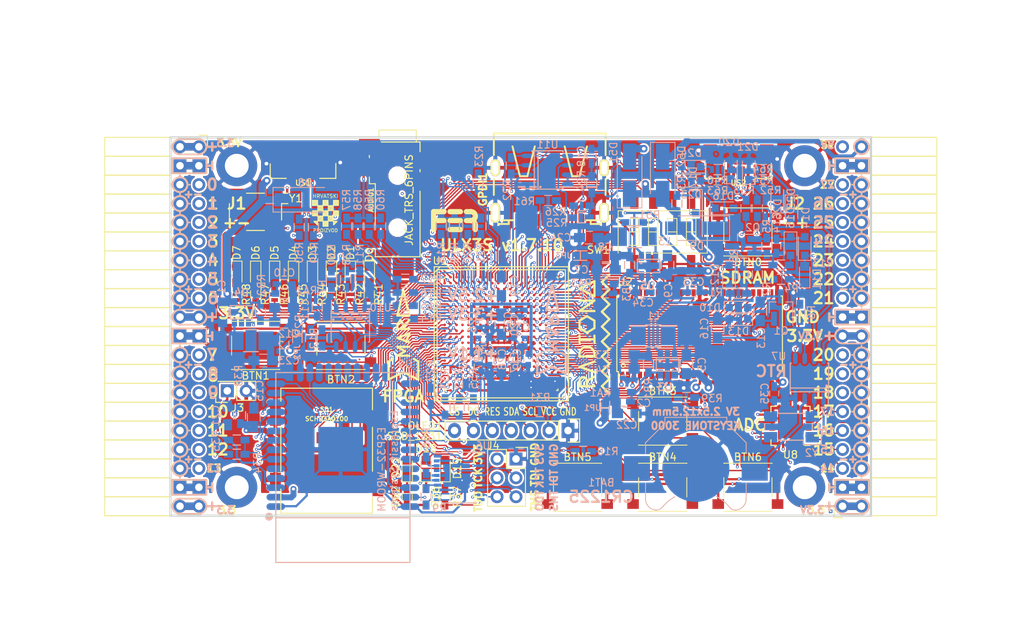
<source format=kicad_pcb>
(kicad_pcb (version 4) (host pcbnew 4.0.7+dfsg1-1)
  (layers (0 F.Cu signal) (1 In1.Cu signal) (2 In2.Cu signal) (31 B.Cu signal) (34 B.Paste user) (35 F.Paste user) (36 B.SilkS user) (37 F.SilkS user) (38 B.Mask user) (39 F.Mask user) (44 Edge.Cuts user))
  (net 0 "")
  (net 1 GND)
  (net 2 +5V)
  (net 3 /gpio/IN5V)
  (net 4 /gpio/OUT5V)
  (net 5 +3V3)
  (net 6 BTN_D)
  (net 7 BTN_F1)
  (net 8 BTN_F2)
  (net 9 BTN_L)
  (net 10 BTN_R)
  (net 11 BTN_U)
  (net 12 /power/FB1)
  (net 13 +2V5)
  (net 14 /power/PWREN)
  (net 15 /power/FB3)
  (net 16 /power/FB2)
  (net 17 "Net-(D9-Pad1)")
  (net 18 /power/VBAT)
  (net 19 JTAG_TDI)
  (net 20 JTAG_TCK)
  (net 21 JTAG_TMS)
  (net 22 JTAG_TDO)
  (net 23 /power/WAKEUPn)
  (net 24 /power/WKUP)
  (net 25 /power/SHUT)
  (net 26 /power/WAKE)
  (net 27 /power/HOLD)
  (net 28 /power/WKn)
  (net 29 /power/OSCI_32k)
  (net 30 /power/OSCO_32k)
  (net 31 "Net-(Q2-Pad3)")
  (net 32 SHUTDOWN)
  (net 33 /analog/AUDIO_L)
  (net 34 /analog/AUDIO_R)
  (net 35 GPDI_5V_SCL)
  (net 36 GPDI_5V_SDA)
  (net 37 GPDI_SDA)
  (net 38 GPDI_SCL)
  (net 39 /gpdi/VREF2)
  (net 40 SD_CMD)
  (net 41 SD_CLK)
  (net 42 SD_D0)
  (net 43 SD_D1)
  (net 44 USB5V)
  (net 45 GPDI_CEC)
  (net 46 nRESET)
  (net 47 FTDI_nDTR)
  (net 48 SDRAM_CKE)
  (net 49 SDRAM_A7)
  (net 50 SDRAM_D15)
  (net 51 SDRAM_BA1)
  (net 52 SDRAM_D7)
  (net 53 SDRAM_A6)
  (net 54 SDRAM_CLK)
  (net 55 SDRAM_D13)
  (net 56 SDRAM_BA0)
  (net 57 SDRAM_D6)
  (net 58 SDRAM_A5)
  (net 59 SDRAM_D14)
  (net 60 SDRAM_A11)
  (net 61 SDRAM_D12)
  (net 62 SDRAM_D5)
  (net 63 SDRAM_A4)
  (net 64 SDRAM_A10)
  (net 65 SDRAM_D11)
  (net 66 SDRAM_A3)
  (net 67 SDRAM_D4)
  (net 68 SDRAM_D10)
  (net 69 SDRAM_D9)
  (net 70 SDRAM_A9)
  (net 71 SDRAM_D3)
  (net 72 SDRAM_D8)
  (net 73 SDRAM_A8)
  (net 74 SDRAM_A2)
  (net 75 SDRAM_A1)
  (net 76 SDRAM_A0)
  (net 77 SDRAM_D2)
  (net 78 SDRAM_D1)
  (net 79 SDRAM_D0)
  (net 80 SDRAM_DQM0)
  (net 81 SDRAM_nCS)
  (net 82 SDRAM_nRAS)
  (net 83 SDRAM_DQM1)
  (net 84 SDRAM_nCAS)
  (net 85 SDRAM_nWE)
  (net 86 /flash/FLASH_nWP)
  (net 87 /flash/FLASH_nHOLD)
  (net 88 /flash/FLASH_MOSI)
  (net 89 /flash/FLASH_MISO)
  (net 90 /flash/FLASH_SCK)
  (net 91 /flash/FLASH_nCS)
  (net 92 /flash/FPGA_PROGRAMN)
  (net 93 /flash/FPGA_DONE)
  (net 94 /flash/FPGA_INITN)
  (net 95 OLED_RES)
  (net 96 OLED_DC)
  (net 97 OLED_CS)
  (net 98 WIFI_EN)
  (net 99 FTDI_nRTS)
  (net 100 FTDI_TXD)
  (net 101 FTDI_RXD)
  (net 102 WIFI_RXD)
  (net 103 WIFI_GPIO0)
  (net 104 WIFI_TXD)
  (net 105 GPDI_ETH-)
  (net 106 GPDI_ETH+)
  (net 107 GPDI_D2+)
  (net 108 GPDI_D2-)
  (net 109 GPDI_D1+)
  (net 110 GPDI_D1-)
  (net 111 GPDI_D0+)
  (net 112 GPDI_D0-)
  (net 113 GPDI_CLK+)
  (net 114 GPDI_CLK-)
  (net 115 USB_FTDI_D+)
  (net 116 USB_FTDI_D-)
  (net 117 SD_D3)
  (net 118 AUDIO_L3)
  (net 119 AUDIO_L2)
  (net 120 AUDIO_L1)
  (net 121 AUDIO_L0)
  (net 122 AUDIO_R3)
  (net 123 AUDIO_R2)
  (net 124 AUDIO_R1)
  (net 125 AUDIO_R0)
  (net 126 OLED_CLK)
  (net 127 OLED_MOSI)
  (net 128 LED0)
  (net 129 LED1)
  (net 130 LED2)
  (net 131 LED3)
  (net 132 LED4)
  (net 133 LED5)
  (net 134 LED6)
  (net 135 LED7)
  (net 136 BTN_PWRn)
  (net 137 FTDI_nTXLED)
  (net 138 FTDI_nSLEEP)
  (net 139 /blinkey/LED_PWREN)
  (net 140 /blinkey/LED_TXLED)
  (net 141 /sdcard/SD3V3)
  (net 142 SD_D2)
  (net 143 CLK_25MHz)
  (net 144 /blinkey/BTNPUL)
  (net 145 /blinkey/BTNPUR)
  (net 146 USB_FPGA_D+)
  (net 147 /power/FTDI_nSUSPEND)
  (net 148 /blinkey/ALED0)
  (net 149 /blinkey/ALED1)
  (net 150 /blinkey/ALED2)
  (net 151 /blinkey/ALED3)
  (net 152 /blinkey/ALED4)
  (net 153 /blinkey/ALED5)
  (net 154 /blinkey/ALED6)
  (net 155 /blinkey/ALED7)
  (net 156 /usb/FTD-)
  (net 157 /usb/FTD+)
  (net 158 ADC_MISO)
  (net 159 ADC_MOSI)
  (net 160 ADC_CSn)
  (net 161 ADC_SCLK)
  (net 162 SW3)
  (net 163 SW2)
  (net 164 SW1)
  (net 165 USB_FPGA_D-)
  (net 166 /usb/FPD+)
  (net 167 /usb/FPD-)
  (net 168 WIFI_GPIO16)
  (net 169 /usb/ANT_433MHz)
  (net 170 /power/PWRBTn)
  (net 171 PROG_DONE)
  (net 172 /power/P3V3)
  (net 173 /power/P2V5)
  (net 174 /power/L1)
  (net 175 /power/L3)
  (net 176 /power/L2)
  (net 177 FTDI_TXDEN)
  (net 178 SDRAM_A12)
  (net 179 /analog/AUDIO_V)
  (net 180 AUDIO_V3)
  (net 181 AUDIO_V2)
  (net 182 AUDIO_V1)
  (net 183 AUDIO_V0)
  (net 184 /gpdi/FPGA_CEC)
  (net 185 /blinkey/LED_WIFI)
  (net 186 /power/P1V1)
  (net 187 +1V1)
  (net 188 SW4)
  (net 189 /blinkey/SWPU)
  (net 190 /wifi/WIFIEN)
  (net 191 FT2V5)
  (net 192 GN0)
  (net 193 GP0)
  (net 194 GN1)
  (net 195 GP1)
  (net 196 GN2)
  (net 197 GP2)
  (net 198 GN3)
  (net 199 GP3)
  (net 200 GN4)
  (net 201 GP4)
  (net 202 GN5)
  (net 203 GP5)
  (net 204 GN6)
  (net 205 GP6)
  (net 206 GN14)
  (net 207 GP14)
  (net 208 GN15)
  (net 209 GP15)
  (net 210 GN16)
  (net 211 GP16)
  (net 212 GN17)
  (net 213 GP17)
  (net 214 GN18)
  (net 215 GP18)
  (net 216 GN19)
  (net 217 GP19)
  (net 218 GN20)
  (net 219 GP20)
  (net 220 GN21)
  (net 221 GP21)
  (net 222 GN22)
  (net 223 GP22)
  (net 224 GN23)
  (net 225 GP23)
  (net 226 GN24)
  (net 227 GP24)
  (net 228 GN25)
  (net 229 GP25)
  (net 230 GN26)
  (net 231 GP26)
  (net 232 GN27)
  (net 233 GP27)
  (net 234 GN7)
  (net 235 GP7)
  (net 236 GN8)
  (net 237 GP8)
  (net 238 GN9)
  (net 239 GP9)
  (net 240 GN10)
  (net 241 GP10)
  (net 242 GN11)
  (net 243 GP11)
  (net 244 GN12)
  (net 245 GP12)
  (net 246 GN13)
  (net 247 GP13)
  (net 248 WIFI_GPIO5)
  (net 249 WIFI_GPIO17)
  (net 250 USB_FPGA_PULL_D+)
  (net 251 USB_FPGA_PULL_D-)
  (net 252 "Net-(D23-Pad2)")
  (net 253 "Net-(D24-Pad1)")
  (net 254 "Net-(D25-Pad2)")
  (net 255 "Net-(D26-Pad1)")
  (module Socket_Strips:Socket_Strip_Angled_2x20 (layer F.Cu) (at 97.91 62.69 270)
    (fp_text reference J1 (at 7.62 -5.08 360) (layer F.SilkS) (effects (font (size 1.5 1.5) (thickness 0.3))))
    (fp_text value CONN_02X20 hide)
    (pad 1 thru_hole oval (at 0 0 270) (size 1.7272 1.7272) (drill 1.016) (layers *.Cu *.Mask) (net 5 +3V3))
    (pad 2 thru_hole oval (at 0 2.54 270) (size 1.7272 1.7272) (drill 1.016) (layers *.Cu *.Mask) (net 5 +3V3))
    (pad 3 thru_hole rect (at 2.54 0 270) (size 1.7272 1.7272) (drill 1.016) (layers *.Cu *.Mask) (net 1 GND))
    (pad 4 thru_hole rect (at 2.54 2.54 270) (size 1.7272 1.7272) (drill 1.016) (layers *.Cu *.Mask) (net 1 GND))
    (pad 5 thru_hole oval (at 5.08 0 270) (size 1.7272 1.7272) (drill 1.016) (layers *.Cu *.Mask) (net 192 GN0))
    (pad 6 thru_hole oval (at 5.08 2.54 270) (size 1.7272 1.7272) (drill 1.016) (layers *.Cu *.Mask) (net 193 GP0))
    (pad 7 thru_hole oval (at 7.62 0 270) (size 1.7272 1.7272) (drill 1.016) (layers *.Cu *.Mask) (net 194 GN1))
    (pad 8 thru_hole oval (at 7.62 2.54 270) (size 1.7272 1.7272) (drill 1.016) (layers *.Cu *.Mask) (net 195 GP1))
    (pad 9 thru_hole oval (at 10.16 0 270) (size 1.7272 1.7272) (drill 1.016) (layers *.Cu *.Mask) (net 196 GN2))
    (pad 10 thru_hole oval (at 10.16 2.54 270) (size 1.7272 1.7272) (drill 1.016) (layers *.Cu *.Mask) (net 197 GP2))
    (pad 11 thru_hole oval (at 12.7 0 270) (size 1.7272 1.7272) (drill 1.016) (layers *.Cu *.Mask) (net 198 GN3))
    (pad 12 thru_hole oval (at 12.7 2.54 270) (size 1.7272 1.7272) (drill 1.016) (layers *.Cu *.Mask) (net 199 GP3))
    (pad 13 thru_hole oval (at 15.24 0 270) (size 1.7272 1.7272) (drill 1.016) (layers *.Cu *.Mask) (net 200 GN4))
    (pad 14 thru_hole oval (at 15.24 2.54 270) (size 1.7272 1.7272) (drill 1.016) (layers *.Cu *.Mask) (net 201 GP4))
    (pad 15 thru_hole oval (at 17.78 0 270) (size 1.7272 1.7272) (drill 1.016) (layers *.Cu *.Mask) (net 202 GN5))
    (pad 16 thru_hole oval (at 17.78 2.54 270) (size 1.7272 1.7272) (drill 1.016) (layers *.Cu *.Mask) (net 203 GP5))
    (pad 17 thru_hole oval (at 20.32 0 270) (size 1.7272 1.7272) (drill 1.016) (layers *.Cu *.Mask) (net 204 GN6))
    (pad 18 thru_hole oval (at 20.32 2.54 270) (size 1.7272 1.7272) (drill 1.016) (layers *.Cu *.Mask) (net 205 GP6))
    (pad 19 thru_hole oval (at 22.86 0 270) (size 1.7272 1.7272) (drill 1.016) (layers *.Cu *.Mask) (net 5 +3V3))
    (pad 20 thru_hole oval (at 22.86 2.54 270) (size 1.7272 1.7272) (drill 1.016) (layers *.Cu *.Mask) (net 5 +3V3))
    (pad 21 thru_hole rect (at 25.4 0 270) (size 1.7272 1.7272) (drill 1.016) (layers *.Cu *.Mask) (net 1 GND))
    (pad 22 thru_hole rect (at 25.4 2.54 270) (size 1.7272 1.7272) (drill 1.016) (layers *.Cu *.Mask) (net 1 GND))
    (pad 23 thru_hole oval (at 27.94 0 270) (size 1.7272 1.7272) (drill 1.016) (layers *.Cu *.Mask) (net 234 GN7))
    (pad 24 thru_hole oval (at 27.94 2.54 270) (size 1.7272 1.7272) (drill 1.016) (layers *.Cu *.Mask) (net 235 GP7))
    (pad 25 thru_hole oval (at 30.48 0 270) (size 1.7272 1.7272) (drill 1.016) (layers *.Cu *.Mask) (net 236 GN8))
    (pad 26 thru_hole oval (at 30.48 2.54 270) (size 1.7272 1.7272) (drill 1.016) (layers *.Cu *.Mask) (net 237 GP8))
    (pad 27 thru_hole oval (at 33.02 0 270) (size 1.7272 1.7272) (drill 1.016) (layers *.Cu *.Mask) (net 238 GN9))
    (pad 28 thru_hole oval (at 33.02 2.54 270) (size 1.7272 1.7272) (drill 1.016) (layers *.Cu *.Mask) (net 239 GP9))
    (pad 29 thru_hole oval (at 35.56 0 270) (size 1.7272 1.7272) (drill 1.016) (layers *.Cu *.Mask) (net 240 GN10))
    (pad 30 thru_hole oval (at 35.56 2.54 270) (size 1.7272 1.7272) (drill 1.016) (layers *.Cu *.Mask) (net 241 GP10))
    (pad 31 thru_hole oval (at 38.1 0 270) (size 1.7272 1.7272) (drill 1.016) (layers *.Cu *.Mask) (net 242 GN11))
    (pad 32 thru_hole oval (at 38.1 2.54 270) (size 1.7272 1.7272) (drill 1.016) (layers *.Cu *.Mask) (net 243 GP11))
    (pad 33 thru_hole oval (at 40.64 0 270) (size 1.7272 1.7272) (drill 1.016) (layers *.Cu *.Mask) (net 244 GN12))
    (pad 34 thru_hole oval (at 40.64 2.54 270) (size 1.7272 1.7272) (drill 1.016) (layers *.Cu *.Mask) (net 245 GP12))
    (pad 35 thru_hole oval (at 43.18 0 270) (size 1.7272 1.7272) (drill 1.016) (layers *.Cu *.Mask) (net 246 GN13))
    (pad 36 thru_hole oval (at 43.18 2.54 270) (size 1.7272 1.7272) (drill 1.016) (layers *.Cu *.Mask) (net 247 GP13))
    (pad 37 thru_hole rect (at 45.72 0 270) (size 1.7272 1.7272) (drill 1.016) (layers *.Cu *.Mask) (net 1 GND))
    (pad 38 thru_hole rect (at 45.72 2.54 270) (size 1.7272 1.7272) (drill 1.016) (layers *.Cu *.Mask) (net 1 GND))
    (pad 39 thru_hole oval (at 48.26 0 270) (size 1.7272 1.7272) (drill 1.016) (layers *.Cu *.Mask) (net 5 +3V3))
    (pad 40 thru_hole oval (at 48.26 2.54 270) (size 1.7272 1.7272) (drill 1.016) (layers *.Cu *.Mask) (net 5 +3V3))
  )
  (module SMD_Packages:1Pin (layer F.Cu) (at 182.67515 111.637626)
    (fp_text reference AE1 hide)
    (fp_text value 433MHz hide)
    (pad 1 smd rect (at 0 0) (size 0.5 0.5) (layers B.Cu F.Paste F.Mask) (net 169 /usb/ANT_433MHz))
  )
  (module Resistors_SMD:R_0603_HandSoldering (layer B.Cu) (at 103.498 98.758 90)
    (fp_text reference R38 (at 5.334 -0.254 90) (layer B.SilkS) (effects (justify mirror)))
    (fp_text value 0.47)
    (pad 1 smd rect (at -1.1 0 90) (size 1.2 0.9) (layers B.Cu B.Paste B.Mask) (net 141 /sdcard/SD3V3))
    (pad 2 smd rect (at 1.1 0 90) (size 1.2 0.9) (layers B.Cu B.Paste B.Mask) (net 5 +3V3))
  )
  (module jumper:SOLDER-JUMPER_1-WAY (layer B.Cu) (at 152.393 97.742 270)
    (fp_text reference JP1 (at 0 1.778 360) (layer B.SilkS) (effects (font (size 0.762 0.762) (thickness 0.1524)) (justify mirror)))
    (fp_text value 1.2 hide)
    (pad 1 smd rect (at -0.6 0 270) (size 1 1) (layers B.Cu B.Paste B.Mask) (net 186 /power/P1V1))
    (pad 2 smd rect (at 0.6 0 270) (size 1 1) (layers B.Cu B.Paste B.Mask) (net 187 +1V1))
  )
  (module Diodes_SMD:D_SMA_Handsoldering (layer B.Cu) (at 155.695 66.5 90)
    (fp_text reference D51 (at 3.048 -2.159 90) (layer B.SilkS) (effects (justify mirror)))
    (fp_text value STPS2L30AF hide)
    (pad 1 smd rect (at -2.5 0 90) (size 3.5 1.8) (layers B.Cu B.Paste B.Mask) (net 2 +5V))
    (pad 2 smd rect (at 2.5 0 90) (size 3.5 1.8) (layers B.Cu B.Paste B.Mask) (net 3 /gpio/IN5V))
  )
  (module Resistors_SMD:R_0603_HandSoldering (layer B.Cu) (at 156.33 72.85 180)
    (fp_text reference R51 (at -2.032 1.016 180) (layer B.SilkS) (effects (justify mirror)))
    (fp_text value 150)
    (pad 1 smd rect (at -1.1 0 180) (size 1.2 0.9) (layers B.Cu B.Paste B.Mask) (net 5 +3V3))
    (pad 2 smd rect (at 1.1 0 180) (size 1.2 0.9) (layers B.Cu B.Paste B.Mask) (net 189 /blinkey/SWPU))
  )
  (module Resistors_SMD:R_1210_HandSoldering (layer B.Cu) (at 158.87 88.09 180)
    (fp_text reference L1 (at 0 2.7 180) (layer B.SilkS) (effects (justify mirror)))
    (fp_text value 2.2uH)
    (pad 1 smd rect (at -2 0 180) (size 2 2.5) (layers B.Cu B.Paste B.Mask) (net 174 /power/L1))
    (pad 2 smd rect (at 2 0 180) (size 2 2.5) (layers B.Cu B.Paste B.Mask) (net 186 /power/P1V1))
  )
  (module TSOT-25:TSOT-25 (layer B.Cu) (at 160.775 91.9)
    (fp_text reference U3 (at -0.381 3.048) (layer B.SilkS) (effects (font (thickness 0.2)) (justify mirror)))
    (fp_text value TLV62569DBV)
    (pad 1 smd rect (at -0.95 -1.3) (size 0.7 1.2) (layers B.Cu B.Paste B.Mask) (net 14 /power/PWREN))
    (pad 2 smd rect (at 0 -1.3) (size 0.7 1.2) (layers B.Cu B.Paste B.Mask) (net 1 GND))
    (pad 3 smd rect (at 0.95 -1.3) (size 0.7 1.2) (layers B.Cu B.Paste B.Mask) (net 174 /power/L1))
    (pad 4 smd rect (at 0.95 1.3) (size 0.7 1.2) (layers B.Cu B.Paste B.Mask) (net 2 +5V))
    (pad 5 smd rect (at -0.95 1.3) (size 0.7 1.2) (layers B.Cu B.Paste B.Mask) (net 12 /power/FB1))
  )
  (module Resistors_SMD:R_1210_HandSoldering (layer B.Cu) (at 104.895 88.725)
    (fp_text reference L2 (at 4.445 0.635) (layer B.SilkS) (effects (justify mirror)))
    (fp_text value 2.2uH)
    (pad 1 smd rect (at -2 0) (size 2 2.5) (layers B.Cu B.Paste B.Mask) (net 176 /power/L2))
    (pad 2 smd rect (at 2 0) (size 2 2.5) (layers B.Cu B.Paste B.Mask) (net 173 /power/P2V5))
  )
  (module TSOT-25:TSOT-25 (layer B.Cu) (at 103.625 84.915 180)
    (fp_text reference U4 (at 0 2.697 180) (layer B.SilkS) (effects (font (thickness 0.2)) (justify mirror)))
    (fp_text value TLV62569DBV)
    (pad 1 smd rect (at -0.95 -1.3 180) (size 0.7 1.2) (layers B.Cu B.Paste B.Mask) (net 14 /power/PWREN))
    (pad 2 smd rect (at 0 -1.3 180) (size 0.7 1.2) (layers B.Cu B.Paste B.Mask) (net 1 GND))
    (pad 3 smd rect (at 0.95 -1.3 180) (size 0.7 1.2) (layers B.Cu B.Paste B.Mask) (net 176 /power/L2))
    (pad 4 smd rect (at 0.95 1.3 180) (size 0.7 1.2) (layers B.Cu B.Paste B.Mask) (net 2 +5V))
    (pad 5 smd rect (at -0.95 1.3 180) (size 0.7 1.2) (layers B.Cu B.Paste B.Mask) (net 16 /power/FB2))
  )
  (module Resistors_SMD:R_1210_HandSoldering (layer B.Cu) (at 156.33 74.755 180)
    (fp_text reference L3 (at -4.064 -0.635 180) (layer B.SilkS) (effects (justify mirror)))
    (fp_text value 2.2uH)
    (pad 1 smd rect (at -2 0 180) (size 2 2.5) (layers B.Cu B.Paste B.Mask) (net 175 /power/L3))
    (pad 2 smd rect (at 2 0 180) (size 2 2.5) (layers B.Cu B.Paste B.Mask) (net 172 /power/P3V3))
  )
  (module TSOT-25:TSOT-25 (layer B.Cu) (at 158.235 78.692)
    (fp_text reference U5 (at -0.127 2.667) (layer B.SilkS) (effects (font (thickness 0.2)) (justify mirror)))
    (fp_text value TLV62569DBV)
    (pad 1 smd rect (at -0.95 -1.3) (size 0.7 1.2) (layers B.Cu B.Paste B.Mask) (net 14 /power/PWREN))
    (pad 2 smd rect (at 0 -1.3) (size 0.7 1.2) (layers B.Cu B.Paste B.Mask) (net 1 GND))
    (pad 3 smd rect (at 0.95 -1.3) (size 0.7 1.2) (layers B.Cu B.Paste B.Mask) (net 175 /power/L3))
    (pad 4 smd rect (at 0.95 1.3) (size 0.7 1.2) (layers B.Cu B.Paste B.Mask) (net 2 +5V))
    (pad 5 smd rect (at -0.95 1.3) (size 0.7 1.2) (layers B.Cu B.Paste B.Mask) (net 15 /power/FB3))
  )
  (module Capacitors_SMD:C_0805_HandSoldering (layer B.Cu) (at 101.085 84.915 270)
    (fp_text reference C1 (at -3.429 0.127 270) (layer B.SilkS) (effects (justify mirror)))
    (fp_text value 22uF)
    (pad 1 smd rect (at -1.25 0 270) (size 1.5 1.25) (layers B.Cu B.Paste B.Mask) (net 2 +5V))
    (pad 2 smd rect (at 1.25 0 270) (size 1.5 1.25) (layers B.Cu B.Paste B.Mask) (net 1 GND))
  )
  (module Capacitors_SMD:C_0805_HandSoldering (layer B.Cu) (at 155.06 90.63)
    (fp_text reference C3 (at -3.048 0) (layer B.SilkS) (effects (justify mirror)))
    (fp_text value 22uF)
    (pad 1 smd rect (at -1.25 0) (size 1.5 1.25) (layers B.Cu B.Paste B.Mask) (net 186 /power/P1V1))
    (pad 2 smd rect (at 1.25 0) (size 1.5 1.25) (layers B.Cu B.Paste B.Mask) (net 1 GND))
  )
  (module Capacitors_SMD:C_0805_HandSoldering (layer B.Cu) (at 155.06 92.535)
    (fp_text reference C4 (at -3.048 0.127) (layer B.SilkS) (effects (justify mirror)))
    (fp_text value 22uF)
    (pad 1 smd rect (at -1.25 0) (size 1.5 1.25) (layers B.Cu B.Paste B.Mask) (net 186 /power/P1V1))
    (pad 2 smd rect (at 1.25 0) (size 1.5 1.25) (layers B.Cu B.Paste B.Mask) (net 1 GND))
  )
  (module Capacitors_SMD:C_0805_HandSoldering (layer B.Cu) (at 163.315 91.9 90)
    (fp_text reference C5 (at 0 2.1 90) (layer B.SilkS) (effects (justify mirror)))
    (fp_text value 22uF)
    (pad 1 smd rect (at -1.25 0 90) (size 1.5 1.25) (layers B.Cu B.Paste B.Mask) (net 2 +5V))
    (pad 2 smd rect (at 1.25 0 90) (size 1.5 1.25) (layers B.Cu B.Paste B.Mask) (net 1 GND))
  )
  (module Capacitors_SMD:C_0805_HandSoldering (layer B.Cu) (at 152.52 79.2)
    (fp_text reference C7 (at -3.302 0) (layer B.SilkS) (effects (justify mirror)))
    (fp_text value 22uF)
    (pad 1 smd rect (at -1.25 0) (size 1.5 1.25) (layers B.Cu B.Paste B.Mask) (net 172 /power/P3V3))
    (pad 2 smd rect (at 1.25 0) (size 1.5 1.25) (layers B.Cu B.Paste B.Mask) (net 1 GND))
  )
  (module Capacitors_SMD:C_0805_HandSoldering (layer B.Cu) (at 152.52 77.295)
    (fp_text reference C8 (at -0.127 -1.143) (layer B.SilkS) (effects (justify mirror)))
    (fp_text value 22uF)
    (pad 1 smd rect (at -1.25 0) (size 1.5 1.25) (layers B.Cu B.Paste B.Mask) (net 172 /power/P3V3))
    (pad 2 smd rect (at 1.25 0) (size 1.5 1.25) (layers B.Cu B.Paste B.Mask) (net 1 GND))
  )
  (module Capacitors_SMD:C_0805_HandSoldering (layer B.Cu) (at 160.775 78.565 90)
    (fp_text reference C9 (at -3.429 0.127 90) (layer B.SilkS) (effects (justify mirror)))
    (fp_text value 22uF)
    (pad 1 smd rect (at -1.25 0 90) (size 1.5 1.25) (layers B.Cu B.Paste B.Mask) (net 2 +5V))
    (pad 2 smd rect (at 1.25 0 90) (size 1.5 1.25) (layers B.Cu B.Paste B.Mask) (net 1 GND))
  )
  (module Capacitors_SMD:C_0805_HandSoldering (layer B.Cu) (at 109.34 84.28 180)
    (fp_text reference C11 (at -2.794 -0.254 270) (layer B.SilkS) (effects (justify mirror)))
    (fp_text value 22uF)
    (pad 1 smd rect (at -1.25 0 180) (size 1.5 1.25) (layers B.Cu B.Paste B.Mask) (net 173 /power/P2V5))
    (pad 2 smd rect (at 1.25 0 180) (size 1.5 1.25) (layers B.Cu B.Paste B.Mask) (net 1 GND))
  )
  (module Capacitors_SMD:C_0805_HandSoldering (layer B.Cu) (at 109.34 86.185 180)
    (fp_text reference C12 (at -0.635 -1.615 360) (layer B.SilkS) (effects (justify mirror)))
    (fp_text value 22uF)
    (pad 1 smd rect (at -1.25 0 180) (size 1.5 1.25) (layers B.Cu B.Paste B.Mask) (net 173 /power/P2V5))
    (pad 2 smd rect (at 1.25 0 180) (size 1.5 1.25) (layers B.Cu B.Paste B.Mask) (net 1 GND))
  )
  (module Capacitors_SMD:C_0805_HandSoldering (layer B.Cu) (at 173.221 84.788 90)
    (fp_text reference C13 (at -3.556 0.127 90) (layer B.SilkS) (effects (justify mirror)))
    (fp_text value 2.2uF)
    (pad 1 smd rect (at -1.25 0 90) (size 1.5 1.25) (layers B.Cu B.Paste B.Mask) (net 2 +5V))
    (pad 2 smd rect (at 1.25 0 90) (size 1.5 1.25) (layers B.Cu B.Paste B.Mask) (net 24 /power/WKUP))
  )
  (module TO_SOT_Packages_SMD:SOT-23_Handsoldering (layer B.Cu) (at 176.015 84.28 90)
    (fp_text reference Q1 (at -3.1115 0 180) (layer B.SilkS) (effects (justify mirror)))
    (fp_text value BC857)
    (pad 1 smd rect (at -1.5 0.95 90) (size 1.9 0.8) (layers B.Cu B.Paste B.Mask) (net 28 /power/WKn))
    (pad 2 smd rect (at -1.5 -0.95 90) (size 1.9 0.8) (layers B.Cu B.Paste B.Mask) (net 2 +5V))
    (pad 3 smd rect (at 1.5 0 90) (size 1.9 0.8) (layers B.Cu B.Paste B.Mask) (net 24 /power/WKUP))
  )
  (module TO_SOT_Packages_SMD:SOT-23_Handsoldering (layer B.Cu) (at 170.935 76.025 180)
    (fp_text reference Q2 (at -1.295 2.5 180) (layer B.SilkS) (effects (justify mirror)))
    (fp_text value 2N7002)
    (pad 1 smd rect (at -1.5 0.95 180) (size 1.9 0.8) (layers B.Cu B.Paste B.Mask) (net 25 /power/SHUT))
    (pad 2 smd rect (at -1.5 -0.95 180) (size 1.9 0.8) (layers B.Cu B.Paste B.Mask) (net 1 GND))
    (pad 3 smd rect (at 1.5 0 180) (size 1.9 0.8) (layers B.Cu B.Paste B.Mask) (net 31 "Net-(Q2-Pad3)"))
  )
  (module Capacitors_SMD:C_0603_HandSoldering (layer B.Cu) (at 154.86 96.91)
    (fp_text reference C2 (at 2.74 0.197) (layer B.SilkS) (effects (justify mirror)))
    (fp_text value 470pF)
    (pad 1 smd rect (at -0.95 0) (size 1.2 0.75) (layers B.Cu B.Paste B.Mask) (net 186 /power/P1V1))
    (pad 2 smd rect (at 0.95 0) (size 1.2 0.75) (layers B.Cu B.Paste B.Mask) (net 12 /power/FB1))
  )
  (module Capacitors_SMD:C_0603_HandSoldering (layer B.Cu) (at 152.52 82.375)
    (fp_text reference C6 (at -2.794 0.127) (layer B.SilkS) (effects (justify mirror)))
    (fp_text value 470pF)
    (pad 1 smd rect (at -0.95 0) (size 1.2 0.75) (layers B.Cu B.Paste B.Mask) (net 172 /power/P3V3))
    (pad 2 smd rect (at 0.95 0) (size 1.2 0.75) (layers B.Cu B.Paste B.Mask) (net 15 /power/FB3))
  )
  (module Capacitors_SMD:C_0603_HandSoldering (layer B.Cu) (at 109.34 81.105 180)
    (fp_text reference C10 (at -0.04 1.505 180) (layer B.SilkS) (effects (justify mirror)))
    (fp_text value 470pF)
    (pad 1 smd rect (at -0.95 0 180) (size 1.2 0.75) (layers B.Cu B.Paste B.Mask) (net 173 /power/P2V5))
    (pad 2 smd rect (at 0.95 0 180) (size 1.2 0.75) (layers B.Cu B.Paste B.Mask) (net 16 /power/FB2))
  )
  (module Capacitors_SMD:C_0603_HandSoldering (layer B.Cu) (at 175.38 76.025 270)
    (fp_text reference C14 (at -3.175 0 270) (layer B.SilkS) (effects (justify mirror)))
    (fp_text value 100nF)
    (pad 1 smd rect (at -0.95 0 270) (size 1.2 0.75) (layers B.Cu B.Paste B.Mask) (net 25 /power/SHUT))
    (pad 2 smd rect (at 0.95 0 270) (size 1.2 0.75) (layers B.Cu B.Paste B.Mask) (net 1 GND))
  )
  (module Resistors_SMD:R_0603_HandSoldering (layer B.Cu) (at 170.3 82.375)
    (fp_text reference R1 (at -3.048 -0.127) (layer B.SilkS) (effects (justify mirror)))
    (fp_text value 15k)
    (pad 1 smd rect (at -1.1 0) (size 1.2 0.9) (layers B.Cu B.Paste B.Mask) (net 26 /power/WAKE))
    (pad 2 smd rect (at 1.1 0) (size 1.2 0.9) (layers B.Cu B.Paste B.Mask) (net 14 /power/PWREN))
  )
  (module Resistors_SMD:R_0603_HandSoldering (layer B.Cu) (at 172.84 79.835 90)
    (fp_text reference R2 (at -1.905 1.27 90) (layer B.SilkS) (effects (justify mirror)))
    (fp_text value 47k)
    (pad 1 smd rect (at -1.1 0 90) (size 1.2 0.9) (layers B.Cu B.Paste B.Mask) (net 14 /power/PWREN))
    (pad 2 smd rect (at 1.1 0 90) (size 1.2 0.9) (layers B.Cu B.Paste B.Mask) (net 1 GND))
  )
  (module Resistors_SMD:R_0603_HandSoldering (layer B.Cu) (at 176.015 80.47 180)
    (fp_text reference R4 (at -1.397 -1.27 360) (layer B.SilkS) (effects (justify mirror)))
    (fp_text value 4.7k)
    (pad 1 smd rect (at -1.1 0 180) (size 1.2 0.9) (layers B.Cu B.Paste B.Mask) (net 27 /power/HOLD))
    (pad 2 smd rect (at 1.1 0 180) (size 1.2 0.9) (layers B.Cu B.Paste B.Mask) (net 14 /power/PWREN))
  )
  (module Resistors_SMD:R_0603_HandSoldering (layer B.Cu) (at 174.11 76.025 270)
    (fp_text reference R5 (at -2.667 0 270) (layer B.SilkS) (effects (justify mirror)))
    (fp_text value 4.7M)
    (pad 1 smd rect (at -1.1 0 270) (size 1.2 0.9) (layers B.Cu B.Paste B.Mask) (net 25 /power/SHUT))
    (pad 2 smd rect (at 1.1 0 270) (size 1.2 0.9) (layers B.Cu B.Paste B.Mask) (net 1 GND))
  )
  (module Resistors_SMD:R_0603_HandSoldering (layer B.Cu) (at 178.555 84.915 270)
    (fp_text reference R6 (at 0 -1.524 270) (layer B.SilkS) (effects (justify mirror)))
    (fp_text value 1k)
    (pad 1 smd rect (at -1.1 0 270) (size 1.2 0.9) (layers B.Cu B.Paste B.Mask) (net 28 /power/WKn))
    (pad 2 smd rect (at 1.1 0 270) (size 1.2 0.9) (layers B.Cu B.Paste B.Mask) (net 23 /power/WAKEUPn))
  )
  (module Resistors_SMD:R_0603_HandSoldering (layer B.Cu) (at 113.785 84.28 270)
    (fp_text reference R7 (at -2.794 -0.635 270) (layer B.SilkS) (effects (justify mirror)))
    (fp_text value 150)
    (pad 1 smd rect (at -1.1 0 270) (size 1.2 0.9) (layers B.Cu B.Paste B.Mask) (net 5 +3V3))
    (pad 2 smd rect (at 1.1 0 270) (size 1.2 0.9) (layers B.Cu B.Paste B.Mask) (net 144 /blinkey/BTNPUL))
  )
  (module Resistors_SMD:R_0603_HandSoldering (layer B.Cu) (at 170.935 79.835 90)
    (fp_text reference R8 (at 2.54 -1.27 90) (layer B.SilkS) (effects (justify mirror)))
    (fp_text value 1k)
    (pad 1 smd rect (at -1.1 0 90) (size 1.2 0.9) (layers B.Cu B.Paste B.Mask) (net 14 /power/PWREN))
    (pad 2 smd rect (at 1.1 0 90) (size 1.2 0.9) (layers B.Cu B.Paste B.Mask) (net 31 "Net-(Q2-Pad3)"))
  )
  (module Resistors_SMD:R_0603_HandSoldering (layer B.Cu) (at 128.39 109.68 270)
    (fp_text reference R9 (at 1.524 -1.778 360) (layer B.SilkS) (effects (justify mirror)))
    (fp_text value 15k)
    (pad 1 smd rect (at -1.1 0 270) (size 1.2 0.9) (layers B.Cu B.Paste B.Mask) (net 46 nRESET))
    (pad 2 smd rect (at 1.1 0 270) (size 1.2 0.9) (layers B.Cu B.Paste B.Mask) (net 191 FT2V5))
  )
  (module Resistors_SMD:R_0603_HandSoldering (layer B.Cu) (at 149.472 103.584 180)
    (fp_text reference R10 (at -3.302 0 180) (layer B.SilkS) (effects (justify mirror)))
    (fp_text value 150)
    (pad 1 smd rect (at -1.1 0 180) (size 1.2 0.9) (layers B.Cu B.Paste B.Mask) (net 147 /power/FTDI_nSUSPEND))
    (pad 2 smd rect (at 1.1 0 180) (size 1.2 0.9) (layers B.Cu B.Paste B.Mask) (net 138 FTDI_nSLEEP))
  )
  (module Resistors_SMD:R_0603_HandSoldering (layer B.Cu) (at 176.015 78.565 180)
    (fp_text reference R13 (at -5.588 0.254 180) (layer B.SilkS) (effects (justify mirror)))
    (fp_text value 15k)
    (pad 1 smd rect (at -1.1 0 180) (size 1.2 0.9) (layers B.Cu B.Paste B.Mask) (net 32 SHUTDOWN))
    (pad 2 smd rect (at 1.1 0 180) (size 1.2 0.9) (layers B.Cu B.Paste B.Mask) (net 1 GND))
  )
  (module Resistors_SMD:R_0603_HandSoldering (layer B.Cu) (at 154.86 95.64)
    (fp_text reference RA1 (at -3.102 0.07) (layer B.SilkS) (effects (justify mirror)))
    (fp_text value 15k)
    (pad 1 smd rect (at -1.1 0) (size 1.2 0.9) (layers B.Cu B.Paste B.Mask) (net 186 /power/P1V1))
    (pad 2 smd rect (at 1.1 0) (size 1.2 0.9) (layers B.Cu B.Paste B.Mask) (net 12 /power/FB1))
  )
  (module Resistors_SMD:R_0603_HandSoldering (layer B.Cu) (at 109.34 82.375 180)
    (fp_text reference RA2 (at -3.048 0.381 360) (layer B.SilkS) (effects (justify mirror)))
    (fp_text value 15k)
    (pad 1 smd rect (at -1.1 0 180) (size 1.2 0.9) (layers B.Cu B.Paste B.Mask) (net 173 /power/P2V5))
    (pad 2 smd rect (at 1.1 0 180) (size 1.2 0.9) (layers B.Cu B.Paste B.Mask) (net 16 /power/FB2))
  )
  (module Resistors_SMD:R_0603_HandSoldering (layer B.Cu) (at 152.52 81.105)
    (fp_text reference RA3 (at -3.302 -0.127) (layer B.SilkS) (effects (justify mirror)))
    (fp_text value 15k)
    (pad 1 smd rect (at -1.1 0) (size 1.2 0.9) (layers B.Cu B.Paste B.Mask) (net 172 /power/P3V3))
    (pad 2 smd rect (at 1.1 0) (size 1.2 0.9) (layers B.Cu B.Paste B.Mask) (net 15 /power/FB3))
  )
  (module Resistors_SMD:R_0603_HandSoldering (layer B.Cu) (at 158.235 91.9 270)
    (fp_text reference RB1 (at 3.302 0 270) (layer B.SilkS) (effects (justify mirror)))
    (fp_text value 18k)
    (pad 1 smd rect (at -1.1 0 270) (size 1.2 0.9) (layers B.Cu B.Paste B.Mask) (net 1 GND))
    (pad 2 smd rect (at 1.1 0 270) (size 1.2 0.9) (layers B.Cu B.Paste B.Mask) (net 12 /power/FB1))
  )
  (module Resistors_SMD:R_0603_HandSoldering (layer B.Cu) (at 106.165 84.915 90)
    (fp_text reference RB2 (at 3.683 0.127 90) (layer B.SilkS) (effects (justify mirror)))
    (fp_text value 4.7k)
    (pad 1 smd rect (at -1.1 0 90) (size 1.2 0.9) (layers B.Cu B.Paste B.Mask) (net 1 GND))
    (pad 2 smd rect (at 1.1 0 90) (size 1.2 0.9) (layers B.Cu B.Paste B.Mask) (net 16 /power/FB2))
  )
  (module Resistors_SMD:R_0603_HandSoldering (layer B.Cu) (at 155.695 78.565 270)
    (fp_text reference RB3 (at 3.429 0.395 270) (layer B.SilkS) (effects (justify mirror)))
    (fp_text value 3.3k)
    (pad 1 smd rect (at -1.1 0 270) (size 1.2 0.9) (layers B.Cu B.Paste B.Mask) (net 1 GND))
    (pad 2 smd rect (at 1.1 0 270) (size 1.2 0.9) (layers B.Cu B.Paste B.Mask) (net 15 /power/FB3))
  )
  (module Resistors_SMD:R_0603_HandSoldering (layer B.Cu) (at 125.596 85.804 180)
    (fp_text reference R14 (at -3.47 0.127 180) (layer B.SilkS) (effects (justify mirror)))
    (fp_text value 1.2k)
    (pad 1 smd rect (at -1.1 0 180) (size 1.2 0.9) (layers B.Cu B.Paste B.Mask) (net 121 AUDIO_L0))
    (pad 2 smd rect (at 1.1 0 180) (size 1.2 0.9) (layers B.Cu B.Paste B.Mask) (net 33 /analog/AUDIO_L))
  )
  (module Resistors_SMD:R_0603_HandSoldering (layer B.Cu) (at 125.596 84.026 180)
    (fp_text reference R15 (at -3.47 -0.001 180) (layer B.SilkS) (effects (justify mirror)))
    (fp_text value 680)
    (pad 1 smd rect (at -1.1 0 180) (size 1.2 0.9) (layers B.Cu B.Paste B.Mask) (net 120 AUDIO_L1))
    (pad 2 smd rect (at 1.1 0 180) (size 1.2 0.9) (layers B.Cu B.Paste B.Mask) (net 33 /analog/AUDIO_L))
  )
  (module Resistors_SMD:R_0603_HandSoldering (layer B.Cu) (at 125.596 82.248 180)
    (fp_text reference R16 (at -3.47 -0.127 180) (layer B.SilkS) (effects (justify mirror)))
    (fp_text value 330)
    (pad 1 smd rect (at -1.1 0 180) (size 1.2 0.9) (layers B.Cu B.Paste B.Mask) (net 119 AUDIO_L2))
    (pad 2 smd rect (at 1.1 0 180) (size 1.2 0.9) (layers B.Cu B.Paste B.Mask) (net 33 /analog/AUDIO_L))
  )
  (module Resistors_SMD:R_0603_HandSoldering (layer B.Cu) (at 125.596 80.47 180)
    (fp_text reference R17 (at -3.47 0 180) (layer B.SilkS) (effects (justify mirror)))
    (fp_text value 150)
    (pad 1 smd rect (at -1.1 0 180) (size 1.2 0.9) (layers B.Cu B.Paste B.Mask) (net 118 AUDIO_L3))
    (pad 2 smd rect (at 1.1 0 180) (size 1.2 0.9) (layers B.Cu B.Paste B.Mask) (net 33 /analog/AUDIO_L))
  )
  (module Resistors_SMD:R_0603_HandSoldering (layer B.Cu) (at 130.422 73.358 90)
    (fp_text reference R18 (at -3.556 0 90) (layer B.SilkS) (effects (justify mirror)))
    (fp_text value 1.2k)
    (pad 1 smd rect (at -1.1 0 90) (size 1.2 0.9) (layers B.Cu B.Paste B.Mask) (net 125 AUDIO_R0))
    (pad 2 smd rect (at 1.1 0 90) (size 1.2 0.9) (layers B.Cu B.Paste B.Mask) (net 34 /analog/AUDIO_R))
  )
  (module Resistors_SMD:R_0603_HandSoldering (layer B.Cu) (at 132.2 73.358 90)
    (fp_text reference R19 (at -3.556 0 90) (layer B.SilkS) (effects (justify mirror)))
    (fp_text value 680)
    (pad 1 smd rect (at -1.1 0 90) (size 1.2 0.9) (layers B.Cu B.Paste B.Mask) (net 124 AUDIO_R1))
    (pad 2 smd rect (at 1.1 0 90) (size 1.2 0.9) (layers B.Cu B.Paste B.Mask) (net 34 /analog/AUDIO_R))
  )
  (module Resistors_SMD:R_0603_HandSoldering (layer B.Cu) (at 133.978 73.358 90)
    (fp_text reference R20 (at -3.556 0 90) (layer B.SilkS) (effects (justify mirror)))
    (fp_text value 330)
    (pad 1 smd rect (at -1.1 0 90) (size 1.2 0.9) (layers B.Cu B.Paste B.Mask) (net 123 AUDIO_R2))
    (pad 2 smd rect (at 1.1 0 90) (size 1.2 0.9) (layers B.Cu B.Paste B.Mask) (net 34 /analog/AUDIO_R))
  )
  (module Resistors_SMD:R_0603_HandSoldering (layer B.Cu) (at 135.756 73.358 90)
    (fp_text reference R21 (at -3.556 0 90) (layer B.SilkS) (effects (justify mirror)))
    (fp_text value 150)
    (pad 1 smd rect (at -1.1 0 90) (size 1.2 0.9) (layers B.Cu B.Paste B.Mask) (net 122 AUDIO_R3))
    (pad 2 smd rect (at 1.1 0 90) (size 1.2 0.9) (layers B.Cu B.Paste B.Mask) (net 34 /analog/AUDIO_R))
  )
  (module Capacitors_SMD:C_0603_HandSoldering (layer B.Cu) (at 150.5896 63.96 90)
    (fp_text reference C18 (at 0 -1.3716 90) (layer B.SilkS) (effects (justify mirror)))
    (fp_text value 470pF)
    (pad 1 smd rect (at -0.95 0 90) (size 1.2 0.75) (layers B.Cu B.Paste B.Mask) (net 39 /gpdi/VREF2))
    (pad 2 smd rect (at 0.95 0 90) (size 1.2 0.75) (layers B.Cu B.Paste B.Mask) (net 1 GND))
  )
  (module Socket_Strips:Socket_Strip_Angled_2x20 (layer F.Cu) (at 184.27 110.95 90)
    (fp_text reference J2 (at 40.64 -6.35 180) (layer F.SilkS) (effects (font (size 1.5 1.5) (thickness 0.3))))
    (fp_text value CONN_02X20 hide)
    (pad 1 thru_hole oval (at 0 0 90) (size 1.7272 1.7272) (drill 1.016) (layers *.Cu *.Mask) (net 5 +3V3))
    (pad 2 thru_hole oval (at 0 2.54 90) (size 1.7272 1.7272) (drill 1.016) (layers *.Cu *.Mask) (net 5 +3V3))
    (pad 3 thru_hole rect (at 2.54 0 90) (size 1.7272 1.7272) (drill 1.016) (layers *.Cu *.Mask) (net 1 GND))
    (pad 4 thru_hole rect (at 2.54 2.54 90) (size 1.7272 1.7272) (drill 1.016) (layers *.Cu *.Mask) (net 1 GND))
    (pad 5 thru_hole oval (at 5.08 0 90) (size 1.7272 1.7272) (drill 1.016) (layers *.Cu *.Mask) (net 206 GN14))
    (pad 6 thru_hole oval (at 5.08 2.54 90) (size 1.7272 1.7272) (drill 1.016) (layers *.Cu *.Mask) (net 207 GP14))
    (pad 7 thru_hole oval (at 7.62 0 90) (size 1.7272 1.7272) (drill 1.016) (layers *.Cu *.Mask) (net 208 GN15))
    (pad 8 thru_hole oval (at 7.62 2.54 90) (size 1.7272 1.7272) (drill 1.016) (layers *.Cu *.Mask) (net 209 GP15))
    (pad 9 thru_hole oval (at 10.16 0 90) (size 1.7272 1.7272) (drill 1.016) (layers *.Cu *.Mask) (net 210 GN16))
    (pad 10 thru_hole oval (at 10.16 2.54 90) (size 1.7272 1.7272) (drill 1.016) (layers *.Cu *.Mask) (net 211 GP16))
    (pad 11 thru_hole oval (at 12.7 0 90) (size 1.7272 1.7272) (drill 1.016) (layers *.Cu *.Mask) (net 212 GN17))
    (pad 12 thru_hole oval (at 12.7 2.54 90) (size 1.7272 1.7272) (drill 1.016) (layers *.Cu *.Mask) (net 213 GP17))
    (pad 13 thru_hole oval (at 15.24 0 90) (size 1.7272 1.7272) (drill 1.016) (layers *.Cu *.Mask) (net 214 GN18))
    (pad 14 thru_hole oval (at 15.24 2.54 90) (size 1.7272 1.7272) (drill 1.016) (layers *.Cu *.Mask) (net 215 GP18))
    (pad 15 thru_hole oval (at 17.78 0 90) (size 1.7272 1.7272) (drill 1.016) (layers *.Cu *.Mask) (net 216 GN19))
    (pad 16 thru_hole oval (at 17.78 2.54 90) (size 1.7272 1.7272) (drill 1.016) (layers *.Cu *.Mask) (net 217 GP19))
    (pad 17 thru_hole oval (at 20.32 0 90) (size 1.7272 1.7272) (drill 1.016) (layers *.Cu *.Mask) (net 218 GN20))
    (pad 18 thru_hole oval (at 20.32 2.54 90) (size 1.7272 1.7272) (drill 1.016) (layers *.Cu *.Mask) (net 219 GP20))
    (pad 19 thru_hole oval (at 22.86 0 90) (size 1.7272 1.7272) (drill 1.016) (layers *.Cu *.Mask) (net 5 +3V3))
    (pad 20 thru_hole oval (at 22.86 2.54 90) (size 1.7272 1.7272) (drill 1.016) (layers *.Cu *.Mask) (net 5 +3V3))
    (pad 21 thru_hole rect (at 25.4 0 90) (size 1.7272 1.7272) (drill 1.016) (layers *.Cu *.Mask) (net 1 GND))
    (pad 22 thru_hole rect (at 25.4 2.54 90) (size 1.7272 1.7272) (drill 1.016) (layers *.Cu *.Mask) (net 1 GND))
    (pad 23 thru_hole oval (at 27.94 0 90) (size 1.7272 1.7272) (drill 1.016) (layers *.Cu *.Mask) (net 220 GN21))
    (pad 24 thru_hole oval (at 27.94 2.54 90) (size 1.7272 1.7272) (drill 1.016) (layers *.Cu *.Mask) (net 221 GP21))
    (pad 25 thru_hole oval (at 30.48 0 90) (size 1.7272 1.7272) (drill 1.016) (layers *.Cu *.Mask) (net 222 GN22))
    (pad 26 thru_hole oval (at 30.48 2.54 90) (size 1.7272 1.7272) (drill 1.016) (layers *.Cu *.Mask) (net 223 GP22))
    (pad 27 thru_hole oval (at 33.02 0 90) (size 1.7272 1.7272) (drill 1.016) (layers *.Cu *.Mask) (net 224 GN23))
    (pad 28 thru_hole oval (at 33.02 2.54 90) (size 1.7272 1.7272) (drill 1.016) (layers *.Cu *.Mask) (net 225 GP23))
    (pad 29 thru_hole oval (at 35.56 0 90) (size 1.7272 1.7272) (drill 1.016) (layers *.Cu *.Mask) (net 226 GN24))
    (pad 30 thru_hole oval (at 35.56 2.54 90) (size 1.7272 1.7272) (drill 1.016) (layers *.Cu *.Mask) (net 227 GP24))
    (pad 31 thru_hole oval (at 38.1 0 90) (size 1.7272 1.7272) (drill 1.016) (layers *.Cu *.Mask) (net 228 GN25))
    (pad 32 thru_hole oval (at 38.1 2.54 90) (size 1.7272 1.7272) (drill 1.016) (layers *.Cu *.Mask) (net 229 GP25))
    (pad 33 thru_hole oval (at 40.64 0 90) (size 1.7272 1.7272) (drill 1.016) (layers *.Cu *.Mask) (net 230 GN26))
    (pad 34 thru_hole oval (at 40.64 2.54 90) (size 1.7272 1.7272) (drill 1.016) (layers *.Cu *.Mask) (net 231 GP26))
    (pad 35 thru_hole oval (at 43.18 0 90) (size 1.7272 1.7272) (drill 1.016) (layers *.Cu *.Mask) (net 232 GN27))
    (pad 36 thru_hole oval (at 43.18 2.54 90) (size 1.7272 1.7272) (drill 1.016) (layers *.Cu *.Mask) (net 233 GP27))
    (pad 37 thru_hole rect (at 45.72 0 90) (size 1.7272 1.7272) (drill 1.016) (layers *.Cu *.Mask) (net 1 GND))
    (pad 38 thru_hole rect (at 45.72 2.54 90) (size 1.7272 1.7272) (drill 1.016) (layers *.Cu *.Mask) (net 1 GND))
    (pad 39 thru_hole oval (at 48.26 0 90) (size 1.7272 1.7272) (drill 1.016) (layers *.Cu *.Mask) (net 3 /gpio/IN5V))
    (pad 40 thru_hole oval (at 48.26 2.54 90) (size 1.7272 1.7272) (drill 1.016) (layers *.Cu *.Mask) (net 4 /gpio/OUT5V))
  )
  (module Mounting_Holes:MountingHole_3.2mm_M3_ISO14580_Pad (layer F.Cu) (at 102.99 108.41)
    (fp_text reference H1 hide)
    (fp_text value HOLE hide)
    (pad 1 thru_hole circle (at 0 0) (size 5.5 5.5) (drill 3.2) (layers *.Cu *.Mask) (net 1 GND))
  )
  (module Mounting_Holes:MountingHole_3.2mm_M3_ISO14580_Pad (layer F.Cu) (at 179.19 108.41)
    (fp_text reference H2 hide)
    (fp_text value HOLE hide)
    (pad 1 thru_hole circle (at 0 0) (size 5.5 5.5) (drill 3.2) (layers *.Cu *.Mask) (net 1 GND))
  )
  (module Mounting_Holes:MountingHole_3.2mm_M3_ISO14580_Pad (layer F.Cu) (at 179.19 65.23)
    (fp_text reference H3 hide)
    (fp_text value HOLE hide)
    (pad 1 thru_hole circle (at 0 0) (size 5.5 5.5) (drill 3.2) (layers *.Cu *.Mask) (net 1 GND))
  )
  (module Mounting_Holes:MountingHole_3.2mm_M3_ISO14580_Pad (layer F.Cu) (at 102.99 65.23)
    (fp_text reference H4 hide)
    (fp_text value HOLE hide)
    (pad 1 thru_hole circle (at 0 0) (size 5.5 5.5) (drill 3.2) (layers *.Cu *.Mask) (net 1 GND))
  )
  (module Resistors_SMD:R_0603_HandSoldering (layer B.Cu) (at 162.045 70.31 90)
    (fp_text reference R3 (at 2.794 0.635 90) (layer B.SilkS) (effects (justify mirror)))
    (fp_text value 4.7k)
    (pad 1 smd rect (at -1.1 0 90) (size 1.2 0.9) (layers B.Cu B.Paste B.Mask) (net 2 +5V))
    (pad 2 smd rect (at 1.1 0 90) (size 1.2 0.9) (layers B.Cu B.Paste B.Mask) (net 170 /power/PWRBTn))
  )
  (module Resistors_SMD:R_0603_HandSoldering (layer B.Cu) (at 139.82 65.23 90)
    (fp_text reference R22 (at -3.27 -0.54 90) (layer B.SilkS) (effects (justify mirror)))
    (fp_text value 2.2k)
    (pad 1 smd rect (at -1.1 0 90) (size 1.2 0.9) (layers B.Cu B.Paste B.Mask) (net 5 +3V3))
    (pad 2 smd rect (at 1.1 0 90) (size 1.2 0.9) (layers B.Cu B.Paste B.Mask) (net 37 GPDI_SDA))
  )
  (module Resistors_SMD:R_0603_HandSoldering (layer B.Cu) (at 135.375 67.432 90)
    (fp_text reference R23 (at 3.472 0.127 90) (layer B.SilkS) (effects (justify mirror)))
    (fp_text value 2.2k)
    (pad 1 smd rect (at -1.1 0 90) (size 1.2 0.9) (layers B.Cu B.Paste B.Mask) (net 5 +3V3))
    (pad 2 smd rect (at 1.1 0 90) (size 1.2 0.9) (layers B.Cu B.Paste B.Mask) (net 38 GPDI_SCL))
  )
  (module Resistors_SMD:R_0603_HandSoldering (layer B.Cu) (at 150.615 67.77 90)
    (fp_text reference R24 (at 0.508 -1.397 90) (layer B.SilkS) (effects (justify mirror)))
    (fp_text value 100k)
    (pad 1 smd rect (at -1.1 0 90) (size 1.2 0.9) (layers B.Cu B.Paste B.Mask) (net 2 +5V))
    (pad 2 smd rect (at 1.1 0 90) (size 1.2 0.9) (layers B.Cu B.Paste B.Mask) (net 39 /gpdi/VREF2))
  )
  (module Resistors_SMD:R_0603_HandSoldering (layer B.Cu) (at 149.175 72.215 180)
    (fp_text reference R25 (at 3.259 -0.685 180) (layer B.SilkS) (effects (justify mirror)))
    (fp_text value 4.7k)
    (pad 1 smd rect (at -1.1 0 180) (size 1.2 0.9) (layers B.Cu B.Paste B.Mask) (net 2 +5V))
    (pad 2 smd rect (at 1.1 0 180) (size 1.2 0.9) (layers B.Cu B.Paste B.Mask) (net 35 GPDI_5V_SCL))
  )
  (module Resistors_SMD:R_0603_HandSoldering (layer B.Cu) (at 149.28 70.6 180)
    (fp_text reference R26 (at 3.5 -0.8 180) (layer B.SilkS) (effects (justify mirror)))
    (fp_text value 4.7k)
    (pad 1 smd rect (at -1.1 0 180) (size 1.2 0.9) (layers B.Cu B.Paste B.Mask) (net 2 +5V))
    (pad 2 smd rect (at 1.1 0 180) (size 1.2 0.9) (layers B.Cu B.Paste B.Mask) (net 36 GPDI_5V_SDA))
  )
  (module Housings_SSOP:SSOP-20_4.4x6.5mm_Pitch0.65mm (layer B.Cu) (at 132.835 107.14 180)
    (fp_text reference U6 (at -3.175 4.318 180) (layer B.SilkS) (effects (justify mirror)))
    (fp_text value FT231XS)
    (pad 1 smd rect (at -2.9 2.925 180) (size 1 0.4) (layers B.Cu B.Paste B.Mask) (net 47 FTDI_nDTR))
    (pad 2 smd rect (at -2.9 2.275 180) (size 1 0.4) (layers B.Cu B.Paste B.Mask) (net 99 FTDI_nRTS))
    (pad 3 smd rect (at -2.9 1.625 180) (size 1 0.4) (layers B.Cu B.Paste B.Mask) (net 191 FT2V5))
    (pad 4 smd rect (at -2.9 0.975 180) (size 1 0.4) (layers B.Cu B.Paste B.Mask) (net 101 FTDI_RXD))
    (pad 5 smd rect (at -2.9 0.325 180) (size 1 0.4) (layers B.Cu B.Paste B.Mask) (net 19 JTAG_TDI))
    (pad 6 smd rect (at -2.9 -0.325 180) (size 1 0.4) (layers B.Cu B.Paste B.Mask) (net 1 GND))
    (pad 7 smd rect (at -2.9 -0.975 180) (size 1 0.4) (layers B.Cu B.Paste B.Mask) (net 20 JTAG_TCK))
    (pad 8 smd rect (at -2.9 -1.625 180) (size 1 0.4) (layers B.Cu B.Paste B.Mask) (net 21 JTAG_TMS))
    (pad 9 smd rect (at -2.9 -2.275 180) (size 1 0.4) (layers B.Cu B.Paste B.Mask) (net 22 JTAG_TDO))
    (pad 10 smd rect (at -2.9 -2.925 180) (size 1 0.4) (layers B.Cu B.Paste B.Mask) (net 137 FTDI_nTXLED))
    (pad 11 smd rect (at 2.9 -2.925 180) (size 1 0.4) (layers B.Cu B.Paste B.Mask) (net 115 USB_FTDI_D+))
    (pad 12 smd rect (at 2.9 -2.275 180) (size 1 0.4) (layers B.Cu B.Paste B.Mask) (net 116 USB_FTDI_D-))
    (pad 13 smd rect (at 2.9 -1.625 180) (size 1 0.4) (layers B.Cu B.Paste B.Mask) (net 191 FT2V5))
    (pad 14 smd rect (at 2.9 -0.975 180) (size 1 0.4) (layers B.Cu B.Paste B.Mask) (net 46 nRESET))
    (pad 15 smd rect (at 2.9 -0.325 180) (size 1 0.4) (layers B.Cu B.Paste B.Mask) (net 44 USB5V))
    (pad 16 smd rect (at 2.9 0.325 180) (size 1 0.4) (layers B.Cu B.Paste B.Mask) (net 1 GND))
    (pad 17 smd rect (at 2.9 0.975 180) (size 1 0.4) (layers B.Cu B.Paste B.Mask))
    (pad 18 smd rect (at 2.9 1.625 180) (size 1 0.4) (layers B.Cu B.Paste B.Mask) (net 177 FTDI_TXDEN))
    (pad 19 smd rect (at 2.9 2.275 180) (size 1 0.4) (layers B.Cu B.Paste B.Mask) (net 138 FTDI_nSLEEP))
    (pad 20 smd rect (at 2.9 2.925 180) (size 1 0.4) (layers B.Cu B.Paste B.Mask) (net 100 FTDI_TXD))
  )
  (module Resistors_SMD:R_0603_HandSoldering (layer B.Cu) (at 119.5 80.47 270)
    (fp_text reference R11 (at -3.302 0 270) (layer B.SilkS) (effects (justify mirror)))
    (fp_text value 10k)
    (pad 1 smd rect (at -1.1 0 270) (size 1.2 0.9) (layers B.Cu B.Paste B.Mask) (net 5 +3V3))
    (pad 2 smd rect (at 1.1 0 270) (size 1.2 0.9) (layers B.Cu B.Paste B.Mask) (net 86 /flash/FLASH_nWP))
  )
  (module Resistors_SMD:R_0603_HandSoldering (layer B.Cu) (at 114.42 88.344 90)
    (fp_text reference R12 (at -0.071 -1.076 270) (layer B.SilkS) (effects (justify mirror)))
    (fp_text value 10k)
    (pad 1 smd rect (at -1.1 0 90) (size 1.2 0.9) (layers B.Cu B.Paste B.Mask) (net 5 +3V3))
    (pad 2 smd rect (at 1.1 0 90) (size 1.2 0.9) (layers B.Cu B.Paste B.Mask) (net 87 /flash/FLASH_nHOLD))
  )
  (module Resistors_SMD:R_0603_HandSoldering (layer B.Cu) (at 129.025 96.175 90)
    (fp_text reference R27 (at 3.429 0 90) (layer B.SilkS) (effects (justify mirror)))
    (fp_text value 10k)
    (pad 1 smd rect (at -1.1 0 90) (size 1.2 0.9) (layers B.Cu B.Paste B.Mask) (net 5 +3V3))
    (pad 2 smd rect (at 1.1 0 90) (size 1.2 0.9) (layers B.Cu B.Paste B.Mask) (net 88 /flash/FLASH_MOSI))
  )
  (module Resistors_SMD:R_0603_HandSoldering (layer B.Cu) (at 117.595 80.47 270)
    (fp_text reference R28 (at -3.302 -0.127 270) (layer B.SilkS) (effects (justify mirror)))
    (fp_text value 10k)
    (pad 1 smd rect (at -1.1 0 270) (size 1.2 0.9) (layers B.Cu B.Paste B.Mask) (net 5 +3V3))
    (pad 2 smd rect (at 1.1 0 270) (size 1.2 0.9) (layers B.Cu B.Paste B.Mask) (net 89 /flash/FLASH_MISO))
  )
  (module Resistors_SMD:R_0603_HandSoldering (layer B.Cu) (at 112.896 88.344 90)
    (fp_text reference R29 (at 1.706 -1.538 270) (layer B.SilkS) (effects (justify mirror)))
    (fp_text value 1k)
    (pad 1 smd rect (at -1.1 0 90) (size 1.2 0.9) (layers B.Cu B.Paste B.Mask) (net 5 +3V3))
    (pad 2 smd rect (at 1.1 0 90) (size 1.2 0.9) (layers B.Cu B.Paste B.Mask) (net 90 /flash/FLASH_SCK))
  )
  (module Resistors_SMD:R_0603_HandSoldering (layer B.Cu) (at 115.69 80.47 270)
    (fp_text reference R30 (at -3.302 0 270) (layer B.SilkS) (effects (justify mirror)))
    (fp_text value 4.7k)
    (pad 1 smd rect (at -1.1 0 270) (size 1.2 0.9) (layers B.Cu B.Paste B.Mask) (net 5 +3V3))
    (pad 2 smd rect (at 1.1 0 270) (size 1.2 0.9) (layers B.Cu B.Paste B.Mask) (net 91 /flash/FLASH_nCS))
  )
  (module Resistors_SMD:R_0603_HandSoldering (layer B.Cu) (at 143.63 98.25 180)
    (fp_text reference R31 (at 0 1.9 180) (layer B.SilkS) (effects (justify mirror)))
    (fp_text value 10k)
    (pad 1 smd rect (at -1.1 0 180) (size 1.2 0.9) (layers B.Cu B.Paste B.Mask) (net 5 +3V3))
    (pad 2 smd rect (at 1.1 0 180) (size 1.2 0.9) (layers B.Cu B.Paste B.Mask) (net 92 /flash/FPGA_PROGRAMN))
  )
  (module Resistors_SMD:R_0603_HandSoldering (layer B.Cu) (at 132.835 97.615 90)
    (fp_text reference R32 (at 3.81 0 90) (layer B.SilkS) (effects (justify mirror)))
    (fp_text value 10k)
    (pad 1 smd rect (at -1.1 0 90) (size 1.2 0.9) (layers B.Cu B.Paste B.Mask) (net 5 +3V3))
    (pad 2 smd rect (at 1.1 0 90) (size 1.2 0.9) (layers B.Cu B.Paste B.Mask) (net 93 /flash/FPGA_DONE))
  )
  (module Resistors_SMD:R_0603_HandSoldering (layer B.Cu) (at 130.93 97.615 90)
    (fp_text reference R33 (at 3.81 0 90) (layer B.SilkS) (effects (justify mirror)))
    (fp_text value 10k)
    (pad 1 smd rect (at -1.1 0 90) (size 1.2 0.9) (layers B.Cu B.Paste B.Mask) (net 5 +3V3))
    (pad 2 smd rect (at 1.1 0 90) (size 1.2 0.9) (layers B.Cu B.Paste B.Mask) (net 94 /flash/FPGA_INITN))
  )
  (module Resistors_SMD:R_0603_HandSoldering (layer B.Cu) (at 102.99 103.965)
    (fp_text reference R34 (at 2.794 1.143 90) (layer B.SilkS) (effects (justify mirror)))
    (fp_text value 15k)
    (pad 1 smd rect (at -1.1 0) (size 1.2 0.9) (layers B.Cu B.Paste B.Mask) (net 5 +3V3))
    (pad 2 smd rect (at 1.1 0) (size 1.2 0.9) (layers B.Cu B.Paste B.Mask) (net 98 WIFI_EN))
  )
  (module Socket_Strips:Socket_Strip_Straight_2x01 (layer F.Cu) (at 101.72 95.456 90)
    (fp_text reference J3 (at -2.286 1.397 180) (layer F.SilkS))
    (fp_text value WIFI_OFF)
    (pad 1 thru_hole rect (at 0 0 90) (size 1.7272 1.7272) (drill 1.016) (layers *.Cu *.Mask) (net 190 /wifi/WIFIEN))
    (pad 2 thru_hole oval (at 0 2.54 90) (size 1.7272 1.7272) (drill 1.016) (layers *.Cu *.Mask) (net 1 GND))
  )
  (module Resistors_SMD:R_0603_HandSoldering (layer B.Cu) (at 102.99 102.06 180)
    (fp_text reference R35 (at 2.794 -0.127 270) (layer B.SilkS) (effects (justify mirror)))
    (fp_text value 470)
    (pad 1 smd rect (at -1.1 0 180) (size 1.2 0.9) (layers B.Cu B.Paste B.Mask) (net 98 WIFI_EN))
    (pad 2 smd rect (at 1.1 0 180) (size 1.2 0.9) (layers B.Cu B.Paste B.Mask) (net 190 /wifi/WIFIEN))
  )
  (module Resistors_SMD:R_0603_HandSoldering (layer F.Cu) (at 128.39 109.68 270)
    (fp_text reference R36 (at 0 -1.27 270) (layer F.SilkS))
    (fp_text value 1k)
    (pad 1 smd rect (at -1.1 0 270) (size 1.2 0.9) (layers F.Cu F.Paste F.Mask) (net 139 /blinkey/LED_PWREN))
    (pad 2 smd rect (at 1.1 0 270) (size 1.2 0.9) (layers F.Cu F.Paste F.Mask) (net 1 GND))
  )
  (module Resistors_SMD:R_0603_HandSoldering (layer F.Cu) (at 130.93 109.68 90)
    (fp_text reference R37 (at 0 1.651 90) (layer F.SilkS))
    (fp_text value 1k)
    (pad 1 smd rect (at -1.1 0 90) (size 1.2 0.9) (layers F.Cu F.Paste F.Mask) (net 137 FTDI_nTXLED))
    (pad 2 smd rect (at 1.1 0 90) (size 1.2 0.9) (layers F.Cu F.Paste F.Mask) (net 140 /blinkey/LED_TXLED))
  )
  (module usb_otg:USB-MICRO-B-FCI-10118192-0001LF (layer F.Cu) (at 111.88 63.325 180)
    (fp_text reference US1 (at 0 -4.2 180) (layer F.SilkS) (effects (font (size 0.7 0.7))))
    (fp_text value MICRO_USB hide)
    (pad 6 smd rect (at -3.1 -2.55 180) (size 2.1 1.6) (layers F.Cu F.Paste F.Mask) (net 1 GND))
    (pad 6 smd rect (at 3.1 -2.55 180) (size 2.1 1.6) (layers F.Cu F.Paste F.Mask) (net 1 GND))
    (pad 6 smd rect (at -1.2 0 180) (size 1.9 1.9) (layers F.Cu F.Paste F.Mask) (net 1 GND))
    (pad 6 smd rect (at 1.2 0 180) (size 1.9 1.9) (layers F.Cu F.Paste F.Mask) (net 1 GND))
    (pad 1 smd rect (at -1.3 -2.675 180) (size 0.4 1.35) (layers F.Cu F.Paste F.Mask) (net 44 USB5V))
    (pad 2 smd rect (at -0.65 -2.675 180) (size 0.4 1.35) (layers F.Cu F.Paste F.Mask) (net 156 /usb/FTD-))
    (pad 3 smd rect (at 0 -2.675 180) (size 0.4 1.35) (layers F.Cu F.Paste F.Mask) (net 157 /usb/FTD+))
    (pad 4 smd rect (at 0.65 -2.675 180) (size 0.4 1.35) (layers F.Cu F.Paste F.Mask))
    (pad 5 smd rect (at 1.3 -2.675 180) (size 0.4 1.35) (layers F.Cu F.Paste F.Mask) (net 1 GND))
    (pad 6 smd rect (at -3.8 0 180) (size 1.8 1.9) (layers F.Cu F.Paste F.Mask) (net 1 GND))
    (pad 6 smd rect (at 3.8 0 180) (size 1.8 1.9) (layers F.Cu F.Paste F.Mask) (net 1 GND))
  )
  (module usb_otg:USB-MICRO-B-FCI-10118192-0001LF (layer F.Cu) (at 170.3 63.325 180)
    (fp_text reference US2 (at 0 -4.2 180) (layer F.SilkS) (effects (font (size 0.7 0.7))))
    (fp_text value MICRO_USB hide)
    (pad 6 smd rect (at -3.1 -2.55 180) (size 2.1 1.6) (layers F.Cu F.Paste F.Mask) (net 1 GND))
    (pad 6 smd rect (at 3.1 -2.55 180) (size 2.1 1.6) (layers F.Cu F.Paste F.Mask) (net 1 GND))
    (pad 6 smd rect (at -1.2 0 180) (size 1.9 1.9) (layers F.Cu F.Paste F.Mask) (net 1 GND))
    (pad 6 smd rect (at 1.2 0 180) (size 1.9 1.9) (layers F.Cu F.Paste F.Mask) (net 1 GND))
    (pad 1 smd rect (at -1.3 -2.675 180) (size 0.4 1.35) (layers F.Cu F.Paste F.Mask) (net 17 "Net-(D9-Pad1)"))
    (pad 2 smd rect (at -0.65 -2.675 180) (size 0.4 1.35) (layers F.Cu F.Paste F.Mask) (net 167 /usb/FPD-))
    (pad 3 smd rect (at 0 -2.675 180) (size 0.4 1.35) (layers F.Cu F.Paste F.Mask) (net 166 /usb/FPD+))
    (pad 4 smd rect (at 0.65 -2.675 180) (size 0.4 1.35) (layers F.Cu F.Paste F.Mask))
    (pad 5 smd rect (at 1.3 -2.675 180) (size 0.4 1.35) (layers F.Cu F.Paste F.Mask) (net 1 GND))
    (pad 6 smd rect (at -3.8 0 180) (size 1.8 1.9) (layers F.Cu F.Paste F.Mask) (net 1 GND))
    (pad 6 smd rect (at 3.8 0 180) (size 1.8 1.9) (layers F.Cu F.Paste F.Mask) (net 1 GND))
  )
  (module Capacitors_SMD:C_0805_HandSoldering (layer B.Cu) (at 167.506 87.074 90)
    (fp_text reference C16 (at 0 -1.778 90) (layer B.SilkS) (effects (justify mirror)))
    (fp_text value 2.2uF)
    (pad 1 smd rect (at -1.25 0 90) (size 1.5 1.25) (layers B.Cu B.Paste B.Mask) (net 5 +3V3))
    (pad 2 smd rect (at 1.25 0 90) (size 1.5 1.25) (layers B.Cu B.Paste B.Mask) (net 1 GND))
  )
  (module Resistors_SMD:R_0603_HandSoldering (layer B.Cu) (at 163.315 96.345 180)
    (fp_text reference R39 (at -3.429 -0.127 180) (layer B.SilkS) (effects (justify mirror)))
    (fp_text value 150)
    (pad 1 smd rect (at -1.1 0 180) (size 1.2 0.9) (layers B.Cu B.Paste B.Mask) (net 5 +3V3))
    (pad 2 smd rect (at 1.1 0 180) (size 1.2 0.9) (layers B.Cu B.Paste B.Mask) (net 145 /blinkey/BTNPUR))
  )
  (module Socket_Strips:Socket_Strip_Straight_2x03 (layer F.Cu) (at 140.455 104.6 270)
    (fp_text reference J4 (at -1.778 3.048 360) (layer F.SilkS))
    (fp_text value CONN_02X03 hide)
    (pad 1 thru_hole rect (at 0 0 270) (size 1.7272 1.7272) (drill 1.016) (layers *.Cu *.Mask) (net 1 GND))
    (pad 2 thru_hole oval (at 0 2.54 270) (size 1.7272 1.7272) (drill 1.016) (layers *.Cu *.Mask) (net 5 +3V3))
    (pad 3 thru_hole oval (at 2.54 0 270) (size 1.7272 1.7272) (drill 1.016) (layers *.Cu *.Mask) (net 19 JTAG_TDI))
    (pad 4 thru_hole oval (at 2.54 2.54 270) (size 1.7272 1.7272) (drill 1.016) (layers *.Cu *.Mask) (net 20 JTAG_TCK))
    (pad 5 thru_hole oval (at 5.08 0 270) (size 1.7272 1.7272) (drill 1.016) (layers *.Cu *.Mask) (net 21 JTAG_TMS))
    (pad 6 thru_hole oval (at 5.08 2.54 270) (size 1.7272 1.7272) (drill 1.016) (layers *.Cu *.Mask) (net 22 JTAG_TDO))
  )
  (module Capacitors_SMD:C_0805_HandSoldering (layer B.Cu) (at 138.5 91.62 270)
    (fp_text reference C17 (at 0 -1.75 270) (layer B.SilkS) (effects (justify mirror)))
    (fp_text value 2.2uF)
    (pad 1 smd rect (at -1.25 0 270) (size 1.5 1.25) (layers B.Cu B.Paste B.Mask) (net 187 +1V1))
    (pad 2 smd rect (at 1.25 0 270) (size 1.5 1.25) (layers B.Cu B.Paste B.Mask) (net 1 GND))
  )
  (module Capacitors_SMD:C_0805_HandSoldering (layer B.Cu) (at 138.5 81.42 90)
    (fp_text reference C19 (at 0.066 1.75 90) (layer B.SilkS) (effects (justify mirror)))
    (fp_text value 2.2uF)
    (pad 1 smd rect (at -1.25 0 90) (size 1.5 1.25) (layers B.Cu B.Paste B.Mask) (net 13 +2V5))
    (pad 2 smd rect (at 1.25 0 90) (size 1.5 1.25) (layers B.Cu B.Paste B.Mask) (net 1 GND))
  )
  (module Capacitors_SMD:C_0805_HandSoldering (layer B.Cu) (at 138.5 86.62 270)
    (fp_text reference C20 (at 0.02 -1.75 270) (layer B.SilkS) (effects (justify mirror)))
    (fp_text value 2.2uF)
    (pad 1 smd rect (at -1.25 0 270) (size 1.5 1.25) (layers B.Cu B.Paste B.Mask) (net 5 +3V3))
    (pad 2 smd rect (at 1.25 0 270) (size 1.5 1.25) (layers B.Cu B.Paste B.Mask) (net 1 GND))
  )
  (module Capacitors_SMD:C_0805_HandSoldering (layer B.Cu) (at 101.72 98.758 270)
    (fp_text reference C21 (at 0.0635 1.5875 270) (layer B.SilkS) (effects (justify mirror)))
    (fp_text value 22uF)
    (pad 1 smd rect (at -1.25 0 270) (size 1.5 1.25) (layers B.Cu B.Paste B.Mask) (net 5 +3V3))
    (pad 2 smd rect (at 1.25 0 270) (size 1.5 1.25) (layers B.Cu B.Paste B.Mask) (net 1 GND))
  )
  (module Resistors_SMD:R_0603_HandSoldering (layer B.Cu) (at 113.277 73.485 90)
    (fp_text reference R49 (at -3.429 0.127 90) (layer B.SilkS) (effects (justify mirror)))
    (fp_text value 27)
    (pad 1 smd rect (at -1.1 0 90) (size 1.2 0.9) (layers B.Cu B.Paste B.Mask) (net 116 USB_FTDI_D-))
    (pad 2 smd rect (at 1.1 0 90) (size 1.2 0.9) (layers B.Cu B.Paste B.Mask) (net 156 /usb/FTD-))
  )
  (module Resistors_SMD:R_0603_HandSoldering (layer B.Cu) (at 111.372 73.485 90)
    (fp_text reference R50 (at -3.429 0 90) (layer B.SilkS) (effects (justify mirror)))
    (fp_text value 27)
    (pad 1 smd rect (at -1.1 0 90) (size 1.2 0.9) (layers B.Cu B.Paste B.Mask) (net 115 USB_FTDI_D+))
    (pad 2 smd rect (at 1.1 0 90) (size 1.2 0.9) (layers B.Cu B.Paste B.Mask) (net 157 /usb/FTD+))
  )
  (module Housings_DFN_QFN:QFN-28-1EP_5x5mm_Pitch0.5mm (layer F.Cu) (at 177.285 100.155 180)
    (fp_text reference U8 (at 0 -3.875 180) (layer F.SilkS))
    (fp_text value MAX11125)
    (pad 1 smd oval (at -2.45 -1.5 180) (size 0.85 0.3) (layers F.Cu F.Paste F.Mask) (net 209 GP15))
    (pad 2 smd oval (at -2.45 -1 180) (size 0.85 0.3) (layers F.Cu F.Paste F.Mask) (net 210 GN16))
    (pad 3 smd oval (at -2.45 -0.5 180) (size 0.85 0.3) (layers F.Cu F.Paste F.Mask) (net 211 GP16))
    (pad 4 smd oval (at -2.45 0 180) (size 0.85 0.3) (layers F.Cu F.Paste F.Mask) (net 212 GN17))
    (pad 5 smd oval (at -2.45 0.5 180) (size 0.85 0.3) (layers F.Cu F.Paste F.Mask) (net 213 GP17))
    (pad 6 smd oval (at -2.45 1 180) (size 0.85 0.3) (layers F.Cu F.Paste F.Mask) (net 1 GND))
    (pad 7 smd oval (at -2.45 1.5 180) (size 0.85 0.3) (layers F.Cu F.Paste F.Mask) (net 1 GND))
    (pad 8 smd oval (at -1.5 2.45 270) (size 0.85 0.3) (layers F.Cu F.Paste F.Mask) (net 1 GND))
    (pad 9 smd oval (at -1 2.45 270) (size 0.85 0.3) (layers F.Cu F.Paste F.Mask) (net 1 GND))
    (pad 10 smd oval (at -0.5 2.45 270) (size 0.85 0.3) (layers F.Cu F.Paste F.Mask) (net 1 GND))
    (pad 11 smd oval (at 0 2.45 270) (size 0.85 0.3) (layers F.Cu F.Paste F.Mask) (net 1 GND))
    (pad 12 smd oval (at 0.5 2.45 270) (size 0.85 0.3) (layers F.Cu F.Paste F.Mask))
    (pad 13 smd oval (at 1 2.45 270) (size 0.85 0.3) (layers F.Cu F.Paste F.Mask) (net 1 GND))
    (pad 14 smd oval (at 1.5 2.45 270) (size 0.85 0.3) (layers F.Cu F.Paste F.Mask) (net 1 GND))
    (pad 15 smd oval (at 2.45 1.5 180) (size 0.85 0.3) (layers F.Cu F.Paste F.Mask) (net 5 +3V3))
    (pad 16 smd oval (at 2.45 1 180) (size 0.85 0.3) (layers F.Cu F.Paste F.Mask) (net 1 GND))
    (pad 17 smd oval (at 2.45 0.5 180) (size 0.85 0.3) (layers F.Cu F.Paste F.Mask) (net 5 +3V3))
    (pad 18 smd oval (at 2.45 0 180) (size 0.85 0.3) (layers F.Cu F.Paste F.Mask) (net 5 +3V3))
    (pad 19 smd oval (at 2.45 -0.5 180) (size 0.85 0.3) (layers F.Cu F.Paste F.Mask) (net 161 ADC_SCLK))
    (pad 20 smd oval (at 2.45 -1 180) (size 0.85 0.3) (layers F.Cu F.Paste F.Mask) (net 160 ADC_CSn))
    (pad 21 smd oval (at 2.45 -1.5 180) (size 0.85 0.3) (layers F.Cu F.Paste F.Mask) (net 159 ADC_MOSI))
    (pad 22 smd oval (at 1.5 -2.45 270) (size 0.85 0.3) (layers F.Cu F.Paste F.Mask) (net 1 GND))
    (pad 23 smd oval (at 1 -2.45 270) (size 0.85 0.3) (layers F.Cu F.Paste F.Mask) (net 5 +3V3))
    (pad 24 smd oval (at 0.5 -2.45 270) (size 0.85 0.3) (layers F.Cu F.Paste F.Mask) (net 158 ADC_MISO))
    (pad 25 smd oval (at 0 -2.45 270) (size 0.85 0.3) (layers F.Cu F.Paste F.Mask))
    (pad 26 smd oval (at -0.5 -2.45 270) (size 0.85 0.3) (layers F.Cu F.Paste F.Mask) (net 206 GN14))
    (pad 27 smd oval (at -1 -2.45 270) (size 0.85 0.3) (layers F.Cu F.Paste F.Mask) (net 207 GP14))
    (pad 28 smd oval (at -1.5 -2.45 270) (size 0.85 0.3) (layers F.Cu F.Paste F.Mask) (net 208 GN15))
    (pad 29 smd rect (at 0.8375 0.8375 180) (size 1.675 1.675) (layers F.Cu F.Paste F.Mask) (net 1 GND))
    (pad 29 smd rect (at 0.8375 -0.8375 180) (size 1.675 1.675) (layers F.Cu F.Paste F.Mask) (net 1 GND))
    (pad 29 smd rect (at -0.8375 0.8375 180) (size 1.675 1.675) (layers F.Cu F.Paste F.Mask) (net 1 GND))
    (pad 29 smd rect (at -0.8375 -0.8375 180) (size 1.675 1.675) (layers F.Cu F.Paste F.Mask) (net 1 GND))
  )
  (module Resistors_SMD:R_0603_HandSoldering (layer B.Cu) (at 172.84 70.945 90)
    (fp_text reference R52 (at 2.413 1.778 180) (layer B.SilkS) (effects (justify mirror)))
    (fp_text value 27)
    (pad 1 smd rect (at -1.1 0 90) (size 1.2 0.9) (layers B.Cu B.Paste B.Mask) (net 165 USB_FPGA_D-))
    (pad 2 smd rect (at 1.1 0 90) (size 1.2 0.9) (layers B.Cu B.Paste B.Mask) (net 167 /usb/FPD-))
  )
  (module Resistors_SMD:R_0603_HandSoldering (layer B.Cu) (at 171.316 70.945 90)
    (fp_text reference R53 (at 2.413 -0.254 180) (layer B.SilkS) (effects (justify mirror)))
    (fp_text value 27)
    (pad 1 smd rect (at -1.1 0 90) (size 1.2 0.9) (layers B.Cu B.Paste B.Mask) (net 146 USB_FPGA_D+))
    (pad 2 smd rect (at 1.1 0 90) (size 1.2 0.9) (layers B.Cu B.Paste B.Mask) (net 166 /usb/FPD+))
  )
  (module oled:oled_13xx (layer F.Cu) (at 139.82 100.79 180)
    (fp_text reference OLED1 (at 11.557 0.635 180) (layer F.SilkS))
    (fp_text value SSD_1331 (at 12.954 -0.762 180) (layer F.SilkS))
    (fp_text user CS (at 7.62 2.54 180) (layer F.SilkS) (effects (font (size 1 0.75))))
    (fp_text user DC (at 5.08 2.54 180) (layer F.SilkS) (effects (font (size 1 0.75))))
    (fp_text user RES (at 2.54 2.54 180) (layer F.SilkS) (effects (font (size 1 0.75))))
    (fp_text user SDA (at 0 2.54 180) (layer F.SilkS) (effects (font (size 1 0.75))))
    (fp_text user SCL (at -2.54 2.54 180) (layer F.SilkS) (effects (font (size 1 0.75))))
    (fp_text user VCC (at -5.08 2.54 180) (layer F.SilkS) (effects (font (size 1 0.75))))
    (fp_text user GND (at -7.62 2.54 180) (layer F.SilkS) (effects (font (size 1 0.75))))
    (pad 1 thru_hole rect (at -7.62 0 180) (size 1.7272 2.032) (drill 1.016) (layers *.Cu *.Mask) (net 1 GND))
    (pad 2 thru_hole oval (at -5.08 0 180) (size 1.7272 2.032) (drill 1.016) (layers *.Cu *.Mask) (net 5 +3V3))
    (pad 3 thru_hole oval (at -2.54 0 180) (size 1.7272 2.032) (drill 1.016) (layers *.Cu *.Mask) (net 126 OLED_CLK))
    (pad 4 thru_hole oval (at 0 0 180) (size 1.7272 2.032) (drill 1.016) (layers *.Cu *.Mask) (net 127 OLED_MOSI))
    (pad 5 thru_hole oval (at 2.54 0 180) (size 1.7272 2.032) (drill 1.016) (layers *.Cu *.Mask) (net 95 OLED_RES))
    (pad 6 thru_hole oval (at 5.08 0 180) (size 1.7272 2.032) (drill 1.016) (layers *.Cu *.Mask) (net 96 OLED_DC))
    (pad 7 thru_hole oval (at 7.62 0 180) (size 1.7272 2.032) (drill 1.016) (layers *.Cu *.Mask) (net 97 OLED_CS))
  )
  (module Buttons_Switches_SMD:SW_SPST_PTS645 (layer F.Cu) (at 171.57 74.12 180)
    (fp_text reference BTN0 (at 0 -4.05 180) (layer F.SilkS))
    (fp_text value PTS645)
    (pad 2 smd rect (at -3.98 2.25 180) (size 1.55 1.3) (layers F.Cu F.Paste F.Mask) (net 1 GND))
    (pad 1 smd rect (at -3.98 -2.25 180) (size 1.55 1.3) (layers F.Cu F.Paste F.Mask) (net 170 /power/PWRBTn))
    (pad 1 smd rect (at 3.98 -2.25 180) (size 1.55 1.3) (layers F.Cu F.Paste F.Mask) (net 170 /power/PWRBTn))
    (pad 2 smd rect (at 3.98 2.25 180) (size 1.55 1.3) (layers F.Cu F.Paste F.Mask) (net 1 GND))
  )
  (module Buttons_Switches_SMD:SW_SPST_PTS645 (layer F.Cu) (at 105.53 89.36)
    (fp_text reference BTN1 (at 0 4.064) (layer F.SilkS))
    (fp_text value PTS645)
    (pad 2 smd rect (at -3.98 2.25) (size 1.55 1.3) (layers F.Cu F.Paste F.Mask) (net 7 BTN_F1))
    (pad 1 smd rect (at -3.98 -2.25) (size 1.55 1.3) (layers F.Cu F.Paste F.Mask) (net 144 /blinkey/BTNPUL))
    (pad 1 smd rect (at 3.98 -2.25) (size 1.55 1.3) (layers F.Cu F.Paste F.Mask) (net 144 /blinkey/BTNPUL))
    (pad 2 smd rect (at 3.98 2.25) (size 1.55 1.3) (layers F.Cu F.Paste F.Mask) (net 7 BTN_F1))
  )
  (module Buttons_Switches_SMD:SW_SPST_PTS645 (layer F.Cu) (at 116.96 89.36)
    (fp_text reference BTN2 (at 0 4.572) (layer F.SilkS))
    (fp_text value PTS645)
    (pad 2 smd rect (at -3.98 2.25) (size 1.55 1.3) (layers F.Cu F.Paste F.Mask) (net 8 BTN_F2))
    (pad 1 smd rect (at -3.98 -2.25) (size 1.55 1.3) (layers F.Cu F.Paste F.Mask) (net 144 /blinkey/BTNPUL))
    (pad 1 smd rect (at 3.98 -2.25) (size 1.55 1.3) (layers F.Cu F.Paste F.Mask) (net 144 /blinkey/BTNPUL))
    (pad 2 smd rect (at 3.98 2.25) (size 1.55 1.3) (layers F.Cu F.Paste F.Mask) (net 8 BTN_F2))
  )
  (module Buttons_Switches_SMD:SW_SPST_PTS645 (layer F.Cu) (at 160.14 99.52)
    (fp_text reference BTN3 (at 0 -4.05) (layer F.SilkS))
    (fp_text value PTS645)
    (pad 2 smd rect (at -3.98 2.25) (size 1.55 1.3) (layers F.Cu F.Paste F.Mask) (net 11 BTN_U))
    (pad 1 smd rect (at -3.98 -2.25) (size 1.55 1.3) (layers F.Cu F.Paste F.Mask) (net 145 /blinkey/BTNPUR))
    (pad 1 smd rect (at 3.98 -2.25) (size 1.55 1.3) (layers F.Cu F.Paste F.Mask) (net 145 /blinkey/BTNPUR))
    (pad 2 smd rect (at 3.98 2.25) (size 1.55 1.3) (layers F.Cu F.Paste F.Mask) (net 11 BTN_U))
  )
  (module Buttons_Switches_SMD:SW_SPST_PTS645 (layer F.Cu) (at 160.14 108.41 180)
    (fp_text reference BTN4 (at 0 4.064 180) (layer F.SilkS))
    (fp_text value PTS645)
    (pad 2 smd rect (at -3.98 2.25 180) (size 1.55 1.3) (layers F.Cu F.Paste F.Mask) (net 6 BTN_D))
    (pad 1 smd rect (at -3.98 -2.25 180) (size 1.55 1.3) (layers F.Cu F.Paste F.Mask) (net 145 /blinkey/BTNPUR))
    (pad 1 smd rect (at 3.98 -2.25 180) (size 1.55 1.3) (layers F.Cu F.Paste F.Mask) (net 145 /blinkey/BTNPUR))
    (pad 2 smd rect (at 3.98 2.25 180) (size 1.55 1.3) (layers F.Cu F.Paste F.Mask) (net 6 BTN_D))
  )
  (module Buttons_Switches_SMD:SW_SPST_PTS645 (layer F.Cu) (at 148.71 108.41 180)
    (fp_text reference BTN5 (at 0 4.064 180) (layer F.SilkS))
    (fp_text value PTS645)
    (pad 2 smd rect (at -3.98 2.25 180) (size 1.55 1.3) (layers F.Cu F.Paste F.Mask) (net 9 BTN_L))
    (pad 1 smd rect (at -3.98 -2.25 180) (size 1.55 1.3) (layers F.Cu F.Paste F.Mask) (net 145 /blinkey/BTNPUR))
    (pad 1 smd rect (at 3.98 -2.25 180) (size 1.55 1.3) (layers F.Cu F.Paste F.Mask) (net 145 /blinkey/BTNPUR))
    (pad 2 smd rect (at 3.98 2.25 180) (size 1.55 1.3) (layers F.Cu F.Paste F.Mask) (net 9 BTN_L))
  )
  (module Buttons_Switches_SMD:SW_SPST_PTS645 (layer F.Cu) (at 171.57 108.41 180)
    (fp_text reference BTN6 (at 0 4.064 180) (layer F.SilkS))
    (fp_text value PTS645)
    (pad 2 smd rect (at -3.98 2.25 180) (size 1.55 1.3) (layers F.Cu F.Paste F.Mask) (net 10 BTN_R))
    (pad 1 smd rect (at -3.98 -2.25 180) (size 1.55 1.3) (layers F.Cu F.Paste F.Mask) (net 145 /blinkey/BTNPUR))
    (pad 1 smd rect (at 3.98 -2.25 180) (size 1.55 1.3) (layers F.Cu F.Paste F.Mask) (net 145 /blinkey/BTNPUR))
    (pad 2 smd rect (at 3.98 2.25 180) (size 1.55 1.3) (layers F.Cu F.Paste F.Mask) (net 10 BTN_R))
  )
  (module Buttons_Switches_SMD:SW_DIP_x4_W8.61mm_Slide_LowProfile (layer F.Cu) (at 160.14 74.12 90)
    (fp_text reference SW1 (at -2.413 -8.636 180) (layer F.SilkS))
    (fp_text value DIPSW)
    (pad 1 smd rect (at -4.305 -3.81 90) (size 2.44 1.12) (layers F.Cu F.Mask) (net 189 /blinkey/SWPU))
    (pad 5 smd rect (at 4.305 3.81 90) (size 2.44 1.12) (layers F.Cu F.Mask) (net 188 SW4))
    (pad 2 smd rect (at -4.305 -1.27 90) (size 2.44 1.12) (layers F.Cu F.Mask) (net 189 /blinkey/SWPU))
    (pad 6 smd rect (at 4.305 1.27 90) (size 2.44 1.12) (layers F.Cu F.Mask) (net 162 SW3))
    (pad 3 smd rect (at -4.305 1.27 90) (size 2.44 1.12) (layers F.Cu F.Mask) (net 189 /blinkey/SWPU))
    (pad 7 smd rect (at 4.305 -1.27 90) (size 2.44 1.12) (layers F.Cu F.Mask) (net 163 SW2))
    (pad 4 smd rect (at -4.305 3.81 90) (size 2.44 1.12) (layers F.Cu F.Mask) (net 189 /blinkey/SWPU))
    (pad 8 smd rect (at 4.305 -3.81 90) (size 2.44 1.12) (layers F.Cu F.Mask) (net 164 SW1))
  )
  (module Capacitors_SMD:C_0805_HandSoldering (layer B.Cu) (at 105.276 99.012 90)
    (fp_text reference C15 (at 3.556 0.762 90) (layer B.SilkS) (effects (justify mirror)))
    (fp_text value 22uF)
    (pad 1 smd rect (at -1.25 0 90) (size 1.5 1.25) (layers B.Cu B.Paste B.Mask) (net 141 /sdcard/SD3V3))
    (pad 2 smd rect (at 1.25 0 90) (size 1.5 1.25) (layers B.Cu B.Paste B.Mask) (net 1 GND))
  )
  (module Diodes_SMD:D_SMA_Handsoldering (layer B.Cu) (at 112.261 69.802)
    (fp_text reference D8 (at -0.127 -2.286) (layer B.SilkS) (effects (justify mirror)))
    (fp_text value STPS2L30AF)
    (pad 1 smd rect (at -2.5 0) (size 3.5 1.8) (layers B.Cu B.Paste B.Mask) (net 2 +5V))
    (pad 2 smd rect (at 2.5 0) (size 3.5 1.8) (layers B.Cu B.Paste B.Mask) (net 44 USB5V))
  )
  (module Diodes_SMD:D_SMA_Handsoldering (layer B.Cu) (at 164.712 73.612 180)
    (fp_text reference D9 (at 0 -2.413 180) (layer B.SilkS) (effects (justify mirror)))
    (fp_text value STPS2L30AF hide)
    (pad 1 smd rect (at -2.5 0 180) (size 3.5 1.8) (layers B.Cu B.Paste B.Mask) (net 17 "Net-(D9-Pad1)"))
    (pad 2 smd rect (at 2.5 0 180) (size 3.5 1.8) (layers B.Cu B.Paste B.Mask) (net 2 +5V))
  )
  (module Diodes_SMD:D_SMA_Handsoldering (layer B.Cu) (at 160.14 66.5 270)
    (fp_text reference D52 (at -2.54 -2.54 270) (layer B.SilkS) (effects (justify mirror)))
    (fp_text value STPS2L30AF hide)
    (pad 1 smd rect (at -2.5 0 270) (size 3.5 1.8) (layers B.Cu B.Paste B.Mask) (net 4 /gpio/OUT5V))
    (pad 2 smd rect (at 2.5 0 270) (size 3.5 1.8) (layers B.Cu B.Paste B.Mask) (net 2 +5V))
  )
  (module lfe5bg381:BGA-381_pitch0.8mm_dia0.4mm (layer F.Cu) (at 138.48 87.8)
    (fp_text reference U1 (at -8.2 -9.8) (layer F.SilkS))
    (fp_text value LFE5U-45F-6BG381C)
    (pad A2 smd circle (at -6.8 -7.6) (size 0.35 0.35) (layers F.Cu F.Paste F.Mask) (net 239 GP9))
    (pad A3 smd circle (at -6 -7.6) (size 0.35 0.35) (layers F.Cu F.Paste F.Mask) (net 125 AUDIO_R0))
    (pad A4 smd circle (at -5.2 -7.6) (size 0.35 0.35) (layers F.Cu F.Paste F.Mask) (net 237 GP8))
    (pad A5 smd circle (at -4.4 -7.6) (size 0.35 0.35) (layers F.Cu F.Paste F.Mask) (net 236 GN8))
    (pad A6 smd circle (at -3.6 -7.6) (size 0.35 0.35) (layers F.Cu F.Paste F.Mask) (net 235 GP7))
    (pad A7 smd circle (at -2.8 -7.6) (size 0.35 0.35) (layers F.Cu F.Paste F.Mask) (net 201 GP4))
    (pad A8 smd circle (at -2 -7.6) (size 0.35 0.35) (layers F.Cu F.Paste F.Mask) (net 200 GN4))
    (pad A9 smd circle (at -1.2 -7.6) (size 0.35 0.35) (layers F.Cu F.Paste F.Mask) (net 197 GP2))
    (pad A10 smd circle (at -0.4 -7.6) (size 0.35 0.35) (layers F.Cu F.Paste F.Mask) (net 195 GP1))
    (pad A11 smd circle (at 0.4 -7.6) (size 0.35 0.35) (layers F.Cu F.Paste F.Mask) (net 194 GN1))
    (pad A12 smd circle (at 1.2 -7.6) (size 0.35 0.35) (layers F.Cu F.Paste F.Mask) (net 107 GPDI_D2+))
    (pad A13 smd circle (at 2 -7.6) (size 0.35 0.35) (layers F.Cu F.Paste F.Mask) (net 108 GPDI_D2-))
    (pad A14 smd circle (at 2.8 -7.6) (size 0.35 0.35) (layers F.Cu F.Paste F.Mask) (net 109 GPDI_D1+))
    (pad A15 smd circle (at 3.6 -7.6) (size 0.35 0.35) (layers F.Cu F.Paste F.Mask))
    (pad A16 smd circle (at 4.4 -7.6) (size 0.35 0.35) (layers F.Cu F.Paste F.Mask) (net 111 GPDI_D0+))
    (pad A17 smd circle (at 5.2 -7.6) (size 0.35 0.35) (layers F.Cu F.Paste F.Mask) (net 113 GPDI_CLK+))
    (pad A18 smd circle (at 6 -7.6) (size 0.35 0.35) (layers F.Cu F.Paste F.Mask) (net 184 /gpdi/FPGA_CEC))
    (pad A19 smd circle (at 6.8 -7.6) (size 0.35 0.35) (layers F.Cu F.Paste F.Mask) (net 106 GPDI_ETH+))
    (pad B1 smd circle (at -7.6 -6.8) (size 0.35 0.35) (layers F.Cu F.Paste F.Mask) (net 238 GN9))
    (pad B2 smd circle (at -6.8 -6.8) (size 0.35 0.35) (layers F.Cu F.Paste F.Mask) (net 128 LED0))
    (pad B3 smd circle (at -6 -6.8) (size 0.35 0.35) (layers F.Cu F.Paste F.Mask) (net 118 AUDIO_L3))
    (pad B4 smd circle (at -5.2 -6.8) (size 0.35 0.35) (layers F.Cu F.Paste F.Mask) (net 240 GN10))
    (pad B5 smd circle (at -4.4 -6.8) (size 0.35 0.35) (layers F.Cu F.Paste F.Mask) (net 124 AUDIO_R1))
    (pad B6 smd circle (at -3.6 -6.8) (size 0.35 0.35) (layers F.Cu F.Paste F.Mask) (net 234 GN7))
    (pad B7 smd circle (at -2.8 -6.8) (size 0.35 0.35) (layers F.Cu F.Paste F.Mask) (net 1 GND))
    (pad B8 smd circle (at -2 -6.8) (size 0.35 0.35) (layers F.Cu F.Paste F.Mask) (net 202 GN5))
    (pad B9 smd circle (at -1.2 -6.8) (size 0.35 0.35) (layers F.Cu F.Paste F.Mask) (net 199 GP3))
    (pad B10 smd circle (at -0.4 -6.8) (size 0.35 0.35) (layers F.Cu F.Paste F.Mask) (net 196 GN2))
    (pad B11 smd circle (at 0.4 -6.8) (size 0.35 0.35) (layers F.Cu F.Paste F.Mask) (net 193 GP0))
    (pad B12 smd circle (at 1.2 -6.8) (size 0.35 0.35) (layers F.Cu F.Paste F.Mask))
    (pad B13 smd circle (at 2 -6.8) (size 0.35 0.35) (layers F.Cu F.Paste F.Mask) (net 231 GP26))
    (pad B14 smd circle (at 2.8 -6.8) (size 0.35 0.35) (layers F.Cu F.Paste F.Mask) (net 1 GND))
    (pad B15 smd circle (at 3.6 -6.8) (size 0.35 0.35) (layers F.Cu F.Paste F.Mask) (net 223 GP22))
    (pad B16 smd circle (at 4.4 -6.8) (size 0.35 0.35) (layers F.Cu F.Paste F.Mask) (net 112 GPDI_D0-))
    (pad B17 smd circle (at 5.2 -6.8) (size 0.35 0.35) (layers F.Cu F.Paste F.Mask) (net 225 GP23))
    (pad B18 smd circle (at 6 -6.8) (size 0.35 0.35) (layers F.Cu F.Paste F.Mask) (net 114 GPDI_CLK-))
    (pad B19 smd circle (at 6.8 -6.8) (size 0.35 0.35) (layers F.Cu F.Paste F.Mask) (net 37 GPDI_SDA))
    (pad B20 smd circle (at 7.6 -6.8) (size 0.35 0.35) (layers F.Cu F.Paste F.Mask) (net 105 GPDI_ETH-))
    (pad C1 smd circle (at -7.6 -6) (size 0.35 0.35) (layers F.Cu F.Paste F.Mask) (net 130 LED2))
    (pad C2 smd circle (at -6.8 -6) (size 0.35 0.35) (layers F.Cu F.Paste F.Mask) (net 129 LED1))
    (pad C3 smd circle (at -6 -6) (size 0.35 0.35) (layers F.Cu F.Paste F.Mask) (net 119 AUDIO_L2))
    (pad C4 smd circle (at -5.2 -6) (size 0.35 0.35) (layers F.Cu F.Paste F.Mask) (net 241 GP10))
    (pad C5 smd circle (at -4.4 -6) (size 0.35 0.35) (layers F.Cu F.Paste F.Mask) (net 122 AUDIO_R3))
    (pad C6 smd circle (at -3.6 -6) (size 0.35 0.35) (layers F.Cu F.Paste F.Mask) (net 205 GP6))
    (pad C7 smd circle (at -2.8 -6) (size 0.35 0.35) (layers F.Cu F.Paste F.Mask) (net 204 GN6))
    (pad C8 smd circle (at -2 -6) (size 0.35 0.35) (layers F.Cu F.Paste F.Mask) (net 203 GP5))
    (pad C9 smd circle (at -1.2 -6) (size 0.35 0.35) (layers F.Cu F.Paste F.Mask))
    (pad C10 smd circle (at -0.4 -6) (size 0.35 0.35) (layers F.Cu F.Paste F.Mask) (net 198 GN3))
    (pad C11 smd circle (at 0.4 -6) (size 0.35 0.35) (layers F.Cu F.Paste F.Mask) (net 192 GN0))
    (pad C12 smd circle (at 1.2 -6) (size 0.35 0.35) (layers F.Cu F.Paste F.Mask) (net 38 GPDI_SCL))
    (pad C13 smd circle (at 2 -6) (size 0.35 0.35) (layers F.Cu F.Paste F.Mask) (net 230 GN26))
    (pad C14 smd circle (at 2.8 -6) (size 0.35 0.35) (layers F.Cu F.Paste F.Mask) (net 110 GPDI_D1-))
    (pad C15 smd circle (at 3.6 -6) (size 0.35 0.35) (layers F.Cu F.Paste F.Mask) (net 222 GN22))
    (pad C16 smd circle (at 4.4 -6) (size 0.35 0.35) (layers F.Cu F.Paste F.Mask) (net 227 GP24))
    (pad C17 smd circle (at 5.2 -6) (size 0.35 0.35) (layers F.Cu F.Paste F.Mask) (net 224 GN23))
    (pad C18 smd circle (at 6 -6) (size 0.35 0.35) (layers F.Cu F.Paste F.Mask) (net 221 GP21))
    (pad C19 smd circle (at 6.8 -6) (size 0.35 0.35) (layers F.Cu F.Paste F.Mask) (net 1 GND))
    (pad C20 smd circle (at 7.6 -6) (size 0.35 0.35) (layers F.Cu F.Paste F.Mask) (net 65 SDRAM_D11))
    (pad D1 smd circle (at -7.6 -5.2) (size 0.35 0.35) (layers F.Cu F.Paste F.Mask) (net 132 LED4))
    (pad D2 smd circle (at -6.8 -5.2) (size 0.35 0.35) (layers F.Cu F.Paste F.Mask) (net 131 LED3))
    (pad D3 smd circle (at -6 -5.2) (size 0.35 0.35) (layers F.Cu F.Paste F.Mask) (net 120 AUDIO_L1))
    (pad D4 smd circle (at -5.2 -5.2) (size 0.35 0.35) (layers F.Cu F.Paste F.Mask) (net 1 GND))
    (pad D5 smd circle (at -4.4 -5.2) (size 0.35 0.35) (layers F.Cu F.Paste F.Mask) (net 123 AUDIO_R2))
    (pad D6 smd circle (at -3.6 -5.2) (size 0.35 0.35) (layers F.Cu F.Paste F.Mask) (net 136 BTN_PWRn))
    (pad D7 smd circle (at -2.8 -5.2) (size 0.35 0.35) (layers F.Cu F.Paste F.Mask) (net 162 SW3))
    (pad D8 smd circle (at -2 -5.2) (size 0.35 0.35) (layers F.Cu F.Paste F.Mask) (net 163 SW2))
    (pad D9 smd circle (at -1.2 -5.2) (size 0.35 0.35) (layers F.Cu F.Paste F.Mask) (net 250 USB_FPGA_PULL_D+))
    (pad D10 smd circle (at -0.4 -5.2) (size 0.35 0.35) (layers F.Cu F.Paste F.Mask))
    (pad D11 smd circle (at 0.4 -5.2) (size 0.35 0.35) (layers F.Cu F.Paste F.Mask))
    (pad D12 smd circle (at 1.2 -5.2) (size 0.35 0.35) (layers F.Cu F.Paste F.Mask))
    (pad D13 smd circle (at 2 -5.2) (size 0.35 0.35) (layers F.Cu F.Paste F.Mask) (net 233 GP27))
    (pad D14 smd circle (at 2.8 -5.2) (size 0.35 0.35) (layers F.Cu F.Paste F.Mask) (net 229 GP25))
    (pad D15 smd circle (at 3.6 -5.2) (size 0.35 0.35) (layers F.Cu F.Paste F.Mask) (net 146 USB_FPGA_D+))
    (pad D16 smd circle (at 4.4 -5.2) (size 0.35 0.35) (layers F.Cu F.Paste F.Mask) (net 226 GN24))
    (pad D17 smd circle (at 5.2 -5.2) (size 0.35 0.35) (layers F.Cu F.Paste F.Mask) (net 220 GN21))
    (pad D18 smd circle (at 6 -5.2) (size 0.35 0.35) (layers F.Cu F.Paste F.Mask) (net 219 GP20))
    (pad D19 smd circle (at 6.8 -5.2) (size 0.35 0.35) (layers F.Cu F.Paste F.Mask) (net 68 SDRAM_D10))
    (pad D20 smd circle (at 7.6 -5.2) (size 0.35 0.35) (layers F.Cu F.Paste F.Mask) (net 69 SDRAM_D9))
    (pad E1 smd circle (at -7.6 -4.4) (size 0.35 0.35) (layers F.Cu F.Paste F.Mask) (net 134 LED6))
    (pad E2 smd circle (at -6.8 -4.4) (size 0.35 0.35) (layers F.Cu F.Paste F.Mask) (net 133 LED5))
    (pad E3 smd circle (at -6 -4.4) (size 0.35 0.35) (layers F.Cu F.Paste F.Mask) (net 242 GN11))
    (pad E4 smd circle (at -5.2 -4.4) (size 0.35 0.35) (layers F.Cu F.Paste F.Mask) (net 121 AUDIO_L0))
    (pad E5 smd circle (at -4.4 -4.4) (size 0.35 0.35) (layers F.Cu F.Paste F.Mask) (net 180 AUDIO_V3))
    (pad E6 smd circle (at -3.6 -4.4) (size 0.35 0.35) (layers F.Cu F.Paste F.Mask))
    (pad E7 smd circle (at -2.8 -4.4) (size 0.35 0.35) (layers F.Cu F.Paste F.Mask) (net 188 SW4))
    (pad E8 smd circle (at -2 -4.4) (size 0.35 0.35) (layers F.Cu F.Paste F.Mask) (net 164 SW1))
    (pad E9 smd circle (at -1.2 -4.4) (size 0.35 0.35) (layers F.Cu F.Paste F.Mask) (net 251 USB_FPGA_PULL_D-))
    (pad E10 smd circle (at -0.4 -4.4) (size 0.35 0.35) (layers F.Cu F.Paste F.Mask))
    (pad E11 smd circle (at 0.4 -4.4) (size 0.35 0.35) (layers F.Cu F.Paste F.Mask))
    (pad E12 smd circle (at 1.2 -4.4) (size 0.35 0.35) (layers F.Cu F.Paste F.Mask))
    (pad E13 smd circle (at 2 -4.4) (size 0.35 0.35) (layers F.Cu F.Paste F.Mask) (net 232 GN27))
    (pad E14 smd circle (at 2.8 -4.4) (size 0.35 0.35) (layers F.Cu F.Paste F.Mask) (net 228 GN25))
    (pad E15 smd circle (at 3.6 -4.4) (size 0.35 0.35) (layers F.Cu F.Paste F.Mask) (net 165 USB_FPGA_D-))
    (pad E16 smd circle (at 4.4 -4.4) (size 0.35 0.35) (layers F.Cu F.Paste F.Mask) (net 146 USB_FPGA_D+))
    (pad E17 smd circle (at 5.2 -4.4) (size 0.35 0.35) (layers F.Cu F.Paste F.Mask) (net 218 GN20))
    (pad E18 smd circle (at 6 -4.4) (size 0.35 0.35) (layers F.Cu F.Paste F.Mask) (net 61 SDRAM_D12))
    (pad E19 smd circle (at 6.8 -4.4) (size 0.35 0.35) (layers F.Cu F.Paste F.Mask) (net 72 SDRAM_D8))
    (pad E20 smd circle (at 7.6 -4.4) (size 0.35 0.35) (layers F.Cu F.Paste F.Mask) (net 83 SDRAM_DQM1))
    (pad F1 smd circle (at -7.6 -3.6) (size 0.35 0.35) (layers F.Cu F.Paste F.Mask) (net 98 WIFI_EN))
    (pad F2 smd circle (at -6.8 -3.6) (size 0.35 0.35) (layers F.Cu F.Paste F.Mask) (net 182 AUDIO_V1))
    (pad F3 smd circle (at -6 -3.6) (size 0.35 0.35) (layers F.Cu F.Paste F.Mask) (net 244 GN12))
    (pad F4 smd circle (at -5.2 -3.6) (size 0.35 0.35) (layers F.Cu F.Paste F.Mask) (net 243 GP11))
    (pad F5 smd circle (at -4.4 -3.6) (size 0.35 0.35) (layers F.Cu F.Paste F.Mask) (net 181 AUDIO_V2))
    (pad F6 smd circle (at -3.6 -3.6) (size 0.35 0.35) (layers F.Cu F.Paste F.Mask) (net 13 +2V5))
    (pad F7 smd circle (at -2.8 -3.6) (size 0.35 0.35) (layers F.Cu F.Paste F.Mask) (net 1 GND))
    (pad F8 smd circle (at -2 -3.6) (size 0.35 0.35) (layers F.Cu F.Paste F.Mask) (net 1 GND))
    (pad F9 smd circle (at -1.2 -3.6) (size 0.35 0.35) (layers F.Cu F.Paste F.Mask) (net 5 +3V3))
    (pad F10 smd circle (at -0.4 -3.6) (size 0.35 0.35) (layers F.Cu F.Paste F.Mask) (net 5 +3V3))
    (pad F11 smd circle (at 0.4 -3.6) (size 0.35 0.35) (layers F.Cu F.Paste F.Mask) (net 5 +3V3))
    (pad F12 smd circle (at 1.2 -3.6) (size 0.35 0.35) (layers F.Cu F.Paste F.Mask) (net 5 +3V3))
    (pad F13 smd circle (at 2 -3.6) (size 0.35 0.35) (layers F.Cu F.Paste F.Mask) (net 1 GND))
    (pad F14 smd circle (at 2.8 -3.6) (size 0.35 0.35) (layers F.Cu F.Paste F.Mask) (net 1 GND))
    (pad F15 smd circle (at 3.6 -3.6) (size 0.35 0.35) (layers F.Cu F.Paste F.Mask) (net 13 +2V5))
    (pad F16 smd circle (at 4.4 -3.6) (size 0.35 0.35) (layers F.Cu F.Paste F.Mask) (net 165 USB_FPGA_D-))
    (pad F17 smd circle (at 5.2 -3.6) (size 0.35 0.35) (layers F.Cu F.Paste F.Mask) (net 217 GP19))
    (pad F18 smd circle (at 6 -3.6) (size 0.35 0.35) (layers F.Cu F.Paste F.Mask) (net 55 SDRAM_D13))
    (pad F19 smd circle (at 6.8 -3.6) (size 0.35 0.35) (layers F.Cu F.Paste F.Mask) (net 54 SDRAM_CLK))
    (pad F20 smd circle (at 7.6 -3.6) (size 0.35 0.35) (layers F.Cu F.Paste F.Mask) (net 48 SDRAM_CKE))
    (pad G1 smd circle (at -7.6 -2.8) (size 0.35 0.35) (layers F.Cu F.Paste F.Mask) (net 169 /usb/ANT_433MHz))
    (pad G2 smd circle (at -6.8 -2.8) (size 0.35 0.35) (layers F.Cu F.Paste F.Mask) (net 143 CLK_25MHz))
    (pad G3 smd circle (at -6 -2.8) (size 0.35 0.35) (layers F.Cu F.Paste F.Mask) (net 245 GP12))
    (pad G4 smd circle (at -5.2 -2.8) (size 0.35 0.35) (layers F.Cu F.Paste F.Mask) (net 1 GND))
    (pad G5 smd circle (at -4.4 -2.8) (size 0.35 0.35) (layers F.Cu F.Paste F.Mask) (net 246 GN13))
    (pad G6 smd circle (at -3.6 -2.8) (size 0.35 0.35) (layers F.Cu F.Paste F.Mask) (net 1 GND))
    (pad G7 smd circle (at -2.8 -2.8) (size 0.35 0.35) (layers F.Cu F.Paste F.Mask) (net 1 GND))
    (pad G8 smd circle (at -2 -2.8) (size 0.35 0.35) (layers F.Cu F.Paste F.Mask) (net 1 GND))
    (pad G9 smd circle (at -1.2 -2.8) (size 0.35 0.35) (layers F.Cu F.Paste F.Mask) (net 1 GND))
    (pad G10 smd circle (at -0.4 -2.8) (size 0.35 0.35) (layers F.Cu F.Paste F.Mask) (net 1 GND))
    (pad G11 smd circle (at 0.4 -2.8) (size 0.35 0.35) (layers F.Cu F.Paste F.Mask) (net 1 GND))
    (pad G12 smd circle (at 1.2 -2.8) (size 0.35 0.35) (layers F.Cu F.Paste F.Mask) (net 1 GND))
    (pad G13 smd circle (at 2 -2.8) (size 0.35 0.35) (layers F.Cu F.Paste F.Mask) (net 1 GND))
    (pad G14 smd circle (at 2.8 -2.8) (size 0.35 0.35) (layers F.Cu F.Paste F.Mask) (net 1 GND))
    (pad G15 smd circle (at 3.6 -2.8) (size 0.35 0.35) (layers F.Cu F.Paste F.Mask) (net 1 GND))
    (pad G16 smd circle (at 4.4 -2.8) (size 0.35 0.35) (layers F.Cu F.Paste F.Mask) (net 32 SHUTDOWN))
    (pad G17 smd circle (at 5.2 -2.8) (size 0.35 0.35) (layers F.Cu F.Paste F.Mask) (net 1 GND))
    (pad G18 smd circle (at 6 -2.8) (size 0.35 0.35) (layers F.Cu F.Paste F.Mask) (net 216 GN19))
    (pad G19 smd circle (at 6.8 -2.8) (size 0.35 0.35) (layers F.Cu F.Paste F.Mask) (net 178 SDRAM_A12))
    (pad G20 smd circle (at 7.6 -2.8) (size 0.35 0.35) (layers F.Cu F.Paste F.Mask) (net 60 SDRAM_A11))
    (pad H1 smd circle (at -7.6 -2) (size 0.35 0.35) (layers F.Cu F.Paste F.Mask) (net 117 SD_D3))
    (pad H2 smd circle (at -6.8 -2) (size 0.35 0.35) (layers F.Cu F.Paste F.Mask) (net 41 SD_CLK))
    (pad H3 smd circle (at -6 -2) (size 0.35 0.35) (layers F.Cu F.Paste F.Mask) (net 135 LED7))
    (pad H4 smd circle (at -5.2 -2) (size 0.35 0.35) (layers F.Cu F.Paste F.Mask) (net 247 GP13))
    (pad H5 smd circle (at -4.4 -2) (size 0.35 0.35) (layers F.Cu F.Paste F.Mask) (net 183 AUDIO_V0))
    (pad H6 smd circle (at -3.6 -2) (size 0.35 0.35) (layers F.Cu F.Paste F.Mask) (net 5 +3V3))
    (pad H7 smd circle (at -2.8 -2) (size 0.35 0.35) (layers F.Cu F.Paste F.Mask) (net 5 +3V3))
    (pad H8 smd circle (at -2 -2) (size 0.35 0.35) (layers F.Cu F.Paste F.Mask) (net 187 +1V1))
    (pad H9 smd circle (at -1.2 -2) (size 0.35 0.35) (layers F.Cu F.Paste F.Mask) (net 187 +1V1))
    (pad H10 smd circle (at -0.4 -2) (size 0.35 0.35) (layers F.Cu F.Paste F.Mask) (net 187 +1V1))
    (pad H11 smd circle (at 0.4 -2) (size 0.35 0.35) (layers F.Cu F.Paste F.Mask) (net 187 +1V1))
    (pad H12 smd circle (at 1.2 -2) (size 0.35 0.35) (layers F.Cu F.Paste F.Mask) (net 187 +1V1))
    (pad H13 smd circle (at 2 -2) (size 0.35 0.35) (layers F.Cu F.Paste F.Mask) (net 187 +1V1))
    (pad H14 smd circle (at 2.8 -2) (size 0.35 0.35) (layers F.Cu F.Paste F.Mask) (net 5 +3V3))
    (pad H15 smd circle (at 3.6 -2) (size 0.35 0.35) (layers F.Cu F.Paste F.Mask) (net 5 +3V3))
    (pad H16 smd circle (at 4.4 -2) (size 0.35 0.35) (layers F.Cu F.Paste F.Mask) (net 10 BTN_R))
    (pad H17 smd circle (at 5.2 -2) (size 0.35 0.35) (layers F.Cu F.Paste F.Mask) (net 214 GN18))
    (pad H18 smd circle (at 6 -2) (size 0.35 0.35) (layers F.Cu F.Paste F.Mask) (net 215 GP18))
    (pad H19 smd circle (at 6.8 -2) (size 0.35 0.35) (layers F.Cu F.Paste F.Mask) (net 1 GND))
    (pad H20 smd circle (at 7.6 -2) (size 0.35 0.35) (layers F.Cu F.Paste F.Mask) (net 70 SDRAM_A9))
    (pad J1 smd circle (at -7.6 -1.2) (size 0.35 0.35) (layers F.Cu F.Paste F.Mask) (net 142 SD_D2))
    (pad J2 smd circle (at -6.8 -1.2) (size 0.35 0.35) (layers F.Cu F.Paste F.Mask) (net 1 GND))
    (pad J3 smd circle (at -6 -1.2) (size 0.35 0.35) (layers F.Cu F.Paste F.Mask) (net 40 SD_CMD))
    (pad J4 smd circle (at -5.2 -1.2) (size 0.35 0.35) (layers F.Cu F.Paste F.Mask))
    (pad J5 smd circle (at -4.4 -1.2) (size 0.35 0.35) (layers F.Cu F.Paste F.Mask))
    (pad J6 smd circle (at -3.6 -1.2) (size 0.35 0.35) (layers F.Cu F.Paste F.Mask) (net 5 +3V3))
    (pad J7 smd circle (at -2.8 -1.2) (size 0.35 0.35) (layers F.Cu F.Paste F.Mask) (net 1 GND))
    (pad J8 smd circle (at -2 -1.2) (size 0.35 0.35) (layers F.Cu F.Paste F.Mask) (net 187 +1V1))
    (pad J9 smd circle (at -1.2 -1.2) (size 0.35 0.35) (layers F.Cu F.Paste F.Mask) (net 1 GND))
    (pad J10 smd circle (at -0.4 -1.2) (size 0.35 0.35) (layers F.Cu F.Paste F.Mask) (net 1 GND))
    (pad J11 smd circle (at 0.4 -1.2) (size 0.35 0.35) (layers F.Cu F.Paste F.Mask) (net 1 GND))
    (pad J12 smd circle (at 1.2 -1.2) (size 0.35 0.35) (layers F.Cu F.Paste F.Mask) (net 1 GND))
    (pad J13 smd circle (at 2 -1.2) (size 0.35 0.35) (layers F.Cu F.Paste F.Mask) (net 187 +1V1))
    (pad J14 smd circle (at 2.8 -1.2) (size 0.35 0.35) (layers F.Cu F.Paste F.Mask) (net 1 GND))
    (pad J15 smd circle (at 3.6 -1.2) (size 0.35 0.35) (layers F.Cu F.Paste F.Mask) (net 5 +3V3))
    (pad J16 smd circle (at 4.4 -1.2) (size 0.35 0.35) (layers F.Cu F.Paste F.Mask) (net 79 SDRAM_D0))
    (pad J17 smd circle (at 5.2 -1.2) (size 0.35 0.35) (layers F.Cu F.Paste F.Mask) (net 50 SDRAM_D15))
    (pad J18 smd circle (at 6 -1.2) (size 0.35 0.35) (layers F.Cu F.Paste F.Mask) (net 59 SDRAM_D14))
    (pad J19 smd circle (at 6.8 -1.2) (size 0.35 0.35) (layers F.Cu F.Paste F.Mask) (net 73 SDRAM_A8))
    (pad J20 smd circle (at 7.6 -1.2) (size 0.35 0.35) (layers F.Cu F.Paste F.Mask) (net 49 SDRAM_A7))
    (pad K1 smd circle (at -7.6 -0.4) (size 0.35 0.35) (layers F.Cu F.Paste F.Mask) (net 43 SD_D1))
    (pad K2 smd circle (at -6.8 -0.4) (size 0.35 0.35) (layers F.Cu F.Paste F.Mask) (net 42 SD_D0))
    (pad K3 smd circle (at -6 -0.4) (size 0.35 0.35) (layers F.Cu F.Paste F.Mask) (net 102 WIFI_RXD))
    (pad K4 smd circle (at -5.2 -0.4) (size 0.35 0.35) (layers F.Cu F.Paste F.Mask) (net 104 WIFI_TXD))
    (pad K5 smd circle (at -4.4 -0.4) (size 0.35 0.35) (layers F.Cu F.Paste F.Mask))
    (pad K6 smd circle (at -3.6 -0.4) (size 0.35 0.35) (layers F.Cu F.Paste F.Mask) (net 1 GND))
    (pad K7 smd circle (at -2.8 -0.4) (size 0.35 0.35) (layers F.Cu F.Paste F.Mask) (net 1 GND))
    (pad K8 smd circle (at -2 -0.4) (size 0.35 0.35) (layers F.Cu F.Paste F.Mask) (net 187 +1V1))
    (pad K9 smd circle (at -1.2 -0.4) (size 0.35 0.35) (layers F.Cu F.Paste F.Mask) (net 1 GND))
    (pad K10 smd circle (at -0.4 -0.4) (size 0.35 0.35) (layers F.Cu F.Paste F.Mask) (net 1 GND))
    (pad K11 smd circle (at 0.4 -0.4) (size 0.35 0.35) (layers F.Cu F.Paste F.Mask) (net 1 GND))
    (pad K12 smd circle (at 1.2 -0.4) (size 0.35 0.35) (layers F.Cu F.Paste F.Mask) (net 1 GND))
    (pad K13 smd circle (at 2 -0.4) (size 0.35 0.35) (layers F.Cu F.Paste F.Mask) (net 187 +1V1))
    (pad K14 smd circle (at 2.8 -0.4) (size 0.35 0.35) (layers F.Cu F.Paste F.Mask) (net 1 GND))
    (pad K15 smd circle (at 3.6 -0.4) (size 0.35 0.35) (layers F.Cu F.Paste F.Mask) (net 1 GND))
    (pad K16 smd circle (at 4.4 -0.4) (size 0.35 0.35) (layers F.Cu F.Paste F.Mask))
    (pad K17 smd circle (at 5.2 -0.4) (size 0.35 0.35) (layers F.Cu F.Paste F.Mask))
    (pad K18 smd circle (at 6 -0.4) (size 0.35 0.35) (layers F.Cu F.Paste F.Mask) (net 53 SDRAM_A6))
    (pad K19 smd circle (at 6.8 -0.4) (size 0.35 0.35) (layers F.Cu F.Paste F.Mask) (net 58 SDRAM_A5))
    (pad K20 smd circle (at 7.6 -0.4) (size 0.35 0.35) (layers F.Cu F.Paste F.Mask) (net 63 SDRAM_A4))
    (pad L1 smd circle (at -7.6 0.4) (size 0.35 0.35) (layers F.Cu F.Paste F.Mask) (net 168 WIFI_GPIO16))
    (pad L2 smd circle (at -6.8 0.4) (size 0.35 0.35) (layers F.Cu F.Paste F.Mask) (net 103 WIFI_GPIO0))
    (pad L3 smd circle (at -6 0.4) (size 0.35 0.35) (layers F.Cu F.Paste F.Mask) (net 177 FTDI_TXDEN))
    (pad L4 smd circle (at -5.2 0.4) (size 0.35 0.35) (layers F.Cu F.Paste F.Mask) (net 101 FTDI_RXD))
    (pad L5 smd circle (at -4.4 0.4) (size 0.35 0.35) (layers F.Cu F.Paste F.Mask))
    (pad L6 smd circle (at -3.6 0.4) (size 0.35 0.35) (layers F.Cu F.Paste F.Mask) (net 5 +3V3))
    (pad L7 smd circle (at -2.8 0.4) (size 0.35 0.35) (layers F.Cu F.Paste F.Mask) (net 5 +3V3))
    (pad L8 smd circle (at -2 0.4) (size 0.35 0.35) (layers F.Cu F.Paste F.Mask) (net 187 +1V1))
    (pad L9 smd circle (at -1.2 0.4) (size 0.35 0.35) (layers F.Cu F.Paste F.Mask) (net 1 GND))
    (pad L10 smd circle (at -0.4 0.4) (size 0.35 0.35) (layers F.Cu F.Paste F.Mask) (net 1 GND))
    (pad L11 smd circle (at 0.4 0.4) (size 0.35 0.35) (layers F.Cu F.Paste F.Mask) (net 1 GND))
    (pad L12 smd circle (at 1.2 0.4) (size 0.35 0.35) (layers F.Cu F.Paste F.Mask) (net 1 GND))
    (pad L13 smd circle (at 2 0.4) (size 0.35 0.35) (layers F.Cu F.Paste F.Mask) (net 187 +1V1))
    (pad L14 smd circle (at 2.8 0.4) (size 0.35 0.35) (layers F.Cu F.Paste F.Mask) (net 5 +3V3))
    (pad L15 smd circle (at 3.6 0.4) (size 0.35 0.35) (layers F.Cu F.Paste F.Mask) (net 5 +3V3))
    (pad L16 smd circle (at 4.4 0.4) (size 0.35 0.35) (layers F.Cu F.Paste F.Mask) (net 213 GP17))
    (pad L17 smd circle (at 5.2 0.4) (size 0.35 0.35) (layers F.Cu F.Paste F.Mask) (net 212 GN17))
    (pad L18 smd circle (at 6 0.4) (size 0.35 0.35) (layers F.Cu F.Paste F.Mask) (net 78 SDRAM_D1))
    (pad L19 smd circle (at 6.8 0.4) (size 0.35 0.35) (layers F.Cu F.Paste F.Mask) (net 66 SDRAM_A3))
    (pad L20 smd circle (at 7.6 0.4) (size 0.35 0.35) (layers F.Cu F.Paste F.Mask) (net 74 SDRAM_A2))
    (pad M1 smd circle (at -7.6 1.2) (size 0.35 0.35) (layers F.Cu F.Paste F.Mask) (net 100 FTDI_TXD))
    (pad M2 smd circle (at -6.8 1.2) (size 0.35 0.35) (layers F.Cu F.Paste F.Mask) (net 1 GND))
    (pad M3 smd circle (at -6 1.2) (size 0.35 0.35) (layers F.Cu F.Paste F.Mask) (net 99 FTDI_nRTS))
    (pad M4 smd circle (at -5.2 1.2) (size 0.35 0.35) (layers F.Cu F.Paste F.Mask))
    (pad M5 smd circle (at -4.4 1.2) (size 0.35 0.35) (layers F.Cu F.Paste F.Mask))
    (pad M6 smd circle (at -3.6 1.2) (size 0.35 0.35) (layers F.Cu F.Paste F.Mask) (net 5 +3V3))
    (pad M7 smd circle (at -2.8 1.2) (size 0.35 0.35) (layers F.Cu F.Paste F.Mask) (net 1 GND))
    (pad M8 smd circle (at -2 1.2) (size 0.35 0.35) (layers F.Cu F.Paste F.Mask) (net 187 +1V1))
    (pad M9 smd circle (at -1.2 1.2) (size 0.35 0.35) (layers F.Cu F.Paste F.Mask) (net 1 GND))
    (pad M10 smd circle (at -0.4 1.2) (size 0.35 0.35) (layers F.Cu F.Paste F.Mask) (net 1 GND))
    (pad M11 smd circle (at 0.4 1.2) (size 0.35 0.35) (layers F.Cu F.Paste F.Mask) (net 1 GND))
    (pad M12 smd circle (at 1.2 1.2) (size 0.35 0.35) (layers F.Cu F.Paste F.Mask) (net 1 GND))
    (pad M13 smd circle (at 2 1.2) (size 0.35 0.35) (layers F.Cu F.Paste F.Mask) (net 187 +1V1))
    (pad M14 smd circle (at 2.8 1.2) (size 0.35 0.35) (layers F.Cu F.Paste F.Mask) (net 1 GND))
    (pad M15 smd circle (at 3.6 1.2) (size 0.35 0.35) (layers F.Cu F.Paste F.Mask) (net 5 +3V3))
    (pad M16 smd circle (at 4.4 1.2) (size 0.35 0.35) (layers F.Cu F.Paste F.Mask) (net 1 GND))
    (pad M17 smd circle (at 5.2 1.2) (size 0.35 0.35) (layers F.Cu F.Paste F.Mask) (net 210 GN16))
    (pad M18 smd circle (at 6 1.2) (size 0.35 0.35) (layers F.Cu F.Paste F.Mask) (net 77 SDRAM_D2))
    (pad M19 smd circle (at 6.8 1.2) (size 0.35 0.35) (layers F.Cu F.Paste F.Mask) (net 75 SDRAM_A1))
    (pad M20 smd circle (at 7.6 1.2) (size 0.35 0.35) (layers F.Cu F.Paste F.Mask) (net 76 SDRAM_A0))
    (pad N1 smd circle (at -7.6 2) (size 0.35 0.35) (layers F.Cu F.Paste F.Mask) (net 47 FTDI_nDTR))
    (pad N2 smd circle (at -6.8 2) (size 0.35 0.35) (layers F.Cu F.Paste F.Mask) (net 97 OLED_CS))
    (pad N3 smd circle (at -6 2) (size 0.35 0.35) (layers F.Cu F.Paste F.Mask) (net 249 WIFI_GPIO17))
    (pad N4 smd circle (at -5.2 2) (size 0.35 0.35) (layers F.Cu F.Paste F.Mask) (net 248 WIFI_GPIO5))
    (pad N5 smd circle (at -4.4 2) (size 0.35 0.35) (layers F.Cu F.Paste F.Mask))
    (pad N6 smd circle (at -3.6 2) (size 0.35 0.35) (layers F.Cu F.Paste F.Mask) (net 1 GND))
    (pad N7 smd circle (at -2.8 2) (size 0.35 0.35) (layers F.Cu F.Paste F.Mask) (net 1 GND))
    (pad N8 smd circle (at -2 2) (size 0.35 0.35) (layers F.Cu F.Paste F.Mask) (net 187 +1V1))
    (pad N9 smd circle (at -1.2 2) (size 0.35 0.35) (layers F.Cu F.Paste F.Mask) (net 187 +1V1))
    (pad N10 smd circle (at -0.4 2) (size 0.35 0.35) (layers F.Cu F.Paste F.Mask) (net 187 +1V1))
    (pad N11 smd circle (at 0.4 2) (size 0.35 0.35) (layers F.Cu F.Paste F.Mask) (net 187 +1V1))
    (pad N12 smd circle (at 1.2 2) (size 0.35 0.35) (layers F.Cu F.Paste F.Mask) (net 187 +1V1))
    (pad N13 smd circle (at 2 2) (size 0.35 0.35) (layers F.Cu F.Paste F.Mask) (net 187 +1V1))
    (pad N14 smd circle (at 2.8 2) (size 0.35 0.35) (layers F.Cu F.Paste F.Mask) (net 1 GND))
    (pad N15 smd circle (at 3.6 2) (size 0.35 0.35) (layers F.Cu F.Paste F.Mask) (net 1 GND))
    (pad N16 smd circle (at 4.4 2) (size 0.35 0.35) (layers F.Cu F.Paste F.Mask) (net 211 GP16))
    (pad N17 smd circle (at 5.2 2) (size 0.35 0.35) (layers F.Cu F.Paste F.Mask) (net 209 GP15))
    (pad N18 smd circle (at 6 2) (size 0.35 0.35) (layers F.Cu F.Paste F.Mask) (net 71 SDRAM_D3))
    (pad N19 smd circle (at 6.8 2) (size 0.35 0.35) (layers F.Cu F.Paste F.Mask) (net 64 SDRAM_A10))
    (pad N20 smd circle (at 7.6 2) (size 0.35 0.35) (layers F.Cu F.Paste F.Mask) (net 51 SDRAM_BA1))
    (pad P1 smd circle (at -7.6 2.8) (size 0.35 0.35) (layers F.Cu F.Paste F.Mask) (net 96 OLED_DC))
    (pad P2 smd circle (at -6.8 2.8) (size 0.35 0.35) (layers F.Cu F.Paste F.Mask) (net 95 OLED_RES))
    (pad P3 smd circle (at -6 2.8) (size 0.35 0.35) (layers F.Cu F.Paste F.Mask) (net 127 OLED_MOSI))
    (pad P4 smd circle (at -5.2 2.8) (size 0.35 0.35) (layers F.Cu F.Paste F.Mask) (net 126 OLED_CLK))
    (pad P5 smd circle (at -4.4 2.8) (size 0.35 0.35) (layers F.Cu F.Paste F.Mask))
    (pad P6 smd circle (at -3.6 2.8) (size 0.35 0.35) (layers F.Cu F.Paste F.Mask) (net 13 +2V5))
    (pad P7 smd circle (at -2.8 2.8) (size 0.35 0.35) (layers F.Cu F.Paste F.Mask) (net 1 GND))
    (pad P8 smd circle (at -2 2.8) (size 0.35 0.35) (layers F.Cu F.Paste F.Mask) (net 1 GND))
    (pad P9 smd circle (at -1.2 2.8) (size 0.35 0.35) (layers F.Cu F.Paste F.Mask) (net 5 +3V3))
    (pad P10 smd circle (at -0.4 2.8) (size 0.35 0.35) (layers F.Cu F.Paste F.Mask) (net 5 +3V3))
    (pad P11 smd circle (at 0.4 2.8) (size 0.35 0.35) (layers F.Cu F.Paste F.Mask) (net 1 GND))
    (pad P12 smd circle (at 1.2 2.8) (size 0.35 0.35) (layers F.Cu F.Paste F.Mask) (net 1 GND))
    (pad P13 smd circle (at 2 2.8) (size 0.35 0.35) (layers F.Cu F.Paste F.Mask) (net 1 GND))
    (pad P14 smd circle (at 2.8 2.8) (size 0.35 0.35) (layers F.Cu F.Paste F.Mask) (net 1 GND))
    (pad P15 smd circle (at 3.6 2.8) (size 0.35 0.35) (layers F.Cu F.Paste F.Mask) (net 13 +2V5))
    (pad P16 smd circle (at 4.4 2.8) (size 0.35 0.35) (layers F.Cu F.Paste F.Mask) (net 208 GN15))
    (pad P17 smd circle (at 5.2 2.8) (size 0.35 0.35) (layers F.Cu F.Paste F.Mask) (net 161 ADC_SCLK))
    (pad P18 smd circle (at 6 2.8) (size 0.35 0.35) (layers F.Cu F.Paste F.Mask) (net 67 SDRAM_D4))
    (pad P19 smd circle (at 6.8 2.8) (size 0.35 0.35) (layers F.Cu F.Paste F.Mask) (net 56 SDRAM_BA0))
    (pad P20 smd circle (at 7.6 2.8) (size 0.35 0.35) (layers F.Cu F.Paste F.Mask) (net 81 SDRAM_nCS))
    (pad R1 smd circle (at -7.6 3.6) (size 0.35 0.35) (layers F.Cu F.Paste F.Mask) (net 7 BTN_F1))
    (pad R2 smd circle (at -6.8 3.6) (size 0.35 0.35) (layers F.Cu F.Paste F.Mask) (net 91 /flash/FLASH_nCS))
    (pad R3 smd circle (at -6 3.6) (size 0.35 0.35) (layers F.Cu F.Paste F.Mask))
    (pad R4 smd circle (at -5.2 3.6) (size 0.35 0.35) (layers F.Cu F.Paste F.Mask) (net 1 GND))
    (pad R5 smd circle (at -4.4 3.6) (size 0.35 0.35) (layers F.Cu F.Paste F.Mask) (net 19 JTAG_TDI))
    (pad R16 smd circle (at 4.4 3.6) (size 0.35 0.35) (layers F.Cu F.Paste F.Mask) (net 159 ADC_MOSI))
    (pad R17 smd circle (at 5.2 3.6) (size 0.35 0.35) (layers F.Cu F.Paste F.Mask) (net 160 ADC_CSn))
    (pad R18 smd circle (at 6 3.6) (size 0.35 0.35) (layers F.Cu F.Paste F.Mask) (net 11 BTN_U))
    (pad R19 smd circle (at 6.8 3.6) (size 0.35 0.35) (layers F.Cu F.Paste F.Mask) (net 1 GND))
    (pad R20 smd circle (at 7.6 3.6) (size 0.35 0.35) (layers F.Cu F.Paste F.Mask) (net 82 SDRAM_nRAS))
    (pad T1 smd circle (at -7.6 4.4) (size 0.35 0.35) (layers F.Cu F.Paste F.Mask) (net 8 BTN_F2))
    (pad T2 smd circle (at -6.8 4.4) (size 0.35 0.35) (layers F.Cu F.Paste F.Mask) (net 5 +3V3))
    (pad T3 smd circle (at -6 4.4) (size 0.35 0.35) (layers F.Cu F.Paste F.Mask) (net 5 +3V3))
    (pad T4 smd circle (at -5.2 4.4) (size 0.35 0.35) (layers F.Cu F.Paste F.Mask) (net 5 +3V3))
    (pad T5 smd circle (at -4.4 4.4) (size 0.35 0.35) (layers F.Cu F.Paste F.Mask) (net 20 JTAG_TCK))
    (pad T6 smd circle (at -3.6 4.4) (size 0.35 0.35) (layers F.Cu F.Paste F.Mask) (net 1 GND))
    (pad T7 smd circle (at -2.8 4.4) (size 0.35 0.35) (layers F.Cu F.Paste F.Mask) (net 1 GND))
    (pad T8 smd circle (at -2 4.4) (size 0.35 0.35) (layers F.Cu F.Paste F.Mask) (net 1 GND))
    (pad T9 smd circle (at -1.2 4.4) (size 0.35 0.35) (layers F.Cu F.Paste F.Mask) (net 1 GND))
    (pad T10 smd circle (at -0.4 4.4) (size 0.35 0.35) (layers F.Cu F.Paste F.Mask) (net 1 GND))
    (pad T11 smd circle (at 0.4 4.4) (size 0.35 0.35) (layers F.Cu F.Paste F.Mask) (net 1 GND))
    (pad T12 smd circle (at 1.2 4.4) (size 0.35 0.35) (layers F.Cu F.Paste F.Mask) (net 1 GND))
    (pad T13 smd circle (at 2 4.4) (size 0.35 0.35) (layers F.Cu F.Paste F.Mask) (net 1 GND))
    (pad T14 smd circle (at 2.8 4.4) (size 0.35 0.35) (layers F.Cu F.Paste F.Mask) (net 1 GND))
    (pad T15 smd circle (at 3.6 4.4) (size 0.35 0.35) (layers F.Cu F.Paste F.Mask) (net 1 GND))
    (pad T16 smd circle (at 4.4 4.4) (size 0.35 0.35) (layers F.Cu F.Paste F.Mask))
    (pad T17 smd circle (at 5.2 4.4) (size 0.35 0.35) (layers F.Cu F.Paste F.Mask) (net 57 SDRAM_D6))
    (pad T18 smd circle (at 6 4.4) (size 0.35 0.35) (layers F.Cu F.Paste F.Mask) (net 62 SDRAM_D5))
    (pad T19 smd circle (at 6.8 4.4) (size 0.35 0.35) (layers F.Cu F.Paste F.Mask) (net 84 SDRAM_nCAS))
    (pad T20 smd circle (at 7.6 4.4) (size 0.35 0.35) (layers F.Cu F.Paste F.Mask) (net 85 SDRAM_nWE))
    (pad U1 smd circle (at -7.6 5.2) (size 0.35 0.35) (layers F.Cu F.Paste F.Mask) (net 9 BTN_L))
    (pad U2 smd circle (at -6.8 5.2) (size 0.35 0.35) (layers F.Cu F.Paste F.Mask) (net 5 +3V3))
    (pad U3 smd circle (at -6 5.2) (size 0.35 0.35) (layers F.Cu F.Paste F.Mask) (net 90 /flash/FLASH_SCK))
    (pad U4 smd circle (at -5.2 5.2) (size 0.35 0.35) (layers F.Cu F.Paste F.Mask) (net 1 GND))
    (pad U5 smd circle (at -4.4 5.2) (size 0.35 0.35) (layers F.Cu F.Paste F.Mask) (net 21 JTAG_TMS))
    (pad U6 smd circle (at -3.6 5.2) (size 0.35 0.35) (layers F.Cu F.Paste F.Mask) (net 1 GND))
    (pad U7 smd circle (at -2.8 5.2) (size 0.35 0.35) (layers F.Cu F.Paste F.Mask) (net 1 GND))
    (pad U8 smd circle (at -2 5.2) (size 0.35 0.35) (layers F.Cu F.Paste F.Mask) (net 1 GND))
    (pad U9 smd circle (at -1.2 5.2) (size 0.35 0.35) (layers F.Cu F.Paste F.Mask) (net 1 GND))
    (pad U10 smd circle (at -0.4 5.2) (size 0.35 0.35) (layers F.Cu F.Paste F.Mask) (net 1 GND))
    (pad U11 smd circle (at 0.4 5.2) (size 0.35 0.35) (layers F.Cu F.Paste F.Mask) (net 1 GND))
    (pad U12 smd circle (at 1.2 5.2) (size 0.35 0.35) (layers F.Cu F.Paste F.Mask) (net 1 GND))
    (pad U13 smd circle (at 2 5.2) (size 0.35 0.35) (layers F.Cu F.Paste F.Mask) (net 1 GND))
    (pad U14 smd circle (at 2.8 5.2) (size 0.35 0.35) (layers F.Cu F.Paste F.Mask) (net 1 GND))
    (pad U15 smd circle (at 3.6 5.2) (size 0.35 0.35) (layers F.Cu F.Paste F.Mask) (net 1 GND))
    (pad U16 smd circle (at 4.4 5.2) (size 0.35 0.35) (layers F.Cu F.Paste F.Mask) (net 158 ADC_MISO))
    (pad U17 smd circle (at 5.2 5.2) (size 0.35 0.35) (layers F.Cu F.Paste F.Mask) (net 206 GN14))
    (pad U18 smd circle (at 6 5.2) (size 0.35 0.35) (layers F.Cu F.Paste F.Mask) (net 207 GP14))
    (pad U19 smd circle (at 6.8 5.2) (size 0.35 0.35) (layers F.Cu F.Paste F.Mask) (net 80 SDRAM_DQM0))
    (pad U20 smd circle (at 7.6 5.2) (size 0.35 0.35) (layers F.Cu F.Paste F.Mask) (net 52 SDRAM_D7))
    (pad V1 smd circle (at -7.6 6) (size 0.35 0.35) (layers F.Cu F.Paste F.Mask) (net 6 BTN_D))
    (pad V2 smd circle (at -6.8 6) (size 0.35 0.35) (layers F.Cu F.Paste F.Mask) (net 89 /flash/FLASH_MISO))
    (pad V3 smd circle (at -6 6) (size 0.35 0.35) (layers F.Cu F.Paste F.Mask) (net 94 /flash/FPGA_INITN))
    (pad V4 smd circle (at -5.2 6) (size 0.35 0.35) (layers F.Cu F.Paste F.Mask) (net 22 JTAG_TDO))
    (pad V5 smd circle (at -4.4 6) (size 0.35 0.35) (layers F.Cu F.Paste F.Mask) (net 1 GND))
    (pad V6 smd circle (at -3.6 6) (size 0.35 0.35) (layers F.Cu F.Paste F.Mask) (net 1 GND))
    (pad V7 smd circle (at -2.8 6) (size 0.35 0.35) (layers F.Cu F.Paste F.Mask) (net 1 GND))
    (pad V8 smd circle (at -2 6) (size 0.35 0.35) (layers F.Cu F.Paste F.Mask) (net 1 GND))
    (pad V9 smd circle (at -1.2 6) (size 0.35 0.35) (layers F.Cu F.Paste F.Mask) (net 1 GND))
    (pad V10 smd circle (at -0.4 6) (size 0.35 0.35) (layers F.Cu F.Paste F.Mask) (net 1 GND))
    (pad V11 smd circle (at 0.4 6) (size 0.35 0.35) (layers F.Cu F.Paste F.Mask) (net 1 GND))
    (pad V12 smd circle (at 1.2 6) (size 0.35 0.35) (layers F.Cu F.Paste F.Mask) (net 1 GND))
    (pad V13 smd circle (at 2 6) (size 0.35 0.35) (layers F.Cu F.Paste F.Mask) (net 1 GND))
    (pad V14 smd circle (at 2.8 6) (size 0.35 0.35) (layers F.Cu F.Paste F.Mask) (net 1 GND))
    (pad V15 smd circle (at 3.6 6) (size 0.35 0.35) (layers F.Cu F.Paste F.Mask) (net 1 GND))
    (pad V16 smd circle (at 4.4 6) (size 0.35 0.35) (layers F.Cu F.Paste F.Mask) (net 1 GND))
    (pad V17 smd circle (at 5.2 6) (size 0.35 0.35) (layers F.Cu F.Paste F.Mask) (net 1 GND))
    (pad V18 smd circle (at 6 6) (size 0.35 0.35) (layers F.Cu F.Paste F.Mask) (net 1 GND))
    (pad V19 smd circle (at 6.8 6) (size 0.35 0.35) (layers F.Cu F.Paste F.Mask) (net 1 GND))
    (pad V20 smd circle (at 7.6 6) (size 0.35 0.35) (layers F.Cu F.Paste F.Mask) (net 1 GND))
    (pad W1 smd circle (at -7.6 6.8) (size 0.35 0.35) (layers F.Cu F.Paste F.Mask) (net 87 /flash/FLASH_nHOLD))
    (pad W2 smd circle (at -6.8 6.8) (size 0.35 0.35) (layers F.Cu F.Paste F.Mask) (net 88 /flash/FLASH_MOSI))
    (pad W3 smd circle (at -6 6.8) (size 0.35 0.35) (layers F.Cu F.Paste F.Mask) (net 92 /flash/FPGA_PROGRAMN))
    (pad W4 smd circle (at -5.2 6.8) (size 0.35 0.35) (layers F.Cu F.Paste F.Mask))
    (pad W5 smd circle (at -4.4 6.8) (size 0.35 0.35) (layers F.Cu F.Paste F.Mask))
    (pad W6 smd circle (at -3.6 6.8) (size 0.35 0.35) (layers F.Cu F.Paste F.Mask) (net 1 GND))
    (pad W7 smd circle (at -2.8 6.8) (size 0.35 0.35) (layers F.Cu F.Paste F.Mask) (net 1 GND))
    (pad W8 smd circle (at -2 6.8) (size 0.35 0.35) (layers F.Cu F.Paste F.Mask))
    (pad W9 smd circle (at -1.2 6.8) (size 0.35 0.35) (layers F.Cu F.Paste F.Mask))
    (pad W10 smd circle (at -0.4 6.8) (size 0.35 0.35) (layers F.Cu F.Paste F.Mask))
    (pad W11 smd circle (at 0.4 6.8) (size 0.35 0.35) (layers F.Cu F.Paste F.Mask))
    (pad W12 smd circle (at 1.2 6.8) (size 0.35 0.35) (layers F.Cu F.Paste F.Mask) (net 1 GND))
    (pad W13 smd circle (at 2 6.8) (size 0.35 0.35) (layers F.Cu F.Paste F.Mask))
    (pad W14 smd circle (at 2.8 6.8) (size 0.35 0.35) (layers F.Cu F.Paste F.Mask))
    (pad W15 smd circle (at 3.6 6.8) (size 0.35 0.35) (layers F.Cu F.Paste F.Mask) (net 1 GND))
    (pad W16 smd circle (at 4.4 6.8) (size 0.35 0.35) (layers F.Cu F.Paste F.Mask) (net 1 GND))
    (pad W17 smd circle (at 5.2 6.8) (size 0.35 0.35) (layers F.Cu F.Paste F.Mask))
    (pad W18 smd circle (at 6 6.8) (size 0.35 0.35) (layers F.Cu F.Paste F.Mask))
    (pad W19 smd circle (at 6.8 6.8) (size 0.35 0.35) (layers F.Cu F.Paste F.Mask) (net 1 GND))
    (pad W20 smd circle (at 7.6 6.8) (size 0.35 0.35) (layers F.Cu F.Paste F.Mask) (net 1 GND))
    (pad Y2 smd circle (at -6.8 7.6) (size 0.35 0.35) (layers F.Cu F.Paste F.Mask) (net 86 /flash/FLASH_nWP))
    (pad Y3 smd circle (at -6 7.6) (size 0.35 0.35) (layers F.Cu F.Paste F.Mask) (net 93 /flash/FPGA_DONE))
    (pad Y5 smd circle (at -4.4 7.6) (size 0.35 0.35) (layers F.Cu F.Paste F.Mask) (net 1 GND))
    (pad Y6 smd circle (at -3.6 7.6) (size 0.35 0.35) (layers F.Cu F.Paste F.Mask) (net 1 GND))
    (pad Y7 smd circle (at -2.8 7.6) (size 0.35 0.35) (layers F.Cu F.Paste F.Mask) (net 1 GND))
    (pad Y8 smd circle (at -2 7.6) (size 0.35 0.35) (layers F.Cu F.Paste F.Mask) (net 1 GND))
    (pad Y11 smd circle (at 0.4 7.6) (size 0.35 0.35) (layers F.Cu F.Paste F.Mask) (net 1 GND))
    (pad Y12 smd circle (at 1.2 7.6) (size 0.35 0.35) (layers F.Cu F.Paste F.Mask) (net 1 GND))
    (pad Y14 smd circle (at 2.8 7.6) (size 0.35 0.35) (layers F.Cu F.Paste F.Mask) (net 1 GND))
    (pad Y15 smd circle (at 3.6 7.6) (size 0.35 0.35) (layers F.Cu F.Paste F.Mask) (net 1 GND))
    (pad Y16 smd circle (at 4.4 7.6) (size 0.35 0.35) (layers F.Cu F.Paste F.Mask) (net 1 GND))
    (pad Y17 smd circle (at 5.2 7.6) (size 0.35 0.35) (layers F.Cu F.Paste F.Mask) (net 1 GND))
    (pad Y19 smd circle (at 6.8 7.6) (size 0.35 0.35) (layers F.Cu F.Paste F.Mask) (net 1 GND))
  )
  (module Capacitors_SMD:C_0805_HandSoldering (layer B.Cu) (at 155.314 98.504)
    (fp_text reference C22 (at 0 1.524) (layer B.SilkS) (effects (justify mirror)))
    (fp_text value 2.2uF)
    (pad 1 smd rect (at -1.25 0) (size 1.5 1.25) (layers B.Cu B.Paste B.Mask) (net 186 /power/P1V1))
    (pad 2 smd rect (at 1.25 0) (size 1.5 1.25) (layers B.Cu B.Paste B.Mask) (net 1 GND))
  )
  (module Capacitors_SMD:C_0805_HandSoldering (layer B.Cu) (at 106.546 91.392 180)
    (fp_text reference C23 (at -3.429 0 180) (layer B.SilkS) (effects (justify mirror)))
    (fp_text value 2.2uF)
    (pad 1 smd rect (at -1.25 0 180) (size 1.5 1.25) (layers B.Cu B.Paste B.Mask) (net 173 /power/P2V5))
    (pad 2 smd rect (at 1.25 0 180) (size 1.5 1.25) (layers B.Cu B.Paste B.Mask) (net 1 GND))
  )
  (module Capacitors_SMD:C_0805_HandSoldering (layer B.Cu) (at 150.234 74.882 180)
    (fp_text reference C24 (at 3.81 0 180) (layer B.SilkS) (effects (justify mirror)))
    (fp_text value 2.2uF)
    (pad 1 smd rect (at -1.25 0 180) (size 1.5 1.25) (layers B.Cu B.Paste B.Mask) (net 172 /power/P3V3))
    (pad 2 smd rect (at 1.25 0 180) (size 1.5 1.25) (layers B.Cu B.Paste B.Mask) (net 1 GND))
  )
  (module Resistors_SMD:R_0603_HandSoldering (layer B.Cu) (at 134.74 97.615 270)
    (fp_text reference R55 (at -3.81 0 270) (layer B.SilkS) (effects (justify mirror)))
    (fp_text value 15k)
    (pad 1 smd rect (at -1.1 0 270) (size 1.2 0.9) (layers B.Cu B.Paste B.Mask) (net 93 /flash/FPGA_DONE))
    (pad 2 smd rect (at 1.1 0 270) (size 1.2 0.9) (layers B.Cu B.Paste B.Mask) (net 171 PROG_DONE))
  )
  (module radiona:radiona (layer F.Cu) (at 149.98 87.836 90)
    (fp_text reference radiona hide)
    (fp_text value radiona hide)
  )
  (module fer:fer (layer F.Cu) (at 132.2 72.596)
    (fp_text reference fer hide)
    (fp_text value fer hide)
  )
  (module Keystone_3000_1x12mm-CoinCell:Keystone_3000_1x12mm-CoinCell (layer B.Cu) (at 164.585 105.87 180)
    (fp_text reference BAT1 (at 12.7 -1.905 180) (layer B.SilkS) (effects (justify mirror)))
    (fp_text value CR1225)
    (pad 1 smd rect (at -7.9 0 180) (size 3.5 3.3) (layers B.Cu B.Paste B.Mask) (net 18 /power/VBAT))
    (pad 1 smd rect (at 7.9 0 180) (size 3.5 3.3) (layers B.Cu B.Paste B.Mask) (net 18 /power/VBAT))
    (pad 2 smd circle (at 0 0 180) (size 9 9) (layers B.Cu B.Mask) (net 1 GND))
  )
  (module Diodes_SMD:D_SOD-323_HandSoldering (layer B.Cu) (at 169.284 65.738 90)
    (fp_text reference D20 (at 3.683 -0.254 180) (layer B.SilkS) (effects (justify mirror)))
    (fp_text value 3.6V)
    (pad 1 smd rect (at -1.25 0 90) (size 1 1) (layers B.Cu B.Paste B.Mask) (net 166 /usb/FPD+))
    (pad 2 smd rect (at 1.25 0 90) (size 1 1) (layers B.Cu B.Paste B.Mask) (net 1 GND))
  )
  (module Diodes_SMD:D_SOD-323_HandSoldering (layer B.Cu) (at 171.697 65.831 90)
    (fp_text reference D21 (at 3.141 -0.127 180) (layer B.SilkS) (effects (justify mirror)))
    (fp_text value 3.6V)
    (pad 1 smd rect (at -1.25 0 90) (size 1 1) (layers B.Cu B.Paste B.Mask) (net 167 /usb/FPD-))
    (pad 2 smd rect (at 1.25 0 90) (size 1 1) (layers B.Cu B.Paste B.Mask) (net 1 GND))
  )
  (module Diodes_SMD:D_SOD-323_HandSoldering (layer B.Cu) (at 170.3 84.28)
    (fp_text reference D10 (at -3.81 0) (layer B.SilkS) (effects (justify mirror)))
    (fp_text value 1N4148)
    (pad 1 smd rect (at -1.25 0) (size 1 1) (layers B.Cu B.Paste B.Mask) (net 26 /power/WAKE))
    (pad 2 smd rect (at 1.25 0) (size 1 1) (layers B.Cu B.Paste B.Mask) (net 24 /power/WKUP))
  )
  (module Diodes_SMD:D_SOD-323_HandSoldering (layer B.Cu) (at 169.03 79.835 90)
    (fp_text reference D12 (at 0 -1.905 90) (layer B.SilkS) (effects (justify mirror)))
    (fp_text value BAT54W)
    (pad 1 smd rect (at -1.25 0 90) (size 1 1) (layers B.Cu B.Paste B.Mask) (net 14 /power/PWREN))
    (pad 2 smd rect (at 1.25 0 90) (size 1 1) (layers B.Cu B.Paste B.Mask) (net 147 /power/FTDI_nSUSPEND))
  )
  (module Diodes_SMD:D_SOD-323_HandSoldering (layer B.Cu) (at 170.3 85.804 180)
    (fp_text reference D13 (at 0 -1.651 180) (layer B.SilkS) (effects (justify mirror)))
    (fp_text value 1N4148)
    (pad 1 smd rect (at -1.25 0 180) (size 1 1) (layers B.Cu B.Paste B.Mask) (net 24 /power/WKUP))
    (pad 2 smd rect (at 1.25 0 180) (size 1 1) (layers B.Cu B.Paste B.Mask) (net 1 GND))
  )
  (module Diodes_SMD:D_SOD-323_HandSoldering (layer B.Cu) (at 179.19 76.025 90)
    (fp_text reference D14 (at 3.81 0.127 90) (layer B.SilkS) (effects (justify mirror)))
    (fp_text value 1N4148)
    (pad 1 smd rect (at -1.25 0 90) (size 1 1) (layers B.Cu B.Paste B.Mask) (net 5 +3V3))
    (pad 2 smd rect (at 1.25 0 90) (size 1 1) (layers B.Cu B.Paste B.Mask) (net 25 /power/SHUT))
  )
  (module Diodes_SMD:D_SOD-323_HandSoldering (layer B.Cu) (at 177.285 76.025 270)
    (fp_text reference D15 (at -3.81 0 270) (layer B.SilkS) (effects (justify mirror)))
    (fp_text value BAT54W)
    (pad 1 smd rect (at -1.25 0 270) (size 1 1) (layers B.Cu B.Paste B.Mask) (net 25 /power/SHUT))
    (pad 2 smd rect (at 1.25 0 270) (size 1 1) (layers B.Cu B.Paste B.Mask) (net 32 SHUTDOWN))
  )
  (module Diodes_SMD:D_SOD-323_HandSoldering (layer B.Cu) (at 168.395 70.945)
    (fp_text reference D16 (at -0.127 -1.651) (layer B.SilkS) (effects (justify mirror)))
    (fp_text value 1N4148)
    (pad 1 smd rect (at -1.25 0) (size 1 1) (layers B.Cu B.Paste B.Mask) (net 170 /power/PWRBTn))
    (pad 2 smd rect (at 1.25 0) (size 1 1) (layers B.Cu B.Paste B.Mask) (net 23 /power/WAKEUPn))
  )
  (module Diodes_SMD:D_SOD-323_HandSoldering (layer B.Cu) (at 164.585 70.31 270)
    (fp_text reference D17 (at -3.556 0.381 270) (layer B.SilkS) (effects (justify mirror)))
    (fp_text value 1N4148)
    (pad 1 smd rect (at -1.25 0 270) (size 1 1) (layers B.Cu B.Paste B.Mask) (net 170 /power/PWRBTn))
    (pad 2 smd rect (at 1.25 0 270) (size 1 1) (layers B.Cu B.Paste B.Mask) (net 136 BTN_PWRn))
  )
  (module jumper:SOLDER-JUMPER_1-WAY (layer B.Cu) (at 111.118 88.09 270)
    (fp_text reference JP2 (at 2.159 0 270) (layer B.SilkS) (effects (font (size 0.762 0.762) (thickness 0.1524)) (justify mirror)))
    (fp_text value 2.5 hide)
    (pad 1 smd rect (at -0.6 0 270) (size 1 1) (layers B.Cu B.Paste B.Mask) (net 173 /power/P2V5))
    (pad 2 smd rect (at 0.6 0 270) (size 1 1) (layers B.Cu B.Paste B.Mask) (net 13 +2V5))
  )
  (module jumper:SOLDER-JUMPER_1-WAY (layer B.Cu) (at 149.091 77.295 180)
    (fp_text reference JP3 (at 2.286 0 180) (layer B.SilkS) (effects (font (size 0.762 0.762) (thickness 0.1524)) (justify mirror)))
    (fp_text value 3.3 hide)
    (pad 1 smd rect (at -0.6 0 180) (size 1 1) (layers B.Cu B.Paste B.Mask) (net 172 /power/P3V3))
    (pad 2 smd rect (at 0.6 0 180) (size 1 1) (layers B.Cu B.Paste B.Mask) (net 5 +3V3))
  )
  (module Resistors_SMD:R_0603_HandSoldering (layer B.Cu) (at 128.39 105.446 90)
    (fp_text reference R56 (at 3.64 0 90) (layer B.SilkS) (effects (justify mirror)))
    (fp_text value 0)
    (pad 1 smd rect (at -1.1 0 90) (size 1.2 0.9) (layers B.Cu B.Paste B.Mask) (net 1 GND))
    (pad 2 smd rect (at 1.1 0 90) (size 1.2 0.9) (layers B.Cu B.Paste B.Mask) (net 177 FTDI_TXDEN))
  )
  (module Resistors_SMD:R_0603_HandSoldering (layer B.Cu) (at 117.722 73.358 90)
    (fp_text reference R57 (at 3.556 0 90) (layer B.SilkS) (effects (justify mirror)))
    (fp_text value 1.2k)
    (pad 1 smd rect (at -1.1 0 90) (size 1.2 0.9) (layers B.Cu B.Paste B.Mask) (net 183 AUDIO_V0))
    (pad 2 smd rect (at 1.1 0 90) (size 1.2 0.9) (layers B.Cu B.Paste B.Mask) (net 179 /analog/AUDIO_V))
  )
  (module Resistors_SMD:R_0603_HandSoldering (layer B.Cu) (at 119.246 73.358 90)
    (fp_text reference R58 (at 3.556 0 90) (layer B.SilkS) (effects (justify mirror)))
    (fp_text value 680)
    (pad 1 smd rect (at -1.1 0 90) (size 1.2 0.9) (layers B.Cu B.Paste B.Mask) (net 182 AUDIO_V1))
    (pad 2 smd rect (at 1.1 0 90) (size 1.2 0.9) (layers B.Cu B.Paste B.Mask) (net 179 /analog/AUDIO_V))
  )
  (module Resistors_SMD:R_0603_HandSoldering (layer B.Cu) (at 120.77 73.358 90)
    (fp_text reference R59 (at 3.556 0 90) (layer B.SilkS) (effects (justify mirror)))
    (fp_text value 330)
    (pad 1 smd rect (at -1.1 0 90) (size 1.2 0.9) (layers B.Cu B.Paste B.Mask) (net 181 AUDIO_V2))
    (pad 2 smd rect (at 1.1 0 90) (size 1.2 0.9) (layers B.Cu B.Paste B.Mask) (net 179 /analog/AUDIO_V))
  )
  (module Resistors_SMD:R_0603_HandSoldering (layer B.Cu) (at 122.294 73.358 90)
    (fp_text reference R60 (at 3.556 0 90) (layer B.SilkS) (effects (justify mirror)))
    (fp_text value 150)
    (pad 1 smd rect (at -1.1 0 90) (size 1.2 0.9) (layers B.Cu B.Paste B.Mask) (net 180 AUDIO_V3))
    (pad 2 smd rect (at 1.1 0 90) (size 1.2 0.9) (layers B.Cu B.Paste B.Mask) (net 179 /analog/AUDIO_V))
  )
  (module Resistors_SMD:R_0603_HandSoldering (layer B.Cu) (at 144.78 69.9 180)
    (fp_text reference R61 (at 3.2 -0.1 180) (layer B.SilkS) (effects (justify mirror)))
    (fp_text value 470)
    (pad 1 smd rect (at -1.1 0 180) (size 1.2 0.9) (layers B.Cu B.Paste B.Mask) (net 45 GPDI_CEC))
    (pad 2 smd rect (at 1.1 0 180) (size 1.2 0.9) (layers B.Cu B.Paste B.Mask) (net 184 /gpdi/FPGA_CEC))
  )
  (module LEDs:LED_0805 (layer F.Cu) (at 125.85 105.87 90)
    (fp_text reference D22 (at 0.127 -1.524 90) (layer F.SilkS))
    (fp_text value BLUE)
    (pad 2 smd rect (at 1.1 0 270) (size 1.2 1.2) (layers F.Cu F.Paste F.Mask) (net 248 WIFI_GPIO5))
    (pad 1 smd rect (at -1.1 0 270) (size 1.2 1.2) (layers F.Cu F.Paste F.Mask) (net 185 /blinkey/LED_WIFI))
  )
  (module Resistors_SMD:R_0603_HandSoldering (layer F.Cu) (at 125.85 109.68 270)
    (fp_text reference R62 (at 0 1.524 270) (layer F.SilkS))
    (fp_text value 1k)
    (pad 1 smd rect (at -1.1 0 270) (size 1.2 0.9) (layers F.Cu F.Paste F.Mask) (net 185 /blinkey/LED_WIFI))
    (pad 2 smd rect (at 1.1 0 270) (size 1.2 0.9) (layers F.Cu F.Paste F.Mask) (net 1 GND))
  )
  (module LEDs:LED_0805 (layer F.Cu) (at 128.39 105.87 90)
    (fp_text reference D18 (at 2.667 0 180) (layer F.SilkS))
    (fp_text value GREEN)
    (pad 2 smd rect (at 1.1 0 270) (size 1.2 1.2) (layers F.Cu F.Paste F.Mask) (net 138 FTDI_nSLEEP))
    (pad 1 smd rect (at -1.1 0 270) (size 1.2 1.2) (layers F.Cu F.Paste F.Mask) (net 139 /blinkey/LED_PWREN))
  )
  (module LEDs:LED_0805 (layer F.Cu) (at 120.77 79.835 270)
    (fp_text reference D0 (at -2.667 0 270) (layer F.SilkS))
    (fp_text value RED)
    (pad 2 smd rect (at 1.1 0 90) (size 1.2 1.2) (layers F.Cu F.Paste F.Mask) (net 148 /blinkey/ALED0))
    (pad 1 smd rect (at -1.1 0 90) (size 1.2 1.2) (layers F.Cu F.Paste F.Mask) (net 1 GND))
  )
  (module LEDs:LED_0805 (layer F.Cu) (at 118.23 79.835 270)
    (fp_text reference D1 (at -2.921 0 270) (layer F.SilkS))
    (fp_text value ORANGE)
    (pad 2 smd rect (at 1.1 0 90) (size 1.2 1.2) (layers F.Cu F.Paste F.Mask) (net 149 /blinkey/ALED1))
    (pad 1 smd rect (at -1.1 0 90) (size 1.2 1.2) (layers F.Cu F.Paste F.Mask) (net 1 GND))
  )
  (module LEDs:LED_0805 (layer F.Cu) (at 115.69 79.835 270)
    (fp_text reference D2 (at -2.921 0 270) (layer F.SilkS))
    (fp_text value GREEN)
    (pad 2 smd rect (at 1.1 0 90) (size 1.2 1.2) (layers F.Cu F.Paste F.Mask) (net 150 /blinkey/ALED2))
    (pad 1 smd rect (at -1.1 0 90) (size 1.2 1.2) (layers F.Cu F.Paste F.Mask) (net 1 GND))
  )
  (module LEDs:LED_0805 (layer F.Cu) (at 113.15 79.835 270)
    (fp_text reference D3 (at -2.921 0 270) (layer F.SilkS))
    (fp_text value BLUE)
    (pad 2 smd rect (at 1.1 0 90) (size 1.2 1.2) (layers F.Cu F.Paste F.Mask) (net 151 /blinkey/ALED3))
    (pad 1 smd rect (at -1.1 0 90) (size 1.2 1.2) (layers F.Cu F.Paste F.Mask) (net 1 GND))
  )
  (module LEDs:LED_0805 (layer F.Cu) (at 110.61 79.835 270)
    (fp_text reference D4 (at -2.921 0 270) (layer F.SilkS))
    (fp_text value RED)
    (pad 2 smd rect (at 1.1 0 90) (size 1.2 1.2) (layers F.Cu F.Paste F.Mask) (net 152 /blinkey/ALED4))
    (pad 1 smd rect (at -1.1 0 90) (size 1.2 1.2) (layers F.Cu F.Paste F.Mask) (net 1 GND))
  )
  (module LEDs:LED_0805 (layer F.Cu) (at 108.07 79.835 270)
    (fp_text reference D5 (at -2.921 0 270) (layer F.SilkS))
    (fp_text value ORANGE)
    (pad 2 smd rect (at 1.1 0 90) (size 1.2 1.2) (layers F.Cu F.Paste F.Mask) (net 153 /blinkey/ALED5))
    (pad 1 smd rect (at -1.1 0 90) (size 1.2 1.2) (layers F.Cu F.Paste F.Mask) (net 1 GND))
  )
  (module LEDs:LED_0805 (layer F.Cu) (at 105.53 79.835 270)
    (fp_text reference D6 (at -2.921 0 270) (layer F.SilkS))
    (fp_text value GREEN)
    (pad 2 smd rect (at 1.1 0 90) (size 1.2 1.2) (layers F.Cu F.Paste F.Mask) (net 154 /blinkey/ALED6))
    (pad 1 smd rect (at -1.1 0 90) (size 1.2 1.2) (layers F.Cu F.Paste F.Mask) (net 1 GND))
  )
  (module LEDs:LED_0805 (layer F.Cu) (at 102.99 79.835 270)
    (fp_text reference D7 (at -2.921 0 270) (layer F.SilkS))
    (fp_text value BLUE)
    (pad 2 smd rect (at 1.1 0 90) (size 1.2 1.2) (layers F.Cu F.Paste F.Mask) (net 155 /blinkey/ALED7))
    (pad 1 smd rect (at -1.1 0 90) (size 1.2 1.2) (layers F.Cu F.Paste F.Mask) (net 1 GND))
  )
  (module LEDs:LED_0805 (layer F.Cu) (at 130.93 105.87 90)
    (fp_text reference D19 (at 0 1.651 90) (layer F.SilkS))
    (fp_text value RED)
    (pad 2 smd rect (at 1.1 0 270) (size 1.2 1.2) (layers F.Cu F.Paste F.Mask) (net 191 FT2V5))
    (pad 1 smd rect (at -1.1 0 270) (size 1.2 1.2) (layers F.Cu F.Paste F.Mask) (net 140 /blinkey/LED_TXLED))
  )
  (module audio-jack:CUI_SJ-43516-SMT (layer F.Cu) (at 124.58 69.548)
    (fp_text reference AUDIO1 (at -3.560502 0.28335 270) (layer F.SilkS) (effects (font (size 0.6096 0.6096) (thickness 0.1524))))
    (fp_text value JACK_TRS_6PINS (at 1.519498 0.28335 270) (layer F.SilkS))
    (pad 1 smd rect (at -3.8 -6.9 270) (size 2 2.8) (layers F.Cu F.Paste F.Mask) (net 1 GND))
    (pad 4 smd rect (at -3.8 -4.1 270) (size 2.2 2.8) (layers F.Cu F.Paste F.Mask) (net 179 /analog/AUDIO_V))
    (pad 2 smd rect (at -3.8 5.3 270) (size 2.8 2.8) (layers F.Cu F.Paste F.Mask) (net 33 /analog/AUDIO_L))
    (pad 5 smd rect (at 0.75 9.4 270) (size 2.8 2.8) (layers F.Cu F.Paste F.Mask))
    (pad 3 smd rect (at 3.8 -2.2 270) (size 2.2 2.8) (layers F.Cu F.Paste F.Mask) (net 34 /analog/AUDIO_R))
    (pad 6 smd rect (at 3.8 -5 270) (size 2 2.8) (layers F.Cu F.Paste F.Mask))
    (pad "" np_thru_hole circle (at 0 -3 270) (size 1.7 1.7) (drill 1.7) (layers *.Cu *.Mask F.SilkS) (clearance 0.4))
    (pad "" np_thru_hole circle (at 0 4 270) (size 1.7 1.7) (drill 1.7) (layers *.Cu *.Mask F.SilkS) (clearance 0.4))
  )
  (module hdmi-swm-19:hdmi-swm-19 (layer F.Cu) (at 144.98 66.95 90)
    (fp_text reference GPDI1 (at -1.455 -8.97 90) (layer F.SilkS) (effects (font (size 1.016 1.016) (thickness 0.254))))
    (fp_text value GPDI-D)
    (pad 0 thru_hole oval (at -4.6 7.3) (size 1.3 2.7) (drill oval 0.8 2.2) (layers *.Cu *.Mask F.SilkS) (net 1 GND))
    (pad 0 thru_hole oval (at -4.6 -7.3) (size 1.3 2.7) (drill oval 0.8 2.2) (layers *.Cu *.Mask F.SilkS) (net 1 GND))
    (pad 0 thru_hole oval (at 1.45 -7.3) (size 1.3 2.3) (drill oval 0.8 1.8) (layers *.Cu *.Mask F.SilkS) (net 1 GND))
    (pad 1 smd rect (at -5.55 -4.5 90) (size 1.6 0.25) (layers F.Cu F.Paste F.Mask) (net 107 GPDI_D2+))
    (pad 2 smd rect (at -5.55 -4 90) (size 1.6 0.25) (layers F.Cu F.Paste F.Mask) (net 1 GND))
    (pad 3 smd rect (at -5.55 -3.5 90) (size 1.6 0.25) (layers F.Cu F.Paste F.Mask) (net 108 GPDI_D2-))
    (pad 4 smd rect (at -5.55 -3 90) (size 1.6 0.25) (layers F.Cu F.Paste F.Mask) (net 109 GPDI_D1+))
    (pad 5 smd rect (at -5.55 -2.5 90) (size 1.6 0.25) (layers F.Cu F.Paste F.Mask) (net 1 GND))
    (pad 6 smd rect (at -5.55 -2 90) (size 1.6 0.25) (layers F.Cu F.Paste F.Mask) (net 110 GPDI_D1-))
    (pad 7 smd rect (at -5.55 -1.5 90) (size 1.6 0.25) (layers F.Cu F.Paste F.Mask) (net 111 GPDI_D0+))
    (pad 8 smd rect (at -5.55 -1 90) (size 1.6 0.25) (layers F.Cu F.Paste F.Mask) (net 1 GND))
    (pad 9 smd rect (at -5.55 -0.5 90) (size 1.6 0.25) (layers F.Cu F.Paste F.Mask) (net 112 GPDI_D0-))
    (pad 10 smd rect (at -5.55 0 90) (size 1.6 0.25) (layers F.Cu F.Paste F.Mask) (net 113 GPDI_CLK+))
    (pad 11 smd rect (at -5.55 0.5 90) (size 1.6 0.25) (layers F.Cu F.Paste F.Mask) (net 1 GND))
    (pad 12 smd rect (at -5.55 1 90) (size 1.6 0.25) (layers F.Cu F.Paste F.Mask) (net 114 GPDI_CLK-))
    (pad 13 smd rect (at -5.55 1.5 90) (size 1.6 0.25) (layers F.Cu F.Paste F.Mask) (net 45 GPDI_CEC))
    (pad 14 smd rect (at -5.55 2 90) (size 1.6 0.25) (layers F.Cu F.Paste F.Mask) (net 106 GPDI_ETH+))
    (pad 15 smd rect (at -5.55 2.5 90) (size 1.6 0.25) (layers F.Cu F.Paste F.Mask) (net 35 GPDI_5V_SCL))
    (pad 16 smd rect (at -5.55 3 90) (size 1.6 0.25) (layers F.Cu F.Paste F.Mask) (net 36 GPDI_5V_SDA))
    (pad 17 smd rect (at -5.55 3.5 90) (size 1.6 0.25) (layers F.Cu F.Paste F.Mask) (net 1 GND))
    (pad 18 smd rect (at -5.55 4 90) (size 1.6 0.25) (layers F.Cu F.Paste F.Mask) (net 2 +5V))
    (pad 19 smd rect (at -5.55 4.5 90) (size 1.6 0.25) (layers F.Cu F.Paste F.Mask) (net 105 GPDI_ETH-))
    (pad 0 thru_hole oval (at 1.45 7.3) (size 1.3 2.3) (drill oval 0.8 1.8) (layers *.Cu *.Mask F.SilkS) (net 1 GND))
  )
  (module SOT96-1:SOT96-1 (layer B.Cu) (at 179.825 93.805 90)
    (fp_text reference U7 (at 2.985 -4.125 180) (layer B.SilkS) (effects (justify mirror)))
    (fp_text value PCF8523)
    (pad 1 smd rect (at -2.7 1.905 90) (size 1.55 0.6) (layers B.Cu B.Paste B.Mask) (net 29 /power/OSCI_32k))
    (pad 2 smd oval (at -2.7 0.635 90) (size 1.55 0.6) (layers B.Cu B.Paste B.Mask) (net 30 /power/OSCO_32k))
    (pad 3 smd oval (at -2.7 -0.635 90) (size 1.55 0.6) (layers B.Cu B.Paste B.Mask) (net 18 /power/VBAT))
    (pad 4 smd oval (at -2.7 -1.905 90) (size 1.55 0.6) (layers B.Cu B.Paste B.Mask) (net 1 GND))
    (pad 5 smd oval (at 2.7 -1.905 90) (size 1.55 0.6) (layers B.Cu B.Paste B.Mask) (net 37 GPDI_SDA))
    (pad 6 smd oval (at 2.7 -0.635 90) (size 1.55 0.6) (layers B.Cu B.Paste B.Mask) (net 38 GPDI_SCL))
    (pad 7 smd oval (at 2.7 0.635 90) (size 1.55 0.6) (layers B.Cu B.Paste B.Mask) (net 23 /power/WAKEUPn))
    (pad 8 smd oval (at 2.7 1.905 90) (size 1.55 0.6) (layers B.Cu B.Paste B.Mask) (net 5 +3V3))
  )
  (module SM8:SM8 (layer B.Cu) (at 144.68 65.8015 90)
    (fp_text reference U11 (at 3.4015 0 180) (layer B.SilkS) (effects (justify mirror)))
    (fp_text value PCA9306D)
    (pad 1 smd rect (at -1.905 -2.7) (size 1.55 0.6) (layers B.Cu B.Paste B.Mask) (net 1 GND))
    (pad 2 smd oval (at -0.635 -2.7) (size 1.55 0.6) (layers B.Cu B.Paste B.Mask) (net 5 +3V3))
    (pad 3 smd oval (at 0.635 -2.7) (size 1.55 0.6) (layers B.Cu B.Paste B.Mask) (net 38 GPDI_SCL))
    (pad 4 smd oval (at 1.905 -2.7) (size 1.55 0.6) (layers B.Cu B.Paste B.Mask) (net 37 GPDI_SDA))
    (pad 5 smd oval (at 1.905 2.7) (size 1.55 0.6) (layers B.Cu B.Paste B.Mask) (net 36 GPDI_5V_SDA))
    (pad 6 smd oval (at 0.635 2.7) (size 1.55 0.6) (layers B.Cu B.Paste B.Mask) (net 35 GPDI_5V_SCL))
    (pad 7 smd oval (at -0.635 2.7) (size 1.55 0.6) (layers B.Cu B.Paste B.Mask) (net 39 /gpdi/VREF2))
    (pad 8 smd oval (at -1.905 2.7) (size 1.55 0.6) (layers B.Cu B.Paste B.Mask) (net 39 /gpdi/VREF2))
  )
  (module SOA008-150mil:SOA008-150mil (layer B.Cu) (at 118.23 86.82 270)
    (fp_text reference U10 (at -2.54 -4.064 360) (layer B.SilkS) (effects (justify mirror)))
    (fp_text value IS25LP032D-JNLE-TR)
    (pad 1 smd rect (at -2.7 1.905 270) (size 1.55 0.6) (layers B.Cu B.Paste B.Mask) (net 91 /flash/FLASH_nCS))
    (pad 2 smd oval (at -2.7 0.635 270) (size 1.55 0.6) (layers B.Cu B.Paste B.Mask) (net 89 /flash/FLASH_MISO))
    (pad 3 smd oval (at -2.7 -0.635 270) (size 1.55 0.6) (layers B.Cu B.Paste B.Mask) (net 86 /flash/FLASH_nWP))
    (pad 4 smd oval (at -2.7 -1.905 270) (size 1.55 0.6) (layers B.Cu B.Paste B.Mask) (net 1 GND))
    (pad 5 smd oval (at 2.7 -1.905 270) (size 1.55 0.6) (layers B.Cu B.Paste B.Mask) (net 88 /flash/FLASH_MOSI))
    (pad 6 smd oval (at 2.7 -0.635 270) (size 1.55 0.6) (layers B.Cu B.Paste B.Mask) (net 90 /flash/FLASH_SCK))
    (pad 7 smd oval (at 2.7 0.635 270) (size 1.55 0.6) (layers B.Cu B.Paste B.Mask) (net 87 /flash/FLASH_nHOLD))
    (pad 8 smd oval (at 2.7 1.905 270) (size 1.55 0.6) (layers B.Cu B.Paste B.Mask) (net 5 +3V3))
  )
  (module ESP32:ESP32-WROOM (layer B.Cu) (at 117.23 105.75 180)
    (fp_text reference U9 (at -8.366 13.85 180) (layer B.SilkS) (effects (justify mirror)))
    (fp_text value ESP-WROOM-32)
    (fp_text user "Espressif Systems" (at -6.858 0.889 450) (layer B.SilkS) (effects (justify mirror)))
    (fp_text user ESP32-WROOM (at -5.207 -0.254 450) (layer B.SilkS) (effects (justify mirror)))
    (pad 38 smd oval (at -9 -5.25 180) (size 2.5 0.9) (layers B.Cu B.Paste B.Mask) (net 1 GND))
    (pad 37 smd oval (at -9 -3.98 180) (size 2.5 0.9) (layers B.Cu B.Paste B.Mask) (net 19 JTAG_TDI))
    (pad 36 smd oval (at -9 -2.71 180) (size 2.5 0.9) (layers B.Cu B.Paste B.Mask) (net 171 PROG_DONE))
    (pad 35 smd oval (at -9 -1.44 180) (size 2.5 0.9) (layers B.Cu B.Paste B.Mask) (net 104 WIFI_TXD))
    (pad 34 smd oval (at -9 -0.17 180) (size 2.5 0.9) (layers B.Cu B.Paste B.Mask) (net 102 WIFI_RXD))
    (pad 33 smd oval (at -9 1.1 180) (size 2.5 0.9) (layers B.Cu B.Paste B.Mask) (net 21 JTAG_TMS))
    (pad 32 smd oval (at -9 2.37 180) (size 2.5 0.9) (layers B.Cu B.Paste B.Mask))
    (pad 31 smd oval (at -9 3.64 180) (size 2.5 0.9) (layers B.Cu B.Paste B.Mask) (net 22 JTAG_TDO))
    (pad 30 smd oval (at -9 4.91 180) (size 2.5 0.9) (layers B.Cu B.Paste B.Mask) (net 20 JTAG_TCK))
    (pad 29 smd oval (at -9 6.18 180) (size 2.5 0.9) (layers B.Cu B.Paste B.Mask) (net 248 WIFI_GPIO5))
    (pad 28 smd oval (at -9 7.45 180) (size 2.5 0.9) (layers B.Cu B.Paste B.Mask) (net 249 WIFI_GPIO17))
    (pad 27 smd oval (at -9 8.72 180) (size 2.5 0.9) (layers B.Cu B.Paste B.Mask) (net 168 WIFI_GPIO16))
    (pad 26 smd oval (at -9 9.99 180) (size 2.5 0.9) (layers B.Cu B.Paste B.Mask) (net 43 SD_D1))
    (pad 25 smd oval (at -9 11.26 180) (size 2.5 0.9) (layers B.Cu B.Paste B.Mask) (net 103 WIFI_GPIO0))
    (pad 24 smd oval (at -5.715 12.75 180) (size 0.9 2.5) (layers B.Cu B.Paste B.Mask) (net 42 SD_D0))
    (pad 23 smd oval (at -4.445 12.75 180) (size 0.9 2.5) (layers B.Cu B.Paste B.Mask) (net 40 SD_CMD))
    (pad 22 smd oval (at -3.175 12.75 180) (size 0.9 2.5) (layers B.Cu B.Paste B.Mask))
    (pad 21 smd oval (at -1.905 12.75 180) (size 0.9 2.5) (layers B.Cu B.Paste B.Mask))
    (pad 20 smd oval (at -0.635 12.75 180) (size 0.9 2.5) (layers B.Cu B.Paste B.Mask))
    (pad 19 smd oval (at 0.635 12.75 180) (size 0.9 2.5) (layers B.Cu B.Paste B.Mask))
    (pad 18 smd oval (at 1.905 12.75 180) (size 0.9 2.5) (layers B.Cu B.Paste B.Mask))
    (pad 17 smd oval (at 3.175 12.75 180) (size 0.9 2.5) (layers B.Cu B.Paste B.Mask))
    (pad 16 smd oval (at 4.445 12.75 180) (size 0.9 2.5) (layers B.Cu B.Paste B.Mask) (net 117 SD_D3))
    (pad 15 smd oval (at 5.715 12.75 180) (size 0.9 2.5) (layers B.Cu B.Paste B.Mask) (net 1 GND))
    (pad 14 smd oval (at 9 11.26 180) (size 2.5 0.9) (layers B.Cu B.Paste B.Mask) (net 142 SD_D2))
    (pad 13 smd oval (at 9 9.99 180) (size 2.5 0.9) (layers B.Cu B.Paste B.Mask) (net 41 SD_CLK))
    (pad 12 smd oval (at 9 8.72 180) (size 2.5 0.9) (layers B.Cu B.Paste B.Mask) (net 241 GP10))
    (pad 11 smd oval (at 9 7.45 180) (size 2.5 0.9) (layers B.Cu B.Paste B.Mask) (net 242 GN11))
    (pad 10 smd oval (at 9 6.18 180) (size 2.5 0.9) (layers B.Cu B.Paste B.Mask) (net 243 GP11))
    (pad 9 smd oval (at 9 4.91 180) (size 2.5 0.9) (layers B.Cu B.Paste B.Mask) (net 244 GN12))
    (pad 8 smd oval (at 9 3.64 180) (size 2.5 0.9) (layers B.Cu B.Paste B.Mask) (net 245 GP12))
    (pad 7 smd oval (at 9 2.37 180) (size 2.5 0.9) (layers B.Cu B.Paste B.Mask) (net 246 GN13))
    (pad 6 smd oval (at 9 1.1 180) (size 2.5 0.9) (layers B.Cu B.Paste B.Mask) (net 247 GP13))
    (pad 5 smd oval (at 9 -0.17 180) (size 2.5 0.9) (layers B.Cu B.Paste B.Mask))
    (pad 4 smd oval (at 9 -1.44 180) (size 2.5 0.9) (layers B.Cu B.Paste B.Mask))
    (pad 3 smd oval (at 9 -2.71 180) (size 2.5 0.9) (layers B.Cu B.Paste B.Mask) (net 190 /wifi/WIFIEN))
    (pad 2 smd oval (at 9 -3.98 180) (size 2.5 0.9) (layers B.Cu B.Paste B.Mask) (net 5 +3V3))
    (pad 1 smd oval (at 9 -5.25 180) (size 2.5 0.9) (layers B.Cu B.Paste B.Mask) (net 1 GND))
    (pad 39 smd rect (at 0.3 2.45 180) (size 6 6) (layers B.Cu B.Paste B.Mask) (net 1 GND))
  )
  (module abs25:Crystal_SMD_ABS25 (layer B.Cu) (at 177.412 100.282 180)
    (fp_text reference Y2 (at -2.7 -3.5 180) (layer B.SilkS) (effects (justify mirror)))
    (fp_text value 32768Hz)
    (pad 4 smd rect (at -2.8 1.4 180) (size 1.8 1.4) (layers B.Cu B.Paste B.Mask) (net 30 /power/OSCO_32k))
    (pad 3 smd rect (at 2.8 1.4 180) (size 1.8 1.4) (layers B.Cu B.Paste B.Mask))
    (pad 2 smd rect (at 2.8 -1.4 180) (size 1.8 1.4) (layers B.Cu B.Paste B.Mask))
    (pad 1 smd rect (at -2.8 -1.4 180) (size 1.8 1.4) (layers B.Cu B.Paste B.Mask) (net 29 /power/OSCI_32k))
  )
  (module micro-sd-schd3a0100:SCHD3A100 (layer F.Cu) (at 115.05 103.5 90)
    (fp_text reference SD1 (at 5.55 0 180) (layer F.SilkS) (effects (font (size 0.59944 0.59944) (thickness 0.12446))))
    (fp_text value SCHD3A0100 (at 4.28 0 180) (layer F.SilkS) (effects (font (size 0.59944 0.59944) (thickness 0.12446))))
    (pad 1 smd rect (at 1.75 -3.2 180) (size 0.7 1.5) (layers F.Cu F.Paste F.Mask) (net 142 SD_D2))
    (pad 2 smd rect (at 1.75 -2.1 180) (size 0.7 1.5) (layers F.Cu F.Paste F.Mask) (net 117 SD_D3))
    (pad 3 smd rect (at 1.75 -1 180) (size 0.7 1.5) (layers F.Cu F.Paste F.Mask) (net 40 SD_CMD))
    (pad 4 smd rect (at 1.75 0.1 180) (size 0.7 1.5) (layers F.Cu F.Paste F.Mask) (net 141 /sdcard/SD3V3))
    (pad 5 smd rect (at 1.75 1.2 180) (size 0.7 1.5) (layers F.Cu F.Paste F.Mask) (net 41 SD_CLK))
    (pad 6 smd rect (at 1.75 2.3 180) (size 0.7 1.5) (layers F.Cu F.Paste F.Mask) (net 1 GND))
    (pad 7 smd rect (at 1.75 3.4 180) (size 0.7 1.5) (layers F.Cu F.Paste F.Mask) (net 42 SD_D0))
    (pad 8 smd rect (at 1.75 4.5 180) (size 0.7 1.5) (layers F.Cu F.Paste F.Mask) (net 43 SD_D1))
    (pad 10 smd rect (at 6.05 -6.875 180) (size 1.45 0.9) (layers F.Cu F.Paste F.Mask) (net 1 GND))
    (pad 11 smd rect (at -5.65 6.875 270) (size 0.9 1.45) (layers F.Cu F.Paste F.Mask) (net 1 GND))
    (pad 9 smd rect (at 4.35 6.875 180) (size 1.45 2) (layers F.Cu F.Paste F.Mask) (net 1 GND))
    (pad 9 smd rect (at 4.35 -6.875 180) (size 1.45 2) (layers F.Cu F.Paste F.Mask) (net 1 GND))
    (pad 9 smd rect (at -3.95 -6.875 180) (size 1.45 2) (layers F.Cu F.Paste F.Mask) (net 1 GND))
    (pad 9 smd rect (at -3.95 6.875 180) (size 1.45 2) (layers F.Cu F.Paste F.Mask) (net 1 GND))
  )
  (module oscxo:Crystal_SMD_7050_4Pads (layer F.Cu) (at 105.5 71.42 180)
    (fp_text reference Y1 (at -5.4 1.8 180) (layer F.SilkS))
    (fp_text value FNETHE025 hide)
    (pad 1 smd rect (at -2.54 2.2 180) (size 2.2 1.8) (layers F.Cu F.Paste F.Mask) (net 5 +3V3))
    (pad 2 smd rect (at 2.54 2.2 180) (size 2.2 1.8) (layers F.Cu F.Paste F.Mask) (net 1 GND))
    (pad 3 smd rect (at 2.54 -2.2 180) (size 2.2 1.8) (layers F.Cu F.Paste F.Mask) (net 143 CLK_25MHz))
    (pad 4 smd rect (at -2.54 -2.2 180) (size 2.2 1.8) (layers F.Cu F.Paste F.Mask) (net 5 +3V3))
  )
  (module emard:emard12mm (layer B.Cu) (at 145.3 87.62 90)
    (fp_text reference REF** hide)
    (fp_text value emard12mm hide)
  )
  (module LEDs:LED_0805 (layer B.Cu) (at 179.19 79.835 90)
    (fp_text reference D11 (at -0.635 1.651 90) (layer B.SilkS) (effects (justify mirror)))
    (fp_text value RED)
    (pad 2 smd rect (at 1.1 0 270) (size 1.2 1.2) (layers B.Cu B.Paste B.Mask) (net 5 +3V3))
    (pad 1 smd rect (at -1.1 0 270) (size 1.2 1.2) (layers B.Cu B.Paste B.Mask) (net 27 /power/HOLD))
  )
  (module TSOP54:TSOP54 (layer F.Cu) (at 165.093 87.8 90)
    (fp_text reference U2 (at 6.98 -9.993 180) (layer F.SilkS))
    (fp_text value MT48LC16M16A2TG)
    (pad 28 smd rect (at 5.53 10.4 90) (size 0.9 0.56) (layers F.Cu F.Paste F.Mask) (net 1 GND))
    (pad 1 smd rect (at -5.53 -10.4 90) (size 0.9 0.56) (layers F.Cu F.Paste F.Mask) (net 5 +3V3))
    (pad 2 smd rect (at -5.53 -9.6 90) (size 0.9 0.56) (layers F.Cu F.Paste F.Mask) (net 79 SDRAM_D0))
    (pad 3 smd rect (at -5.53 -8.8 90) (size 0.9 0.56) (layers F.Cu F.Paste F.Mask) (net 5 +3V3))
    (pad 4 smd rect (at -5.53 -8 90) (size 0.9 0.56) (layers F.Cu F.Paste F.Mask) (net 78 SDRAM_D1))
    (pad 5 smd rect (at -5.53 -7.2 90) (size 0.9 0.56) (layers F.Cu F.Paste F.Mask) (net 77 SDRAM_D2))
    (pad 6 smd rect (at -5.53 -6.4 90) (size 0.9 0.56) (layers F.Cu F.Paste F.Mask) (net 1 GND))
    (pad 7 smd rect (at -5.53 -5.6 90) (size 0.9 0.56) (layers F.Cu F.Paste F.Mask) (net 71 SDRAM_D3))
    (pad 8 smd rect (at -5.53 -4.8 90) (size 0.9 0.56) (layers F.Cu F.Paste F.Mask) (net 67 SDRAM_D4))
    (pad 9 smd rect (at -5.53 -4 90) (size 0.9 0.56) (layers F.Cu F.Paste F.Mask) (net 5 +3V3))
    (pad 10 smd rect (at -5.53 -3.2 90) (size 0.9 0.56) (layers F.Cu F.Paste F.Mask) (net 62 SDRAM_D5))
    (pad 11 smd rect (at -5.53 -2.4 90) (size 0.9 0.56) (layers F.Cu F.Paste F.Mask) (net 57 SDRAM_D6))
    (pad 12 smd rect (at -5.53 -1.6 90) (size 0.9 0.56) (layers F.Cu F.Paste F.Mask) (net 1 GND))
    (pad 13 smd rect (at -5.53 -0.8 90) (size 0.9 0.56) (layers F.Cu F.Paste F.Mask) (net 52 SDRAM_D7))
    (pad 14 smd rect (at -5.53 0 90) (size 0.9 0.56) (layers F.Cu F.Paste F.Mask) (net 5 +3V3))
    (pad 15 smd rect (at -5.53 0.8 90) (size 0.9 0.56) (layers F.Cu F.Paste F.Mask) (net 80 SDRAM_DQM0))
    (pad 16 smd rect (at -5.53 1.6 90) (size 0.9 0.56) (layers F.Cu F.Paste F.Mask) (net 85 SDRAM_nWE))
    (pad 17 smd rect (at -5.53 2.4 90) (size 0.9 0.56) (layers F.Cu F.Paste F.Mask) (net 84 SDRAM_nCAS))
    (pad 18 smd rect (at -5.53 3.2 90) (size 0.9 0.56) (layers F.Cu F.Paste F.Mask) (net 82 SDRAM_nRAS))
    (pad 19 smd rect (at -5.53 4 90) (size 0.9 0.56) (layers F.Cu F.Paste F.Mask) (net 81 SDRAM_nCS))
    (pad 20 smd rect (at -5.53 4.8 90) (size 0.9 0.56) (layers F.Cu F.Paste F.Mask) (net 56 SDRAM_BA0))
    (pad 21 smd rect (at -5.53 5.6 90) (size 0.9 0.56) (layers F.Cu F.Paste F.Mask) (net 51 SDRAM_BA1))
    (pad 22 smd rect (at -5.53 6.4 90) (size 0.9 0.56) (layers F.Cu F.Paste F.Mask) (net 64 SDRAM_A10))
    (pad 23 smd rect (at -5.53 7.2 90) (size 0.9 0.56) (layers F.Cu F.Paste F.Mask) (net 76 SDRAM_A0))
    (pad 24 smd rect (at -5.53 8 90) (size 0.9 0.56) (layers F.Cu F.Paste F.Mask) (net 75 SDRAM_A1))
    (pad 25 smd rect (at -5.53 8.8 90) (size 0.9 0.56) (layers F.Cu F.Paste F.Mask) (net 74 SDRAM_A2))
    (pad 26 smd rect (at -5.53 9.6 90) (size 0.9 0.56) (layers F.Cu F.Paste F.Mask) (net 66 SDRAM_A3))
    (pad 27 smd rect (at -5.53 10.4 90) (size 0.9 0.56) (layers F.Cu F.Paste F.Mask) (net 5 +3V3))
    (pad 29 smd rect (at 5.53 9.6 90) (size 0.9 0.56) (layers F.Cu F.Paste F.Mask) (net 63 SDRAM_A4))
    (pad 30 smd rect (at 5.53 8.8 90) (size 0.9 0.56) (layers F.Cu F.Paste F.Mask) (net 58 SDRAM_A5))
    (pad 31 smd rect (at 5.53 8 90) (size 0.9 0.56) (layers F.Cu F.Paste F.Mask) (net 53 SDRAM_A6))
    (pad 32 smd rect (at 5.53 7.2 90) (size 0.9 0.56) (layers F.Cu F.Paste F.Mask) (net 49 SDRAM_A7))
    (pad 33 smd rect (at 5.53 6.4 90) (size 0.9 0.56) (layers F.Cu F.Paste F.Mask) (net 73 SDRAM_A8))
    (pad 34 smd rect (at 5.53 5.6 90) (size 0.9 0.56) (layers F.Cu F.Paste F.Mask) (net 70 SDRAM_A9))
    (pad 35 smd rect (at 5.53 4.8 90) (size 0.9 0.56) (layers F.Cu F.Paste F.Mask) (net 60 SDRAM_A11))
    (pad 36 smd rect (at 5.53 4 90) (size 0.9 0.56) (layers F.Cu F.Paste F.Mask) (net 178 SDRAM_A12))
    (pad 37 smd rect (at 5.53 3.2 90) (size 0.9 0.56) (layers F.Cu F.Paste F.Mask) (net 48 SDRAM_CKE))
    (pad 38 smd rect (at 5.53 2.4 90) (size 0.9 0.56) (layers F.Cu F.Paste F.Mask) (net 54 SDRAM_CLK))
    (pad 39 smd rect (at 5.53 1.6 90) (size 0.9 0.56) (layers F.Cu F.Paste F.Mask) (net 83 SDRAM_DQM1))
    (pad 40 smd rect (at 5.53 0.8 90) (size 0.9 0.56) (layers F.Cu F.Paste F.Mask))
    (pad 41 smd rect (at 5.53 0 90) (size 0.9 0.56) (layers F.Cu F.Paste F.Mask) (net 1 GND))
    (pad 42 smd rect (at 5.53 -0.8 90) (size 0.9 0.56) (layers F.Cu F.Paste F.Mask) (net 72 SDRAM_D8))
    (pad 43 smd rect (at 5.53 -1.6 90) (size 0.9 0.56) (layers F.Cu F.Paste F.Mask) (net 5 +3V3))
    (pad 44 smd rect (at 5.53 -2.4 90) (size 0.9 0.56) (layers F.Cu F.Paste F.Mask) (net 69 SDRAM_D9))
    (pad 45 smd rect (at 5.53 -3.2 90) (size 0.9 0.56) (layers F.Cu F.Paste F.Mask) (net 68 SDRAM_D10))
    (pad 46 smd rect (at 5.53 -4 90) (size 0.9 0.56) (layers F.Cu F.Paste F.Mask) (net 1 GND))
    (pad 47 smd rect (at 5.53 -4.8 90) (size 0.9 0.56) (layers F.Cu F.Paste F.Mask) (net 65 SDRAM_D11))
    (pad 48 smd rect (at 5.53 -5.6 90) (size 0.9 0.56) (layers F.Cu F.Paste F.Mask) (net 61 SDRAM_D12))
    (pad 49 smd rect (at 5.53 -6.4 90) (size 0.9 0.56) (layers F.Cu F.Paste F.Mask) (net 5 +3V3))
    (pad 50 smd rect (at 5.53 -7.2 90) (size 0.9 0.56) (layers F.Cu F.Paste F.Mask) (net 55 SDRAM_D13))
    (pad 51 smd rect (at 5.53 -8 90) (size 0.9 0.56) (layers F.Cu F.Paste F.Mask) (net 59 SDRAM_D14))
    (pad 52 smd rect (at 5.53 -8.8 90) (size 0.9 0.56) (layers F.Cu F.Paste F.Mask) (net 1 GND))
    (pad 53 smd rect (at 5.53 -9.6 90) (size 0.9 0.56) (layers F.Cu F.Paste F.Mask) (net 50 SDRAM_D15))
    (pad 54 smd rect (at 5.53 -10.4 90) (size 0.9 0.56) (layers F.Cu F.Paste F.Mask) (net 1 GND))
  )
  (module emard:emard12mm (layer F.Cu) (at 125.342 88.344 90)
    (fp_text reference REF** hide)
    (fp_text value emard12mm hide)
  )
  (module Resistors_SMD:R_0603 (layer F.Cu) (at 120.77 82.502 90)
    (fp_text reference R41 (at 0 1.27 90) (layer F.SilkS))
    (fp_text value 1k)
    (pad 1 smd rect (at -0.75 0 90) (size 0.5 0.9) (layers F.Cu F.Paste F.Mask) (net 128 LED0))
    (pad 2 smd rect (at 0.75 0 90) (size 0.5 0.9) (layers F.Cu F.Paste F.Mask) (net 148 /blinkey/ALED0))
  )
  (module Resistors_SMD:R_0603 (layer F.Cu) (at 118.23 82.502 90)
    (fp_text reference R42 (at 0 1.27 90) (layer F.SilkS))
    (fp_text value 1k)
    (pad 1 smd rect (at -0.75 0 90) (size 0.5 0.9) (layers F.Cu F.Paste F.Mask) (net 129 LED1))
    (pad 2 smd rect (at 0.75 0 90) (size 0.5 0.9) (layers F.Cu F.Paste F.Mask) (net 149 /blinkey/ALED1))
  )
  (module Resistors_SMD:R_0603 (layer F.Cu) (at 115.69 82.502 90)
    (fp_text reference R43 (at 0 1.27 90) (layer F.SilkS))
    (fp_text value 1k)
    (pad 1 smd rect (at -0.75 0 90) (size 0.5 0.9) (layers F.Cu F.Paste F.Mask) (net 130 LED2))
    (pad 2 smd rect (at 0.75 0 90) (size 0.5 0.9) (layers F.Cu F.Paste F.Mask) (net 150 /blinkey/ALED2))
  )
  (module Resistors_SMD:R_0603 (layer F.Cu) (at 113.15 82.502 90)
    (fp_text reference R44 (at 0 1.27 90) (layer F.SilkS))
    (fp_text value 1k)
    (pad 1 smd rect (at -0.75 0 90) (size 0.5 0.9) (layers F.Cu F.Paste F.Mask) (net 131 LED3))
    (pad 2 smd rect (at 0.75 0 90) (size 0.5 0.9) (layers F.Cu F.Paste F.Mask) (net 151 /blinkey/ALED3))
  )
  (module Resistors_SMD:R_0603 (layer F.Cu) (at 110.61 82.502 90)
    (fp_text reference R45 (at 0 1.27 90) (layer F.SilkS))
    (fp_text value 1k)
    (pad 1 smd rect (at -0.75 0 90) (size 0.5 0.9) (layers F.Cu F.Paste F.Mask) (net 132 LED4))
    (pad 2 smd rect (at 0.75 0 90) (size 0.5 0.9) (layers F.Cu F.Paste F.Mask) (net 152 /blinkey/ALED4))
  )
  (module Resistors_SMD:R_0603 (layer F.Cu) (at 108.07 82.502 90)
    (fp_text reference R46 (at 0 1.27 90) (layer F.SilkS))
    (fp_text value 1k)
    (pad 1 smd rect (at -0.75 0 90) (size 0.5 0.9) (layers F.Cu F.Paste F.Mask) (net 133 LED5))
    (pad 2 smd rect (at 0.75 0 90) (size 0.5 0.9) (layers F.Cu F.Paste F.Mask) (net 153 /blinkey/ALED5))
  )
  (module Resistors_SMD:R_0603 (layer F.Cu) (at 105.53 82.502 90)
    (fp_text reference R47 (at 0 1.27 90) (layer F.SilkS))
    (fp_text value 1k)
    (pad 1 smd rect (at -0.75 0 90) (size 0.5 0.9) (layers F.Cu F.Paste F.Mask) (net 134 LED6))
    (pad 2 smd rect (at 0.75 0 90) (size 0.5 0.9) (layers F.Cu F.Paste F.Mask) (net 154 /blinkey/ALED6))
  )
  (module Resistors_SMD:R_0603 (layer F.Cu) (at 102.99 82.502 90)
    (fp_text reference R48 (at 0 1.27 90) (layer F.SilkS))
    (fp_text value 1k)
    (pad 1 smd rect (at -0.75 0 90) (size 0.5 0.9) (layers F.Cu F.Paste F.Mask) (net 135 LED7))
    (pad 2 smd rect (at 0.75 0 90) (size 0.5 0.9) (layers F.Cu F.Paste F.Mask) (net 155 /blinkey/ALED7))
  )
  (module Capacitors_SMD:C_0603 (layer B.Cu) (at 140.9 86.22 270)
    (fp_text reference C25 (at 0 1.5 270) (layer B.SilkS) (effects (justify mirror)))
    (fp_text value 22nF)
    (pad 2 smd rect (at 0.75 0 270) (size 0.8 0.75) (layers B.Cu B.Paste B.Mask) (net 1 GND))
    (pad 1 smd rect (at -0.75 0 270) (size 0.8 0.75) (layers B.Cu B.Paste B.Mask) (net 5 +3V3))
  )
  (module Capacitors_SMD:C_0603 (layer B.Cu) (at 136.1 86.22 270)
    (fp_text reference C26 (at 0 1.5 270) (layer B.SilkS) (effects (justify mirror)))
    (fp_text value 22nF)
    (pad 2 smd rect (at 0.75 0 270) (size 0.8 0.75) (layers B.Cu B.Paste B.Mask) (net 1 GND))
    (pad 1 smd rect (at -0.75 0 270) (size 0.8 0.75) (layers B.Cu B.Paste B.Mask) (net 5 +3V3))
  )
  (module Capacitors_SMD:C_0603 (layer B.Cu) (at 136.9 91.22 270)
    (fp_text reference C27 (at 0 1.5 270) (layer B.SilkS) (effects (justify mirror)))
    (fp_text value 22nF)
    (pad 2 smd rect (at 0.75 0 270) (size 0.8 0.75) (layers B.Cu B.Paste B.Mask) (net 1 GND))
    (pad 1 smd rect (at -0.75 0 270) (size 0.8 0.75) (layers B.Cu B.Paste B.Mask) (net 187 +1V1))
  )
  (module Capacitors_SMD:C_0603 (layer B.Cu) (at 140.1 91.22 270)
    (fp_text reference C28 (at 0 1.5 270) (layer B.SilkS) (effects (justify mirror)))
    (fp_text value 22nF)
    (pad 2 smd rect (at 0.75 0 270) (size 0.8 0.75) (layers B.Cu B.Paste B.Mask) (net 1 GND))
    (pad 1 smd rect (at -0.75 0 270) (size 0.8 0.75) (layers B.Cu B.Paste B.Mask) (net 187 +1V1))
  )
  (module Capacitors_SMD:C_0603 (layer B.Cu) (at 142.1 91.22 270)
    (fp_text reference C29 (at 0 1.5 270) (layer B.SilkS) (effects (justify mirror)))
    (fp_text value 22nF)
    (pad 2 smd rect (at 0.75 0 270) (size 0.8 0.75) (layers B.Cu B.Paste B.Mask) (net 1 GND))
    (pad 1 smd rect (at -0.75 0 270) (size 0.8 0.75) (layers B.Cu B.Paste B.Mask) (net 13 +2V5))
  )
  (module Capacitors_SMD:C_0603 (layer B.Cu) (at 134.9 91.02 270)
    (fp_text reference C30 (at 0 1.5 270) (layer B.SilkS) (effects (justify mirror)))
    (fp_text value 22nF)
    (pad 2 smd rect (at 0.75 0 270) (size 0.8 0.75) (layers B.Cu B.Paste B.Mask) (net 1 GND))
    (pad 1 smd rect (at -0.75 0 270) (size 0.8 0.75) (layers B.Cu B.Paste B.Mask) (net 13 +2V5))
  )
  (module Capacitors_SMD:C_0603 (layer B.Cu) (at 136.1 88.42)
    (fp_text reference C31 (at 0 1.5) (layer B.SilkS) (effects (justify mirror)))
    (fp_text value 22nF)
    (pad 2 smd rect (at 0.75 0) (size 0.8 0.75) (layers B.Cu B.Paste B.Mask) (net 1 GND))
    (pad 1 smd rect (at -0.75 0) (size 0.8 0.75) (layers B.Cu B.Paste B.Mask) (net 5 +3V3))
  )
  (module Capacitors_SMD:C_0603 (layer B.Cu) (at 140.9 88.42 180)
    (fp_text reference C32 (at 0 1.5 180) (layer B.SilkS) (effects (justify mirror)))
    (fp_text value 22nF)
    (pad 2 smd rect (at 0.75 0 180) (size 0.8 0.75) (layers B.Cu B.Paste B.Mask) (net 1 GND))
    (pad 1 smd rect (at -0.75 0 180) (size 0.8 0.75) (layers B.Cu B.Paste B.Mask) (net 5 +3V3))
  )
  (module Capacitors_SMD:C_0603_HandSoldering (layer B.Cu) (at 164.3 82.22)
    (fp_text reference C33 (at 0 -1.4) (layer B.SilkS) (effects (justify mirror)))
    (fp_text value 22nF)
    (pad 1 smd rect (at -0.95 0) (size 1.2 0.75) (layers B.Cu B.Paste B.Mask) (net 5 +3V3))
    (pad 2 smd rect (at 0.95 0) (size 1.2 0.75) (layers B.Cu B.Paste B.Mask) (net 1 GND))
  )
  (module Capacitors_SMD:C_0603_HandSoldering (layer B.Cu) (at 157.5 82.22 180)
    (fp_text reference C34 (at 0 -1.4 180) (layer B.SilkS) (effects (justify mirror)))
    (fp_text value 22nF)
    (pad 1 smd rect (at -0.95 0 180) (size 1.2 0.75) (layers B.Cu B.Paste B.Mask) (net 5 +3V3))
    (pad 2 smd rect (at 0.95 0 180) (size 1.2 0.75) (layers B.Cu B.Paste B.Mask) (net 1 GND))
  )
  (module Capacitors_SMD:C_0603_HandSoldering (layer B.Cu) (at 175.1 95.82 270)
    (fp_text reference C35 (at 0 1.25 270) (layer B.SilkS) (effects (justify mirror)))
    (fp_text value 22nF)
    (pad 1 smd rect (at -0.95 0 270) (size 1.2 0.75) (layers B.Cu B.Paste B.Mask) (net 5 +3V3))
    (pad 2 smd rect (at 0.95 0 270) (size 1.2 0.75) (layers B.Cu B.Paste B.Mask) (net 1 GND))
  )
  (module hrvatski_proizvod_veci:hrvatski (layer F.Cu) (at 114.9 71.62)
    (fp_text reference HR hide)
    (fp_text value HR hide)
    (fp_text user PROIZVOD (at 0 2.3) (layer F.SilkS) (effects (font (size 0.45 0.45) (thickness 0.075))))
    (fp_text user HRVATSKI (at 0 -2.3) (layer F.SilkS) (effects (font (size 0.5 0.5) (thickness 0.075))))
  )
  (module Resistors_SMD:R_0603 (layer B.Cu) (at 167.506 67.135)
    (fp_text reference R63 (at 0 1.45) (layer B.SilkS) (effects (justify mirror)))
    (fp_text value 15k)
    (pad 1 smd rect (at -0.75 0) (size 0.5 0.9) (layers B.Cu B.Paste B.Mask) (net 252 "Net-(D23-Pad2)"))
    (pad 2 smd rect (at 0.75 0) (size 0.5 0.9) (layers B.Cu B.Paste B.Mask) (net 166 /usb/FPD+))
  )
  (module Resistors_SMD:R_0603 (layer B.Cu) (at 173.6 67.12 180)
    (fp_text reference R64 (at 0 1.45 180) (layer B.SilkS) (effects (justify mirror)))
    (fp_text value 15k)
    (pad 1 smd rect (at -0.75 0 180) (size 0.5 0.9) (layers B.Cu B.Paste B.Mask) (net 254 "Net-(D25-Pad2)"))
    (pad 2 smd rect (at 0.75 0 180) (size 0.5 0.9) (layers B.Cu B.Paste B.Mask) (net 167 /usb/FPD-))
  )
  (module Diodes_SMD:D_SOD-323_HandSoldering (layer B.Cu) (at 163.95 67.262)
    (fp_text reference D23 (at 0 1.85) (layer B.SilkS) (effects (justify mirror)))
    (fp_text value BAT54W)
    (pad 1 smd rect (at -1.25 0) (size 1 1) (layers B.Cu B.Paste B.Mask) (net 250 USB_FPGA_PULL_D+))
    (pad 2 smd rect (at 1.25 0) (size 1 1) (layers B.Cu B.Paste B.Mask) (net 252 "Net-(D23-Pad2)"))
  )
  (module Diodes_SMD:D_SOD-323_HandSoldering (layer B.Cu) (at 163.95 65.357 180)
    (fp_text reference D24 (at 0 1.85 180) (layer B.SilkS) (effects (justify mirror)))
    (fp_text value BAT54W)
    (pad 1 smd rect (at -1.25 0 180) (size 1 1) (layers B.Cu B.Paste B.Mask) (net 253 "Net-(D24-Pad1)"))
    (pad 2 smd rect (at 1.25 0 180) (size 1 1) (layers B.Cu B.Paste B.Mask) (net 250 USB_FPGA_PULL_D+))
  )
  (module Diodes_SMD:D_SOD-323_HandSoldering (layer B.Cu) (at 175.507 69.675 90)
    (fp_text reference D25 (at 0 1.85 90) (layer B.SilkS) (effects (justify mirror)))
    (fp_text value BAT54W)
    (pad 1 smd rect (at -1.25 0 90) (size 1 1) (layers B.Cu B.Paste B.Mask) (net 251 USB_FPGA_PULL_D-))
    (pad 2 smd rect (at 1.25 0 90) (size 1 1) (layers B.Cu B.Paste B.Mask) (net 254 "Net-(D25-Pad2)"))
  )
  (module Diodes_SMD:D_SOD-323_HandSoldering (layer B.Cu) (at 177.412 71.072 270)
    (fp_text reference D26 (at 0 1.85 270) (layer B.SilkS) (effects (justify mirror)))
    (fp_text value BAT54W)
    (pad 1 smd rect (at -1.25 0 270) (size 1 1) (layers B.Cu B.Paste B.Mask) (net 255 "Net-(D26-Pad1)"))
    (pad 2 smd rect (at 1.25 0 270) (size 1 1) (layers B.Cu B.Paste B.Mask) (net 251 USB_FPGA_PULL_D-))
  )
  (module Resistors_SMD:R_0603 (layer B.Cu) (at 167.506 65.738)
    (fp_text reference R40 (at 0 1.45) (layer B.SilkS) (effects (justify mirror)))
    (fp_text value 1.5k)
    (pad 1 smd rect (at -0.75 0) (size 0.5 0.9) (layers B.Cu B.Paste B.Mask) (net 253 "Net-(D24-Pad1)"))
    (pad 2 smd rect (at 0.75 0) (size 0.5 0.9) (layers B.Cu B.Paste B.Mask) (net 166 /usb/FPD+))
  )
  (module Resistors_SMD:R_0603 (layer B.Cu) (at 173.602 65.738)
    (fp_text reference R54 (at 0 1.45) (layer B.SilkS) (effects (justify mirror)))
    (fp_text value 1.5k)
    (pad 1 smd rect (at -0.75 0) (size 0.5 0.9) (layers B.Cu B.Paste B.Mask) (net 167 /usb/FPD-))
    (pad 2 smd rect (at 0.75 0) (size 0.5 0.9) (layers B.Cu B.Paste B.Mask) (net 255 "Net-(D26-Pad1)"))
  )
  (gr_text "3V 2.5x12.5mm" (at 164.585 98.25) (layer B.SilkS) (effects (font (size 1 1) (thickness 0.25)) (justify mirror)))
  (gr_line (start 182.492 87.582) (end 182.492 88.598) (layer F.SilkS) (width 0.3))
  (gr_line (start 181.984 88.09) (end 183.254 88.09) (layer F.SilkS) (width 0.3))
  (gr_line (start 182.492 87.582) (end 182.492 88.598) (layer B.SilkS) (width 0.3))
  (gr_line (start 183.254 88.09) (end 181.984 88.09) (layer B.SilkS) (width 0.3))
  (gr_line (start 182.492 110.442) (end 182.492 111.458) (layer B.SilkS) (width 0.3))
  (gr_line (start 183.254 110.95) (end 181.984 110.95) (layer B.SilkS) (width 0.3))
  (gr_line (start 182.492 110.442) (end 182.492 111.458) (layer F.SilkS) (width 0.3))
  (gr_line (start 183.254 110.95) (end 181.984 110.95) (layer F.SilkS) (width 0.3))
  (gr_line (start 99.688 110.442) (end 99.688 111.458) (layer F.SilkS) (width 0.3))
  (gr_line (start 98.926 110.95) (end 100.196 110.95) (layer F.SilkS) (width 0.3))
  (gr_line (start 99.688 62.182) (end 99.688 63.198) (layer B.SilkS) (width 0.3))
  (gr_line (start 98.926 62.69) (end 100.196 62.69) (layer B.SilkS) (width 0.3))
  (gr_line (start 99.688 110.442) (end 99.688 111.458) (layer B.SilkS) (width 0.3))
  (gr_line (start 98.926 110.95) (end 100.196 110.95) (layer B.SilkS) (width 0.3))
  (gr_line (start 99.688 85.042) (end 99.688 86.058) (layer B.SilkS) (width 0.3))
  (gr_line (start 98.926 85.55) (end 100.196 85.55) (layer B.SilkS) (width 0.3))
  (gr_line (start 99.688 62.182) (end 99.688 63.198) (layer F.SilkS) (width 0.3))
  (gr_line (start 98.926 62.69) (end 100.196 62.69) (layer F.SilkS) (width 0.3))
  (gr_line (start 99.688 85.042) (end 99.688 86.058) (layer F.SilkS) (width 0.3))
  (gr_line (start 98.926 85.55) (end 100.196 85.55) (layer F.SilkS) (width 0.3))
  (gr_arc (start 97.91 62.69) (end 97.91 61.674) (angle 180) (layer F.SilkS) (width 0.2))
  (gr_circle (center 186.81 62.69) (end 186.81 63.706) (layer B.SilkS) (width 0.2))
  (gr_line (start 184.27 87.074) (end 186.81 87.074) (layer B.SilkS) (width 0.2))
  (gr_line (start 184.27 89.106) (end 186.81 89.106) (layer B.SilkS) (width 0.2))
  (gr_arc (start 184.27 88.09) (end 184.27 89.106) (angle 180) (layer B.SilkS) (width 0.2))
  (gr_arc (start 186.81 88.09) (end 186.81 87.074) (angle 180) (layer B.SilkS) (width 0.2))
  (gr_arc (start 184.27 110.95) (end 184.27 111.966) (angle 180) (layer F.SilkS) (width 0.2))
  (gr_line (start 184.27 111.966) (end 186.81 111.966) (layer B.SilkS) (width 0.2))
  (gr_line (start 184.27 109.934) (end 186.81 109.934) (layer B.SilkS) (width 0.2))
  (gr_arc (start 184.27 110.95) (end 184.27 111.966) (angle 180) (layer B.SilkS) (width 0.2))
  (gr_arc (start 186.81 110.95) (end 186.81 109.934) (angle 180) (layer B.SilkS) (width 0.2))
  (gr_arc (start 97.91 62.69) (end 97.91 61.674) (angle 180) (layer B.SilkS) (width 0.2))
  (gr_line (start 95.37 61.674) (end 97.91 61.674) (layer B.SilkS) (width 0.2))
  (gr_line (start 95.37 63.706) (end 97.91 63.706) (layer B.SilkS) (width 0.2))
  (gr_arc (start 95.37 62.69) (end 95.37 63.706) (angle 180) (layer B.SilkS) (width 0.2))
  (gr_line (start 95.37 86.566) (end 97.91 86.566) (layer B.SilkS) (width 0.2))
  (gr_line (start 95.37 84.534) (end 97.91 84.534) (layer B.SilkS) (width 0.2))
  (gr_arc (start 95.37 85.55) (end 95.37 86.566) (angle 180) (layer B.SilkS) (width 0.2))
  (gr_arc (start 97.91 85.55) (end 97.91 84.534) (angle 180) (layer B.SilkS) (width 0.2))
  (gr_line (start 95.37 111.966) (end 97.91 111.966) (layer B.SilkS) (width 0.2))
  (gr_line (start 95.37 109.934) (end 97.91 109.934) (layer B.SilkS) (width 0.2))
  (gr_arc (start 95.37 110.95) (end 95.37 111.966) (angle 180) (layer B.SilkS) (width 0.2))
  (gr_arc (start 97.91 110.95) (end 97.91 109.934) (angle 180) (layer B.SilkS) (width 0.2))
  (gr_line (start 95.37 111.966) (end 97.91 111.966) (layer F.SilkS) (width 0.2))
  (gr_line (start 95.37 109.934) (end 97.91 109.934) (layer F.SilkS) (width 0.2))
  (gr_arc (start 97.91 110.95) (end 97.91 109.934) (angle 180) (layer F.SilkS) (width 0.2))
  (gr_arc (start 95.37 110.95) (end 95.37 111.966) (angle 180) (layer F.SilkS) (width 0.2))
  (gr_line (start 95.37 61.674) (end 97.91 61.674) (layer F.SilkS) (width 0.2))
  (gr_line (start 95.37 63.706) (end 97.91 63.706) (layer F.SilkS) (width 0.2))
  (gr_arc (start 95.37 62.69) (end 95.37 63.706) (angle 180) (layer F.SilkS) (width 0.2))
  (gr_line (start 95.37 84.534) (end 97.91 84.534) (layer F.SilkS) (width 0.2))
  (gr_line (start 95.37 86.566) (end 97.91 86.566) (layer F.SilkS) (width 0.2))
  (gr_arc (start 95.37 85.55) (end 95.37 86.566) (angle 180) (layer F.SilkS) (width 0.2))
  (gr_arc (start 97.91 85.55) (end 97.91 84.534) (angle 180) (layer F.SilkS) (width 0.2))
  (gr_circle (center 186.81 62.69) (end 187.826 62.69) (layer F.SilkS) (width 0.2))
  (gr_line (start 184.27 89.106) (end 186.81 89.106) (layer F.SilkS) (width 0.2))
  (gr_line (start 184.27 87.074) (end 186.81 87.074) (layer F.SilkS) (width 0.2))
  (gr_arc (start 184.27 88.09) (end 184.27 89.106) (angle 180) (layer F.SilkS) (width 0.2))
  (gr_arc (start 186.81 88.09) (end 186.81 87.074) (angle 180) (layer F.SilkS) (width 0.2))
  (gr_line (start 186.81 111.966) (end 184.27 111.966) (layer F.SilkS) (width 0.2))
  (gr_line (start 186.81 109.934) (end 184.27 109.934) (layer F.SilkS) (width 0.2))
  (gr_arc (start 186.81 110.95) (end 186.81 109.934) (angle 180) (layer F.SilkS) (width 0.2))
  (gr_line (start 98.926 107.394) (end 94.354 107.394) (layer B.SilkS) (width 0.2))
  (gr_line (start 98.926 109.426) (end 98.926 107.394) (layer B.SilkS) (width 0.2))
  (gr_line (start 94.354 109.426) (end 98.926 109.426) (layer B.SilkS) (width 0.2))
  (gr_line (start 94.354 107.394) (end 94.354 109.426) (layer B.SilkS) (width 0.2))
  (gr_line (start 187.826 107.394) (end 183.254 107.394) (layer B.SilkS) (width 0.2))
  (gr_line (start 187.826 109.426) (end 187.826 107.394) (layer B.SilkS) (width 0.2))
  (gr_line (start 183.254 109.426) (end 187.826 109.426) (layer B.SilkS) (width 0.2))
  (gr_line (start 183.254 107.394) (end 183.254 109.426) (layer B.SilkS) (width 0.2))
  (gr_line (start 187.826 84.534) (end 183.254 84.534) (layer B.SilkS) (width 0.2))
  (gr_line (start 187.826 86.566) (end 187.826 84.534) (layer B.SilkS) (width 0.2))
  (gr_line (start 183.254 86.566) (end 187.826 86.566) (layer B.SilkS) (width 0.2))
  (gr_line (start 183.254 84.534) (end 183.254 86.566) (layer B.SilkS) (width 0.2))
  (gr_line (start 187.826 64.214) (end 183.254 64.214) (layer B.SilkS) (width 0.2))
  (gr_line (start 187.826 66.246) (end 187.826 64.214) (layer B.SilkS) (width 0.2))
  (gr_line (start 183.254 66.246) (end 187.826 66.246) (layer B.SilkS) (width 0.2))
  (gr_line (start 183.254 64.214) (end 183.254 66.246) (layer B.SilkS) (width 0.2))
  (gr_line (start 98.926 64.214) (end 94.354 64.214) (layer B.SilkS) (width 0.2))
  (gr_line (start 98.926 66.246) (end 98.926 64.214) (layer B.SilkS) (width 0.2))
  (gr_line (start 94.354 66.246) (end 98.926 66.246) (layer B.SilkS) (width 0.2))
  (gr_line (start 94.354 64.214) (end 94.354 66.246) (layer B.SilkS) (width 0.2))
  (gr_line (start 98.926 87.074) (end 94.354 87.074) (layer B.SilkS) (width 0.2))
  (gr_line (start 98.926 89.106) (end 98.926 87.074) (layer B.SilkS) (width 0.2))
  (gr_line (start 94.354 89.106) (end 98.926 89.106) (layer B.SilkS) (width 0.2))
  (gr_line (start 94.354 87.074) (end 94.354 89.106) (layer B.SilkS) (width 0.2))
  (gr_line (start 94.354 66.246) (end 94.354 64.214) (layer F.SilkS) (width 0.2))
  (gr_line (start 98.926 66.246) (end 94.354 66.246) (layer F.SilkS) (width 0.2))
  (gr_line (start 98.926 64.214) (end 98.926 66.246) (layer F.SilkS) (width 0.2))
  (gr_line (start 94.354 64.214) (end 98.926 64.214) (layer F.SilkS) (width 0.2))
  (gr_line (start 94.354 87.074) (end 98.926 87.074) (layer F.SilkS) (width 0.2))
  (gr_line (start 94.354 89.106) (end 94.354 87.074) (layer F.SilkS) (width 0.2))
  (gr_line (start 98.926 89.106) (end 94.354 89.106) (layer F.SilkS) (width 0.2))
  (gr_line (start 98.926 87.074) (end 98.926 89.106) (layer F.SilkS) (width 0.2))
  (gr_line (start 94.354 109.426) (end 98.926 109.426) (layer F.SilkS) (width 0.2))
  (gr_line (start 94.354 107.394) (end 94.354 109.426) (layer F.SilkS) (width 0.2))
  (gr_line (start 98.926 107.394) (end 94.354 107.394) (layer F.SilkS) (width 0.2))
  (gr_line (start 98.926 109.426) (end 98.926 107.394) (layer F.SilkS) (width 0.2))
  (gr_line (start 183.254 109.426) (end 187.826 109.426) (layer F.SilkS) (width 0.2))
  (gr_line (start 183.254 107.394) (end 183.254 109.426) (layer F.SilkS) (width 0.2))
  (gr_line (start 187.826 107.394) (end 187.826 109.426) (layer F.SilkS) (width 0.2))
  (gr_line (start 183.254 107.394) (end 187.826 107.394) (layer F.SilkS) (width 0.2))
  (gr_line (start 183.254 66.246) (end 187.826 66.246) (layer F.SilkS) (width 0.2))
  (gr_line (start 183.254 64.214) (end 183.254 66.246) (layer F.SilkS) (width 0.2))
  (gr_line (start 187.826 64.214) (end 183.254 64.214) (layer F.SilkS) (width 0.2))
  (gr_line (start 187.826 66.246) (end 187.826 64.214) (layer F.SilkS) (width 0.2))
  (gr_line (start 183.254 84.534) (end 187.826 84.534) (layer F.SilkS) (width 0.2))
  (gr_line (start 183.254 86.566) (end 183.254 84.534) (layer F.SilkS) (width 0.2))
  (gr_line (start 187.826 86.566) (end 183.254 86.566) (layer F.SilkS) (width 0.2))
  (gr_line (start 187.826 84.534) (end 187.826 86.566) (layer F.SilkS) (width 0.2))
  (gr_text 24 (at 181.73 75.39) (layer B.SilkS) (effects (font (size 1.5 1.5) (thickness 0.3)) (justify mirror)))
  (gr_text 25 (at 181.73 72.85) (layer B.SilkS) (effects (font (size 1.5 1.5) (thickness 0.3)) (justify mirror)))
  (gr_text +- (at 185.032 91.9) (layer B.SilkS) (effects (font (size 1 1) (thickness 0.25)) (justify mirror)))
  (gr_text +- (at 185.032 69.04) (layer B.SilkS) (effects (font (size 1 1) (thickness 0.25)) (justify mirror)))
  (gr_text +- (at 185.032 81.74) (layer B.SilkS) (effects (font (size 1 1) (thickness 0.25)) (justify mirror)))
  (gr_text +- (at 185.032 104.6) (layer B.SilkS) (effects (font (size 1 1) (thickness 0.25)) (justify mirror)))
  (gr_text -+ (at 97.148 104.6) (layer B.SilkS) (effects (font (size 1 1) (thickness 0.25)) (justify mirror)))
  (gr_text -+ (at 97.148 91.9) (layer B.SilkS) (effects (font (size 1 1) (thickness 0.25)) (justify mirror)))
  (gr_text -+ (at 97.148 81.74) (layer B.SilkS) (effects (font (size 1 1) (thickness 0.25)) (justify mirror)))
  (gr_text -+ (at 97.148 69.04) (layer B.SilkS) (effects (font (size 1 1) (thickness 0.25)) (justify mirror)))
  (gr_text +- (at 97.148 69.04) (layer F.SilkS) (effects (font (size 1 1) (thickness 0.25))))
  (gr_text +- (at 97.148 81.74) (layer F.SilkS) (effects (font (size 1 1) (thickness 0.25))))
  (gr_text +- (at 97.148 91.9) (layer F.SilkS) (effects (font (size 1 1) (thickness 0.25))))
  (gr_text +- (at 97.148 104.6) (layer F.SilkS) (effects (font (size 1 1) (thickness 0.25))))
  (gr_text -+ (at 185.032 104.6) (layer F.SilkS) (effects (font (size 1 1) (thickness 0.25))))
  (gr_text -+ (at 185.032 91.9) (layer F.SilkS) (effects (font (size 1 1) (thickness 0.25))))
  (gr_text -+ (at 185.032 81.74) (layer F.SilkS) (effects (font (size 1 1) (thickness 0.25))))
  (gr_text -+ (at 185.032 69.04) (layer F.SilkS) (effects (font (size 1 1) (thickness 0.25))))
  (gr_line (start 182.492 107.902) (end 182.492 108.918) (layer B.SilkS) (width 0.3))
  (gr_line (start 183.254 108.41) (end 182.492 108.41) (layer B.SilkS) (width 0.3))
  (gr_line (start 95.37 96.726) (end 95.37 97.234) (layer B.SilkS) (width 0.2))
  (gr_line (start 96.386 95.71) (end 96.64 95.71) (layer B.SilkS) (width 0.2))
  (gr_line (start 94.354 95.71) (end 94.1 95.71) (layer B.SilkS) (width 0.2))
  (gr_line (start 187.826 98.25) (end 188.08 98.25) (layer B.SilkS) (width 0.2))
  (gr_line (start 187.826 83.01) (end 188.08 83.01) (layer B.SilkS) (width 0.2))
  (gr_text -+ (at 177.92 72.85) (layer F.SilkS) (effects (font (size 1.5 1.5) (thickness 0.3))))
  (gr_line (start 95.37 107.14) (end 95.37 106.886) (layer B.SilkS) (width 0.2))
  (gr_line (start 96.386 105.87) (end 96.64 105.87) (layer B.SilkS) (width 0.2))
  (gr_line (start 94.354 105.87) (end 94.1 105.87) (layer B.SilkS) (width 0.2))
  (gr_line (start 94.354 103.33) (end 94.1 103.33) (layer B.SilkS) (width 0.2))
  (gr_line (start 95.37 104.346) (end 95.37 104.854) (layer B.SilkS) (width 0.2))
  (gr_line (start 96.386 103.33) (end 96.64 103.33) (layer B.SilkS) (width 0.2))
  (gr_line (start 94.354 100.79) (end 94.1 100.79) (layer B.SilkS) (width 0.2))
  (gr_line (start 95.37 102.314) (end 95.37 101.806) (layer B.SilkS) (width 0.2))
  (gr_line (start 96.386 100.79) (end 96.64 100.79) (layer B.SilkS) (width 0.2))
  (gr_line (start 95.37 99.266) (end 95.37 99.774) (layer B.SilkS) (width 0.2))
  (gr_line (start 94.354 98.25) (end 94.1 98.25) (layer B.SilkS) (width 0.2))
  (gr_line (start 96.386 98.25) (end 96.64 98.25) (layer B.SilkS) (width 0.2))
  (gr_line (start 95.37 94.186) (end 95.37 94.694) (layer B.SilkS) (width 0.2))
  (gr_line (start 96.386 93.17) (end 96.64 93.17) (layer B.SilkS) (width 0.2))
  (gr_line (start 94.354 93.17) (end 94.1 93.17) (layer B.SilkS) (width 0.2))
  (gr_line (start 94.354 90.63) (end 94.1 90.63) (layer B.SilkS) (width 0.2))
  (gr_line (start 95.37 91.646) (end 95.37 92.154) (layer B.SilkS) (width 0.2))
  (gr_line (start 96.64 90.63) (end 96.386 90.63) (layer B.SilkS) (width 0.2))
  (gr_line (start 95.37 89.36) (end 95.37 89.614) (layer B.SilkS) (width 0.2))
  (gr_line (start 94.354 83.01) (end 94.1 83.01) (layer B.SilkS) (width 0.2))
  (gr_line (start 95.37 84.28) (end 95.37 84.026) (layer B.SilkS) (width 0.2))
  (gr_line (start 96.386 83.01) (end 96.64 83.01) (layer B.SilkS) (width 0.2))
  (gr_line (start 95.37 81.486) (end 95.37 81.994) (layer B.SilkS) (width 0.2))
  (gr_line (start 94.354 80.47) (end 94.1 80.47) (layer B.SilkS) (width 0.2))
  (gr_line (start 96.64 80.47) (end 96.386 80.47) (layer B.SilkS) (width 0.2))
  (gr_line (start 95.37 78.946) (end 95.37 79.454) (layer B.SilkS) (width 0.2))
  (gr_line (start 96.386 77.93) (end 96.64 77.93) (layer B.SilkS) (width 0.2))
  (gr_line (start 94.354 77.93) (end 94.1 77.93) (layer B.SilkS) (width 0.2))
  (gr_line (start 95.37 76.406) (end 95.37 76.914) (layer B.SilkS) (width 0.2))
  (gr_line (start 94.354 75.39) (end 94.1 75.39) (layer B.SilkS) (width 0.2))
  (gr_line (start 96.386 75.39) (end 96.64 75.39) (layer B.SilkS) (width 0.2))
  (gr_line (start 95.37 73.866) (end 95.37 74.374) (layer B.SilkS) (width 0.2))
  (gr_line (start 96.386 72.85) (end 96.64 72.85) (layer B.SilkS) (width 0.2))
  (gr_line (start 94.1 72.85) (end 94.354 72.85) (layer B.SilkS) (width 0.2))
  (gr_line (start 94.354 70.31) (end 94.1 70.31) (layer B.SilkS) (width 0.2))
  (gr_line (start 96.64 70.31) (end 96.386 70.31) (layer B.SilkS) (width 0.2))
  (gr_line (start 95.37 71.326) (end 95.37 71.834) (layer B.SilkS) (width 0.2))
  (gr_line (start 95.37 68.786) (end 95.37 69.294) (layer B.SilkS) (width 0.2))
  (gr_line (start 96.386 67.77) (end 96.64 67.77) (layer B.SilkS) (width 0.2))
  (gr_line (start 94.354 67.77) (end 94.1 67.77) (layer B.SilkS) (width 0.2))
  (gr_line (start 95.37 66.5) (end 95.37 66.754) (layer B.SilkS) (width 0.2))
  (gr_line (start 187.826 105.87) (end 188.08 105.87) (layer B.SilkS) (width 0.2))
  (gr_line (start 186.81 107.14) (end 186.81 106.886) (layer B.SilkS) (width 0.2))
  (gr_line (start 185.54 105.87) (end 185.794 105.87) (layer B.SilkS) (width 0.2))
  (gr_line (start 186.81 104.346) (end 186.81 104.854) (layer B.SilkS) (width 0.2))
  (gr_line (start 187.826 103.33) (end 188.08 103.33) (layer B.SilkS) (width 0.2))
  (gr_line (start 185.54 103.33) (end 185.794 103.33) (layer B.SilkS) (width 0.2))
  (gr_line (start 186.81 101.806) (end 186.81 102.314) (layer B.SilkS) (width 0.2))
  (gr_line (start 187.826 100.79) (end 188.08 100.79) (layer B.SilkS) (width 0.2))
  (gr_line (start 185.54 100.79) (end 185.794 100.79) (layer B.SilkS) (width 0.2))
  (gr_line (start 186.81 99.266) (end 186.81 99.774) (layer B.SilkS) (width 0.2))
  (gr_line (start 185.54 98.25) (end 185.794 98.25) (layer B.SilkS) (width 0.2))
  (gr_line (start 186.81 97.234) (end 186.81 96.726) (layer B.SilkS) (width 0.2))
  (gr_line (start 187.826 95.71) (end 188.08 95.71) (layer B.SilkS) (width 0.2))
  (gr_line (start 185.54 95.71) (end 185.794 95.71) (layer B.SilkS) (width 0.2))
  (gr_line (start 186.81 94.694) (end 186.81 94.186) (layer B.SilkS) (width 0.2))
  (gr_line (start 187.826 93.17) (end 188.08 93.17) (layer B.SilkS) (width 0.2))
  (gr_line (start 185.54 93.17) (end 185.794 93.17) (layer B.SilkS) (width 0.2))
  (gr_line (start 186.81 92.154) (end 186.81 91.646) (layer B.SilkS) (width 0.2))
  (gr_line (start 187.826 90.63) (end 188.08 90.63) (layer B.SilkS) (width 0.2))
  (gr_line (start 185.54 90.63) (end 185.794 90.63) (layer B.SilkS) (width 0.2))
  (gr_line (start 186.81 89.36) (end 186.81 89.614) (layer B.SilkS) (width 0.2))
  (gr_line (start 186.81 84.28) (end 186.81 84.026) (layer B.SilkS) (width 0.2))
  (gr_line (start 185.54 83.01) (end 185.794 83.01) (layer B.SilkS) (width 0.2))
  (gr_line (start 186.81 81.994) (end 186.81 81.486) (layer B.SilkS) (width 0.2))
  (gr_line (start 185.794 80.47) (end 185.54 80.47) (layer B.SilkS) (width 0.2))
  (gr_line (start 187.826 80.47) (end 188.08 80.47) (layer B.SilkS) (width 0.2))
  (gr_line (start 186.81 78.946) (end 186.81 79.454) (layer B.SilkS) (width 0.2))
  (gr_line (start 185.794 77.93) (end 185.54 77.93) (layer B.SilkS) (width 0.2))
  (gr_line (start 187.826 77.93) (end 188.08 77.93) (layer B.SilkS) (width 0.2))
  (gr_line (start 186.81 76.406) (end 186.81 76.914) (layer B.SilkS) (width 0.2))
  (gr_line (start 186.81 73.866) (end 186.81 74.374) (layer B.SilkS) (width 0.2))
  (gr_line (start 185.794 75.39) (end 185.54 75.39) (layer B.SilkS) (width 0.2))
  (gr_line (start 187.826 75.39) (end 188.08 75.39) (layer B.SilkS) (width 0.2))
  (gr_line (start 187.826 72.85) (end 188.08 72.85) (layer B.SilkS) (width 0.2))
  (gr_line (start 185.54 72.85) (end 185.794 72.85) (layer B.SilkS) (width 0.2))
  (gr_line (start 186.81 71.834) (end 186.81 71.326) (layer B.SilkS) (width 0.2))
  (gr_line (start 187.826 70.31) (end 188.08 70.31) (layer B.SilkS) (width 0.2))
  (gr_line (start 185.54 70.31) (end 185.794 70.31) (layer B.SilkS) (width 0.2))
  (gr_line (start 187.826 67.77) (end 188.08 67.77) (layer B.SilkS) (width 0.2))
  (gr_line (start 186.81 68.786) (end 186.81 69.294) (layer B.SilkS) (width 0.2))
  (gr_line (start 185.54 67.77) (end 185.794 67.77) (layer B.SilkS) (width 0.2))
  (gr_line (start 186.81 66.5) (end 186.81 66.754) (layer B.SilkS) (width 0.2))
  (gr_circle (center 186.81 67.77) (end 187.826 67.77) (layer B.SilkS) (width 0.2))
  (gr_circle (center 186.81 70.31) (end 187.826 70.31) (layer B.SilkS) (width 0.2))
  (gr_circle (center 186.81 72.85) (end 187.826 72.85) (layer B.SilkS) (width 0.2))
  (gr_circle (center 186.81 75.39) (end 187.826 75.39) (layer B.SilkS) (width 0.2))
  (gr_circle (center 186.81 77.93) (end 187.826 77.93) (layer B.SilkS) (width 0.2))
  (gr_circle (center 186.81 80.47) (end 187.826 80.47) (layer B.SilkS) (width 0.2))
  (gr_circle (center 186.81 83.01) (end 187.826 83.01) (layer B.SilkS) (width 0.2))
  (gr_circle (center 186.81 90.63) (end 187.826 90.63) (layer B.SilkS) (width 0.2))
  (gr_circle (center 186.81 93.17) (end 187.826 93.17) (layer B.SilkS) (width 0.2))
  (gr_circle (center 186.81 95.71) (end 187.826 95.71) (layer B.SilkS) (width 0.2))
  (gr_circle (center 186.81 98.25) (end 187.826 98.25) (layer B.SilkS) (width 0.2))
  (gr_circle (center 186.81 100.79) (end 187.826 100.79) (layer B.SilkS) (width 0.2))
  (gr_circle (center 186.81 103.33) (end 187.826 103.33) (layer B.SilkS) (width 0.2))
  (gr_circle (center 186.81 105.87) (end 187.826 105.87) (layer B.SilkS) (width 0.2))
  (gr_circle (center 186.81 67.77) (end 187.826 67.77) (layer F.SilkS) (width 0.2))
  (gr_circle (center 186.81 70.31) (end 187.826 70.31) (layer F.SilkS) (width 0.2))
  (gr_circle (center 186.81 72.85) (end 187.826 72.85) (layer F.SilkS) (width 0.2))
  (gr_circle (center 186.81 75.39) (end 187.826 75.39) (layer F.SilkS) (width 0.2))
  (gr_circle (center 186.81 77.93) (end 187.826 77.93) (layer F.SilkS) (width 0.2))
  (gr_circle (center 186.81 80.47) (end 187.826 80.47) (layer F.SilkS) (width 0.2))
  (gr_circle (center 186.81 83.01) (end 187.826 83.01) (layer F.SilkS) (width 0.2))
  (gr_circle (center 186.81 90.63) (end 187.826 90.63) (layer F.SilkS) (width 0.2))
  (gr_circle (center 186.81 93.17) (end 187.826 93.17) (layer F.SilkS) (width 0.2))
  (gr_circle (center 186.81 95.71) (end 187.826 95.71) (layer F.SilkS) (width 0.2))
  (gr_circle (center 186.81 98.25) (end 187.826 98.25) (layer F.SilkS) (width 0.2))
  (gr_circle (center 186.81 100.79) (end 187.826 100.79) (layer F.SilkS) (width 0.2))
  (gr_circle (center 186.81 103.33) (end 187.826 103.33) (layer F.SilkS) (width 0.2))
  (gr_circle (center 186.81 105.87) (end 187.826 105.87) (layer F.SilkS) (width 0.2))
  (gr_circle (center 95.37 105.87) (end 96.386 105.87) (layer F.SilkS) (width 0.2))
  (gr_circle (center 95.37 103.33) (end 96.386 103.33) (layer F.SilkS) (width 0.2))
  (gr_circle (center 95.37 100.79) (end 96.386 100.79) (layer F.SilkS) (width 0.2))
  (gr_circle (center 95.37 98.25) (end 96.386 98.25) (layer F.SilkS) (width 0.2))
  (gr_circle (center 95.37 95.71) (end 96.386 95.71) (layer F.SilkS) (width 0.2))
  (gr_circle (center 95.37 93.17) (end 96.386 93.17) (layer F.SilkS) (width 0.2))
  (gr_circle (center 95.37 90.63) (end 96.386 90.63) (layer F.SilkS) (width 0.2))
  (gr_circle (center 95.37 83.01) (end 96.386 83.01) (layer F.SilkS) (width 0.2))
  (gr_circle (center 95.37 80.47) (end 96.386 80.47) (layer F.SilkS) (width 0.2))
  (gr_circle (center 95.37 77.93) (end 96.386 77.93) (layer F.SilkS) (width 0.2))
  (gr_circle (center 95.37 75.39) (end 96.386 75.39) (layer F.SilkS) (width 0.2))
  (gr_circle (center 95.37 72.85) (end 96.386 72.85) (layer F.SilkS) (width 0.2))
  (gr_circle (center 95.37 70.31) (end 96.386 70.31) (layer F.SilkS) (width 0.2))
  (gr_circle (center 95.37 67.77) (end 96.386 67.77) (layer F.SilkS) (width 0.2))
  (gr_circle (center 95.37 105.87) (end 96.386 105.87) (layer B.SilkS) (width 0.2))
  (gr_circle (center 95.37 103.33) (end 96.386 103.33) (layer B.SilkS) (width 0.2))
  (gr_circle (center 95.37 100.79) (end 96.386 100.79) (layer B.SilkS) (width 0.2))
  (gr_circle (center 95.37 98.25) (end 96.386 98.25) (layer B.SilkS) (width 0.2))
  (gr_circle (center 95.37 95.71) (end 96.386 95.71) (layer B.SilkS) (width 0.2))
  (gr_circle (center 95.37 93.17) (end 96.386 93.17) (layer B.SilkS) (width 0.2))
  (gr_circle (center 95.37 90.63) (end 96.386 90.63) (layer B.SilkS) (width 0.2))
  (gr_circle (center 95.37 83.01) (end 96.386 83.01) (layer B.SilkS) (width 0.2))
  (gr_circle (center 95.37 80.47) (end 96.386 80.47) (layer B.SilkS) (width 0.2))
  (gr_circle (center 95.37 77.93) (end 96.386 77.93) (layer B.SilkS) (width 0.2))
  (gr_circle (center 95.37 75.39) (end 96.386 75.39) (layer B.SilkS) (width 0.2))
  (gr_circle (center 95.37 72.85) (end 96.386 72.85) (layer B.SilkS) (width 0.2))
  (gr_circle (center 95.37 70.31) (end 96.386 70.31) (layer B.SilkS) (width 0.2))
  (gr_circle (center 95.37 67.77) (end 96.386 67.77) (layer B.SilkS) (width 0.2))
  (gr_text 5V (at 182.238 62.436) (layer B.SilkS) (effects (font (size 1 1) (thickness 0.25)) (justify mirror)))
  (gr_line (start 182.492 64.722) (end 182.492 65.738) (layer B.SilkS) (width 0.3))
  (gr_line (start 183.254 65.23) (end 182.492 65.23) (layer B.SilkS) (width 0.3))
  (gr_text 27 (at 182.238 67.77) (layer B.SilkS) (effects (font (size 1 1) (thickness 0.25)) (justify mirror)))
  (gr_text 26 (at 181.73 70.31) (layer B.SilkS) (effects (font (size 1.5 1.5) (thickness 0.3)) (justify mirror)))
  (gr_line (start 182.492 85.042) (end 182.492 86.058) (layer B.SilkS) (width 0.3))
  (gr_line (start 183.254 85.55) (end 182.492 85.55) (layer B.SilkS) (width 0.3))
  (gr_text 3.3V (at 179.952 88.09) (layer B.SilkS) (effects (font (size 1 1) (thickness 0.25)) (justify mirror)))
  (gr_text 17 (at 182.238 98.25) (layer B.SilkS) (effects (font (size 1 1) (thickness 0.25)) (justify mirror)))
  (gr_text 16 (at 182.238 100.79) (layer B.SilkS) (effects (font (size 1 1) (thickness 0.25)) (justify mirror)))
  (gr_text 15 (at 182.238 103.33) (layer B.SilkS) (effects (font (size 1 1) (thickness 0.25)) (justify mirror)))
  (gr_text 14 (at 182.238 105.87) (layer B.SilkS) (effects (font (size 1 1) (thickness 0.25)) (justify mirror)))
  (gr_text 3.3V (at 180.206 111.458) (layer B.SilkS) (effects (font (size 1 1) (thickness 0.25)) (justify mirror)))
  (gr_line (start 99.688 108.918) (end 99.688 107.902) (layer B.SilkS) (width 0.3))
  (gr_line (start 98.926 108.41) (end 99.688 108.41) (layer B.SilkS) (width 0.3))
  (gr_line (start 99.688 88.598) (end 99.688 87.582) (layer B.SilkS) (width 0.3))
  (gr_line (start 98.926 88.09) (end 99.688 88.09) (layer B.SilkS) (width 0.3))
  (gr_line (start 99.688 64.722) (end 99.688 65.738) (layer B.SilkS) (width 0.3))
  (gr_line (start 98.926 65.23) (end 99.688 65.23) (layer B.SilkS) (width 0.3))
  (gr_text 3.3 (at 101.466 111.458) (layer B.SilkS) (effects (font (size 1 1) (thickness 0.25)) (justify mirror)))
  (gr_text 13 (at 99.942 105.87) (layer B.SilkS) (effects (font (size 1 1) (thickness 0.25)) (justify mirror)))
  (gr_text 9 (at 99.815 95.71) (layer B.SilkS) (effects (font (size 1.5 1.5) (thickness 0.3)) (justify mirror)))
  (gr_text 8 (at 99.815 93.17) (layer B.SilkS) (effects (font (size 1.5 1.5) (thickness 0.3)) (justify mirror)))
  (gr_text 7 (at 99.688 90.63) (layer B.SilkS) (effects (font (size 1.5 1.5) (thickness 0.3)) (justify mirror)))
  (gr_text 6 (at 99.815 83.01) (layer B.SilkS) (effects (font (size 1.5 1.5) (thickness 0.3)) (justify mirror)))
  (gr_text 5 (at 99.688 80.47) (layer B.SilkS) (effects (font (size 1.5 1.5) (thickness 0.3)) (justify mirror)))
  (gr_text 4 (at 99.688 77.93) (layer B.SilkS) (effects (font (size 1.5 1.5) (thickness 0.25)) (justify mirror)))
  (gr_text 3 (at 99.688 75.39) (layer B.SilkS) (effects (font (size 1.5 1.5) (thickness 0.25)) (justify mirror)))
  (gr_text 2 (at 99.688 72.85) (layer B.SilkS) (effects (font (size 1.5 1.5) (thickness 0.3)) (justify mirror)))
  (gr_text 1 (at 99.688 70.31) (layer B.SilkS) (effects (font (size 1.5 1.5) (thickness 0.3)) (justify mirror)))
  (gr_text 0 (at 99.688 67.77) (layer B.SilkS) (effects (font (size 1.5 1.5) (thickness 0.3)) (justify mirror)))
  (gr_text 3.3 (at 101.466 62.182) (layer B.SilkS) (effects (font (size 1 1) (thickness 0.25)) (justify mirror)))
  (gr_text GND (at 178.936 85.55) (layer F.SilkS) (effects (font (size 1.5 1.5) (thickness 0.3))))
  (gr_line (start 182.492 86.058) (end 182.492 85.042) (layer F.SilkS) (width 0.3))
  (gr_line (start 183.254 85.55) (end 182.492 85.55) (layer F.SilkS) (width 0.3))
  (gr_line (start 182.492 107.902) (end 182.492 108.918) (layer F.SilkS) (width 0.3))
  (gr_line (start 182.492 108.41) (end 183.254 108.41) (layer F.SilkS) (width 0.3))
  (gr_text 14 (at 182.238 105.87) (layer F.SilkS) (effects (font (size 1 1) (thickness 0.25))))
  (gr_text 27 (at 182.238 67.77) (layer F.SilkS) (effects (font (size 1 1) (thickness 0.25))))
  (gr_line (start 182.492 64.722) (end 182.492 65.738) (layer F.SilkS) (width 0.3))
  (gr_line (start 182.492 65.23) (end 183.254 65.23) (layer F.SilkS) (width 0.3))
  (gr_line (start 99.688 107.902) (end 99.688 108.918) (layer F.SilkS) (width 0.3))
  (gr_line (start 98.926 108.41) (end 99.688 108.41) (layer F.SilkS) (width 0.3))
  (gr_text 3 (at 99.815 75.39) (layer F.SilkS) (effects (font (size 1.5 1.5) (thickness 0.3))))
  (gr_text 4 (at 99.815 77.93) (layer F.SilkS) (effects (font (size 1.5 1.5) (thickness 0.3))))
  (gr_text 5 (at 99.815 80.47) (layer F.SilkS) (effects (font (size 1.5 1.5) (thickness 0.3))))
  (gr_text 13 (at 99.942 105.87) (layer F.SilkS) (effects (font (size 1 1) (thickness 0.25))))
  (gr_text 7 (at 99.688 90.63) (layer F.SilkS) (effects (font (size 1.5 1.5) (thickness 0.3))))
  (gr_line (start 99.688 87.582) (end 99.688 88.598) (layer F.SilkS) (width 0.3))
  (gr_line (start 98.926 88.09) (end 99.688 88.09) (layer F.SilkS) (width 0.3))
  (gr_line (start 99.688 64.722) (end 99.688 65.738) (layer F.SilkS) (width 0.3))
  (gr_line (start 98.926 65.23) (end 99.688 65.23) (layer F.SilkS) (width 0.3))
  (gr_text 3.3V (at 101.974 62.182) (layer F.SilkS) (effects (font (size 1 1) (thickness 0.25))))
  (gr_text 3.3 (at 180.714 111.458) (layer F.SilkS) (effects (font (size 1 1) (thickness 0.25))))
  (gr_text 3.3V (at 102.99 85.042) (layer F.SilkS) (effects (font (size 1.5 1.5) (thickness 0.3))))
  (gr_text 3.3 (at 101.72 111.458) (layer F.SilkS) (effects (font (size 1 1) (thickness 0.25))))
  (gr_text 5V (at 182.238 62.436) (layer F.SilkS) (effects (font (size 1 1) (thickness 0.25))))
  (gr_text 26 (at 181.73 70.31) (layer F.SilkS) (effects (font (size 1.5 1.5) (thickness 0.3))))
  (gr_text 25 (at 181.73 72.85) (layer F.SilkS) (effects (font (size 1.5 1.5) (thickness 0.3))))
  (gr_text 24 (at 181.73 75.39) (layer F.SilkS) (effects (font (size 1.5 1.5) (thickness 0.3))))
  (gr_text 23 (at 181.73 77.93) (layer F.SilkS) (effects (font (size 1.5 1.5) (thickness 0.3))))
  (gr_text 22 (at 181.73 80.47) (layer F.SilkS) (effects (font (size 1.5 1.5) (thickness 0.3))))
  (gr_text 21 (at 181.73 83.01) (layer F.SilkS) (effects (font (size 1.5 1.5) (thickness 0.3))))
  (gr_text 3.3V (at 179.19 88.09) (layer F.SilkS) (effects (font (size 1.5 1.5) (thickness 0.3))))
  (gr_text 20 (at 181.73 90.63) (layer F.SilkS) (effects (font (size 1.5 1.5) (thickness 0.3))))
  (gr_text 19 (at 181.73 93.17) (layer F.SilkS) (effects (font (size 1.5 1.5) (thickness 0.3))))
  (gr_text 18 (at 181.73 95.71) (layer F.SilkS) (effects (font (size 1.5 1.5) (thickness 0.3))))
  (gr_text 17 (at 181.73 98.25) (layer F.SilkS) (effects (font (size 1.5 1.5) (thickness 0.3))))
  (gr_text 16 (at 181.73 100.79) (layer F.SilkS) (effects (font (size 1.5 1.5) (thickness 0.3))))
  (gr_text 15 (at 181.73 103.33) (layer F.SilkS) (effects (font (size 1.5 1.5) (thickness 0.3))))
  (gr_line (start 186.81 66.5) (end 186.81 66.754) (layer F.SilkS) (width 0.2))
  (gr_line (start 187.826 67.77) (end 188.08 67.77) (layer F.SilkS) (width 0.2))
  (gr_line (start 185.54 67.77) (end 185.794 67.77) (layer F.SilkS) (width 0.2))
  (gr_line (start 186.81 69.294) (end 186.81 68.786) (layer F.SilkS) (width 0.2))
  (gr_line (start 187.826 70.31) (end 188.08 70.31) (layer F.SilkS) (width 0.2))
  (gr_line (start 185.54 70.31) (end 185.794 70.31) (layer F.SilkS) (width 0.2))
  (gr_line (start 186.81 71.326) (end 186.81 71.834) (layer F.SilkS) (width 0.2))
  (gr_line (start 187.826 72.85) (end 188.08 72.85) (layer F.SilkS) (width 0.2))
  (gr_line (start 185.54 72.85) (end 185.794 72.85) (layer F.SilkS) (width 0.2))
  (gr_line (start 186.81 73.866) (end 186.81 74.374) (layer F.SilkS) (width 0.2))
  (gr_line (start 187.826 75.39) (end 188.08 75.39) (layer F.SilkS) (width 0.2))
  (gr_line (start 185.54 75.39) (end 185.794 75.39) (layer F.SilkS) (width 0.2))
  (gr_line (start 186.81 76.406) (end 186.81 76.914) (layer F.SilkS) (width 0.2))
  (gr_line (start 187.826 77.93) (end 188.08 77.93) (layer F.SilkS) (width 0.2))
  (gr_line (start 185.54 77.93) (end 185.794 77.93) (layer F.SilkS) (width 0.2))
  (gr_line (start 186.81 79.454) (end 186.81 78.946) (layer F.SilkS) (width 0.2))
  (gr_line (start 187.826 80.47) (end 188.08 80.47) (layer F.SilkS) (width 0.2))
  (gr_line (start 185.54 80.47) (end 185.794 80.47) (layer F.SilkS) (width 0.2))
  (gr_line (start 186.81 81.994) (end 186.81 81.486) (layer F.SilkS) (width 0.2))
  (gr_line (start 187.826 83.01) (end 188.08 83.01) (layer F.SilkS) (width 0.2))
  (gr_line (start 185.54 83.01) (end 185.794 83.01) (layer F.SilkS) (width 0.2))
  (gr_line (start 186.81 84.026) (end 186.81 84.28) (layer F.SilkS) (width 0.2))
  (gr_line (start 186.81 89.36) (end 186.81 89.614) (layer F.SilkS) (width 0.2))
  (gr_line (start 187.826 90.63) (end 188.08 90.63) (layer F.SilkS) (width 0.2))
  (gr_line (start 185.54 90.63) (end 185.794 90.63) (layer F.SilkS) (width 0.2))
  (gr_line (start 186.81 91.646) (end 186.81 92.154) (layer F.SilkS) (width 0.2))
  (gr_line (start 187.826 93.17) (end 188.08 93.17) (layer F.SilkS) (width 0.2))
  (gr_line (start 185.54 93.17) (end 185.794 93.17) (layer F.SilkS) (width 0.2))
  (gr_line (start 186.81 94.186) (end 186.81 94.694) (layer F.SilkS) (width 0.2))
  (gr_line (start 187.826 95.71) (end 188.08 95.71) (layer F.SilkS) (width 0.2))
  (gr_line (start 185.54 95.71) (end 185.794 95.71) (layer F.SilkS) (width 0.2))
  (gr_line (start 186.81 97.234) (end 186.81 96.726) (layer F.SilkS) (width 0.2))
  (gr_line (start 187.826 98.25) (end 188.08 98.25) (layer F.SilkS) (width 0.2))
  (gr_line (start 185.54 98.25) (end 185.794 98.25) (layer F.SilkS) (width 0.2))
  (gr_line (start 187.826 100.79) (end 188.08 100.79) (layer F.SilkS) (width 0.2))
  (gr_line (start 185.54 100.79) (end 185.794 100.79) (layer F.SilkS) (width 0.2))
  (gr_line (start 186.81 99.266) (end 186.81 99.774) (layer F.SilkS) (width 0.2))
  (gr_line (start 186.81 102.314) (end 186.81 101.806) (layer F.SilkS) (width 0.2))
  (gr_line (start 187.826 103.33) (end 188.08 103.33) (layer F.SilkS) (width 0.2))
  (gr_line (start 185.54 103.33) (end 185.794 103.33) (layer F.SilkS) (width 0.2))
  (gr_line (start 186.81 104.346) (end 186.81 104.854) (layer F.SilkS) (width 0.2))
  (gr_line (start 185.54 105.87) (end 185.794 105.87) (layer F.SilkS) (width 0.2))
  (gr_line (start 187.826 105.87) (end 188.08 105.87) (layer F.SilkS) (width 0.2))
  (gr_line (start 186.81 106.886) (end 186.81 107.14) (layer F.SilkS) (width 0.2))
  (gr_line (start 95.37 66.754) (end 95.37 66.5) (layer F.SilkS) (width 0.2))
  (gr_line (start 96.386 67.77) (end 96.64 67.77) (layer F.SilkS) (width 0.2))
  (gr_line (start 94.1 67.77) (end 94.354 67.77) (layer F.SilkS) (width 0.2))
  (gr_line (start 95.37 68.786) (end 95.37 69.294) (layer F.SilkS) (width 0.2))
  (gr_line (start 96.386 70.31) (end 96.64 70.31) (layer F.SilkS) (width 0.2))
  (gr_line (start 94.1 70.31) (end 94.354 70.31) (layer F.SilkS) (width 0.2))
  (gr_line (start 95.37 71.326) (end 95.37 71.834) (layer F.SilkS) (width 0.2))
  (gr_line (start 96.386 72.85) (end 96.64 72.85) (layer F.SilkS) (width 0.2))
  (gr_line (start 94.1 72.85) (end 94.354 72.85) (layer F.SilkS) (width 0.2))
  (gr_line (start 95.37 73.866) (end 95.37 74.374) (layer F.SilkS) (width 0.2))
  (gr_line (start 96.386 75.39) (end 96.64 75.39) (layer F.SilkS) (width 0.2))
  (gr_line (start 95.37 76.406) (end 95.37 76.914) (layer F.SilkS) (width 0.2))
  (gr_line (start 96.386 77.93) (end 96.64 77.93) (layer F.SilkS) (width 0.2))
  (gr_line (start 94.1 77.93) (end 94.354 77.93) (layer F.SilkS) (width 0.2))
  (gr_line (start 95.37 79.454) (end 95.37 78.946) (layer F.SilkS) (width 0.2))
  (gr_line (start 96.386 80.47) (end 96.64 80.47) (layer F.SilkS) (width 0.2))
  (gr_line (start 94.1 80.47) (end 94.354 80.47) (layer F.SilkS) (width 0.2))
  (gr_line (start 95.37 81.486) (end 95.37 81.994) (layer F.SilkS) (width 0.2))
  (gr_line (start 96.386 83.01) (end 96.64 83.01) (layer F.SilkS) (width 0.2))
  (gr_line (start 95.37 84.026) (end 95.37 84.28) (layer F.SilkS) (width 0.2))
  (gr_line (start 94.1 83.01) (end 94.354 83.01) (layer F.SilkS) (width 0.2))
  (gr_line (start 95.37 106.886) (end 95.37 107.14) (layer F.SilkS) (width 0.2))
  (gr_line (start 95.37 89.36) (end 95.37 89.614) (layer F.SilkS) (width 0.2))
  (gr_line (start 96.386 93.17) (end 96.64 93.17) (layer F.SilkS) (width 0.2))
  (gr_line (start 94.1 93.17) (end 94.354 93.17) (layer F.SilkS) (width 0.2))
  (gr_line (start 95.37 94.186) (end 95.37 94.694) (layer F.SilkS) (width 0.2))
  (gr_line (start 94.1 90.63) (end 94.354 90.63) (layer F.SilkS) (width 0.2))
  (gr_line (start 96.386 90.63) (end 96.64 90.63) (layer F.SilkS) (width 0.2))
  (gr_line (start 95.37 92.154) (end 95.37 91.646) (layer F.SilkS) (width 0.2))
  (gr_line (start 96.386 95.71) (end 96.64 95.71) (layer F.SilkS) (width 0.2))
  (gr_line (start 94.1 95.71) (end 94.354 95.71) (layer F.SilkS) (width 0.2))
  (gr_line (start 96.386 98.25) (end 96.64 98.25) (layer F.SilkS) (width 0.2))
  (gr_line (start 94.354 98.25) (end 94.1 98.25) (layer F.SilkS) (width 0.2))
  (gr_line (start 95.37 96.726) (end 95.37 97.234) (layer F.SilkS) (width 0.2))
  (gr_line (start 95.37 99.266) (end 95.37 99.774) (layer F.SilkS) (width 0.2))
  (gr_line (start 94.1 100.79) (end 94.354 100.79) (layer F.SilkS) (width 0.2))
  (gr_line (start 96.386 100.79) (end 96.64 100.79) (layer F.SilkS) (width 0.2))
  (gr_line (start 94.1 103.33) (end 94.354 103.33) (layer F.SilkS) (width 0.2))
  (gr_line (start 96.386 103.33) (end 96.64 103.33) (layer F.SilkS) (width 0.2))
  (gr_line (start 95.37 101.806) (end 95.37 102.314) (layer F.SilkS) (width 0.2))
  (gr_line (start 95.37 104.346) (end 95.37 104.854) (layer F.SilkS) (width 0.2))
  (gr_line (start 96.386 105.87) (end 96.64 105.87) (layer F.SilkS) (width 0.2))
  (gr_line (start 94.1 105.87) (end 94.354 105.87) (layer F.SilkS) (width 0.2))
  (gr_text +- (at 102.99 72.85) (layer F.SilkS) (effects (font (size 1.5 1.5) (thickness 0.3))))
  (gr_text 12 (at 100.45 103.33) (layer F.SilkS) (effects (font (size 1.5 1.5) (thickness 0.3))))
  (gr_text 11 (at 100.45 100.79) (layer F.SilkS) (effects (font (size 1.5 1.5) (thickness 0.3))))
  (gr_text 10 (at 100.45 98.25) (layer F.SilkS) (effects (font (size 1.5 1.5) (thickness 0.3))))
  (gr_text 9 (at 99.815 95.71) (layer F.SilkS) (effects (font (size 1.5 1.5) (thickness 0.3))))
  (gr_text 8 (at 99.815 93.424) (layer F.SilkS) (effects (font (size 1.5 1.5) (thickness 0.3))))
  (gr_text 6 (at 99.815 83.01) (layer F.SilkS) (effects (font (size 1.5 1.5) (thickness 0.3))))
  (gr_text 2 (at 99.815 72.85) (layer F.SilkS) (effects (font (size 1.5 1.5) (thickness 0.3))))
  (gr_text 1 (at 99.815 70.31) (layer F.SilkS) (effects (font (size 1.5 1.5) (thickness 0.3))))
  (gr_text 0 (at 99.688 67.77) (layer F.SilkS) (effects (font (size 1.5 1.5) (thickness 0.3))))
  (gr_text "KEYSTONE 3000" (at 164.585 100.155) (layer B.SilkS) (effects (font (size 1 1) (thickness 0.25)) (justify mirror)))
  (gr_text CR1225 (at 151.885 109.68) (layer B.SilkS) (effects (font (size 1.5 1.5) (thickness 0.3)) (justify mirror)))
  (gr_text +2.5V (at 134.7 82.62) (layer B.SilkS) (effects (font (size 1.5 1.5) (thickness 0.3)) (justify mirror)))
  (gr_text +3.3V (at 134.7 85.22) (layer B.SilkS) (effects (font (size 1.5 1.5) (thickness 0.3)) (justify mirror)))
  (gr_text +1.1V (at 134.7 90.42) (layer B.SilkS) (effects (font (size 1.5 1.5) (thickness 0.3)) (justify mirror)))
  (gr_text TCK (at 143.63 107.14 90) (layer B.SilkS) (effects (font (size 1 1) (thickness 0.25)) (justify mirror)))
  (gr_text 3V3 (at 143.63 103.965 90) (layer B.SilkS) (effects (font (size 1 1) (thickness 0.25)) (justify mirror)))
  (gr_text TDO (at 143.63 110.188 90) (layer B.SilkS) (effects (font (size 1 1) (thickness 0.25)) (justify mirror)))
  (gr_text GND (at 145.535 104.092 90) (layer B.SilkS) (effects (font (size 1 1) (thickness 0.25)) (justify mirror)))
  (gr_text TDI (at 145.535 107.14 90) (layer B.SilkS) (effects (font (size 1 1) (thickness 0.25)) (justify mirror)))
  (gr_text TMS (at 145.535 110.188 90) (layer B.SilkS) (effects (font (size 1 1) (thickness 0.25)) (justify mirror)))
  (gr_text RTC (at 174.7 92.82) (layer B.SilkS) (effects (font (size 1.5 1.5) (thickness 0.3)) (justify mirror)))
  (gr_text "ULX3S v1.7.10" (at 138.55 75.898) (layer F.SilkS) (effects (font (size 1.5 1.5) (thickness 0.3))))
  (gr_text FPGA (at 125.342 96.218) (layer F.SilkS) (effects (font (size 1.5 1.5) (thickness 0.3))))
  (gr_text SDRAM (at 171.5065 80.2795) (layer F.SilkS) (effects (font (size 1.5 1.5) (thickness 0.3))))
  (gr_text ADC (at 171.824 100.028) (layer F.SilkS) (effects (font (size 1.5 1.5) (thickness 0.3))))
  (gr_text TMS (at 142.995 110.188 90) (layer F.SilkS) (effects (font (size 1 1) (thickness 0.25))))
  (gr_text TDI (at 142.995 107.14 90) (layer F.SilkS) (effects (font (size 1 1) (thickness 0.25))))
  (gr_text GND (at 142.995 103.965 90) (layer F.SilkS) (effects (font (size 1 1) (thickness 0.25))))
  (gr_text TDO (at 135.375 110.315 90) (layer F.SilkS) (effects (font (size 1 1) (thickness 0.25))))
  (gr_text TCK (at 135.375 107.14 90) (layer F.SilkS) (effects (font (size 1 1) (thickness 0.25))))
  (gr_text 3V3 (at 135.375 103.965 90) (layer F.SilkS) (effects (font (size 1 1) (thickness 0.25))))
  (gr_line (start 94.1 61.42) (end 94.1 112.22) (layer Edge.Cuts) (width 0.3))
  (gr_line (start 188.08 61.42) (end 94.1 61.42) (layer Edge.Cuts) (width 0.3))
  (gr_line (start 188.08 112.22) (end 188.08 61.42) (layer Edge.Cuts) (width 0.3))
  (gr_line (start 94.1 112.22) (end 188.08 112.22) (layer Edge.Cuts) (width 0.3))
  (segment (start 154.68 81.486121) (end 154.657528 81.463649) (width 0.3) (layer F.Cu) (net 0))
  (segment (start 119.425148 91.21) (end 119.484873 91.269725) (width 0.19) (layer F.Cu) (net 0))
  (segment (start 154.044 69.310596) (end 154.052298 69.302298) (width 0.3) (layer B.Cu) (net 0))
  (segment (start 167.336 63.706) (end 167.252 63.622) (width 0.3) (layer B.Cu) (net 0))
  (segment (start 174.055999 71.738989) (end 173.856 71.53899) (width 0.3) (layer F.Cu) (net 1))
  (segment (start 174.18701 71.87) (end 174.055999 71.738989) (width 0.3) (layer F.Cu) (net 1))
  (via (at 173.856 71.53899) (size 0.4) (drill 0.2) (layers F.Cu B.Cu) (net 1))
  (segment (start 175.55 71.87) (end 174.18701 71.87) (width 0.3) (layer F.Cu) (net 1))
  (segment (start 165.447007 63.694068) (end 164.947008 63.194069) (width 1) (layer F.Cu) (net 1))
  (segment (start 165.712939 63.96) (end 165.447007 63.694068) (width 1) (layer F.Cu) (net 1))
  (segment (start 166.5 63.96) (end 165.712939 63.96) (width 1) (layer F.Cu) (net 1))
  (segment (start 175.494572 64.322557) (end 166.075496 64.322557) (width 0.3) (layer B.Cu) (net 1))
  (segment (start 166.075496 64.322557) (end 165.447007 63.694068) (width 0.3) (layer B.Cu) (net 1))
  (segment (start 165.447007 63.694068) (end 164.947008 63.194069) (width 0.3) (layer B.Cu) (net 1))
  (via (at 164.947008 63.194069) (size 1) (drill 0.5) (layers F.Cu B.Cu) (net 1))
  (segment (start 174.787466 64.322557) (end 175.494572 64.322557) (width 1) (layer F.Cu) (net 1))
  (segment (start 174.462557 64.322557) (end 174.787466 64.322557) (width 1) (layer F.Cu) (net 1))
  (segment (start 174.1 63.96) (end 174.462557 64.322557) (width 1) (layer F.Cu) (net 1))
  (via (at 175.494572 64.322557) (size 1) (drill 0.5) (layers F.Cu B.Cu) (net 1))
  (segment (start 138.5 79.12) (end 138.5 80.17) (width 0.3) (layer B.Cu) (net 1))
  (segment (start 138.63 78.99) (end 138.5 79.12) (width 0.3) (layer B.Cu) (net 1))
  (segment (start 138.63 73.2) (end 138.63 78.99) (width 0.3) (layer B.Cu) (net 1))
  (segment (start 137.68 72.25) (end 138.63 73.2) (width 0.3) (layer B.Cu) (net 1))
  (segment (start 137.68 71.55) (end 137.68 72.25) (width 0.3) (layer B.Cu) (net 1))
  (segment (start 164.882869 80.938986) (end 164.882869 81.852869) (width 0.3) (layer B.Cu) (net 1))
  (segment (start 164.882869 81.852869) (end 165.25 82.22) (width 0.3) (layer B.Cu) (net 1))
  (segment (start 156.55 82.22) (end 156.55 82.895) (width 0.3) (layer B.Cu) (net 1))
  (segment (start 156.55 82.895) (end 155.822 83.623) (width 0.3) (layer B.Cu) (net 1))
  (segment (start 155.822 83.623) (end 155.822 83.645) (width 0.3) (layer B.Cu) (net 1))
  (segment (start 156.262773 81.349374) (end 156.262773 81.932773) (width 0.3) (layer B.Cu) (net 1))
  (segment (start 156.262773 81.932773) (end 156.55 82.22) (width 0.3) (layer B.Cu) (net 1))
  (segment (start 139.264636 91.615205) (end 139.745205 91.615205) (width 0.3) (layer B.Cu) (net 1))
  (segment (start 139.745205 91.615205) (end 140.1 91.97) (width 0.3) (layer B.Cu) (net 1))
  (segment (start 140.15 88.42) (end 140.15 87.606614) (width 0.5) (layer B.Cu) (net 1))
  (segment (start 140.15 87.606614) (end 139.543386 87) (width 0.5) (layer B.Cu) (net 1))
  (segment (start 139.543386 87) (end 139.28 87) (width 0.3) (layer B.Cu) (net 1))
  (segment (start 140.15 88.42) (end 140.15 87.618935) (width 0.3) (layer B.Cu) (net 1))
  (segment (start 140.15 87.618935) (end 140.773938 86.994997) (width 0.5) (layer B.Cu) (net 1))
  (segment (start 140.773938 86.994997) (end 141.042859 86.994997) (width 0.3) (layer B.Cu) (net 1))
  (segment (start 137.68 87) (end 137.68 87.05) (width 0.3) (layer B.Cu) (net 1))
  (segment (start 137.68 87.05) (end 138.5 87.87) (width 0.3) (layer B.Cu) (net 1))
  (segment (start 139.28 87) (end 139.28 87.09) (width 0.3) (layer B.Cu) (net 1))
  (segment (start 139.28 87.09) (end 138.5 87.87) (width 0.3) (layer B.Cu) (net 1))
  (segment (start 140.15 88.42) (end 141.15 89.42) (width 0.3) (layer B.Cu) (net 1))
  (segment (start 140.15 88.42) (end 139.46 88.42) (width 0.3) (layer B.Cu) (net 1))
  (segment (start 139.46 88.42) (end 139.28 88.6) (width 0.3) (layer B.Cu) (net 1))
  (segment (start 137.68 87) (end 137.68 87.298789) (width 0.3) (layer B.Cu) (net 1))
  (segment (start 137.68 87.298789) (end 136.85 88.128789) (width 0.5) (layer B.Cu) (net 1))
  (segment (start 136.85 88.128789) (end 136.85 88.42) (width 0.3) (layer B.Cu) (net 1))
  (segment (start 136.11099 86.995403) (end 136.11099 87.288031) (width 0.3) (layer B.Cu) (net 1))
  (segment (start 136.85 88.027041) (end 136.85 88.42) (width 0.3) (layer B.Cu) (net 1))
  (segment (start 136.11099 87.288031) (end 136.85 88.027041) (width 0.5) (layer B.Cu) (net 1))
  (segment (start 136.11099 86.995403) (end 137.675403 86.995403) (width 0.3) (layer B.Cu) (net 1))
  (segment (start 137.675403 86.995403) (end 137.68 87) (width 0.3) (layer B.Cu) (net 1))
  (segment (start 135.85 90.22) (end 135.85 89.545) (width 0.3) (layer B.Cu) (net 1))
  (segment (start 135.85 89.545) (end 136.795 88.6) (width 0.3) (layer B.Cu) (net 1))
  (segment (start 136.795 88.6) (end 137.397158 88.6) (width 0.3) (layer B.Cu) (net 1))
  (segment (start 137.397158 88.6) (end 137.68 88.6) (width 0.3) (layer B.Cu) (net 1))
  (segment (start 135.66163 89.38163) (end 135.625606 89.38163) (width 0.3) (layer F.Cu) (net 1))
  (segment (start 135.625606 89.38163) (end 135.342764 89.38163) (width 0.3) (layer F.Cu) (net 1))
  (segment (start 135.68 89.4) (end 135.66163 89.38163) (width 0.3) (layer F.Cu) (net 1))
  (via (at 135.342764 89.38163) (size 0.4) (drill 0.2) (layers F.Cu B.Cu) (net 1))
  (segment (start 139.505001 90.774999) (end 139.68 90.6) (width 0.3) (layer F.Cu) (net 1))
  (segment (start 139.054999 90.774999) (end 139.505001 90.774999) (width 0.3) (layer F.Cu) (net 1))
  (segment (start 138.88 90.6) (end 139.054999 90.774999) (width 0.3) (layer F.Cu) (net 1))
  (segment (start 105.53 78.735) (end 102.99 78.735) (width 0.3) (layer F.Cu) (net 1))
  (segment (start 108.07 78.735) (end 105.53 78.735) (width 0.3) (layer F.Cu) (net 1))
  (segment (start 110.61 78.735) (end 108.07 78.735) (width 0.3) (layer F.Cu) (net 1))
  (segment (start 113.15 78.735) (end 110.61 78.735) (width 0.3) (layer F.Cu) (net 1))
  (segment (start 115.69 78.735) (end 113.15 78.735) (width 0.3) (layer F.Cu) (net 1))
  (segment (start 118.23 78.735) (end 115.69 78.735) (width 0.3) (layer F.Cu) (net 1))
  (segment (start 120.77 78.735) (end 118.23 78.735) (width 0.3) (layer F.Cu) (net 1))
  (segment (start 152.525938 81.46387) (end 152.982068 81.92) (width 0.3) (layer F.Cu) (net 1))
  (segment (start 152.982068 81.92) (end 154.589 81.92) (width 0.3) (layer F.Cu) (net 1))
  (segment (start 154.589 81.92) (end 154.589 82.564717) (width 0.3) (layer F.Cu) (net 1))
  (segment (start 154.589 82.564717) (end 154.935999 82.911716) (width 0.3) (layer F.Cu) (net 1))
  (segment (start 154.935999 82.911716) (end 154.935999 82.941601) (width 0.3) (layer F.Cu) (net 1))
  (segment (start 154.935999 82.941601) (end 154.991399 82.997001) (width 0.3) (layer F.Cu) (net 1))
  (segment (start 156.050001 82.941601) (end 156.050001 82.69604) (width 0.3) (layer F.Cu) (net 1))
  (segment (start 154.991399 82.997001) (end 155.994601 82.997001) (width 0.3) (layer F.Cu) (net 1))
  (segment (start 155.994601 82.997001) (end 156.050001 82.941601) (width 0.3) (layer F.Cu) (net 1))
  (segment (start 156.050001 82.69604) (end 156.205 82.541041) (width 0.3) (layer F.Cu) (net 1))
  (segment (start 156.205 82.541041) (end 156.205 81.92) (width 0.3) (layer F.Cu) (net 1))
  (segment (start 144.0196 84.6604) (end 144.103496 84.6604) (width 0.3) (layer F.Cu) (net 1))
  (segment (start 143.68 85) (end 144.0196 84.6604) (width 0.3) (layer F.Cu) (net 1))
  (via (at 144.103496 84.6604) (size 0.4) (drill 0.2) (layers F.Cu B.Cu) (net 1))
  (segment (start 177.252609 82.281349) (end 177.658444 82.281349) (width 0.3) (layer F.Cu) (net 1))
  (segment (start 177.24126 82.27) (end 177.252609 82.281349) (width 0.3) (layer F.Cu) (net 1))
  (via (at 177.658444 82.281349) (size 1) (drill 0.5) (layers F.Cu B.Cu) (net 1))
  (via (at 145.68 81.405125) (size 0.4) (drill 0.2) (layers F.Cu B.Cu) (net 1))
  (segment (start 145.28 81.8) (end 145.674875 81.405125) (width 0.3) (layer F.Cu) (net 1))
  (segment (start 145.674875 81.405125) (end 145.68 81.405125) (width 0.3) (layer F.Cu) (net 1))
  (segment (start 145.691238 93.811238) (end 145.691238 93.88391) (width 0.3) (layer F.Cu) (net 1))
  (segment (start 145.68 93.8) (end 145.691238 93.811238) (width 0.3) (layer F.Cu) (net 1))
  (segment (start 145.691238 93.88391) (end 145.691238 94.166752) (width 0.3) (layer F.Cu) (net 1))
  (via (at 145.691238 94.166752) (size 0.4) (drill 0.2) (layers F.Cu B.Cu) (net 1))
  (segment (start 145.28 91.4) (end 145.669824 91.010176) (width 0.3) (layer F.Cu) (net 1))
  (via (at 145.759873 91.010176) (size 0.4) (drill 0.2) (layers F.Cu B.Cu) (net 1))
  (segment (start 145.669824 91.010176) (end 145.759873 91.010176) (width 0.3) (layer F.Cu) (net 1))
  (segment (start 121.925 107.45) (end 121.925 109.15) (width 0.3) (layer F.Cu) (net 1))
  (segment (start 153.039876 83.645) (end 155.822 83.645) (width 0.3) (layer B.Cu) (net 1))
  (segment (start 152.525938 83.131062) (end 153.039876 83.645) (width 0.3) (layer B.Cu) (net 1))
  (segment (start 152.525938 81.46387) (end 152.525938 83.131062) (width 0.3) (layer B.Cu) (net 1))
  (via (at 152.525938 81.46387) (size 0.6) (drill 0.3) (layers F.Cu B.Cu) (net 1))
  (segment (start 163.456097 94.578489) (end 162.956098 95.078488) (width 0.3) (layer F.Cu) (net 1))
  (segment (start 163.48 94.554586) (end 163.456097 94.578489) (width 0.3) (layer F.Cu) (net 1))
  (segment (start 163.48 93.33) (end 163.48 94.554586) (width 0.3) (layer F.Cu) (net 1))
  (via (at 162.956098 95.078488) (size 1) (drill 0.5) (layers F.Cu B.Cu) (net 1))
  (segment (start 158.539988 93.470012) (end 158.539988 94.161666) (width 0.3) (layer F.Cu) (net 1))
  (segment (start 158.68 93.33) (end 158.539988 93.470012) (width 0.3) (layer F.Cu) (net 1))
  (segment (start 158.539988 94.161666) (end 158.539988 94.868772) (width 0.3) (layer F.Cu) (net 1))
  (via (at 158.539988 94.868772) (size 1) (drill 0.5) (layers F.Cu B.Cu) (net 1))
  (segment (start 161.075765 81.416286) (end 161.075765 80.992022) (width 0.3) (layer F.Cu) (net 1))
  (segment (start 161.075765 82.265765) (end 161.075765 81.416286) (width 0.3) (layer F.Cu) (net 1))
  (segment (start 161.08 82.27) (end 161.075765 82.265765) (width 0.3) (layer F.Cu) (net 1))
  (via (at 161.075765 80.992022) (size 0.6) (drill 0.3) (layers F.Cu B.Cu) (net 1))
  (segment (start 164.882869 82.072869) (end 164.882869 81.36325) (width 0.3) (layer F.Cu) (net 1))
  (via (at 164.882869 80.938986) (size 0.6) (drill 0.3) (layers F.Cu B.Cu) (net 1))
  (segment (start 165.08 82.27) (end 164.882869 82.072869) (width 0.3) (layer F.Cu) (net 1))
  (segment (start 164.882869 81.36325) (end 164.882869 80.938986) (width 0.3) (layer F.Cu) (net 1))
  (via (at 156.262773 81.349374) (size 0.6) (drill 0.3) (layers F.Cu B.Cu) (net 1))
  (segment (start 156.28 82.27) (end 156.28 81.366601) (width 0.3) (layer F.Cu) (net 1))
  (segment (start 156.28 81.366601) (end 156.262773 81.349374) (width 0.3) (layer F.Cu) (net 1))
  (segment (start 175.48 82.27) (end 177.24126 82.27) (width 0.5) (layer F.Cu) (net 1))
  (segment (start 148.48 71.2) (end 149.23 70.45) (width 0.3) (layer F.Cu) (net 1))
  (segment (start 148.48 72.5) (end 148.48 71.2) (width 0.3) (layer F.Cu) (net 1))
  (segment (start 145.48 72.5) (end 145.48 71.2) (width 0.3) (layer F.Cu) (net 1))
  (segment (start 143.98 72.5) (end 143.98 71.2) (width 0.3) (layer F.Cu) (net 1))
  (segment (start 142.48 72.5) (end 142.48 71.45) (width 0.3) (layer F.Cu) (net 1))
  (segment (start 142.48 71.2) (end 142.48 71.45) (width 0.3) (layer F.Cu) (net 1))
  (segment (start 140.98 72.5) (end 140.98 71.2) (width 0.3) (layer F.Cu) (net 1))
  (segment (start 138.029 66.332) (end 138.115 66.246) (width 0.19) (layer B.Cu) (net 1))
  (segment (start 134.455822 94.267172) (end 134.455822 94.224178) (width 0.3) (layer F.Cu) (net 1))
  (segment (start 134.455822 94.224178) (end 134.88 93.8) (width 0.3) (layer F.Cu) (net 1))
  (segment (start 133.415999 107.664999) (end 133.216 107.465) (width 0.3) (layer B.Cu) (net 1))
  (segment (start 133.612013 107.861013) (end 133.415999 107.664999) (width 0.3) (layer B.Cu) (net 1))
  (segment (start 131.991648 111.780338) (end 133.612013 110.159973) (width 0.3) (layer B.Cu) (net 1))
  (segment (start 127.810434 111.780338) (end 131.991648 111.780338) (width 0.3) (layer B.Cu) (net 1))
  (segment (start 133.612013 110.159973) (end 133.612013 107.861013) (width 0.3) (layer B.Cu) (net 1))
  (segment (start 127.060434 111.030338) (end 127.810434 111.780338) (width 0.3) (layer B.Cu) (net 1))
  (segment (start 126.260434 111.030338) (end 127.060434 111.030338) (width 0.3) (layer B.Cu) (net 1))
  (segment (start 123.437 108.972) (end 125.245 110.78) (width 0.3) (layer F.Cu) (net 1))
  (segment (start 125.245 110.78) (end 125.85 110.78) (width 0.3) (layer F.Cu) (net 1))
  (segment (start 125.85 110.78) (end 125.889531 110.819531) (width 0.3) (layer F.Cu) (net 1))
  (segment (start 125.889531 110.819531) (end 126.234488 110.819531) (width 0.3) (layer F.Cu) (net 1))
  (segment (start 126.234488 110.819531) (end 126.274019 110.78) (width 0.3) (layer F.Cu) (net 1))
  (segment (start 126.274019 110.78) (end 127.64 110.78) (width 0.3) (layer F.Cu) (net 1))
  (segment (start 127.64 110.78) (end 128.39 110.78) (width 0.3) (layer F.Cu) (net 1))
  (segment (start 121.93 107.465) (end 123.437 108.972) (width 0.3) (layer F.Cu) (net 1))
  (via (at 123.437 108.972) (size 0.6) (drill 0.3) (layers F.Cu B.Cu) (net 1))
  (segment (start 184.27 108.41) (end 186.81 108.41) (width 1) (layer B.Cu) (net 1))
  (segment (start 184.27 85.55) (end 186.81 85.55) (width 1) (layer B.Cu) (net 1))
  (segment (start 184.27 65.23) (end 186.81 65.23) (width 1) (layer B.Cu) (net 1))
  (segment (start 95.37 65.23) (end 97.91 65.23) (width 1) (layer B.Cu) (net 1))
  (segment (start 95.37 88.09) (end 97.91 88.09) (width 1) (layer B.Cu) (net 1))
  (segment (start 95.37 108.41) (end 97.91 108.41) (width 1) (layer B.Cu) (net 1))
  (segment (start 184.27 65.23) (end 186.81 65.23) (width 1) (layer F.Cu) (net 1))
  (segment (start 184.27 85.55) (end 186.81 85.55) (width 1) (layer F.Cu) (net 1))
  (segment (start 184.27 108.41) (end 186.81 108.41) (width 1) (layer F.Cu) (net 1))
  (segment (start 95.37 108.41) (end 97.91 108.41) (width 1) (layer F.Cu) (net 1))
  (segment (start 97.91 88.09) (end 98.956608 87.043392) (width 0.5) (layer F.Cu) (net 1))
  (segment (start 98.956608 87.043392) (end 98.974574 87.043392) (width 0.3) (layer F.Cu) (net 1))
  (segment (start 97.91 88.09) (end 99.01359 89.19359) (width 0.5) (layer F.Cu) (net 1))
  (segment (start 99.01359 89.19359) (end 99.060056 89.19359) (width 0.3) (layer F.Cu) (net 1))
  (segment (start 95.37 88.09) (end 97.91 88.09) (width 1) (layer F.Cu) (net 1))
  (segment (start 95.37 65.23) (end 97.91 65.23) (width 1) (layer F.Cu) (net 1))
  (segment (start 139.264636 90.984636) (end 139.295364 90.984636) (width 0.3) (layer F.Cu) (net 1))
  (segment (start 139.295364 90.984636) (end 139.68 90.6) (width 0.3) (layer F.Cu) (net 1))
  (segment (start 132.87177 84.59177) (end 132.87177 84.533979) (width 0.3) (layer F.Cu) (net 1))
  (segment (start 133.28 85) (end 132.87177 84.59177) (width 0.3) (layer F.Cu) (net 1))
  (via (at 132.87177 84.533979) (size 0.4) (drill 0.2) (layers F.Cu B.Cu) (net 1))
  (segment (start 133.28 82.6) (end 132.862998 82.182998) (width 0.3) (layer F.Cu) (net 1))
  (segment (start 132.862998 82.182998) (end 132.862998 82.124544) (width 0.3) (layer F.Cu) (net 1))
  (via (at 132.862998 82.124544) (size 0.4) (drill 0.2) (layers F.Cu B.Cu) (net 1))
  (segment (start 131.293101 86.213101) (end 131.278306 86.213101) (width 0.3) (layer F.Cu) (net 1))
  (segment (start 131.68 86.6) (end 131.293101 86.213101) (width 0.3) (layer F.Cu) (net 1))
  (via (at 131.278306 86.213101) (size 0.4) (drill 0.2) (layers F.Cu B.Cu) (net 1))
  (segment (start 140.48 90.6) (end 140.48 92.2) (width 0.3) (layer F.Cu) (net 1))
  (segment (start 135.281276 80.601276) (end 135.281276 80.583119) (width 0.3) (layer F.Cu) (net 1))
  (segment (start 135.68 81) (end 135.281276 80.601276) (width 0.3) (layer F.Cu) (net 1))
  (via (at 135.281276 80.583119) (size 0.4) (drill 0.2) (layers F.Cu B.Cu) (net 1))
  (segment (start 131.279502 89.400498) (end 131.279502 89.407325) (width 0.3) (layer F.Cu) (net 1))
  (via (at 131.279502 89.407325) (size 0.4) (drill 0.2) (layers F.Cu B.Cu) (net 1))
  (segment (start 131.68 89) (end 131.279502 89.400498) (width 0.3) (layer F.Cu) (net 1))
  (segment (start 108.260434 111.030338) (end 109.060434 111.030338) (width 0.3) (layer B.Cu) (net 1))
  (segment (start 109.060434 111.030338) (end 109.140772 110.95) (width 0.3) (layer B.Cu) (net 1))
  (segment (start 110.957617 110.95) (end 112.38 109.527617) (width 0.3) (layer B.Cu) (net 1))
  (segment (start 109.140772 110.95) (end 110.957617 110.95) (width 0.3) (layer B.Cu) (net 1))
  (segment (start 112.38 109.527617) (end 112.38 107.854384) (width 0.3) (layer B.Cu) (net 1))
  (segment (start 112.38 107.854384) (end 116.904046 103.330338) (width 0.3) (layer B.Cu) (net 1))
  (segment (start 116.904046 103.330338) (end 116.960434 103.330338) (width 0.3) (layer B.Cu) (net 1))
  (segment (start 167.506 85.824) (end 169.927068 85.824) (width 0.3) (layer B.Cu) (net 1))
  (segment (start 169.927068 85.824) (end 170.10954 85.641528) (width 0.3) (layer B.Cu) (net 1))
  (segment (start 170.10954 85.641528) (end 170.309539 85.441529) (width 0.3) (layer B.Cu) (net 1))
  (via (at 170.309539 85.441529) (size 0.4) (drill 0.2) (layers F.Cu B.Cu) (net 1))
  (segment (start 145.672808 85.407192) (end 145.672808 85.396062) (width 0.3) (layer F.Cu) (net 1))
  (segment (start 145.28 85.8) (end 145.672808 85.407192) (width 0.3) (layer F.Cu) (net 1))
  (via (at 145.672808 85.396062) (size 0.4) (drill 0.2) (layers F.Cu B.Cu) (net 1))
  (segment (start 104.26 95.456) (end 105.276 96.472) (width 0.3) (layer B.Cu) (net 1))
  (segment (start 105.276 96.472) (end 105.276 97.762) (width 0.3) (layer B.Cu) (net 1))
  (segment (start 133.216 107.465) (end 132.214478 107.465) (width 0.3) (layer B.Cu) (net 1))
  (segment (start 135.735 107.465) (end 133.216 107.465) (width 0.3) (layer B.Cu) (net 1))
  (via (at 133.216 107.465) (size 0.4) (drill 0.2) (layers F.Cu B.Cu) (net 1))
  (segment (start 132.214478 107.465) (end 131.572496 106.823018) (width 0.3) (layer B.Cu) (net 1))
  (segment (start 131.572496 106.823018) (end 129.919874 106.823018) (width 0.3) (layer B.Cu) (net 1))
  (segment (start 126.260434 111.030338) (end 124.660659 111.030338) (width 0.3) (layer B.Cu) (net 1))
  (segment (start 124.660659 111.030338) (end 116.960659 103.330338) (width 0.3) (layer B.Cu) (net 1))
  (segment (start 116.960659 103.330338) (end 116.960434 103.330338) (width 0.3) (layer B.Cu) (net 1))
  (via (at 137.68 88.6) (size 0.4) (drill 0.2) (layers F.Cu B.Cu) (net 1))
  (segment (start 137.28 89) (end 137.68 88.6) (width 0.3) (layer F.Cu) (net 1))
  (via (at 142.48 95) (size 0.4) (drill 0.2) (layers F.Cu B.Cu) (net 1))
  (segment (start 142.48 94.6) (end 142.88 94.6) (width 0.3) (layer F.Cu) (net 1))
  (segment (start 142.08 94.6) (end 142.48 94.6) (width 0.3) (layer F.Cu) (net 1))
  (segment (start 142.48 94.6) (end 142.48 95) (width 0.3) (layer F.Cu) (net 1))
  (via (at 141.68 92.6) (size 0.4) (drill 0.2) (layers F.Cu B.Cu) (net 1))
  (segment (start 141.68 92.2) (end 142.08 92.2) (width 0.3) (layer F.Cu) (net 1))
  (segment (start 141.28 92.2) (end 141.68 92.2) (width 0.3) (layer F.Cu) (net 1))
  (segment (start 141.68 92.2) (end 141.68 92.6) (width 0.3) (layer F.Cu) (net 1))
  (segment (start 141.28 84.2) (end 141.17 84.2) (width 0.3) (layer F.Cu) (net 1))
  (segment (start 141.17 84.2) (end 140.836 84.534) (width 0.3) (layer F.Cu) (net 1))
  (via (at 140.836 84.534) (size 0.4) (drill 0.2) (layers F.Cu B.Cu) (net 1))
  (segment (start 135.284627 95.395373) (end 135.284627 95.268139) (width 0.3) (layer F.Cu) (net 1))
  (segment (start 135.28 95.4) (end 135.284627 95.395373) (width 0.3) (layer F.Cu) (net 1))
  (segment (start 135.284627 95.268139) (end 135.284627 94.985297) (width 0.3) (layer F.Cu) (net 1))
  (via (at 135.284627 94.985297) (size 0.4) (drill 0.2) (layers F.Cu B.Cu) (net 1))
  (segment (start 135.288625 93.942777) (end 135.288625 94.225619) (width 0.3) (layer F.Cu) (net 1))
  (segment (start 135.288625 93.808625) (end 135.288625 93.942777) (width 0.3) (layer F.Cu) (net 1))
  (segment (start 135.28 93.8) (end 135.288625 93.808625) (width 0.3) (layer F.Cu) (net 1))
  (via (at 135.288625 94.225619) (size 0.4) (drill 0.2) (layers F.Cu B.Cu) (net 1))
  (segment (start 134.455822 94.175822) (end 134.455822 94.267172) (width 0.3) (layer F.Cu) (net 1))
  (segment (start 134.08 93.8) (end 134.455822 94.175822) (width 0.3) (layer F.Cu) (net 1))
  (via (at 134.455822 94.267172) (size 0.4) (drill 0.2) (layers F.Cu B.Cu) (net 1))
  (segment (start 145.28 94.6) (end 145.28 95.4) (width 0.3) (layer F.Cu) (net 1))
  (segment (start 143.498655 93.891906) (end 143.590561 93.8) (width 0.3) (layer F.Cu) (net 1))
  (segment (start 143.040733 93.891906) (end 143.498655 93.891906) (width 0.3) (layer F.Cu) (net 1))
  (segment (start 142.88 93.8) (end 142.948827 93.8) (width 0.3) (layer F.Cu) (net 1))
  (segment (start 142.948827 93.8) (end 143.040733 93.891906) (width 0.3) (layer F.Cu) (net 1))
  (segment (start 143.590561 93.8) (end 143.68 93.8) (width 0.3) (layer F.Cu) (net 1))
  (segment (start 145.28 93.8) (end 144.48 93.8) (width 0.3) (layer F.Cu) (net 1))
  (segment (start 146.08 94.6) (end 146.08 93.8) (width 0.3) (layer F.Cu) (net 1))
  (segment (start 145.28 94.6) (end 146.08 94.6) (width 0.3) (layer F.Cu) (net 1))
  (segment (start 142.08 95.4) (end 142.08 94.6) (width 0.3) (layer F.Cu) (net 1))
  (segment (start 142.88 95.4) (end 142.88 94.6) (width 0.3) (layer F.Cu) (net 1))
  (segment (start 142.88 95.4) (end 143.68 95.4) (width 0.3) (layer F.Cu) (net 1))
  (segment (start 142.08 95.4) (end 142.88 95.4) (width 0.3) (layer F.Cu) (net 1))
  (segment (start 141.28 95.4) (end 142.08 95.4) (width 0.3) (layer F.Cu) (net 1))
  (segment (start 142.08 93) (end 142.08 93.8) (width 0.3) (layer F.Cu) (net 1))
  (segment (start 138.88 92.2) (end 138.88 93) (width 0.3) (layer F.Cu) (net 1))
  (segment (start 139.68 92.2) (end 139.68 93) (width 0.3) (layer F.Cu) (net 1))
  (segment (start 140.48 93) (end 140.48 92.2) (width 0.3) (layer F.Cu) (net 1))
  (segment (start 141.28 93) (end 141.28 92.2) (width 0.3) (layer F.Cu) (net 1))
  (segment (start 142.08 93) (end 141.28 93) (width 0.3) (layer F.Cu) (net 1))
  (segment (start 142.08 92.2) (end 142.08 93) (width 0.3) (layer F.Cu) (net 1))
  (segment (start 140.48 92.2) (end 141.28 92.2) (width 0.3) (layer F.Cu) (net 1))
  (segment (start 139.68 92.2) (end 140.48 92.2) (width 0.3) (layer F.Cu) (net 1))
  (segment (start 138.88 92.2) (end 139.68 92.2) (width 0.3) (layer F.Cu) (net 1))
  (segment (start 138.08 92.2) (end 138.88 92.2) (width 0.3) (layer F.Cu) (net 1))
  (segment (start 129.935 106.815) (end 128.659 106.815) (width 0.3) (layer B.Cu) (net 1))
  (segment (start 128.659 106.815) (end 128.39 106.546) (width 0.3) (layer B.Cu) (net 1))
  (segment (start 128.39 106.546) (end 128.558 106.546) (width 0.3) (layer B.Cu) (net 1))
  (segment (start 136.126306 93.4) (end 136.095958 93.369652) (width 0.3) (layer B.Cu) (net 1))
  (segment (start 136.095958 93.08681) (end 136.095958 93.369652) (width 0.3) (layer F.Cu) (net 1))
  (segment (start 136.08 93) (end 136.095958 93.015958) (width 0.3) (layer F.Cu) (net 1))
  (segment (start 136.88 92.6) (end 136.110348 93.369652) (width 0.3) (layer B.Cu) (net 1))
  (segment (start 136.095958 93.015958) (end 136.095958 93.08681) (width 0.3) (layer F.Cu) (net 1))
  (segment (start 136.049652 93.369652) (end 136.095958 93.369652) (width 0.3) (layer B.Cu) (net 1))
  (segment (start 137.68 93.4) (end 136.126306 93.4) (width 0.3) (layer B.Cu) (net 1))
  (segment (start 135.28 92.6) (end 136.049652 93.369652) (width 0.3) (layer B.Cu) (net 1))
  (segment (start 136.110348 93.369652) (end 136.095958 93.369652) (width 0.3) (layer B.Cu) (net 1))
  (via (at 136.095958 93.369652) (size 0.4) (drill 0.2) (layers F.Cu B.Cu) (net 1))
  (segment (start 139.264636 91.294179) (end 139.264636 91.615205) (width 0.3) (layer F.Cu) (net 1))
  (segment (start 139.264636 90.984636) (end 139.264636 91.294179) (width 0.3) (layer F.Cu) (net 1))
  (segment (start 138.88 90.6) (end 139.264636 90.984636) (width 0.3) (layer F.Cu) (net 1))
  (segment (start 139.264636 92.054364) (end 139.264636 91.936231) (width 0.3) (layer B.Cu) (net 1))
  (segment (start 139.264636 91.936231) (end 139.264636 91.615205) (width 0.3) (layer B.Cu) (net 1))
  (segment (start 138.55 92.769) (end 139.264636 92.054364) (width 0.3) (layer B.Cu) (net 1))
  (via (at 139.264636 91.615205) (size 0.454) (drill 0.254) (layers F.Cu B.Cu) (net 1))
  (segment (start 136.88 92.6) (end 137.68 93.4) (width 0.3) (layer B.Cu) (net 1))
  (segment (start 136.88 92.6) (end 138.381 92.6) (width 0.3) (layer B.Cu) (net 1))
  (segment (start 138.381 92.6) (end 138.55 92.769) (width 0.3) (layer B.Cu) (net 1))
  (segment (start 135.28 92.6) (end 136.88 92.6) (width 0.3) (layer B.Cu) (net 1))
  (segment (start 138.55 92.769) (end 138.649 92.769) (width 0.3) (layer B.Cu) (net 1))
  (segment (start 138.649 92.769) (end 139.28 93.4) (width 0.3) (layer B.Cu) (net 1))
  (segment (start 138.55 92.769) (end 138.311 92.769) (width 0.3) (layer B.Cu) (net 1))
  (segment (start 138.311 92.769) (end 137.68 93.4) (width 0.3) (layer B.Cu) (net 1))
  (segment (start 116.880503 65.510046) (end 116.880503 64.80294) (width 1) (layer F.Cu) (net 1))
  (segment (start 116.265561 66.124988) (end 116.880503 65.510046) (width 1) (layer F.Cu) (net 1))
  (segment (start 115.68 65.91) (end 115.894988 66.124988) (width 1) (layer F.Cu) (net 1))
  (segment (start 115.68 63.96) (end 115.68 65.91) (width 1) (layer F.Cu) (net 1))
  (via (at 116.880503 64.80294) (size 1) (drill 0.5) (layers F.Cu B.Cu) (net 1))
  (segment (start 115.894988 66.124988) (end 116.265561 66.124988) (width 1) (layer F.Cu) (net 1))
  (segment (start 107.474808 64.453975) (end 106.974809 64.953974) (width 1) (layer F.Cu) (net 1))
  (segment (start 107.968783 63.96) (end 107.474808 64.453975) (width 1) (layer F.Cu) (net 1))
  (segment (start 108.08 63.96) (end 107.968783 63.96) (width 1) (layer F.Cu) (net 1))
  (via (at 106.974809 64.953974) (size 1) (drill 0.5) (layers F.Cu B.Cu) (net 1))
  (segment (start 175.495631 72.230631) (end 175.495631 71.740274) (width 0.3) (layer F.Cu) (net 1))
  (segment (start 175.535 72.27) (end 175.495631 72.230631) (width 0.3) (layer F.Cu) (net 1))
  (segment (start 108.78 66.51) (end 110.455 66.51) (width 0.6) (layer F.Cu) (net 1))
  (segment (start 110.455 66.51) (end 110.58 66.635) (width 0.3) (layer F.Cu) (net 1))
  (segment (start 108.08 63.96) (end 108.08 65.81) (width 1) (layer F.Cu) (net 1))
  (segment (start 108.08 65.81) (end 108.78 66.51) (width 1) (layer F.Cu) (net 1))
  (segment (start 115.68 63.96) (end 115.68 65.81) (width 1) (layer F.Cu) (net 1))
  (segment (start 115.68 65.81) (end 114.98 66.51) (width 0.3) (layer F.Cu) (net 1))
  (segment (start 113.08 63.96) (end 115.68 63.96) (width 1) (layer F.Cu) (net 1))
  (segment (start 110.68 63.96) (end 113.08 63.96) (width 1) (layer F.Cu) (net 1))
  (segment (start 108.08 63.96) (end 110.68 63.96) (width 1) (layer F.Cu) (net 1))
  (segment (start 167.2 66.51) (end 168.875 66.51) (width 0.6) (layer F.Cu) (net 1))
  (segment (start 168.875 66.51) (end 169 66.635) (width 0.3) (layer F.Cu) (net 1))
  (segment (start 174.1 63.96) (end 174.1 65.81) (width 1) (layer F.Cu) (net 1))
  (segment (start 174.1 65.81) (end 173.4 66.51) (width 1) (layer F.Cu) (net 1))
  (segment (start 166.5 63.96) (end 166.5 65.81) (width 1) (layer F.Cu) (net 1))
  (segment (start 166.5 65.81) (end 167.2 66.51) (width 1) (layer F.Cu) (net 1))
  (segment (start 171.5 63.96) (end 174.1 63.96) (width 1) (layer F.Cu) (net 1))
  (segment (start 169.1 63.96) (end 171.5 63.96) (width 1) (layer F.Cu) (net 1))
  (segment (start 166.5 63.96) (end 169.1 63.96) (width 1) (layer F.Cu) (net 1))
  (segment (start 178.785 97.705) (end 178.785 98.655) (width 0.3) (layer F.Cu) (net 1))
  (segment (start 178.785 98.655) (end 178.1225 99.3175) (width 0.3) (layer F.Cu) (net 1))
  (segment (start 176.285 97.705) (end 175.785 97.705) (width 0.3) (layer F.Cu) (net 1))
  (segment (start 175.785 102.605) (end 175.785 101.655) (width 0.3) (layer F.Cu) (net 1))
  (segment (start 175.785 101.655) (end 176.4475 100.9925) (width 0.3) (layer F.Cu) (net 1))
  (segment (start 178.1225 99.3175) (end 178.1225 100.9925) (width 0.3) (layer F.Cu) (net 1))
  (segment (start 176.4475 99.3175) (end 178.1225 99.3175) (width 0.3) (layer F.Cu) (net 1))
  (segment (start 176.4475 100.9925) (end 178.1225 100.9925) (width 0.3) (layer F.Cu) (net 1))
  (segment (start 177.285 95.71) (end 177.285 95.964) (width 0.3) (layer B.Cu) (net 1))
  (segment (start 177.285 95.964) (end 177.92 96.599) (width 0.3) (layer B.Cu) (net 1))
  (segment (start 177.285 97.705) (end 177.285 95.71) (width 0.3) (layer F.Cu) (net 1))
  (via (at 177.285 95.71) (size 0.4) (drill 0.2) (layers F.Cu B.Cu) (net 1))
  (segment (start 178.1225 99.3175) (end 178.285 99.155) (width 0.3) (layer F.Cu) (net 1))
  (segment (start 178.285 99.155) (end 179.735 99.155) (width 0.3) (layer F.Cu) (net 1))
  (segment (start 179.735 98.655) (end 179.735 99.155) (width 0.3) (layer F.Cu) (net 1))
  (segment (start 177.785 97.705) (end 177.92 97.705) (width 0.3) (layer F.Cu) (net 1))
  (segment (start 177.92 97.705) (end 178.285 97.705) (width 0.3) (layer F.Cu) (net 1))
  (segment (start 178.285 97.705) (end 178.785 97.705) (width 0.3) (layer F.Cu) (net 1))
  (segment (start 177.285 97.705) (end 177.785 97.705) (width 0.3) (layer F.Cu) (net 1))
  (segment (start 175.785 97.705) (end 175.785 98.655) (width 0.3) (layer F.Cu) (net 1))
  (segment (start 175.785 98.655) (end 176.4475 99.3175) (width 0.3) (layer F.Cu) (net 1))
  (segment (start 174.835 99.155) (end 176.285 99.155) (width 0.3) (layer F.Cu) (net 1))
  (segment (start 176.285 99.155) (end 176.4475 99.3175) (width 0.3) (layer F.Cu) (net 1))
  (segment (start 141.28 81) (end 140.88 81.4) (width 0.3) (layer F.Cu) (net 1))
  (via (at 140.88 81.4) (size 0.4) (drill 0.2) (layers F.Cu B.Cu) (net 1))
  (segment (start 135.054999 84.825001) (end 137.08 84.825001) (width 0.3) (layer F.Cu) (net 1))
  (segment (start 137.28 85) (end 137.105001 84.825001) (width 0.3) (layer F.Cu) (net 1))
  (segment (start 137.105001 84.825001) (end 137.08 84.825001) (width 0.3) (layer F.Cu) (net 1))
  (segment (start 138.28 85.088351) (end 137.368351 85.088351) (width 0.3) (layer F.Cu) (net 1))
  (segment (start 137.368351 85.088351) (end 137.28 85) (width 0.3) (layer F.Cu) (net 1))
  (segment (start 139.68 86.6) (end 139.28 87) (width 0.3) (layer F.Cu) (net 1))
  (segment (start 139.68 88.2) (end 139.68 89) (width 0.3) (layer F.Cu) (net 1))
  (segment (start 139.68 87.4) (end 139.68 88.2) (width 0.3) (layer F.Cu) (net 1))
  (segment (start 139.68 86.6) (end 139.68 87.4) (width 0.3) (layer F.Cu) (net 1))
  (segment (start 137.28 88.2) (end 137.28 89) (width 0.3) (layer F.Cu) (net 1))
  (segment (start 137.28 87.4) (end 137.28 88.2) (width 0.3) (layer F.Cu) (net 1))
  (segment (start 137.28 86.6) (end 137.28 87.4) (width 0.3) (layer F.Cu) (net 1))
  (segment (start 138.88 87.4) (end 138.88 88.2) (width 0.3) (layer F.Cu) (net 1))
  (segment (start 138.88 86.6) (end 138.88 87.4) (width 0.3) (layer F.Cu) (net 1))
  (segment (start 138.08 87.4) (end 138.08 86.6) (width 0.3) (layer F.Cu) (net 1))
  (segment (start 138.08 88.2) (end 138.08 87.4) (width 0.3) (layer F.Cu) (net 1))
  (segment (start 138.08 89) (end 138.08 88.2) (width 0.3) (layer F.Cu) (net 1))
  (segment (start 138.08 88.2) (end 138.88 88.2) (width 0.3) (layer F.Cu) (net 1))
  (segment (start 138.08 87.4) (end 138.88 87.4) (width 0.3) (layer F.Cu) (net 1))
  (segment (start 137.28 87.4) (end 138.08 87.4) (width 0.3) (layer F.Cu) (net 1))
  (segment (start 141.48 89.8) (end 141.48 89.2) (width 0.3) (layer F.Cu) (net 1))
  (segment (start 141.48 89.2) (end 141.28 89) (width 0.3) (layer F.Cu) (net 1))
  (segment (start 141.28 89.8) (end 141.48 89.8) (width 0.3) (layer F.Cu) (net 1))
  (segment (start 141.48 89.8) (end 142.08 89.8) (width 0.3) (layer F.Cu) (net 1))
  (segment (start 141.454999 90.425001) (end 141.454999 89.825001) (width 0.3) (layer F.Cu) (net 1))
  (segment (start 141.454999 89.825001) (end 141.48 89.8) (width 0.3) (layer F.Cu) (net 1))
  (segment (start 102.21 84.915) (end 103.625 84.915) (width 0.3) (layer B.Cu) (net 1))
  (segment (start 103.625 84.915) (end 105.215 84.915) (width 0.3) (layer B.Cu) (net 1))
  (segment (start 103.625 86.215) (end 103.625 84.915) (width 0.3) (layer B.Cu) (net 1))
  (segment (start 105.215 84.915) (end 106.165 85.865) (width 0.3) (layer B.Cu) (net 1))
  (segment (start 106.165 85.865) (end 106.165 86.015) (width 0.3) (layer B.Cu) (net 1))
  (segment (start 101.085 86.165) (end 101.085 86.04) (width 0.3) (layer B.Cu) (net 1))
  (segment (start 101.085 86.04) (end 102.21 84.915) (width 0.3) (layer B.Cu) (net 1))
  (segment (start 106.165 86.015) (end 107.92 86.015) (width 0.3) (layer B.Cu) (net 1))
  (segment (start 107.92 86.015) (end 108.09 86.185) (width 0.3) (layer B.Cu) (net 1))
  (segment (start 140.874194 90.605806) (end 140.874194 91.150511) (width 0.3) (layer F.Cu) (net 1))
  (segment (start 140.88 90.6) (end 140.874194 90.605806) (width 0.3) (layer F.Cu) (net 1))
  (segment (start 140.874194 91.150511) (end 140.874194 91.433353) (width 0.3) (layer F.Cu) (net 1))
  (via (at 140.874194 91.433353) (size 0.4) (drill 0.2) (layers F.Cu B.Cu) (net 1))
  (segment (start 140.48 90.6) (end 140.88 90.6) (width 0.3) (layer F.Cu) (net 1))
  (segment (start 140.88 90.6) (end 141.28 90.6) (width 0.3) (layer F.Cu) (net 1))
  (segment (start 139.68 90.6) (end 140.48 90.6) (width 0.3) (layer F.Cu) (net 1))
  (segment (start 153.77 77.295) (end 155.525 77.295) (width 1) (layer B.Cu) (net 1))
  (segment (start 155.525 77.295) (end 155.695 77.465) (width 0.3) (layer B.Cu) (net 1))
  (segment (start 153.77 79.2) (end 153.77 77.295) (width 1) (layer B.Cu) (net 1))
  (segment (start 174.11 77.125) (end 174.745 77.125) (width 0.3) (layer B.Cu) (net 1))
  (segment (start 174.745 77.125) (end 175.23 77.125) (width 0.3) (layer B.Cu) (net 1))
  (segment (start 174.915 78.565) (end 174.915 77.295) (width 0.3) (layer B.Cu) (net 1))
  (segment (start 174.915 77.295) (end 174.745 77.125) (width 0.3) (layer B.Cu) (net 1))
  (segment (start 172.84 78.735) (end 172.84 77.38) (width 0.3) (layer B.Cu) (net 1))
  (segment (start 172.84 77.38) (end 172.435 76.975) (width 0.3) (layer B.Cu) (net 1))
  (segment (start 175.23 77.125) (end 175.38 76.975) (width 0.3) (layer B.Cu) (net 1))
  (segment (start 172.435 76.975) (end 173.96 76.975) (width 0.3) (layer B.Cu) (net 1))
  (segment (start 173.96 76.975) (end 174.11 77.125) (width 0.3) (layer B.Cu) (net 1))
  (segment (start 141.28 85) (end 141.28 84.8) (width 0.3) (layer F.Cu) (net 1))
  (segment (start 141.28 84.2) (end 141.28 85) (width 0.3) (layer F.Cu) (net 1))
  (segment (start 140.48 84.2) (end 141.28 84.2) (width 0.3) (layer F.Cu) (net 1))
  (segment (start 141.28 84.8) (end 141.28 84.2) (width 0.3) (layer F.Cu) (net 1))
  (segment (start 141.905001 84.825001) (end 141.305001 84.825001) (width 0.3) (layer F.Cu) (net 1))
  (segment (start 141.305001 84.825001) (end 141.28 84.8) (width 0.3) (layer F.Cu) (net 1))
  (segment (start 140.48 85) (end 140.48 84.2) (width 0.3) (layer F.Cu) (net 1))
  (segment (start 139.68 85) (end 139.68 84.898347) (width 0.3) (layer F.Cu) (net 1))
  (segment (start 139.68 84.898347) (end 139.753346 84.825001) (width 0.3) (layer F.Cu) (net 1))
  (segment (start 138.28 85.088351) (end 138.68 85.088351) (width 0.3) (layer F.Cu) (net 1))
  (segment (start 138.28 85.088351) (end 139.489996 85.088351) (width 0.3) (layer F.Cu) (net 1))
  (segment (start 138.08 85) (end 138.191649 85) (width 0.3) (layer F.Cu) (net 1))
  (segment (start 138.191649 85) (end 138.28 85.088351) (width 0.3) (layer F.Cu) (net 1))
  (segment (start 138.88 85) (end 138.768351 85) (width 0.3) (layer F.Cu) (net 1))
  (segment (start 138.768351 85) (end 138.68 85.088351) (width 0.3) (layer F.Cu) (net 1))
  (segment (start 135.68 84.2) (end 135.68 84.8) (width 0.3) (layer F.Cu) (net 1))
  (segment (start 135.68 84.8) (end 135.68 85) (width 0.3) (layer F.Cu) (net 1))
  (segment (start 135.054999 84.825001) (end 135.654999 84.825001) (width 0.3) (layer F.Cu) (net 1))
  (segment (start 135.654999 84.825001) (end 135.68 84.8) (width 0.3) (layer F.Cu) (net 1))
  (segment (start 136.48 85) (end 136.48 84.2) (width 0.3) (layer F.Cu) (net 1))
  (segment (start 134.88 85) (end 135.054999 84.825001) (width 0.3) (layer F.Cu) (net 1))
  (segment (start 138.88 87.4) (end 139.68 87.4) (width 0.3) (layer F.Cu) (net 1))
  (segment (start 138.88 88.2) (end 138.88 89) (width 0.3) (layer F.Cu) (net 1))
  (segment (start 138.88 88.2) (end 139.68 88.2) (width 0.3) (layer F.Cu) (net 1))
  (segment (start 137.28 88.2) (end 138.08 88.2) (width 0.3) (layer F.Cu) (net 1))
  (segment (start 141.28 90.6) (end 141.454999 90.425001) (width 0.3) (layer F.Cu) (net 1))
  (segment (start 142.08 89.8) (end 142.88 89) (width 0.3) (layer F.Cu) (net 1))
  (segment (start 145.68 93.8) (end 145.28 93.8) (width 0.3) (layer F.Cu) (net 1))
  (segment (start 146.08 93.8) (end 145.68 93.8) (width 0.3) (layer F.Cu) (net 1))
  (segment (start 135.68 89.4) (end 135.68 89.8) (width 0.3) (layer F.Cu) (net 1))
  (segment (start 135.68 89) (end 135.68 89.4) (width 0.3) (layer F.Cu) (net 1))
  (segment (start 135.28 95.4) (end 135.68 95.4) (width 0.3) (layer F.Cu) (net 1))
  (segment (start 134.88 95.4) (end 135.28 95.4) (width 0.3) (layer F.Cu) (net 1))
  (segment (start 135.28 93.8) (end 135.68 93.8) (width 0.3) (layer F.Cu) (net 1))
  (segment (start 134.88 93.8) (end 135.28 93.8) (width 0.3) (layer F.Cu) (net 1))
  (via (at 142.48 94.2) (size 0.4) (drill 0.2) (layers F.Cu B.Cu) (net 1))
  (segment (start 142.48 93.8) (end 142.08 93.8) (width 0.3) (layer F.Cu) (net 1))
  (segment (start 142.88 93.8) (end 142.48 93.8) (width 0.3) (layer F.Cu) (net 1))
  (segment (start 142.48 93.8) (end 142.48 94.2) (width 0.3) (layer F.Cu) (net 1))
  (via (at 140.88 93.4) (size 0.4) (drill 0.2) (layers F.Cu B.Cu) (net 1))
  (segment (start 140.88 93) (end 141.28 93) (width 0.3) (layer F.Cu) (net 1))
  (segment (start 140.48 93) (end 140.88 93) (width 0.3) (layer F.Cu) (net 1))
  (segment (start 140.88 93) (end 140.88 93.4) (width 0.3) (layer F.Cu) (net 1))
  (via (at 139.28 93.4) (size 0.4) (drill 0.2) (layers F.Cu B.Cu) (net 1))
  (segment (start 139.28 93) (end 138.88 93) (width 0.3) (layer F.Cu) (net 1))
  (segment (start 139.68 93) (end 139.28 93) (width 0.3) (layer F.Cu) (net 1))
  (segment (start 139.28 93) (end 139.28 93.4) (width 0.3) (layer F.Cu) (net 1))
  (via (at 137.68 93.4) (size 0.4) (drill 0.2) (layers F.Cu B.Cu) (net 1))
  (segment (start 137.68 93) (end 137.28 93) (width 0.3) (layer F.Cu) (net 1))
  (segment (start 137.68 93) (end 137.68 93.4) (width 0.3) (layer F.Cu) (net 1))
  (segment (start 138.08 93) (end 137.68 93) (width 0.3) (layer F.Cu) (net 1))
  (segment (start 136.08 93) (end 135.68 93) (width 0.3) (layer F.Cu) (net 1))
  (segment (start 136.48 93) (end 136.08 93) (width 0.3) (layer F.Cu) (net 1))
  (via (at 136.88 92.6) (size 0.4) (drill 0.2) (layers F.Cu B.Cu) (net 1))
  (segment (start 136.88 93) (end 136.48 93) (width 0.3) (layer F.Cu) (net 1))
  (segment (start 137.28 93) (end 136.88 93) (width 0.3) (layer F.Cu) (net 1))
  (segment (start 136.88 93) (end 136.88 92.6) (width 0.3) (layer F.Cu) (net 1))
  (via (at 135.28 92.6) (size 0.4) (drill 0.2) (layers F.Cu B.Cu) (net 1))
  (segment (start 135.28 93) (end 135.68 93) (width 0.3) (layer F.Cu) (net 1))
  (segment (start 134.88 93) (end 135.28 93) (width 0.3) (layer F.Cu) (net 1))
  (segment (start 135.28 93) (end 135.28 92.6) (width 0.3) (layer F.Cu) (net 1))
  (segment (start 133.28 91.4) (end 132.88 91.8) (width 0.3) (layer F.Cu) (net 1))
  (via (at 132.88 91.8) (size 0.4) (drill 0.2) (layers F.Cu B.Cu) (net 1))
  (via (at 132.88 93.4) (size 0.4) (drill 0.2) (layers F.Cu B.Cu) (net 1))
  (segment (start 133.28 93) (end 132.88 93.4) (width 0.3) (layer F.Cu) (net 1))
  (segment (start 139.753346 84.825001) (end 141.905001 84.825001) (width 0.3) (layer F.Cu) (net 1))
  (segment (start 139.489996 85.088351) (end 139.753346 84.825001) (width 0.3) (layer F.Cu) (net 1))
  (segment (start 141.905001 84.825001) (end 142.08 85) (width 0.3) (layer F.Cu) (net 1))
  (segment (start 159.85 78.365) (end 158.235 78.365) (width 0.3) (layer B.Cu) (net 1))
  (segment (start 158.235 78.365) (end 156.445 78.365) (width 0.3) (layer B.Cu) (net 1))
  (segment (start 158.235 77.235) (end 158.235 78.365) (width 0.3) (layer B.Cu) (net 1))
  (segment (start 160.775 77.315) (end 160.775 77.44) (width 0.3) (layer B.Cu) (net 1))
  (segment (start 160.775 77.44) (end 159.85 78.365) (width 0.3) (layer B.Cu) (net 1))
  (segment (start 156.445 78.365) (end 155.695 77.615) (width 0.3) (layer B.Cu) (net 1))
  (segment (start 155.695 77.615) (end 155.695 77.465) (width 0.3) (layer B.Cu) (net 1))
  (segment (start 156.31 90.63) (end 156.31 92.535) (width 1) (layer B.Cu) (net 1))
  (segment (start 158.235 90.8) (end 156.48 90.8) (width 1) (layer B.Cu) (net 1))
  (segment (start 156.48 90.8) (end 156.31 90.63) (width 0.3) (layer B.Cu) (net 1))
  (segment (start 163.315 90.65) (end 163.315 90.834602) (width 0.3) (layer B.Cu) (net 1))
  (segment (start 163.315 90.834602) (end 162.249602 91.9) (width 0.3) (layer B.Cu) (net 1))
  (segment (start 162.249602 91.9) (end 160.775 91.9) (width 0.3) (layer B.Cu) (net 1))
  (segment (start 101.085 86.165) (end 101.085 85.929893) (width 0.3) (layer B.Cu) (net 1))
  (segment (start 106.165 85.944374) (end 106.165 86.015) (width 0.3) (layer B.Cu) (net 1))
  (segment (start 159.185 91.9) (end 160.775 91.9) (width 0.3) (layer B.Cu) (net 1))
  (segment (start 160.775 90.6) (end 160.775 91.9) (width 0.3) (layer B.Cu) (net 1))
  (segment (start 158.235 90.8) (end 158.235 90.95) (width 0.3) (layer B.Cu) (net 1))
  (segment (start 158.235 90.95) (end 159.185 91.9) (width 0.3) (layer B.Cu) (net 1))
  (segment (start 108.09 84.28) (end 108.09 86.185) (width 0.3) (layer B.Cu) (net 1))
  (segment (start 107.625 84.745) (end 108.09 84.28) (width 0.3) (layer B.Cu) (net 1))
  (segment (start 108.07 84.26) (end 108.09 84.28) (width 0.3) (layer B.Cu) (net 1))
  (segment (start 141.037856 87) (end 141.042859 86.994997) (width 0.3) (layer B.Cu) (net 1))
  (segment (start 139.28 87) (end 141.037856 87) (width 0.3) (layer B.Cu) (net 1))
  (segment (start 141.042859 86.837141) (end 141.042859 86.994997) (width 0.3) (layer F.Cu) (net 1))
  (segment (start 141.28 86.6) (end 141.042859 86.837141) (width 0.3) (layer F.Cu) (net 1))
  (via (at 141.042859 86.994997) (size 0.454) (drill 0.254) (layers F.Cu B.Cu) (net 1))
  (via (at 139.28 87) (size 0.454) (drill 0.254) (layers F.Cu B.Cu) (net 1))
  (segment (start 135.684597 86.995403) (end 135.789964 86.995403) (width 0.3) (layer F.Cu) (net 1))
  (segment (start 135.68 87) (end 135.684597 86.995403) (width 0.3) (layer F.Cu) (net 1))
  (via (at 136.11099 86.995403) (size 0.454) (drill 0.254) (layers F.Cu B.Cu) (net 1))
  (segment (start 135.789964 86.995403) (end 136.11099 86.995403) (width 0.3) (layer F.Cu) (net 1))
  (segment (start 135.68 87) (end 135.68 86.6) (width 0.3) (layer F.Cu) (net 1))
  (segment (start 135.68 87.4) (end 135.68 87) (width 0.3) (layer F.Cu) (net 1))
  (segment (start 136.48 90.6) (end 136.48 92.2) (width 0.3) (layer F.Cu) (net 1))
  (segment (start 139.68 89) (end 139.28 88.6) (width 0.3) (layer F.Cu) (net 1))
  (via (at 137.68 87) (size 0.454) (drill 0.254) (layers F.Cu B.Cu) (net 1))
  (segment (start 137.28 86.6) (end 137.68 87) (width 0.3) (layer F.Cu) (net 1))
  (segment (start 136.48 84.2) (end 136.08 84.6) (width 0.3) (layer F.Cu) (net 1))
  (via (at 136.08 84.6) (size 0.454) (drill 0.254) (layers F.Cu B.Cu) (net 1))
  (segment (start 141.28 86.6) (end 141.28 87.4) (width 0.3) (layer F.Cu) (net 1))
  (segment (start 142.08 87.4) (end 141.28 87.4) (width 0.3) (layer F.Cu) (net 1))
  (segment (start 135.68 84.2) (end 136.48 84.2) (width 0.3) (layer F.Cu) (net 1))
  (segment (start 134.88 87.4) (end 135.68 87.4) (width 0.3) (layer F.Cu) (net 1))
  (segment (start 138.88 86.6) (end 139.68 86.6) (width 0.3) (layer F.Cu) (net 1))
  (segment (start 138.08 86.6) (end 138.88 86.6) (width 0.3) (layer F.Cu) (net 1))
  (segment (start 137.28 86.6) (end 138.08 86.6) (width 0.3) (layer F.Cu) (net 1))
  (segment (start 138.88 89) (end 139.68 89) (width 0.3) (layer F.Cu) (net 1))
  (segment (start 138.08 89) (end 138.88 89) (width 0.3) (layer F.Cu) (net 1))
  (segment (start 137.28 89) (end 138.08 89) (width 0.3) (layer F.Cu) (net 1))
  (segment (start 135.68 89.8) (end 134.88 89.8) (width 0.3) (layer F.Cu) (net 1))
  (segment (start 135.68 90.6) (end 135.68 89.8) (width 0.3) (layer F.Cu) (net 1))
  (segment (start 135.68 90.6) (end 136.48 90.6) (width 0.3) (layer F.Cu) (net 1))
  (segment (start 140.48 93) (end 139.68 93) (width 0.3) (layer F.Cu) (net 1))
  (segment (start 139.68 93.8) (end 140.48 93.8) (width 0.3) (layer F.Cu) (net 1))
  (segment (start 139.68 93.8) (end 139.68 94.6) (width 0.3) (layer F.Cu) (net 1))
  (segment (start 139.68 95.4) (end 139.68 94.6) (width 0.3) (layer F.Cu) (net 1))
  (segment (start 138.88 95.4) (end 139.68 95.4) (width 0.3) (layer F.Cu) (net 1))
  (segment (start 135.68 95.4) (end 136.48 95.4) (width 0.3) (layer F.Cu) (net 1))
  (segment (start 135.68 95.4) (end 135.68 94.6) (width 0.3) (layer F.Cu) (net 1))
  (segment (start 134.88 95.4) (end 134.08 95.4) (width 0.3) (layer F.Cu) (net 1))
  (segment (start 134.88 94.6) (end 134.88 95.4) (width 0.3) (layer F.Cu) (net 1))
  (segment (start 134.08 93.8) (end 134.88 93.8) (width 0.3) (layer F.Cu) (net 1))
  (segment (start 134.88 94.6) (end 134.88 93.8) (width 0.3) (layer F.Cu) (net 1))
  (segment (start 135.68 94.6) (end 134.88 94.6) (width 0.3) (layer F.Cu) (net 1))
  (segment (start 135.68 93.8) (end 135.68 94.6) (width 0.3) (layer F.Cu) (net 1))
  (segment (start 134.88 93) (end 134.88 93.8) (width 0.3) (layer F.Cu) (net 1))
  (segment (start 134.88 92.2) (end 134.88 93) (width 0.3) (layer F.Cu) (net 1))
  (segment (start 135.68 92.2) (end 134.88 92.2) (width 0.3) (layer F.Cu) (net 1))
  (segment (start 135.68 93.8) (end 136.48 93.8) (width 0.3) (layer F.Cu) (net 1))
  (segment (start 135.68 93) (end 135.68 93.8) (width 0.3) (layer F.Cu) (net 1))
  (segment (start 135.68 92.2) (end 135.68 93) (width 0.3) (layer F.Cu) (net 1))
  (segment (start 135.68 92.2) (end 136.48 92.2) (width 0.3) (layer F.Cu) (net 1))
  (segment (start 136.48 92.2) (end 137.28 92.2) (width 0.3) (layer F.Cu) (net 1))
  (segment (start 137.28 93.8) (end 137.28 93) (width 0.3) (layer F.Cu) (net 1))
  (segment (start 136.48 93.8) (end 137.28 93.8) (width 0.3) (layer F.Cu) (net 1))
  (segment (start 136.48 93) (end 136.48 93.8) (width 0.3) (layer F.Cu) (net 1))
  (segment (start 136.48 92.2) (end 136.48 93) (width 0.3) (layer F.Cu) (net 1))
  (segment (start 137.28 92.2) (end 138.08 92.2) (width 0.3) (layer F.Cu) (net 1))
  (segment (start 137.28 93.8) (end 138.08 93.8) (width 0.3) (layer F.Cu) (net 1))
  (segment (start 137.28 92.2) (end 137.28 93) (width 0.3) (layer F.Cu) (net 1))
  (segment (start 138.08 92.2) (end 138.08 93) (width 0.3) (layer F.Cu) (net 1))
  (segment (start 138.08 93) (end 138.88 93) (width 0.3) (layer F.Cu) (net 1))
  (segment (start 138.08 93.8) (end 138.08 93) (width 0.3) (layer F.Cu) (net 1))
  (segment (start 138.88 93.8) (end 138.08 93.8) (width 0.3) (layer F.Cu) (net 1))
  (segment (start 138.88 93) (end 138.88 93.8) (width 0.3) (layer F.Cu) (net 1))
  (segment (start 139.68 93.8) (end 139.68 93) (width 0.3) (layer F.Cu) (net 1))
  (segment (start 138.88 93.8) (end 139.68 93.8) (width 0.3) (layer F.Cu) (net 1))
  (segment (start 140.48 93) (end 140.48 93.8) (width 0.3) (layer F.Cu) (net 1))
  (segment (start 141.28 93) (end 141.28 93.8) (width 0.3) (layer F.Cu) (net 1))
  (segment (start 141.28 93.8) (end 142.08 93.8) (width 0.3) (layer F.Cu) (net 1))
  (segment (start 140.48 93.8) (end 141.28 93.8) (width 0.3) (layer F.Cu) (net 1))
  (segment (start 142.08 93.8) (end 142.08 94.6) (width 0.3) (layer F.Cu) (net 1))
  (segment (start 142.88 94.6) (end 142.88 93.8) (width 0.3) (layer F.Cu) (net 1))
  (segment (start 145.28 93.8) (end 145.28 94.6) (width 0.3) (layer F.Cu) (net 1))
  (via (at 139.28 88.6) (size 0.454) (drill 0.254) (layers F.Cu B.Cu) (net 1))
  (segment (start 162.045 71.41) (end 162.045 71.26) (width 1) (layer B.Cu) (net 2))
  (segment (start 155.695 69) (end 157.8 69) (width 1) (layer B.Cu) (net 2))
  (segment (start 157.8 69) (end 160.14 69) (width 1) (layer B.Cu) (net 2))
  (segment (start 157.807568 68.376375) (end 157.8 68.383943) (width 0.3) (layer B.Cu) (net 2))
  (segment (start 157.807568 67.669269) (end 157.807568 68.376375) (width 1) (layer B.Cu) (net 2))
  (segment (start 157.8 68.383943) (end 157.8 69) (width 1) (layer B.Cu) (net 2))
  (via (at 157.807568 67.669269) (size 1) (drill 0.5) (layers F.Cu B.Cu) (net 2))
  (segment (start 101.707889 74.640111) (end 101.707889 81.716074) (width 1) (layer B.Cu) (net 2))
  (segment (start 106.407114 69.940886) (end 101.707889 74.640111) (width 1) (layer B.Cu) (net 2))
  (segment (start 101.733051 82.42318) (end 101.707889 82.42318) (width 0.3) (layer B.Cu) (net 2))
  (segment (start 101.707889 81.716074) (end 101.707889 82.42318) (width 1) (layer B.Cu) (net 2))
  (segment (start 101.913492 82.603621) (end 101.733051 82.42318) (width 0.3) (layer B.Cu) (net 2))
  (via (at 101.707889 82.42318) (size 1) (drill 0.5) (layers F.Cu B.Cu) (net 2))
  (segment (start 106.407114 69.940886) (end 106.407114 67.842499) (width 1) (layer B.Cu) (net 2))
  (segment (start 106.521492 67.728121) (end 107.021491 67.228122) (width 1) (layer B.Cu) (net 2))
  (segment (start 106.407114 67.842499) (end 106.521492 67.728121) (width 1) (layer B.Cu) (net 2))
  (via (at 107.021491 67.228122) (size 1) (drill 0.5) (layers F.Cu B.Cu) (net 2))
  (segment (start 166.284693 94.494693) (end 166.284693 95.025145) (width 1) (layer B.Cu) (net 2))
  (segment (start 164.94 93.15) (end 166.284693 94.494693) (width 1) (layer B.Cu) (net 2))
  (segment (start 163.315 93.15) (end 164.94 93.15) (width 1) (layer B.Cu) (net 2))
  (via (at 166.284693 95.025145) (size 1) (drill 0.5) (layers F.Cu B.Cu) (net 2))
  (segment (start 165.541851 79.348409) (end 166.248957 79.348409) (width 1) (layer B.Cu) (net 2))
  (segment (start 161.241591 79.348409) (end 165.541851 79.348409) (width 1) (layer B.Cu) (net 2))
  (segment (start 160.79 79.8) (end 161.241591 79.348409) (width 1) (layer B.Cu) (net 2))
  (via (at 166.248957 79.348409) (size 1) (drill 0.5) (layers F.Cu B.Cu) (net 2))
  (segment (start 150.615 68.87) (end 152.18 68.87) (width 0.3) (layer B.Cu) (net 2))
  (segment (start 153.331001 69.348999) (end 152.658999 69.348999) (width 0.3) (layer B.Cu) (net 2))
  (segment (start 152.658999 69.348999) (end 152.18 68.87) (width 0.3) (layer B.Cu) (net 2))
  (segment (start 154.087002 68.592998) (end 155.287998 68.592998) (width 0.3) (layer B.Cu) (net 2))
  (segment (start 153.331001 69.348999) (end 154.087002 68.592998) (width 0.3) (layer B.Cu) (net 2))
  (segment (start 155.287998 68.592998) (end 155.695 69) (width 0.3) (layer B.Cu) (net 2))
  (segment (start 162.045 71.41) (end 162.045 73.179633) (width 1) (layer B.Cu) (net 2))
  (via (at 166.343357 77.47799) (size 1) (drill 0.5) (layers F.Cu B.Cu) (net 2))
  (segment (start 162.045 73.179633) (end 165.843358 76.977991) (width 1) (layer B.Cu) (net 2))
  (segment (start 165.843358 76.977991) (end 166.343357 77.47799) (width 1) (layer B.Cu) (net 2))
  (segment (start 101.085 83.665) (end 101.684316 83.665) (width 0.3) (layer B.Cu) (net 2))
  (segment (start 101.684316 83.665) (end 101.913492 83.435824) (width 0.3) (layer B.Cu) (net 2))
  (segment (start 101.913492 83.435824) (end 101.913492 82.603621) (width 1) (layer B.Cu) (net 2))
  (segment (start 172.296 87.453475) (end 172.364536 87.522011) (width 0.3) (layer B.Cu) (net 2))
  (segment (start 172.364536 87.522011) (end 172.564535 87.72201) (width 0.3) (layer B.Cu) (net 2))
  (segment (start 172.296 87.088) (end 172.296 87.453475) (width 0.3) (layer B.Cu) (net 2))
  (via (at 172.564535 87.72201) (size 0.4) (drill 0.2) (layers F.Cu B.Cu) (net 2))
  (segment (start 173.221 86.038) (end 173.221 86.163) (width 0.3) (layer B.Cu) (net 2))
  (segment (start 173.221 86.163) (end 172.296 87.088) (width 0.3) (layer B.Cu) (net 2))
  (segment (start 150.275 71.465) (end 150.38 71.36) (width 0.3) (layer B.Cu) (net 2))
  (segment (start 150.38 71.36) (end 150.38 70.6) (width 0.3) (layer B.Cu) (net 2))
  (segment (start 150.615 70.935) (end 150.615 69.99599) (width 0.3) (layer B.Cu) (net 2))
  (segment (start 150.615 69.99599) (end 150.615 68.87) (width 0.3) (layer B.Cu) (net 2))
  (segment (start 150.313695 71.331848) (end 150.030853 71.331848) (width 0.3) (layer B.Cu) (net 2))
  (segment (start 150.141848 71.331848) (end 150.030853 71.331848) (width 0.3) (layer B.Cu) (net 2))
  (segment (start 150.275 71.465) (end 150.141848 71.331848) (width 0.3) (layer B.Cu) (net 2))
  (segment (start 149.048152 71.331848) (end 149.748011 71.331848) (width 0.3) (layer F.Cu) (net 2))
  (segment (start 148.98 72.5) (end 148.98 71.4) (width 0.3) (layer F.Cu) (net 2))
  (segment (start 150.275 72.215) (end 150.275 71.465) (width 0.3) (layer B.Cu) (net 2))
  (segment (start 148.98 71.4) (end 149.048152 71.331848) (width 0.3) (layer F.Cu) (net 2))
  (segment (start 149.748011 71.331848) (end 150.030853 71.331848) (width 0.3) (layer F.Cu) (net 2))
  (via (at 150.030853 71.331848) (size 0.4) (drill 0.2) (layers F.Cu B.Cu) (net 2))
  (segment (start 160.14 69) (end 160.14 69.85) (width 0.3) (layer B.Cu) (net 2))
  (segment (start 160.14 69.85) (end 161.7 71.41) (width 1) (layer B.Cu) (net 2))
  (segment (start 110.61 69.548) (end 110.61 69.802) (width 0.3) (layer B.Cu) (net 2))
  (segment (start 109.975 69.802) (end 106.546 69.802) (width 1) (layer B.Cu) (net 2))
  (segment (start 106.546 69.802) (end 106.419 69.929) (width 1) (layer B.Cu) (net 2))
  (segment (start 106.419 69.929) (end 106.407114 69.940886) (width 1) (layer B.Cu) (net 2))
  (segment (start 106.419 69.675) (end 106.419 69.929) (width 0.3) (layer B.Cu) (net 2))
  (segment (start 100.572432 83.665) (end 100.424079 83.813353) (width 0.3) (layer B.Cu) (net 2))
  (segment (start 101.085 83.665) (end 100.572432 83.665) (width 0.3) (layer B.Cu) (net 2))
  (segment (start 160.79 79.8) (end 160.775 79.815) (width 0.3) (layer B.Cu) (net 2))
  (segment (start 160.775 79.94) (end 160.775 79.815) (width 0.3) (layer B.Cu) (net 2))
  (segment (start 164.925 93.15) (end 164.24 93.15) (width 0.3) (layer B.Cu) (net 2))
  (segment (start 164.24 93.15) (end 163.315 93.15) (width 0.3) (layer B.Cu) (net 2))
  (segment (start 101.085 83.665) (end 101.085 83.79) (width 0.3) (layer B.Cu) (net 2))
  (segment (start 159.185 79.835) (end 160.755 79.835) (width 1) (layer B.Cu) (net 2))
  (segment (start 160.755 79.835) (end 160.775 79.815) (width 0.3) (layer B.Cu) (net 2))
  (segment (start 161.725 93.2) (end 163.265 93.2) (width 0.3) (layer B.Cu) (net 2))
  (segment (start 163.265 93.2) (end 163.315 93.15) (width 0.3) (layer B.Cu) (net 2))
  (segment (start 173.221 86.038) (end 174.807 86.038) (width 0.3) (layer B.Cu) (net 2))
  (segment (start 174.807 86.038) (end 175.065 85.78) (width 0.3) (layer B.Cu) (net 2))
  (segment (start 101.085 83.665) (end 102.625 83.665) (width 1) (layer B.Cu) (net 2))
  (segment (start 102.625 83.665) (end 102.675 83.615) (width 0.3) (layer B.Cu) (net 2))
  (segment (start 161.7 71.41) (end 162.045 71.41) (width 0.3) (layer B.Cu) (net 2))
  (segment (start 162.045 71.753) (end 162.045 71.41) (width 0.3) (layer B.Cu) (net 2))
  (segment (start 155.695 64) (end 155.695 63.368337) (width 0.3) (layer B.Cu) (net 3))
  (segment (start 155.695 63.368337) (end 156.119337 62.944) (width 0.3) (layer B.Cu) (net 3))
  (segment (start 156.119337 62.944) (end 157.6 62.944) (width 1) (layer B.Cu) (net 3))
  (via (at 157.6 62.944) (size 1) (drill 0.5) (layers F.Cu B.Cu) (net 3))
  (segment (start 160.14 64) (end 161.34 64) (width 1) (layer B.Cu) (net 4))
  (segment (start 161.34 64) (end 163.399217 61.940783) (width 1) (layer B.Cu) (net 4))
  (segment (start 163.399217 61.940783) (end 180.980783 61.940783) (width 0.6) (layer B.Cu) (net 4))
  (segment (start 185.54 63.96) (end 186.81 62.69) (width 0.5) (layer B.Cu) (net 4))
  (segment (start 180.980783 61.940783) (end 183 63.96) (width 0.6) (layer B.Cu) (net 4))
  (segment (start 183 63.96) (end 185.54 63.96) (width 0.5) (layer B.Cu) (net 4))
  (segment (start 186.81 62.877865) (end 186.81 62.69) (width 0.3) (layer F.Cu) (net 4))
  (via (at 134.124945 66.77598) (size 0.4) (drill 0.2) (layers F.Cu B.Cu) (net 5))
  (segment (start 135.375 68.382) (end 134.124945 67.131945) (width 0.3) (layer B.Cu) (net 5))
  (segment (start 135.375 68.532) (end 135.375 68.382) (width 0.3) (layer B.Cu) (net 5))
  (segment (start 134.124945 67.131945) (end 134.124945 67.058822) (width 0.3) (layer B.Cu) (net 5))
  (segment (start 134.124945 67.058822) (end 134.124945 66.77598) (width 0.3) (layer B.Cu) (net 5))
  (segment (start 139.82 66.33) (end 139.82 68.621307) (width 0.3) (layer B.Cu) (net 5))
  (segment (start 139.82 68.621307) (end 139.864366 68.665673) (width 0.3) (layer B.Cu) (net 5))
  (via (at 139.864366 68.665673) (size 0.4) (drill 0.2) (layers F.Cu B.Cu) (net 5))
  (segment (start 163.462982 80.942429) (end 163.462982 82.107018) (width 0.3) (layer B.Cu) (net 5))
  (segment (start 163.462982 82.107018) (end 163.35 82.22) (width 0.3) (layer B.Cu) (net 5))
  (segment (start 158.45 82.22) (end 158.45 81.330062) (width 0.3) (layer B.Cu) (net 5))
  (segment (start 158.45 81.330062) (end 158.731133 81.048929) (width 0.3) (layer B.Cu) (net 5))
  (segment (start 175.1 94.87) (end 175.673398 94.87) (width 0.3) (layer B.Cu) (net 5))
  (segment (start 175.673398 94.87) (end 176.25494 94.288458) (width 0.3) (layer B.Cu) (net 5))
  (via (at 137.659051 91.638034) (size 0.4) (drill 0.2) (layers F.Cu B.Cu) (net 5))
  (via (at 135.273306 88.618602) (size 0.4) (drill 0.2) (layers F.Cu B.Cu) (net 5))
  (via (at 135.28 86.2) (size 0.4) (drill 0.2) (layers F.Cu B.Cu) (net 5))
  (segment (start 135.28 85.44) (end 135.7 85.44) (width 0.4) (layer B.Cu) (net 5))
  (segment (start 135.7 85.44) (end 138.43 85.44) (width 0.4) (layer B.Cu) (net 5))
  (segment (start 136.1 85.47) (end 135.73 85.47) (width 0.3) (layer B.Cu) (net 5))
  (segment (start 135.73 85.47) (end 135.7 85.44) (width 0.3) (layer B.Cu) (net 5))
  (segment (start 141.68 85.4) (end 140.9 85.4) (width 0.4) (layer B.Cu) (net 5))
  (segment (start 140.9 85.4) (end 138.53 85.4) (width 0.4) (layer B.Cu) (net 5))
  (segment (start 140.5 85.47) (end 140.83 85.47) (width 0.3) (layer B.Cu) (net 5))
  (segment (start 140.83 85.47) (end 140.9 85.4) (width 0.3) (layer B.Cu) (net 5))
  (segment (start 138.43 85.44) (end 138.5 85.37) (width 0.3) (layer B.Cu) (net 5))
  (via (at 135.28 85.44) (size 0.4) (drill 0.2) (layers F.Cu B.Cu) (net 5))
  (segment (start 135.28 85.8) (end 135.28 85.44) (width 0.3) (layer F.Cu) (net 5))
  (segment (start 138.53 85.4) (end 138.5 85.37) (width 0.3) (layer B.Cu) (net 5))
  (segment (start 158.616 72.85) (end 158.87 72.596) (width 0.3) (layer B.Cu) (net 5))
  (via (at 158.87 72.596) (size 0.4) (drill 0.2) (layers F.Cu B.Cu) (net 5))
  (segment (start 157.43 72.85) (end 158.616 72.85) (width 0.3) (layer B.Cu) (net 5))
  (segment (start 113.785 83.138366) (end 114.313936 82.60943) (width 0.3) (layer B.Cu) (net 5))
  (segment (start 113.785 83.18) (end 113.785 83.138366) (width 0.3) (layer B.Cu) (net 5))
  (segment (start 114.313936 82.60943) (end 114.513935 82.409431) (width 0.3) (layer B.Cu) (net 5))
  (via (at 114.513935 82.409431) (size 0.4) (drill 0.2) (layers F.Cu B.Cu) (net 5))
  (segment (start 116.912932 77.638) (end 116.912932 77.355158) (width 0.3) (layer B.Cu) (net 5))
  (segment (start 116.912932 77.997068) (end 116.912932 77.638) (width 0.3) (layer B.Cu) (net 5))
  (segment (start 115.69 79.22) (end 116.912932 77.997068) (width 0.3) (layer B.Cu) (net 5))
  (segment (start 115.69 79.37) (end 115.69 79.22) (width 0.3) (layer B.Cu) (net 5))
  (via (at 116.912932 77.355158) (size 0.4) (drill 0.2) (layers F.Cu B.Cu) (net 5))
  (segment (start 109.760378 68.460742) (end 109.760378 68.1779) (width 0.3) (layer F.Cu) (net 5))
  (segment (start 109.760378 68.899622) (end 109.760378 68.460742) (width 0.3) (layer F.Cu) (net 5))
  (segment (start 109.44 69.22) (end 109.760378 68.899622) (width 0.3) (layer F.Cu) (net 5))
  (segment (start 108.04 69.22) (end 109.44 69.22) (width 0.3) (layer F.Cu) (net 5))
  (via (at 109.760378 68.1779) (size 0.4) (drill 0.2) (layers F.Cu B.Cu) (net 5))
  (via (at 109.84 73.62) (size 0.4) (drill 0.2) (layers F.Cu B.Cu) (net 5))
  (segment (start 108.04 73.62) (end 109.84 73.62) (width 0.3) (layer F.Cu) (net 5))
  (segment (start 132.110753 92.244636) (end 132.110753 92.527478) (width 0.3) (layer F.Cu) (net 5))
  (via (at 132.110753 92.527478) (size 0.4) (drill 0.2) (layers F.Cu B.Cu) (net 5))
  (segment (start 132.110753 92.230753) (end 132.110753 92.244636) (width 0.3) (layer F.Cu) (net 5))
  (segment (start 132.08 92.2) (end 132.110753 92.230753) (width 0.3) (layer F.Cu) (net 5))
  (segment (start 112.896 89.444) (end 113.574 89.444) (width 0.3) (layer B.Cu) (net 5))
  (segment (start 113.574 89.444) (end 113.658 89.36) (width 0.3) (layer B.Cu) (net 5))
  (via (at 113.658 89.36) (size 0.4) (drill 0.2) (layers F.Cu B.Cu) (net 5))
  (segment (start 114.42 89.444) (end 113.742 89.444) (width 0.3) (layer B.Cu) (net 5))
  (segment (start 113.742 89.444) (end 113.658 89.36) (width 0.3) (layer B.Cu) (net 5))
  (segment (start 112.856637 89.483363) (end 112.896 89.444) (width 0.3) (layer B.Cu) (net 5))
  (segment (start 179.19 78.735) (end 179.19 77.275) (width 0.3) (layer B.Cu) (net 5))
  (segment (start 165.803369 96.833369) (end 165.803369 97.062041) (width 0.3) (layer B.Cu) (net 5))
  (segment (start 165.315 96.345) (end 165.803369 96.833369) (width 0.3) (layer B.Cu) (net 5))
  (segment (start 165.803369 97.062041) (end 165.803369 97.344883) (width 0.3) (layer B.Cu) (net 5))
  (segment (start 164.415 96.345) (end 165.315 96.345) (width 0.3) (layer B.Cu) (net 5))
  (via (at 165.803369 97.344883) (size 0.4) (drill 0.2) (layers F.Cu B.Cu) (net 5))
  (via (at 148.237462 79.019093) (size 1) (drill 0.5) (layers F.Cu B.Cu) (net 5))
  (via (at 148.271935 77.558071) (size 0.4) (drill 0.2) (layers F.Cu B.Cu) (net 5))
  (segment (start 148.202 78.413082) (end 148.202454 78.413536) (width 1) (layer B.Cu) (net 5))
  (segment (start 148.491 77.295) (end 148.491 77.339006) (width 0.3) (layer B.Cu) (net 5))
  (segment (start 148.491 77.339006) (end 148.471934 77.358072) (width 0.3) (layer B.Cu) (net 5))
  (segment (start 148.471934 77.358072) (end 148.271935 77.558071) (width 0.3) (layer B.Cu) (net 5))
  (segment (start 148.202 78.022023) (end 148.271935 77.952088) (width 0.3) (layer B.Cu) (net 5))
  (segment (start 148.271935 77.952088) (end 148.271935 77.840913) (width 0.3) (layer B.Cu) (net 5))
  (segment (start 148.202454 78.413536) (end 148.202454 78.984085) (width 1) (layer B.Cu) (net 5))
  (segment (start 148.202454 78.984085) (end 148.237462 79.019093) (width 1) (layer B.Cu) (net 5))
  (segment (start 148.271935 77.840913) (end 148.271935 77.558071) (width 0.3) (layer B.Cu) (net 5))
  (segment (start 161.044112 93.600355) (end 161.044112 94.816963) (width 0.5) (layer F.Cu) (net 5))
  (segment (start 161.044112 94.816963) (end 160.905403 94.955672) (width 0.5) (layer F.Cu) (net 5))
  (segment (start 160.905403 94.955672) (end 160.905403 95.006436) (width 0.5) (layer F.Cu) (net 5))
  (via (at 160.905403 95.006436) (size 1) (drill 0.5) (layers F.Cu B.Cu) (net 5))
  (segment (start 158.731133 82.218867) (end 158.731133 81.473193) (width 0.3) (layer F.Cu) (net 5))
  (segment (start 158.731133 81.473193) (end 158.731133 81.048929) (width 0.3) (layer F.Cu) (net 5))
  (segment (start 158.68 82.27) (end 158.731133 82.218867) (width 0.3) (layer F.Cu) (net 5))
  (via (at 158.731133 81.048929) (size 0.6) (drill 0.3) (layers F.Cu B.Cu) (net 5))
  (segment (start 154.593901 93.416099) (end 154.593901 94.183681) (width 0.3) (layer F.Cu) (net 5))
  (segment (start 154.593901 94.183681) (end 154.593901 94.607945) (width 0.3) (layer F.Cu) (net 5))
  (via (at 154.593901 94.607945) (size 0.6) (drill 0.3) (layers F.Cu B.Cu) (net 5))
  (segment (start 154.68 93.33) (end 154.593901 93.416099) (width 0.3) (layer F.Cu) (net 5))
  (segment (start 156.088245 93.521755) (end 156.088245 94.338716) (width 0.3) (layer F.Cu) (net 5))
  (segment (start 156.28 93.33) (end 156.088245 93.521755) (width 0.3) (layer F.Cu) (net 5))
  (via (at 156.088245 94.76298) (size 0.6) (drill 0.3) (layers F.Cu B.Cu) (net 5))
  (segment (start 156.088245 94.338716) (end 156.088245 94.76298) (width 0.3) (layer F.Cu) (net 5))
  (segment (start 165.125729 94.482472) (end 164.62573 94.982471) (width 0.3) (layer F.Cu) (net 5))
  (segment (start 165.125729 93.375729) (end 165.125729 94.482472) (width 0.3) (layer F.Cu) (net 5))
  (segment (start 165.08 93.33) (end 165.125729 93.375729) (width 0.3) (layer F.Cu) (net 5))
  (via (at 164.62573 94.982471) (size 1) (drill 0.5) (layers F.Cu B.Cu) (net 5))
  (segment (start 163.462982 81.366693) (end 163.462982 80.942429) (width 0.3) (layer F.Cu) (net 5))
  (segment (start 163.462982 82.252982) (end 163.462982 81.366693) (width 0.3) (layer F.Cu) (net 5))
  (segment (start 163.48 82.27) (end 163.462982 82.252982) (width 0.3) (layer F.Cu) (net 5))
  (via (at 163.462982 80.942429) (size 0.6) (drill 0.3) (layers F.Cu B.Cu) (net 5))
  (segment (start 175.548724 93.398724) (end 175.548724 94.034638) (width 0.5) (layer F.Cu) (net 5))
  (segment (start 175.802544 94.288458) (end 176.25494 94.288458) (width 0.5) (layer F.Cu) (net 5))
  (segment (start 175.548724 94.034638) (end 175.802544 94.288458) (width 0.5) (layer F.Cu) (net 5))
  (via (at 176.25494 94.288458) (size 1) (drill 0.5) (layers F.Cu B.Cu) (net 5))
  (segment (start 110.593913 109.202143) (end 110.593913 108.636458) (width 0.8) (layer B.Cu) (net 5))
  (segment (start 110.593913 109.476859) (end 110.593913 109.202143) (width 0.8) (layer B.Cu) (net 5))
  (segment (start 110.310434 109.760338) (end 110.593913 109.476859) (width 0.8) (layer B.Cu) (net 5))
  (segment (start 108.260434 109.760338) (end 110.310434 109.760338) (width 0.8) (layer B.Cu) (net 5))
  (via (at 110.593913 108.636458) (size 0.8) (drill 0.4) (layers F.Cu B.Cu) (net 5))
  (segment (start 179.19 77.075) (end 179.431932 77.316932) (width 0.3) (layer B.Cu) (net 5))
  (segment (start 179.431932 77.316932) (end 180.057942 77.316932) (width 0.3) (layer B.Cu) (net 5))
  (segment (start 180.057942 77.316932) (end 180.340784 77.316932) (width 0.3) (layer B.Cu) (net 5))
  (via (at 180.340784 77.316932) (size 0.4) (drill 0.2) (layers F.Cu B.Cu) (net 5))
  (segment (start 184.27 110.95) (end 186.81 110.95) (width 1) (layer B.Cu) (net 5))
  (segment (start 184.27 88.09) (end 186.81 88.09) (width 1) (layer B.Cu) (net 5))
  (segment (start 95.37 62.69) (end 97.91 62.69) (width 1) (layer B.Cu) (net 5))
  (segment (start 95.37 85.55) (end 97.91 85.55) (width 1) (layer B.Cu) (net 5))
  (segment (start 95.37 110.95) (end 97.91 110.95) (width 1) (layer B.Cu) (net 5))
  (segment (start 184.27 88.09) (end 186.81 88.09) (width 1) (layer F.Cu) (net 5))
  (segment (start 184.27 110.95) (end 186.81 110.95) (width 1) (layer F.Cu) (net 5))
  (segment (start 95.37 110.95) (end 97.91 110.95) (width 1) (layer F.Cu) (net 5))
  (segment (start 95.37 85.55) (end 97.91 85.55) (width 1) (layer F.Cu) (net 5))
  (segment (start 95.37 62.69) (end 97.91 62.69) (width 1) (layer F.Cu) (net 5))
  (segment (start 137.28 90.6) (end 138.08 90.6) (width 0.3) (layer F.Cu) (net 5))
  (segment (start 129.025 97.275) (end 129.025 98.8) (width 0.3) (layer B.Cu) (net 5))
  (segment (start 129.025 98.8) (end 129.025 100.155) (width 0.3) (layer B.Cu) (net 5))
  (segment (start 130.93 98.715) (end 129.11 98.715) (width 0.3) (layer B.Cu) (net 5))
  (segment (start 129.11 98.715) (end 129.025 98.8) (width 0.3) (layer B.Cu) (net 5))
  (segment (start 167.506 88.324) (end 172.691066 88.324) (width 0.3) (layer B.Cu) (net 5))
  (via (at 173.137949 87.594275) (size 0.4) (drill 0.2) (layers F.Cu B.Cu) (net 5))
  (segment (start 172.691066 88.324) (end 173.137949 87.877117) (width 0.3) (layer B.Cu) (net 5))
  (segment (start 173.137949 87.877117) (end 173.137949 87.594275) (width 0.3) (layer B.Cu) (net 5))
  (segment (start 102.71005 97.68395) (end 102.71005 98.09998) (width 0.7) (layer B.Cu) (net 5))
  (segment (start 102.736 97.658) (end 102.71005 97.68395) (width 0.7) (layer B.Cu) (net 5))
  (via (at 102.71005 98.594954) (size 0.7) (drill 0.3) (layers F.Cu B.Cu) (net 5))
  (segment (start 102.71005 98.09998) (end 102.71005 98.594954) (width 0.7) (layer B.Cu) (net 5))
  (segment (start 102.736 97.658) (end 101.87 97.658) (width 0.7) (layer B.Cu) (net 5))
  (segment (start 103.498 97.658) (end 102.736 97.658) (width 0.7) (layer B.Cu) (net 5))
  (segment (start 101.87 97.658) (end 101.72 97.508) (width 0.3) (layer B.Cu) (net 5))
  (segment (start 148.202 78.413082) (end 148.491 78.124082) (width 0.3) (layer B.Cu) (net 5))
  (segment (start 148.491 78.124082) (end 148.491 77.295) (width 1) (layer B.Cu) (net 5))
  (segment (start 148.202 78.413082) (end 148.439744 78.175338) (width 1) (layer B.Cu) (net 5))
  (segment (start 129.025 100.155) (end 129.005202 100.174798) (width 0.3) (layer B.Cu) (net 5))
  (via (at 129.005202 100.174798) (size 0.4) (drill 0.2) (layers F.Cu B.Cu) (net 5))
  (segment (start 129.025 97.275) (end 129.025 98.175) (width 0.3) (layer B.Cu) (net 5))
  (segment (start 132.835 98.715) (end 130.93 98.715) (width 0.3) (layer B.Cu) (net 5))
  (segment (start 137.659051 91.355192) (end 137.659051 91.638034) (width 0.3) (layer F.Cu) (net 5))
  (segment (start 137.659051 90.820949) (end 137.659051 91.355192) (width 0.3) (layer F.Cu) (net 5))
  (segment (start 137.68 90.8) (end 137.659051 90.820949) (width 0.3) (layer F.Cu) (net 5))
  (segment (start 138.55 85.042) (end 138.188471 85.042) (width 0.3) (layer B.Cu) (net 5))
  (segment (start 138.188471 85.042) (end 137.680556 84.534085) (width 0.3) (layer B.Cu) (net 5))
  (segment (start 138.55 85.042) (end 138.841866 85.042) (width 0.3) (layer B.Cu) (net 5))
  (segment (start 138.841866 85.042) (end 139.272517 84.611349) (width 0.3) (layer B.Cu) (net 5))
  (segment (start 137.680556 84.534085) (end 139.195253 84.534085) (width 0.3) (layer B.Cu) (net 5))
  (segment (start 139.195253 84.534085) (end 139.272517 84.611349) (width 0.3) (layer B.Cu) (net 5))
  (segment (start 172.889713 99.655) (end 172.834633 99.59992) (width 0.3) (layer F.Cu) (net 5))
  (segment (start 174.835 99.655) (end 172.889713 99.655) (width 0.3) (layer F.Cu) (net 5))
  (via (at 172.834633 99.59992) (size 0.4) (drill 0.2) (layers F.Cu B.Cu) (net 5))
  (segment (start 172.916272 98.655) (end 172.879922 98.61865) (width 0.3) (layer F.Cu) (net 5))
  (segment (start 174.835 98.655) (end 172.916272 98.655) (width 0.3) (layer F.Cu) (net 5))
  (via (at 172.879922 98.61865) (size 0.4) (drill 0.2) (layers F.Cu B.Cu) (net 5))
  (segment (start 176.305593 102.99697) (end 176.305593 103.279812) (width 0.3) (layer F.Cu) (net 5))
  (segment (start 176.285 102.605) (end 176.305593 102.625593) (width 0.3) (layer F.Cu) (net 5))
  (segment (start 176.285 103.300405) (end 176.305593 103.279812) (width 0.3) (layer F.Cu) (net 5))
  (segment (start 176.285 103.33) (end 176.285 103.300405) (width 0.3) (layer F.Cu) (net 5))
  (segment (start 176.305593 102.625593) (end 176.305593 102.99697) (width 0.3) (layer F.Cu) (net 5))
  (via (at 176.305593 103.279812) (size 0.4) (drill 0.2) (layers F.Cu B.Cu) (net 5))
  (segment (start 176.28 103.335) (end 176.285 103.33) (width 0.3) (layer F.Cu) (net 5))
  (segment (start 174.835 99.655) (end 174.835 100.155) (width 0.3) (layer F.Cu) (net 5))
  (segment (start 181.73 89.106) (end 182.746 88.09) (width 0.3) (layer B.Cu) (net 5))
  (segment (start 182.746 88.09) (end 184.27 88.09) (width 0.3) (layer B.Cu) (net 5))
  (segment (start 181.73 91.011) (end 181.73 89.106) (width 0.3) (layer B.Cu) (net 5))
  (segment (start 144.73 98.25) (end 144.73 99.266) (width 0.3) (layer B.Cu) (net 5))
  (segment (start 144.73 99.266) (end 144.73 99.4) (width 0.3) (layer B.Cu) (net 5))
  (segment (start 144.73 99.4) (end 144.73 100.62) (width 0.3) (layer B.Cu) (net 5))
  (segment (start 122.28 86.3) (end 122.28 81.4) (width 0.3) (layer B.Cu) (net 5))
  (segment (start 122.28 81.4) (end 120.25 79.37) (width 0.3) (layer B.Cu) (net 5))
  (segment (start 120.25 79.37) (end 119.5 79.37) (width 0.3) (layer B.Cu) (net 5))
  (segment (start 134.88 86.6) (end 135.28 86.2) (width 0.3) (layer F.Cu) (net 5))
  (segment (start 135.28 85.8) (end 135.28 86.2) (width 0.3) (layer F.Cu) (net 5))
  (segment (start 134.88 85.8) (end 134.88 86.6) (width 0.3) (layer F.Cu) (net 5))
  (segment (start 100.315 103.965) (end 100.08 104.2) (width 0.3) (layer B.Cu) (net 5))
  (segment (start 101.89 103.965) (end 100.315 103.965) (width 0.3) (layer B.Cu) (net 5))
  (via (at 100.08 104.2) (size 0.4) (drill 0.2) (layers F.Cu B.Cu) (net 5))
  (segment (start 117.595 79.37) (end 119.5 79.37) (width 0.3) (layer B.Cu) (net 5))
  (segment (start 115.69 79.37) (end 117.595 79.37) (width 0.3) (layer B.Cu) (net 5))
  (segment (start 114.48 89.5) (end 116.305 89.5) (width 0.3) (layer B.Cu) (net 5))
  (segment (start 116.305 89.5) (end 116.325 89.52) (width 0.3) (layer B.Cu) (net 5))
  (segment (start 144.9 98.25) (end 144.73 98.25) (width 0.3) (layer B.Cu) (net 5))
  (segment (start 144.73 100.62) (end 144.9 100.79) (width 0.3) (layer B.Cu) (net 5))
  (segment (start 139.82 66.33) (end 141.875 66.33) (width 0.3) (layer B.Cu) (net 5))
  (segment (start 141.875 66.33) (end 141.98 66.435) (width 0.3) (layer B.Cu) (net 5))
  (segment (start 137.68 90.8) (end 137.88 90.8) (width 0.3) (layer F.Cu) (net 5))
  (segment (start 137.48 90.8) (end 137.68 90.8) (width 0.3) (layer F.Cu) (net 5))
  (segment (start 137.88 90.8) (end 138.08 90.6) (width 0.3) (layer F.Cu) (net 5))
  (segment (start 137.28 90.6) (end 137.48 90.8) (width 0.3) (layer F.Cu) (net 5))
  (segment (start 132.88 92.6) (end 133.28 92.2) (width 0.3) (layer F.Cu) (net 5))
  (segment (start 132.48 92.2) (end 132.88 92.6) (width 0.3) (layer F.Cu) (net 5))
  (segment (start 134.990464 88.618602) (end 135.273306 88.618602) (width 0.3) (layer F.Cu) (net 5))
  (segment (start 134.898602 88.618602) (end 134.990464 88.618602) (width 0.3) (layer F.Cu) (net 5))
  (segment (start 134.88 88.6) (end 134.898602 88.618602) (width 0.3) (layer F.Cu) (net 5))
  (segment (start 139.272517 84.328507) (end 139.272517 84.611349) (width 0.3) (layer F.Cu) (net 5))
  (segment (start 139.272517 84.207483) (end 139.272517 84.328507) (width 0.3) (layer F.Cu) (net 5))
  (via (at 139.272517 84.611349) (size 0.4) (drill 0.2) (layers F.Cu B.Cu) (net 5))
  (segment (start 139.28 84.2) (end 139.272517 84.207483) (width 0.3) (layer F.Cu) (net 5))
  (segment (start 137.680556 84.200556) (end 137.680556 84.251243) (width 0.3) (layer F.Cu) (net 5))
  (segment (start 137.68 84.2) (end 137.680556 84.200556) (width 0.3) (layer F.Cu) (net 5))
  (via (at 137.680556 84.534085) (size 0.4) (drill 0.2) (layers F.Cu B.Cu) (net 5))
  (segment (start 137.680556 84.251243) (end 137.680556 84.534085) (width 0.3) (layer F.Cu) (net 5))
  (segment (start 142.08 88.6) (end 142.08 89) (width 0.3) (layer F.Cu) (net 5))
  (segment (start 142.08 88.2) (end 142.08 88.6) (width 0.3) (layer F.Cu) (net 5))
  (via (at 141.68 86.2) (size 0.4) (drill 0.2) (layers F.Cu B.Cu) (net 5))
  (segment (start 141.68 85.8) (end 141.68 86.2) (width 0.3) (layer F.Cu) (net 5))
  (segment (start 135.28 85.8) (end 135.68 85.8) (width 0.3) (layer F.Cu) (net 5))
  (segment (start 134.88 85.8) (end 135.28 85.8) (width 0.3) (layer F.Cu) (net 5))
  (via (at 132.88 92.6) (size 0.4) (drill 0.2) (layers F.Cu B.Cu) (net 5))
  (segment (start 132.08 92.2) (end 132.48 92.2) (width 0.3) (layer F.Cu) (net 5))
  (segment (start 131.68 92.2) (end 132.08 92.2) (width 0.3) (layer F.Cu) (net 5))
  (segment (start 131.68 93) (end 131.68 92.2) (width 0.3) (layer F.Cu) (net 5))
  (segment (start 134.88 88.6) (end 134.88 89) (width 0.3) (layer F.Cu) (net 5))
  (segment (start 134.88 88.2) (end 134.88 88.6) (width 0.3) (layer F.Cu) (net 5))
  (via (at 141.68 88.6) (size 0.4) (drill 0.2) (layers F.Cu B.Cu) (net 5))
  (segment (start 141.68 88.2) (end 142.08 88.2) (width 0.3) (layer F.Cu) (net 5))
  (segment (start 141.28 88.2) (end 141.68 88.2) (width 0.3) (layer F.Cu) (net 5))
  (segment (start 141.68 88.2) (end 141.68 88.6) (width 0.3) (layer F.Cu) (net 5))
  (via (at 141.68 85.4) (size 0.4) (drill 0.2) (layers F.Cu B.Cu) (net 5))
  (segment (start 141.68 85.8) (end 142.08 85.8) (width 0.3) (layer F.Cu) (net 5))
  (segment (start 141.28 85.8) (end 141.68 85.8) (width 0.3) (layer F.Cu) (net 5))
  (segment (start 141.68 85.8) (end 141.68 85.4) (width 0.3) (layer F.Cu) (net 5))
  (segment (start 139.28 84.2) (end 139.68 84.2) (width 0.3) (layer F.Cu) (net 5))
  (segment (start 138.88 84.2) (end 139.28 84.2) (width 0.3) (layer F.Cu) (net 5))
  (segment (start 137.68 84.2) (end 138.08 84.2) (width 0.3) (layer F.Cu) (net 5))
  (segment (start 137.28 84.2) (end 137.68 84.2) (width 0.3) (layer F.Cu) (net 5))
  (segment (start 142.08 85.8) (end 142.08 86.6) (width 0.3) (layer F.Cu) (net 5))
  (segment (start 134.88 88.2) (end 135.68 88.2) (width 0.3) (layer F.Cu) (net 5))
  (segment (start 129.999999 95.994884) (end 129.999999 94.791102) (width 0.19) (layer F.Cu) (net 6))
  (segment (start 156.69 106.56) (end 148.488969 98.358968) (width 0.19) (layer F.Cu) (net 6))
  (segment (start 148.488969 98.358968) (end 145.980952 98.358968) (width 0.19) (layer F.Cu) (net 6))
  (segment (start 135.341455 96.85072) (end 135.332201 96.859974) (width 0.19) (layer F.Cu) (net 6))
  (segment (start 144.481958 96.859974) (end 136.018451 96.859974) (width 0.19) (layer F.Cu) (net 6))
  (segment (start 130.865089 96.859974) (end 129.999999 95.994884) (width 0.19) (layer F.Cu) (net 6))
  (segment (start 136.009197 96.85072) (end 135.341455 96.85072) (width 0.19) (layer F.Cu) (net 6))
  (segment (start 130.705001 94.0861) (end 130.705001 93.974999) (width 0.19) (layer F.Cu) (net 6))
  (segment (start 135.332201 96.859974) (end 130.865089 96.859974) (width 0.19) (layer F.Cu) (net 6))
  (segment (start 136.018451 96.859974) (end 136.009197 96.85072) (width 0.19) (layer F.Cu) (net 6))
  (segment (start 129.999999 94.791102) (end 130.705001 94.0861) (width 0.19) (layer F.Cu) (net 6))
  (segment (start 130.705001 93.974999) (end 130.88 93.8) (width 0.19) (layer F.Cu) (net 6))
  (segment (start 145.980952 98.358968) (end 144.481958 96.859974) (width 0.19) (layer F.Cu) (net 6))
  (segment (start 156.16 106.16) (end 164.12 106.16) (width 0.19) (layer F.Cu) (net 6))
  (segment (start 109.51 91.61) (end 101.55 91.61) (width 0.19) (layer F.Cu) (net 7))
  (segment (start 130.489025 91.4) (end 130.220046 91.668979) (width 0.19) (layer F.Cu) (net 7))
  (segment (start 130.88 91.4) (end 130.489025 91.4) (width 0.19) (layer F.Cu) (net 7))
  (segment (start 130.220046 91.668979) (end 129.983242 91.668979) (width 0.19) (layer F.Cu) (net 7))
  (via (at 129.983242 91.668979) (size 0.4) (drill 0.2) (layers F.Cu B.Cu) (net 7))
  (segment (start 110.978071 90.311593) (end 121.148379 90.311593) (width 0.19) (layer F.Cu) (net 7))
  (segment (start 121.148379 90.311593) (end 121.431221 90.311593) (width 0.19) (layer F.Cu) (net 7))
  (via (at 121.431221 90.311593) (size 0.4) (drill 0.2) (layers F.Cu B.Cu) (net 7))
  (segment (start 110.079664 91.21) (end 110.978071 90.311593) (width 0.19) (layer F.Cu) (net 7))
  (segment (start 120.888336 90.953784) (end 121.088335 90.753785) (width 0.19) (layer F.Cu) (net 8))
  (segment (start 120.234765 91.607355) (end 120.888336 90.953784) (width 0.19) (layer F.Cu) (net 8))
  (segment (start 112.980537 91.607355) (end 120.234765 91.607355) (width 0.19) (layer F.Cu) (net 8))
  (via (at 121.088335 90.753785) (size 0.4) (drill 0.2) (layers F.Cu B.Cu) (net 8))
  (segment (start 130.88 92.2) (end 130.604372 92.475628) (width 0.19) (layer F.Cu) (net 8))
  (segment (start 130.604372 92.475628) (end 130.583026 92.475628) (width 0.19) (layer F.Cu) (net 8))
  (via (at 130.583026 92.475628) (size 0.4) (drill 0.2) (layers F.Cu B.Cu) (net 8))
  (segment (start 129.513368 95.956574) (end 130.733779 97.176985) (width 0.19) (layer F.Cu) (net 9))
  (segment (start 148.357659 98.675979) (end 152.69 103.00832) (width 0.19) (layer F.Cu) (net 9))
  (segment (start 135.877887 97.167731) (end 135.887141 97.176985) (width 0.19) (layer F.Cu) (net 9))
  (segment (start 129.78935 93.081712) (end 129.78935 93.503064) (width 0.19) (layer F.Cu) (net 9))
  (segment (start 145.1 98.036023) (end 145.209686 98.036023) (width 0.19) (layer F.Cu) (net 9))
  (segment (start 135.887141 97.176985) (end 144.240962 97.176985) (width 0.19) (layer F.Cu) (net 9))
  (segment (start 135.472765 97.167731) (end 135.877887 97.167731) (width 0.19) (layer F.Cu) (net 9))
  (segment (start 145.209686 98.036023) (end 145.849642 98.675979) (width 0.19) (layer F.Cu) (net 9))
  (segment (start 130.55164 93) (end 130.413912 92.862272) (width 0.19) (layer F.Cu) (net 9))
  (segment (start 152.69 103.00832) (end 152.69 105.32) (width 0.19) (layer F.Cu) (net 9))
  (segment (start 129.795615 93.774111) (end 129.513368 94.056358) (width 0.19) (layer F.Cu) (net 9))
  (segment (start 129.795615 93.509329) (end 129.795615 93.774111) (width 0.19) (layer F.Cu) (net 9))
  (segment (start 129.78935 93.503064) (end 129.795615 93.509329) (width 0.19) (layer F.Cu) (net 9))
  (segment (start 135.463511 97.176985) (end 135.472765 97.167731) (width 0.19) (layer F.Cu) (net 9))
  (segment (start 130.00879 92.862272) (end 129.78935 93.081712) (width 0.19) (layer F.Cu) (net 9))
  (segment (start 130.733779 97.176985) (end 135.463511 97.176985) (width 0.19) (layer F.Cu) (net 9))
  (segment (start 130.88 93) (end 130.55164 93) (width 0.19) (layer F.Cu) (net 9))
  (segment (start 129.513368 94.056358) (end 129.513368 95.956574) (width 0.19) (layer F.Cu) (net 9))
  (segment (start 152.69 105.32) (end 152.69 106.16) (width 0.19) (layer F.Cu) (net 9))
  (segment (start 145.849642 98.675979) (end 148.357659 98.675979) (width 0.19) (layer F.Cu) (net 9))
  (segment (start 144.240962 97.176985) (end 145.1 98.036023) (width 0.19) (layer F.Cu) (net 9))
  (segment (start 130.413912 92.862272) (end 130.00879 92.862272) (width 0.19) (layer F.Cu) (net 9))
  (segment (start 144.73 106.16) (end 152.69 106.16) (width 0.19) (layer F.Cu) (net 9))
  (segment (start 167.59 106.16) (end 167.59 102.747145) (width 0.19) (layer F.Cu) (net 10))
  (segment (start 167.59 102.747145) (end 165.018693 100.175838) (width 0.19) (layer F.Cu) (net 10))
  (segment (start 165.018693 100.175838) (end 156.768379 100.175838) (width 0.19) (layer F.Cu) (net 10))
  (segment (start 156.768379 100.175838) (end 153.499034 96.906493) (width 0.19) (layer F.Cu) (net 10))
  (segment (start 153.499034 96.906493) (end 146.822213 96.906493) (width 0.19) (layer F.Cu) (net 10))
  (segment (start 146.822213 96.906493) (end 146.594786 97.13392) (width 0.19) (layer F.Cu) (net 10))
  (segment (start 146.594786 97.13392) (end 146.394787 97.333919) (width 0.19) (layer F.Cu) (net 10))
  (via (at 146.394787 97.333919) (size 0.4) (drill 0.2) (layers F.Cu B.Cu) (net 10))
  (via (at 143.3 86.22) (size 0.4) (drill 0.2) (layers F.Cu B.Cu) (net 10))
  (segment (start 142.88 85.8) (end 143.3 86.22) (width 0.19) (layer F.Cu) (net 10))
  (segment (start 167.59 106.16) (end 175.55 106.16) (width 0.19) (layer F.Cu) (net 10))
  (segment (start 146.493162 96.651096) (end 146.975986 97.13392) (width 0.19) (layer B.Cu) (net 11))
  (segment (start 146.975986 97.13392) (end 147.175985 97.333919) (width 0.19) (layer B.Cu) (net 11))
  (segment (start 147.7 93.82) (end 147.7 94.825565) (width 0.19) (layer B.Cu) (net 11))
  (segment (start 147.7 94.825565) (end 146.493162 96.032403) (width 0.19) (layer B.Cu) (net 11))
  (segment (start 146.493162 96.032403) (end 146.493162 96.651096) (width 0.19) (layer B.Cu) (net 11))
  (segment (start 147.375984 97.533918) (end 147.175985 97.333919) (width 0.19) (layer F.Cu) (net 11))
  (segment (start 151.466957 98.041957) (end 147.884023 98.041957) (width 0.19) (layer F.Cu) (net 11))
  (segment (start 155.195 101.77) (end 151.466957 98.041957) (width 0.19) (layer F.Cu) (net 11))
  (segment (start 147.884023 98.041957) (end 147.375984 97.533918) (width 0.19) (layer F.Cu) (net 11))
  (segment (start 156.16 101.77) (end 155.195 101.77) (width 0.19) (layer F.Cu) (net 11))
  (via (at 147.175985 97.333919) (size 0.4) (drill 0.2) (layers F.Cu B.Cu) (net 11))
  (via (at 147.7 93.82) (size 0.4) (drill 0.2) (layers F.Cu B.Cu) (net 11))
  (via (at 144.9 91.82) (size 0.4) (drill 0.2) (layers F.Cu B.Cu) (net 11))
  (segment (start 144.48 91.4) (end 144.9 91.82) (width 0.19) (layer F.Cu) (net 11))
  (segment (start 164.12 101.77) (end 156.16 101.77) (width 0.19) (layer F.Cu) (net 11))
  (segment (start 156.01 95.71) (end 156.524914 95.71) (width 0.3) (layer B.Cu) (net 12))
  (segment (start 156.524914 95.71) (end 157.145126 95.089788) (width 0.3) (layer B.Cu) (net 12))
  (segment (start 157.145126 95.089788) (end 157.145126 94.239874) (width 0.3) (layer B.Cu) (net 12))
  (segment (start 157.145126 94.239874) (end 158.235 93.15) (width 0.3) (layer B.Cu) (net 12))
  (segment (start 158.235 93.15) (end 158.235 93) (width 0.3) (layer B.Cu) (net 12))
  (segment (start 155.96 95.64) (end 155.96 96.76) (width 0.3) (layer B.Cu) (net 12))
  (segment (start 155.96 96.76) (end 155.81 96.91) (width 0.3) (layer B.Cu) (net 12))
  (segment (start 158.235 93) (end 159.625 93) (width 0.3) (layer B.Cu) (net 12))
  (segment (start 159.625 93) (end 159.825 93.2) (width 0.3) (layer B.Cu) (net 12))
  (segment (start 142.1 90.47) (end 142.1 90.82201) (width 0.3) (layer B.Cu) (net 13))
  (segment (start 142.1 90.82201) (end 142.27799 91) (width 0.3) (layer B.Cu) (net 13))
  (segment (start 134.48 90.62) (end 134.48 90.22) (width 0.4) (layer B.Cu) (net 13))
  (segment (start 134.48 90.22) (end 134.48 83.8) (width 0.4) (layer B.Cu) (net 13))
  (segment (start 134.9 90.27) (end 134.53 90.27) (width 0.3) (layer B.Cu) (net 13))
  (segment (start 134.53 90.27) (end 134.48 90.22) (width 0.3) (layer B.Cu) (net 13))
  (segment (start 142.48 83.8) (end 142.48 89.82) (width 0.4) (layer B.Cu) (net 13))
  (segment (start 142.48 89.82) (end 142.48 90.79799) (width 0.4) (layer B.Cu) (net 13))
  (segment (start 142.65 89.42) (end 142.65 89.65) (width 0.3) (layer B.Cu) (net 13))
  (segment (start 142.65 89.65) (end 142.48 89.82) (width 0.3) (layer B.Cu) (net 13))
  (segment (start 134.48 91) (end 134.48 90.62) (width 0.4) (layer B.Cu) (net 13))
  (segment (start 134.35 90.22) (end 134.35 90.49) (width 0.3) (layer B.Cu) (net 13))
  (segment (start 134.35 90.49) (end 134.48 90.62) (width 0.3) (layer B.Cu) (net 13))
  (segment (start 142.27799 90.79799) (end 142.27799 91) (width 0.3) (layer F.Cu) (net 13))
  (segment (start 142.08 90.6) (end 142.27799 90.79799) (width 0.3) (layer F.Cu) (net 13))
  (segment (start 142.48 90.79799) (end 142.477989 90.800001) (width 0.4) (layer B.Cu) (net 13))
  (via (at 142.27799 91) (size 0.4) (drill 0.2) (layers F.Cu B.Cu) (net 13))
  (segment (start 142.477989 90.800001) (end 142.27799 91) (width 0.4) (layer B.Cu) (net 13))
  (segment (start 111.124699 88.838819) (end 111.124699 89.032343) (width 1) (layer B.Cu) (net 13))
  (segment (start 111.124699 89.032343) (end 110.12889 90.028152) (width 1) (layer B.Cu) (net 13))
  (via (at 110.12889 90.028152) (size 1) (drill 0.5) (layers F.Cu B.Cu) (net 13))
  (segment (start 137.48 83.8) (end 138.55 83.8) (width 0.4) (layer B.Cu) (net 13))
  (segment (start 138.55 83.8) (end 142.48 83.8) (width 0.4) (layer B.Cu) (net 13))
  (segment (start 138.55 83.298) (end 138.55 83.8) (width 0.3) (layer B.Cu) (net 13))
  (segment (start 134.48 83.8) (end 137.48 83.8) (width 0.4) (layer B.Cu) (net 13))
  (segment (start 142.254999 84.025001) (end 142.48 83.8) (width 0.3) (layer F.Cu) (net 13))
  (via (at 142.48 83.8) (size 0.4) (drill 0.2) (layers F.Cu B.Cu) (net 13))
  (segment (start 142.08 84.2) (end 142.254999 84.025001) (width 0.3) (layer F.Cu) (net 13))
  (via (at 134.48 83.8) (size 0.4) (drill 0.2) (layers F.Cu B.Cu) (net 13))
  (segment (start 134.88 84.2) (end 134.48 83.8) (width 0.3) (layer F.Cu) (net 13))
  (via (at 134.48 91) (size 0.4) (drill 0.2) (layers F.Cu B.Cu) (net 13))
  (segment (start 134.88 90.6) (end 134.48 91) (width 0.3) (layer F.Cu) (net 13))
  (via (at 125.193541 68.962993) (size 0.4) (drill 0.2) (layers F.Cu B.Cu) (net 14))
  (segment (start 156.328929 71.563465) (end 155.398122 71.563465) (width 0.3) (layer B.Cu) (net 14))
  (segment (start 156.33 71.564536) (end 156.328929 71.563465) (width 0.3) (layer B.Cu) (net 14))
  (segment (start 155.398122 71.563465) (end 155.11528 71.563465) (width 0.3) (layer B.Cu) (net 14))
  (via (at 155.11528 71.563465) (size 0.4) (drill 0.2) (layers F.Cu B.Cu) (net 14))
  (segment (start 156.33 71.564536) (end 158.568523 71.564536) (width 0.3) (layer B.Cu) (net 14))
  (segment (start 157.285 77.235) (end 157.285 76.985) (width 0.3) (layer B.Cu) (net 14))
  (segment (start 157.285 76.985) (end 156.319773 76.019773) (width 0.3) (layer B.Cu) (net 14))
  (segment (start 156.319773 76.019773) (end 156.319773 71.574763) (width 0.3) (layer B.Cu) (net 14))
  (segment (start 156.319773 71.574763) (end 156.33 71.564536) (width 0.3) (layer B.Cu) (net 14))
  (segment (start 158.568523 71.564536) (end 159.926293 72.922306) (width 0.3) (layer B.Cu) (net 14))
  (segment (start 159.926293 72.922306) (end 159.926293 74.478638) (width 0.3) (layer B.Cu) (net 14))
  (segment (start 159.926293 74.478638) (end 163.850815 78.40316) (width 0.3) (layer B.Cu) (net 14))
  (segment (start 163.850815 78.40316) (end 166.402566 78.40316) (width 0.3) (layer B.Cu) (net 14))
  (segment (start 166.402566 78.40316) (end 167.18355 79.184144) (width 0.3) (layer B.Cu) (net 14))
  (segment (start 167.18355 79.184144) (end 167.18355 81.105) (width 0.3) (layer B.Cu) (net 14))
  (segment (start 105.24501 86.312717) (end 105.24501 86.595559) (width 0.3) (layer B.Cu) (net 14))
  (segment (start 105.24501 86.23501) (end 105.24501 86.312717) (width 0.3) (layer B.Cu) (net 14))
  (segment (start 104.575 86.215) (end 105.225 86.215) (width 0.3) (layer B.Cu) (net 14))
  (segment (start 105.225 86.215) (end 105.24501 86.23501) (width 0.3) (layer B.Cu) (net 14))
  (via (at 105.24501 86.595559) (size 0.4) (drill 0.2) (layers F.Cu B.Cu) (net 14))
  (segment (start 167.18355 81.105) (end 167.18355 82.68145) (width 0.3) (layer B.Cu) (net 14))
  (segment (start 166.265 83.6) (end 161.08 83.6) (width 0.3) (layer B.Cu) (net 14))
  (segment (start 167.18355 82.68145) (end 166.265 83.6) (width 0.3) (layer B.Cu) (net 14))
  (segment (start 161.08 83.6) (end 158.88 85.8) (width 0.3) (layer B.Cu) (net 14))
  (segment (start 158.88 85.8) (end 158.88 89.4) (width 0.3) (layer B.Cu) (net 14))
  (segment (start 158.88 89.4) (end 159.825 90.345) (width 0.3) (layer B.Cu) (net 14))
  (segment (start 159.825 90.345) (end 159.825 90.6) (width 0.3) (layer B.Cu) (net 14))
  (segment (start 169.03 80.885) (end 167.40355 80.885) (width 0.3) (layer B.Cu) (net 14))
  (segment (start 167.40355 80.885) (end 167.18355 81.105) (width 0.3) (layer B.Cu) (net 14))
  (segment (start 168.98 80.885) (end 169.03 80.885) (width 0.3) (layer B.Cu) (net 14))
  (segment (start 169.03 80.885) (end 170.885 80.885) (width 0.3) (layer B.Cu) (net 14))
  (segment (start 170.885 80.885) (end 170.935 80.935) (width 0.3) (layer B.Cu) (net 14))
  (segment (start 170.935 80.935) (end 171.57 80.935) (width 0.3) (layer B.Cu) (net 14))
  (segment (start 171.57 80.935) (end 172.84 80.935) (width 0.3) (layer B.Cu) (net 14))
  (segment (start 171.4 82.375) (end 171.4 81.105) (width 0.3) (layer B.Cu) (net 14))
  (segment (start 171.4 81.105) (end 171.57 80.935) (width 0.3) (layer B.Cu) (net 14))
  (segment (start 174.915 80.47) (end 173.305 80.47) (width 0.3) (layer B.Cu) (net 14))
  (segment (start 173.305 80.47) (end 172.84 80.935) (width 0.3) (layer B.Cu) (net 14))
  (segment (start 155.21 79.665) (end 155.695 79.665) (width 0.3) (layer B.Cu) (net 15))
  (segment (start 153.62 81.105) (end 153.77 81.105) (width 0.3) (layer B.Cu) (net 15))
  (segment (start 153.77 81.105) (end 155.21 79.665) (width 0.3) (layer B.Cu) (net 15))
  (segment (start 153.62 81.105) (end 153.62 82.225) (width 0.3) (layer B.Cu) (net 15))
  (segment (start 153.62 82.225) (end 153.47 82.375) (width 0.3) (layer B.Cu) (net 15))
  (segment (start 155.695 79.665) (end 157.115 79.665) (width 0.3) (layer B.Cu) (net 15))
  (segment (start 155.525 79.835) (end 155.695 79.665) (width 0.3) (layer B.Cu) (net 15))
  (segment (start 157.115 79.665) (end 157.285 79.835) (width 0.3) (layer B.Cu) (net 15))
  (segment (start 104.575 83.615) (end 105.965 83.615) (width 0.3) (layer B.Cu) (net 16))
  (segment (start 104.775 83.815) (end 104.575 83.615) (width 0.3) (layer B.Cu) (net 16))
  (segment (start 108.24 82.375) (end 107.605 82.375) (width 0.3) (layer B.Cu) (net 16))
  (segment (start 107.605 82.375) (end 106.165 83.815) (width 0.3) (layer B.Cu) (net 16))
  (segment (start 105.965 83.615) (end 106.165 83.815) (width 0.3) (layer B.Cu) (net 16))
  (segment (start 108.07 82.545) (end 108.24 82.375) (width 0.3) (layer B.Cu) (net 16))
  (segment (start 108.39 81.105) (end 108.39 82.225) (width 0.3) (layer B.Cu) (net 16))
  (segment (start 108.39 82.225) (end 108.24 82.375) (width 0.3) (layer B.Cu) (net 16))
  (segment (start 171.6 66.635) (end 171.6 68.605136) (width 0.3) (layer F.Cu) (net 17))
  (segment (start 170.634556 69.57058) (end 170.183394 69.57058) (width 0.3) (layer F.Cu) (net 17))
  (segment (start 171.6 68.605136) (end 170.634556 69.57058) (width 0.3) (layer F.Cu) (net 17))
  (segment (start 170.183394 69.57058) (end 170.182962 69.571012) (width 0.3) (layer F.Cu) (net 17))
  (segment (start 168.141 73.485) (end 168.402683 73.223317) (width 0.3) (layer B.Cu) (net 17))
  (segment (start 168.402683 73.223317) (end 168.402683 69.93242) (width 0.3) (layer B.Cu) (net 17))
  (segment (start 168.402683 69.93242) (end 168.764091 69.571012) (width 0.3) (layer B.Cu) (net 17))
  (segment (start 168.764091 69.571012) (end 169.90012 69.571012) (width 0.3) (layer B.Cu) (net 17))
  (segment (start 169.90012 69.571012) (end 170.182962 69.571012) (width 0.3) (layer B.Cu) (net 17))
  (via (at 170.182962 69.571012) (size 0.4) (drill 0.2) (layers F.Cu B.Cu) (net 17))
  (segment (start 170.645743 107.286196) (end 170.362901 107.286196) (width 0.3) (layer B.Cu) (net 18))
  (segment (start 171.252736 107.286196) (end 170.645743 107.286196) (width 0.3) (layer B.Cu) (net 18))
  (segment (start 178.5852 99.953732) (end 171.252736 107.286196) (width 0.3) (layer B.Cu) (net 18))
  (segment (start 178.5852 97.6356) (end 178.5852 99.953732) (width 0.3) (layer B.Cu) (net 18))
  (segment (start 179.19 97.0308) (end 178.5852 97.6356) (width 0.3) (layer B.Cu) (net 18))
  (segment (start 179.19 96.599) (end 179.19 97.0308) (width 0.3) (layer B.Cu) (net 18))
  (segment (start 170.323921 107.325176) (end 170.362901 107.286196) (width 0.3) (layer F.Cu) (net 18))
  (segment (start 158.716651 107.325176) (end 170.323921 107.325176) (width 0.3) (layer F.Cu) (net 18))
  (via (at 170.362901 107.286196) (size 0.4) (drill 0.2) (layers F.Cu B.Cu) (net 18))
  (segment (start 158.433809 107.325176) (end 158.716651 107.325176) (width 0.3) (layer B.Cu) (net 18))
  (segment (start 158.140176 107.325176) (end 158.433809 107.325176) (width 0.3) (layer B.Cu) (net 18))
  (segment (start 156.685 105.87) (end 158.140176 107.325176) (width 0.3) (layer B.Cu) (net 18))
  (via (at 158.716651 107.325176) (size 0.4) (drill 0.2) (layers F.Cu B.Cu) (net 18))
  (segment (start 136.228223 97.72273) (end 136.028224 97.922729) (width 0.19) (layer B.Cu) (net 19))
  (segment (start 136.228223 94.104329) (end 136.228223 97.72273) (width 0.19) (layer B.Cu) (net 19))
  (segment (start 135.425772 93.301878) (end 136.228223 94.104329) (width 0.19) (layer B.Cu) (net 19))
  (segment (start 135.181878 93.301878) (end 135.425772 93.301878) (width 0.19) (layer B.Cu) (net 19))
  (segment (start 133.68 91.8) (end 135.181878 93.301878) (width 0.19) (layer B.Cu) (net 19))
  (via (at 136.028224 97.922729) (size 0.4) (drill 0.2) (layers F.Cu B.Cu) (net 19))
  (via (at 128.216338 109.760338) (size 0.4) (drill 0.2) (layers F.Cu B.Cu) (net 19))
  (segment (start 126.260434 109.760338) (end 128.216338 109.760338) (width 0.19) (layer B.Cu) (net 19))
  (segment (start 132.708 109.68) (end 133.755686 108.632314) (width 0.19) (layer F.Cu) (net 19))
  (segment (start 133.755686 108.632314) (end 133.755686 107.805473) (width 0.19) (layer F.Cu) (net 19))
  (segment (start 133.755686 107.805473) (end 134.550647 107.010512) (width 0.19) (layer F.Cu) (net 19))
  (segment (start 134.550647 107.010512) (end 134.750646 106.810513) (width 0.19) (layer F.Cu) (net 19))
  (via (at 132.708 109.68) (size 0.4) (drill 0.2) (layers F.Cu B.Cu) (net 19))
  (segment (start 126.260434 109.760338) (end 127.060434 109.760338) (width 0.19) (layer B.Cu) (net 19))
  (segment (start 127.060434 109.760338) (end 127.107096 109.807) (width 0.19) (layer B.Cu) (net 19))
  (segment (start 137.254415 105.873269) (end 139.188269 105.873269) (width 0.19) (layer B.Cu) (net 19))
  (segment (start 139.188269 105.873269) (end 140.455 107.14) (width 0.19) (layer B.Cu) (net 19))
  (segment (start 135.735 106.856777) (end 135.71895 106.872827) (width 0.19) (layer B.Cu) (net 19))
  (segment (start 135.71895 106.872827) (end 135.656636 106.810513) (width 0.19) (layer B.Cu) (net 19))
  (via (at 134.750646 106.810513) (size 0.4) (drill 0.2) (layers F.Cu B.Cu) (net 19))
  (segment (start 135.656636 106.810513) (end 135.033488 106.810513) (width 0.19) (layer B.Cu) (net 19))
  (segment (start 135.033488 106.810513) (end 134.750646 106.810513) (width 0.19) (layer B.Cu) (net 19))
  (segment (start 137.254415 105.873269) (end 136.254857 106.872827) (width 0.19) (layer B.Cu) (net 19))
  (segment (start 135.735 106.815) (end 135.735 106.856777) (width 0.19) (layer B.Cu) (net 19))
  (segment (start 136.254857 106.872827) (end 135.71895 106.872827) (width 0.19) (layer B.Cu) (net 19))
  (via (at 133.68 91.8) (size 0.4) (drill 0.2) (layers F.Cu B.Cu) (net 19))
  (segment (start 134.08 91.4) (end 133.68 91.8) (width 0.19) (layer F.Cu) (net 19))
  (segment (start 135.717015 94.041442) (end 135.717015 97.625405) (width 0.19) (layer B.Cu) (net 20))
  (segment (start 135.717015 97.625405) (end 135.517016 97.825404) (width 0.19) (layer B.Cu) (net 20))
  (segment (start 135.517016 97.825404) (end 135.517016 97.884328) (width 0.19) (layer B.Cu) (net 20))
  (segment (start 135.517016 97.884328) (end 135.517016 98.16717) (width 0.19) (layer B.Cu) (net 20))
  (segment (start 133.68 92.6) (end 134.698889 93.618889) (width 0.19) (layer B.Cu) (net 20))
  (segment (start 134.698889 93.618889) (end 135.294462 93.618889) (width 0.19) (layer B.Cu) (net 20))
  (segment (start 135.294462 93.618889) (end 135.717015 94.041442) (width 0.19) (layer B.Cu) (net 20))
  (via (at 135.517016 98.16717) (size 0.4) (drill 0.2) (layers F.Cu B.Cu) (net 20))
  (segment (start 133.449289 102.232615) (end 131.722624 102.232615) (width 0.19) (layer B.Cu) (net 20))
  (segment (start 127.700434 100.870338) (end 126.260434 100.870338) (width 0.19) (layer B.Cu) (net 20))
  (segment (start 131.722624 102.232615) (end 130.360347 100.870338) (width 0.19) (layer B.Cu) (net 20))
  (segment (start 130.360347 100.870338) (end 127.700434 100.870338) (width 0.19) (layer B.Cu) (net 20))
  (segment (start 135.735 108.115) (end 136.94 108.115) (width 0.19) (layer B.Cu) (net 20))
  (segment (start 136.94 108.115) (end 137.915 107.14) (width 0.19) (layer B.Cu) (net 20))
  (segment (start 135.644172 108.131585) (end 134.95871 108.131585) (width 0.19) (layer B.Cu) (net 20))
  (segment (start 134.95871 108.131585) (end 134.675868 108.131585) (width 0.19) (layer B.Cu) (net 20))
  (segment (start 135.669098 108.106659) (end 135.644172 108.131585) (width 0.19) (layer B.Cu) (net 20))
  (via (at 134.675868 108.131585) (size 0.4) (drill 0.2) (layers F.Cu B.Cu) (net 20))
  (segment (start 135.726659 108.106659) (end 135.669098 108.106659) (width 0.19) (layer B.Cu) (net 20))
  (segment (start 135.735 108.115) (end 135.726659 108.106659) (width 0.19) (layer B.Cu) (net 20))
  (via (at 133.449289 102.232615) (size 0.454) (drill 0.254) (layers F.Cu B.Cu) (net 20))
  (via (at 133.68 92.6) (size 0.4) (drill 0.2) (layers F.Cu B.Cu) (net 20))
  (segment (start 134.08 92.2) (end 133.68 92.6) (width 0.19) (layer F.Cu) (net 20))
  (segment (start 127.958357 103.630989) (end 127.585677 104.003669) (width 0.19) (layer F.Cu) (net 21))
  (segment (start 132.654114 103.711) (end 132.574103 103.630989) (width 0.19) (layer F.Cu) (net 21))
  (segment (start 132.936956 103.711) (end 132.654114 103.711) (width 0.19) (layer F.Cu) (net 21))
  (segment (start 132.574103 103.630989) (end 127.958357 103.630989) (width 0.19) (layer F.Cu) (net 21))
  (segment (start 127.585677 104.003669) (end 127.385678 104.203668) (width 0.19) (layer F.Cu) (net 21))
  (via (at 132.936956 103.711) (size 0.4) (drill 0.2) (layers F.Cu B.Cu) (net 21))
  (segment (start 126.909008 104.680338) (end 127.185679 104.403667) (width 0.19) (layer B.Cu) (net 21))
  (segment (start 126.260434 104.680338) (end 126.909008 104.680338) (width 0.19) (layer B.Cu) (net 21))
  (via (at 127.385678 104.203668) (size 0.4) (drill 0.2) (layers F.Cu B.Cu) (net 21))
  (segment (start 127.185679 104.403667) (end 127.385678 104.203668) (width 0.19) (layer B.Cu) (net 21))
  (segment (start 134.08 93) (end 133.685482 93.394518) (width 0.19) (layer F.Cu) (net 21))
  (via (at 133.685482 93.402296) (size 0.4) (drill 0.2) (layers F.Cu B.Cu) (net 21))
  (segment (start 133.685482 93.394518) (end 133.685482 93.402296) (width 0.19) (layer F.Cu) (net 21))
  (segment (start 135.735 108.765) (end 136.425 108.765) (width 0.19) (layer B.Cu) (net 21))
  (segment (start 136.595601 108.594399) (end 139.369399 108.594399) (width 0.19) (layer B.Cu) (net 21))
  (segment (start 139.369399 108.594399) (end 139.591401 108.816401) (width 0.19) (layer B.Cu) (net 21))
  (segment (start 136.425 108.765) (end 136.595601 108.594399) (width 0.19) (layer B.Cu) (net 21))
  (segment (start 139.591401 108.816401) (end 140.455 109.68) (width 0.19) (layer B.Cu) (net 21))
  (segment (start 134.540971 108.765) (end 134.463998 108.841973) (width 0.19) (layer B.Cu) (net 21))
  (segment (start 135.735 108.765) (end 134.540971 108.765) (width 0.19) (layer B.Cu) (net 21))
  (via (at 134.463998 108.841973) (size 0.4) (drill 0.2) (layers F.Cu B.Cu) (net 21))
  (segment (start 132.846234 94.197073) (end 132.846234 95.083073) (width 0.19) (layer B.Cu) (net 22))
  (segment (start 132.846234 95.083073) (end 131.986331 95.942976) (width 0.19) (layer B.Cu) (net 22))
  (segment (start 131.986331 95.942976) (end 131.986331 96.121951) (width 0.19) (layer B.Cu) (net 22))
  (segment (start 131.986331 96.121951) (end 131.986331 96.404793) (width 0.19) (layer B.Cu) (net 22))
  (via (at 131.986331 96.404793) (size 0.4) (drill 0.2) (layers F.Cu B.Cu) (net 22))
  (segment (start 126.260434 102.140338) (end 130.99241 102.140338) (width 0.19) (layer B.Cu) (net 22))
  (segment (start 130.99241 102.140338) (end 131.039072 102.187) (width 0.19) (layer B.Cu) (net 22))
  (via (at 131.039072 102.187) (size 0.4) (drill 0.2) (layers F.Cu B.Cu) (net 22))
  (segment (start 136.69 109.68) (end 137.915 109.68) (width 0.19) (layer B.Cu) (net 22))
  (segment (start 135.735 109.415) (end 136.425 109.415) (width 0.19) (layer B.Cu) (net 22))
  (segment (start 136.425 109.415) (end 136.69 109.68) (width 0.19) (layer B.Cu) (net 22))
  (segment (start 134.636872 109.71995) (end 134.941822 109.415) (width 0.19) (layer B.Cu) (net 22))
  (segment (start 134.941822 109.415) (end 135.735 109.415) (width 0.19) (layer B.Cu) (net 22))
  (via (at 134.636872 109.71995) (size 0.4) (drill 0.2) (layers F.Cu B.Cu) (net 22))
  (segment (start 133.28 93.8) (end 132.882927 94.197073) (width 0.19) (layer F.Cu) (net 22))
  (via (at 132.846234 94.197073) (size 0.4) (drill 0.2) (layers F.Cu B.Cu) (net 22))
  (segment (start 132.882927 94.197073) (end 132.846234 94.197073) (width 0.19) (layer F.Cu) (net 22))
  (segment (start 169.445 70.945) (end 174.08474 70.945) (width 0.3) (layer B.Cu) (net 23))
  (segment (start 174.618 72.85) (end 175.228045 73.460045) (width 0.3) (layer B.Cu) (net 23))
  (segment (start 174.08474 70.945) (end 174.618 71.47826) (width 0.3) (layer B.Cu) (net 23))
  (segment (start 174.618 71.47826) (end 174.618 72.85) (width 0.3) (layer B.Cu) (net 23))
  (segment (start 181.705045 73.460045) (end 182.481998 74.236998) (width 0.3) (layer B.Cu) (net 23))
  (segment (start 175.228045 73.460045) (end 181.705045 73.460045) (width 0.3) (layer B.Cu) (net 23))
  (segment (start 182.481998 74.236998) (end 182.481998 83.998002) (width 0.3) (layer B.Cu) (net 23))
  (segment (start 182.481998 83.998002) (end 180.46 86.02) (width 0.3) (layer B.Cu) (net 23))
  (segment (start 180.455 86.015) (end 180.46 86.02) (width 0.3) (layer B.Cu) (net 23))
  (segment (start 180.46 86.02) (end 180.46 91.011) (width 0.3) (layer B.Cu) (net 23))
  (segment (start 178.555 86.015) (end 180.455 86.015) (width 0.3) (layer B.Cu) (net 23))
  (segment (start 176.015 82.78) (end 173.979 82.78) (width 0.3) (layer B.Cu) (net 24))
  (segment (start 173.979 82.78) (end 173.221 83.538) (width 0.3) (layer B.Cu) (net 24))
  (segment (start 171.35 84.28) (end 172.479 84.28) (width 0.3) (layer B.Cu) (net 24))
  (segment (start 172.479 84.28) (end 173.221 83.538) (width 0.3) (layer B.Cu) (net 24))
  (segment (start 171.35 84.28) (end 171.35 85.804) (width 0.3) (layer B.Cu) (net 24))
  (segment (start 177.285 74.975) (end 179.19 74.975) (width 0.3) (layer B.Cu) (net 25))
  (segment (start 175.38 75.075) (end 177.185 75.075) (width 0.3) (layer B.Cu) (net 25))
  (segment (start 177.185 75.075) (end 177.285 74.975) (width 0.3) (layer B.Cu) (net 25))
  (segment (start 174.11 74.925) (end 175.23 74.925) (width 0.3) (layer B.Cu) (net 25))
  (segment (start 175.23 74.925) (end 175.38 75.075) (width 0.3) (layer B.Cu) (net 25))
  (segment (start 172.435 75.075) (end 173.96 75.075) (width 0.3) (layer B.Cu) (net 25))
  (segment (start 173.96 75.075) (end 174.11 74.925) (width 0.3) (layer B.Cu) (net 25))
  (segment (start 169.2 82.375) (end 169.2 84.23) (width 0.3) (layer B.Cu) (net 26))
  (segment (start 169.2 84.23) (end 169.25 84.28) (width 0.3) (layer B.Cu) (net 26))
  (segment (start 177.115 80.47) (end 178.725 80.47) (width 0.3) (layer B.Cu) (net 27))
  (segment (start 178.725 80.47) (end 179.19 80.935) (width 0.3) (layer B.Cu) (net 27))
  (segment (start 178.38 83.815) (end 178.555 83.815) (width 0.3) (layer B.Cu) (net 28))
  (segment (start 176.965 85.78) (end 176.965 85.23) (width 0.3) (layer B.Cu) (net 28))
  (segment (start 176.965 85.23) (end 178.38 83.815) (width 0.3) (layer B.Cu) (net 28))
  (segment (start 181.73 100.536) (end 180.784 101.482) (width 0.3) (layer B.Cu) (net 29))
  (segment (start 180.784 101.482) (end 179.412 101.482) (width 0.3) (layer B.Cu) (net 29))
  (segment (start 181.73 96.599) (end 181.73 100.536) (width 0.3) (layer B.Cu) (net 29))
  (segment (start 180.46 96.599) (end 180.46 99.057757) (width 0.3) (layer B.Cu) (net 30))
  (segment (start 180.46 99.057757) (end 180.446075 99.071682) (width 0.3) (layer B.Cu) (net 30))
  (segment (start 170.935 78.735) (end 170.935 77.525) (width 0.3) (layer B.Cu) (net 31))
  (segment (start 170.935 77.525) (end 169.435 76.025) (width 0.3) (layer B.Cu) (net 31))
  (segment (start 177.115 78.565) (end 176.965 78.565) (width 0.19) (layer B.Cu) (net 32))
  (segment (start 176.965 78.565) (end 176.1 79.43) (width 0.19) (layer B.Cu) (net 32))
  (segment (start 176.1 79.43) (end 176.1 80.98163) (width 0.19) (layer B.Cu) (net 32))
  (segment (start 176.1 80.98163) (end 176.936434 81.818064) (width 0.19) (layer B.Cu) (net 32))
  (segment (start 176.936434 81.818064) (end 176.936434 84.006426) (width 0.19) (layer B.Cu) (net 32))
  (segment (start 176.936434 84.006426) (end 176.72286 84.22) (width 0.19) (layer B.Cu) (net 32))
  (segment (start 176.72286 84.22) (end 176.7 84.22) (width 0.19) (layer B.Cu) (net 32))
  (via (at 176.7 84.22) (size 0.4) (drill 0.2) (layers F.Cu B.Cu) (net 32))
  (via (at 143.26 84.62) (size 0.4) (drill 0.2) (layers F.Cu B.Cu) (net 32))
  (segment (start 142.88 85) (end 143.26 84.62) (width 0.19) (layer F.Cu) (net 32))
  (segment (start 177.285 77.075) (end 177.285 78.395) (width 0.19) (layer B.Cu) (net 32))
  (segment (start 177.285 78.395) (end 177.115 78.565) (width 0.19) (layer B.Cu) (net 32))
  (segment (start 120.739932 76.863932) (end 120.739932 76.694083) (width 0.3) (layer B.Cu) (net 33))
  (segment (start 124.346 80.47) (end 120.739932 76.863932) (width 0.3) (layer B.Cu) (net 33))
  (segment (start 120.833651 76.694083) (end 120.739932 76.694083) (width 0.3) (layer F.Cu) (net 33))
  (segment (start 120.88 76.647734) (end 120.833651 76.694083) (width 0.3) (layer F.Cu) (net 33))
  (segment (start 124.496 80.47) (end 124.346 80.47) (width 0.3) (layer B.Cu) (net 33))
  (via (at 120.739932 76.694083) (size 0.4) (drill 0.2) (layers F.Cu B.Cu) (net 33))
  (segment (start 120.88 76.647734) (end 120.885889 76.653623) (width 0.3) (layer F.Cu) (net 33))
  (segment (start 120.88 74.84) (end 120.88 76.647734) (width 0.3) (layer F.Cu) (net 33))
  (segment (start 124.582 80.47) (end 124.432 80.47) (width 0.3) (layer B.Cu) (net 33))
  (segment (start 124.582 84.279) (end 124.582 86.185) (width 0.3) (layer B.Cu) (net 33))
  (segment (start 124.582 82.375) (end 124.582 84.279) (width 0.3) (layer B.Cu) (net 33))
  (segment (start 124.582 80.47) (end 124.582 82.375) (width 0.3) (layer B.Cu) (net 33))
  (segment (start 130.422036 67.105564) (end 130.704878 67.105564) (width 0.3) (layer F.Cu) (net 34))
  (segment (start 130.40294 72.217) (end 130.704878 71.915062) (width 0.3) (layer B.Cu) (net 34))
  (segment (start 130.704878 67.388406) (end 130.704878 67.105564) (width 0.3) (layer B.Cu) (net 34))
  (via (at 130.704878 67.105564) (size 0.4) (drill 0.2) (layers F.Cu B.Cu) (net 34))
  (segment (start 128.28 67.34) (end 128.514436 67.105564) (width 0.3) (layer F.Cu) (net 34))
  (segment (start 128.514436 67.105564) (end 130.422036 67.105564) (width 0.3) (layer F.Cu) (net 34))
  (segment (start 130.704878 71.915062) (end 130.704878 67.388406) (width 0.3) (layer B.Cu) (net 34))
  (segment (start 132.2 72.258) (end 130.422 72.258) (width 0.3) (layer B.Cu) (net 34))
  (segment (start 133.978 72.258) (end 132.2 72.258) (width 0.3) (layer B.Cu) (net 34))
  (segment (start 135.756 72.258) (end 133.978 72.258) (width 0.3) (layer B.Cu) (net 34))
  (segment (start 135.74835 72.191002) (end 135.722352 72.217) (width 0.3) (layer B.Cu) (net 34))
  (segment (start 147.38 65.165) (end 146.46039 65.165) (width 0.19) (layer B.Cu) (net 35))
  (segment (start 146.586447 68.691785) (end 146.964785 68.691785) (width 0.19) (layer B.Cu) (net 35))
  (segment (start 146.46039 65.165) (end 146.133498 65.491892) (width 0.19) (layer B.Cu) (net 35))
  (segment (start 146.133498 65.491892) (end 146.133498 68.238836) (width 0.19) (layer B.Cu) (net 35))
  (segment (start 146.133498 68.238836) (end 146.586447 68.691785) (width 0.19) (layer B.Cu) (net 35))
  (segment (start 146.964785 68.691785) (end 147.186 68.913) (width 0.19) (layer B.Cu) (net 35))
  (segment (start 147.186 68.913) (end 147.186 71.2) (width 0.19) (layer B.Cu) (net 35))
  (segment (start 147.186 71.476) (end 147.186 71.2) (width 0.19) (layer B.Cu) (net 35))
  (via (at 147.186 71.2) (size 0.4) (drill 0.2) (layers F.Cu B.Cu) (net 35))
  (segment (start 147.48 71.45) (end 147.23 71.2) (width 0.19) (layer F.Cu) (net 35))
  (segment (start 147.23 71.2) (end 147.186 71.2) (width 0.19) (layer F.Cu) (net 35))
  (segment (start 147.48 72.5) (end 147.48 71.45) (width 0.19) (layer F.Cu) (net 35))
  (segment (start 148.075 72.215) (end 147.925 72.215) (width 0.19) (layer B.Cu) (net 35))
  (segment (start 147.925 72.215) (end 147.186 71.476) (width 0.19) (layer B.Cu) (net 35))
  (segment (start 148.075 72.215) (end 148.075 71.961) (width 0.19) (layer B.Cu) (net 35))
  (segment (start 147.38 63.895) (end 150.955962 63.895) (width 0.19) (layer B.Cu) (net 36))
  (segment (start 150.955962 63.895) (end 151.352044 64.291082) (width 0.19) (layer B.Cu) (net 36))
  (segment (start 151.352044 67.579418) (end 151.043301 67.888161) (width 0.19) (layer B.Cu) (net 36))
  (segment (start 151.352044 64.291082) (end 151.352044 67.579418) (width 0.19) (layer B.Cu) (net 36))
  (segment (start 151.043301 67.888161) (end 149.894932 67.888161) (width 0.19) (layer B.Cu) (net 36))
  (segment (start 149.894932 67.888161) (end 149.475951 68.307142) (width 0.19) (layer B.Cu) (net 36))
  (segment (start 149.475951 68.307142) (end 149.475951 69.336842) (width 0.19) (layer B.Cu) (net 36))
  (segment (start 149.475951 69.336842) (end 149.475951 69.619684) (width 0.19) (layer B.Cu) (net 36))
  (segment (start 149.475951 69.619684) (end 149.346123 69.619684) (width 0.19) (layer F.Cu) (net 36))
  (segment (start 149.346123 69.619684) (end 147.983153 70.982654) (width 0.19) (layer F.Cu) (net 36))
  (segment (start 147.983153 70.982654) (end 147.983153 71.34708) (width 0.19) (layer F.Cu) (net 36))
  (segment (start 147.98 72.5) (end 147.98 71.350233) (width 0.19) (layer F.Cu) (net 36))
  (segment (start 147.98 71.350233) (end 147.983153 71.34708) (width 0.19) (layer F.Cu) (net 36))
  (segment (start 148.07292 71.34708) (end 147.983153 71.34708) (width 0.19) (layer B.Cu) (net 36))
  (segment (start 148.18 71.24) (end 148.07292 71.34708) (width 0.19) (layer B.Cu) (net 36))
  (segment (start 148.18 70.6) (end 148.18 71.24) (width 0.19) (layer B.Cu) (net 36))
  (via (at 147.983153 71.34708) (size 0.4) (drill 0.2) (layers F.Cu B.Cu) (net 36))
  (via (at 149.475951 69.619684) (size 0.4) (drill 0.2) (layers F.Cu B.Cu) (net 36))
  (segment (start 165.282602 68.50195) (end 165.282602 78.050153) (width 0.19) (layer F.Cu) (net 37))
  (segment (start 178.126983 89.612062) (end 177.926984 89.812061) (width 0.19) (layer F.Cu) (net 37))
  (segment (start 178.380446 81.934787) (end 178.380446 89.358599) (width 0.19) (layer F.Cu) (net 37))
  (segment (start 165.282602 78.050153) (end 165.858857 78.626408) (width 0.19) (layer F.Cu) (net 37))
  (segment (start 178.380446 89.358599) (end 178.126983 89.612062) (width 0.19) (layer F.Cu) (net 37))
  (segment (start 165.858857 78.626408) (end 175.072067 78.626408) (width 0.19) (layer F.Cu) (net 37))
  (segment (start 154.329326 64.643767) (end 154.855774 65.170215) (width 0.19) (layer F.Cu) (net 37))
  (segment (start 162.039916 65.170215) (end 162.952098 66.082397) (width 0.19) (layer F.Cu) (net 37))
  (segment (start 162.952098 66.082397) (end 162.952098 66.171446) (width 0.19) (layer F.Cu) (net 37))
  (segment (start 175.072067 78.626408) (end 178.380446 81.934787) (width 0.19) (layer F.Cu) (net 37))
  (segment (start 154.855774 65.170215) (end 162.039916 65.170215) (width 0.19) (layer F.Cu) (net 37))
  (segment (start 162.952098 66.171446) (end 165.282602 68.50195) (width 0.19) (layer F.Cu) (net 37))
  (segment (start 153.297112 68.382831) (end 153.297112 68.665673) (width 0.19) (layer B.Cu) (net 37))
  (segment (start 153.297112 65.675981) (end 153.297112 68.382831) (width 0.19) (layer B.Cu) (net 37))
  (segment (start 154.329326 64.643767) (end 153.297112 65.675981) (width 0.19) (layer B.Cu) (net 37))
  (via (at 153.297112 68.665673) (size 0.4) (drill 0.2) (layers F.Cu B.Cu) (net 37))
  (segment (start 153.297112 78.393421) (end 153.297112 68.948515) (width 0.19) (layer F.Cu) (net 37))
  (segment (start 153.297112 68.948515) (end 153.297112 68.665673) (width 0.19) (layer F.Cu) (net 37))
  (segment (start 152.497066 79.193467) (end 153.297112 78.393421) (width 0.19) (layer F.Cu) (net 37))
  (segment (start 177.92 89.819045) (end 177.926984 89.812061) (width 0.19) (layer B.Cu) (net 37))
  (segment (start 177.92 91.011) (end 177.92 89.819045) (width 0.19) (layer B.Cu) (net 37))
  (via (at 177.926984 89.812061) (size 0.4) (drill 0.2) (layers F.Cu B.Cu) (net 37))
  (segment (start 153.548079 63.86252) (end 154.129327 64.443768) (width 0.19) (layer F.Cu) (net 37))
  (segment (start 143.650666 63.86252) (end 153.548079 63.86252) (width 0.19) (layer F.Cu) (net 37))
  (segment (start 154.129327 64.443768) (end 154.329326 64.643767) (width 0.19) (layer F.Cu) (net 37))
  (via (at 154.329326 64.643767) (size 0.4) (drill 0.2) (layers F.Cu B.Cu) (net 37))
  (via (at 152.497066 79.193467) (size 0.4) (drill 0.2) (layers F.Cu B.Cu) (net 37))
  (segment (start 146.460616 79.819384) (end 146.481406 79.819384) (width 0.19) (layer F.Cu) (net 37))
  (segment (start 145.28 81) (end 146.460616 79.819384) (width 0.19) (layer F.Cu) (net 37))
  (via (at 146.481406 79.819384) (size 0.4) (drill 0.2) (layers F.Cu B.Cu) (net 37))
  (via (at 143.650666 63.86252) (size 0.4) (drill 0.2) (layers F.Cu B.Cu) (net 37))
  (segment (start 141.98 63.895) (end 143.618186 63.895) (width 0.19) (layer B.Cu) (net 37))
  (segment (start 143.618186 63.895) (end 143.650666 63.86252) (width 0.19) (layer B.Cu) (net 37))
  (segment (start 141.98 63.895) (end 140.055 63.895) (width 0.19) (layer B.Cu) (net 37))
  (segment (start 140.055 63.895) (end 139.82 64.13) (width 0.19) (layer B.Cu) (net 37))
  (segment (start 165.599613 77.918843) (end 165.990167 78.309397) (width 0.19) (layer F.Cu) (net 38))
  (segment (start 175.40181 78.309397) (end 179.351513 82.2591) (width 0.19) (layer F.Cu) (net 38))
  (segment (start 165.599613 68.083421) (end 165.599613 77.918843) (width 0.19) (layer F.Cu) (net 38))
  (segment (start 165.990167 78.309397) (end 175.40181 78.309397) (width 0.19) (layer F.Cu) (net 38))
  (segment (start 179.351513 88.585485) (end 179.351513 88.868327) (width 0.19) (layer F.Cu) (net 38))
  (segment (start 154.171754 63.424051) (end 155.402809 64.655106) (width 0.19) (layer F.Cu) (net 38))
  (segment (start 149.134122 63.424051) (end 154.171754 63.424051) (width 0.19) (layer F.Cu) (net 38))
  (segment (start 179.351513 82.2591) (end 179.351513 88.585485) (width 0.19) (layer F.Cu) (net 38))
  (segment (start 155.402809 64.655106) (end 162.171298 64.655106) (width 0.19) (layer F.Cu) (net 38))
  (segment (start 162.171298 64.655106) (end 165.599613 68.083421) (width 0.19) (layer F.Cu) (net 38))
  (segment (start 140.077434 75.443823) (end 140.035989 75.402378) (width 0.19) (layer B.Cu) (net 38))
  (segment (start 140.035989 81.117158) (end 140.077434 81.075713) (width 0.19) (layer B.Cu) (net 38))
  (segment (start 138.98 68.578574) (end 138.98 67.516) (width 0.19) (layer B.Cu) (net 38))
  (segment (start 140.077434 81.075713) (end 140.077434 75.443823) (width 0.19) (layer B.Cu) (net 38))
  (segment (start 140.035989 69.634563) (end 138.98 68.578574) (width 0.19) (layer B.Cu) (net 38))
  (segment (start 140.035989 75.402378) (end 140.035989 69.634563) (width 0.19) (layer B.Cu) (net 38))
  (segment (start 140.035989 81.4) (end 140.035989 81.117158) (width 0.19) (layer B.Cu) (net 38))
  (via (at 179.351513 88.868327) (size 0.4) (drill 0.2) (layers F.Cu B.Cu) (net 38))
  (segment (start 179.19 91.011) (end 179.19 89.02984) (width 0.19) (layer B.Cu) (net 38))
  (segment (start 179.19 89.02984) (end 179.351513 88.868327) (width 0.19) (layer B.Cu) (net 38))
  (segment (start 142.945 65.165) (end 144.935202 63.174798) (width 0.19) (layer B.Cu) (net 38))
  (segment (start 148.934123 63.224052) (end 149.134122 63.424051) (width 0.19) (layer B.Cu) (net 38))
  (segment (start 144.935202 63.174798) (end 148.884869 63.174798) (width 0.19) (layer B.Cu) (net 38))
  (segment (start 148.884869 63.174798) (end 148.934123 63.224052) (width 0.19) (layer B.Cu) (net 38))
  (segment (start 141.98 65.165) (end 142.945 65.165) (width 0.19) (layer B.Cu) (net 38))
  (via (at 149.134122 63.424051) (size 0.4) (drill 0.2) (layers F.Cu B.Cu) (net 38))
  (segment (start 136.409 67.516) (end 138.98 67.516) (width 0.19) (layer B.Cu) (net 38))
  (segment (start 138.98 67.516) (end 138.98 65.165) (width 0.19) (layer B.Cu) (net 38))
  (segment (start 135.375 66.332) (end 135.375 66.482) (width 0.19) (layer B.Cu) (net 38))
  (segment (start 135.375 66.482) (end 136.409 67.516) (width 0.19) (layer B.Cu) (net 38))
  (segment (start 138.98 65.165) (end 141.98 65.165) (width 0.19) (layer B.Cu) (net 38))
  (segment (start 139.68 81.8) (end 140.035989 81.444011) (width 0.19) (layer F.Cu) (net 38))
  (via (at 140.035989 81.4) (size 0.4) (drill 0.2) (layers F.Cu B.Cu) (net 38))
  (segment (start 140.035989 81.444011) (end 140.035989 81.4) (width 0.19) (layer F.Cu) (net 38))
  (segment (start 150.5896 64.91) (end 150.5896 66.6446) (width 0.3) (layer B.Cu) (net 39))
  (segment (start 150.5896 66.6446) (end 150.615 66.67) (width 0.3) (layer B.Cu) (net 39))
  (segment (start 147.38 67.705) (end 147.38 66.435) (width 0.3) (layer B.Cu) (net 39))
  (segment (start 150.615 66.67) (end 147.615 66.67) (width 0.3) (layer B.Cu) (net 39))
  (segment (start 147.615 66.67) (end 147.38 66.435) (width 0.3) (layer B.Cu) (net 39))
  (segment (start 121.687479 94.435407) (end 121.687479 94.718249) (width 0.19) (layer F.Cu) (net 40))
  (segment (start 126.103388 87.053375) (end 123.761259 89.395502) (width 0.19) (layer F.Cu) (net 40))
  (segment (start 122.648655 90.128211) (end 122.648655 93.204395) (width 0.19) (layer F.Cu) (net 40))
  (segment (start 122.648655 93.204395) (end 121.687479 94.165571) (width 0.19) (layer F.Cu) (net 40))
  (segment (start 128.493813 87.127857) (end 128.419331 87.053375) (width 0.19) (layer F.Cu) (net 40))
  (segment (start 128.776655 87.127857) (end 128.493813 87.127857) (width 0.19) (layer F.Cu) (net 40))
  (segment (start 121.687479 94.165571) (end 121.687479 94.435407) (width 0.19) (layer F.Cu) (net 40))
  (segment (start 123.761259 89.395502) (end 123.381365 89.395502) (width 0.19) (layer F.Cu) (net 40))
  (segment (start 128.419331 87.053375) (end 126.103388 87.053375) (width 0.19) (layer F.Cu) (net 40))
  (segment (start 123.381365 89.395502) (end 122.648655 90.128211) (width 0.19) (layer F.Cu) (net 40))
  (segment (start 119.386776 94.974866) (end 121.430862 94.974866) (width 0.19) (layer F.Cu) (net 40))
  (segment (start 114.055 100.306642) (end 119.386776 94.974866) (width 0.19) (layer F.Cu) (net 40))
  (segment (start 114.055 101.765) (end 114.055 100.306642) (width 0.19) (layer F.Cu) (net 40))
  (segment (start 121.430862 94.974866) (end 121.48748 94.918248) (width 0.19) (layer F.Cu) (net 40))
  (segment (start 121.48748 94.918248) (end 121.687479 94.718249) (width 0.19) (layer F.Cu) (net 40))
  (via (at 121.687479 94.718249) (size 0.4) (drill 0.2) (layers F.Cu B.Cu) (net 40))
  (segment (start 121.675 94.70577) (end 121.687479 94.718249) (width 0.19) (layer B.Cu) (net 40))
  (segment (start 121.675 93) (end 121.675 94.70577) (width 0.19) (layer B.Cu) (net 40))
  (segment (start 121.675 93.8) (end 121.675 93) (width 0.19) (layer B.Cu) (net 40))
  (segment (start 132.083026 86.260405) (end 131.215574 87.127857) (width 0.19) (layer B.Cu) (net 40))
  (segment (start 131.215574 87.127857) (end 129.059497 87.127857) (width 0.19) (layer B.Cu) (net 40))
  (segment (start 129.059497 87.127857) (end 128.776655 87.127857) (width 0.19) (layer B.Cu) (net 40))
  (via (at 128.776655 87.127857) (size 0.4) (drill 0.2) (layers F.Cu B.Cu) (net 40))
  (segment (start 132.140405 86.260405) (end 132.083026 86.260405) (width 0.19) (layer F.Cu) (net 40))
  (segment (start 132.48 86.6) (end 132.140405 86.260405) (width 0.19) (layer F.Cu) (net 40))
  (via (at 132.083026 86.260405) (size 0.4) (drill 0.2) (layers F.Cu B.Cu) (net 40))
  (segment (start 113.7 98.02) (end 115.192425 98.02) (width 0.19) (layer F.Cu) (net 41))
  (segment (start 115.192425 98.02) (end 118.871581 94.340844) (width 0.19) (layer F.Cu) (net 41))
  (segment (start 118.871581 94.340844) (end 120.460064 94.340844) (width 0.19) (layer F.Cu) (net 41))
  (segment (start 122.014633 92.786275) (end 122.014633 89.854861) (width 0.19) (layer F.Cu) (net 41))
  (segment (start 122.014633 89.854861) (end 123.112381 88.757113) (width 0.19) (layer F.Cu) (net 41))
  (segment (start 120.460064 94.340844) (end 122.014633 92.786275) (width 0.19) (layer F.Cu) (net 41))
  (segment (start 123.112381 88.757113) (end 123.503007 88.757113) (width 0.19) (layer F.Cu) (net 41))
  (segment (start 125.871279 86.388843) (end 129.317274 86.388844) (width 0.19) (layer F.Cu) (net 41))
  (segment (start 123.503007 88.757113) (end 125.871279 86.388843) (width 0.19) (layer F.Cu) (net 41))
  (segment (start 129.317274 86.388844) (end 130.306118 85.4) (width 0.19) (layer F.Cu) (net 41))
  (segment (start 130.306118 85.4) (end 131.28 85.4) (width 0.19) (layer F.Cu) (net 41))
  (segment (start 131.28 85.4) (end 131.68 85.8) (width 0.19) (layer F.Cu) (net 41))
  (segment (start 113.7 98.02) (end 113.959787 98.279787) (width 0.19) (layer B.Cu) (net 41))
  (segment (start 113.959787 98.279787) (end 113.959787 98.667253) (width 0.19) (layer B.Cu) (net 41))
  (segment (start 113.959787 98.667253) (end 114.7 99.407466) (width 0.19) (layer B.Cu) (net 41))
  (segment (start 116.125961 98.990852) (end 116.32596 98.790853) (width 0.19) (layer B.Cu) (net 41))
  (segment (start 114.7 99.407466) (end 115.709347 99.407466) (width 0.19) (layer B.Cu) (net 41))
  (segment (start 115.709347 99.407466) (end 116.125961 98.990852) (width 0.19) (layer B.Cu) (net 41))
  (segment (start 112 96.12) (end 112 96.32) (width 0.19) (layer B.Cu) (net 41))
  (segment (start 112 96.32) (end 113.7 98.02) (width 0.19) (layer B.Cu) (net 41))
  (via (at 113.7 98.02) (size 0.4) (drill 0.2) (layers F.Cu B.Cu) (net 41))
  (segment (start 116.32596 99.073695) (end 116.32596 98.790853) (width 0.19) (layer F.Cu) (net 41))
  (segment (start 116.32596 101.69404) (end 116.32596 99.073695) (width 0.19) (layer F.Cu) (net 41))
  (segment (start 116.255 101.765) (end 116.32596 101.69404) (width 0.19) (layer F.Cu) (net 41))
  (via (at 116.32596 98.790853) (size 0.4) (drill 0.2) (layers F.Cu B.Cu) (net 41))
  (segment (start 110.312321 95.76) (end 111.64 95.76) (width 0.19) (layer B.Cu) (net 41))
  (segment (start 111.64 95.76) (end 112 96.12) (width 0.19) (layer B.Cu) (net 41))
  (segment (start 108.23 95.76) (end 110.312321 95.76) (width 0.19) (layer B.Cu) (net 41))
  (segment (start 108.260434 95.790338) (end 107.460434 95.790338) (width 0.19) (layer B.Cu) (net 41))
  (segment (start 127.553406 87.866878) (end 127.373925 87.687397) (width 0.19) (layer F.Cu) (net 42))
  (segment (start 123.648351 90.029524) (end 123.292873 90.385002) (width 0.19) (layer F.Cu) (net 42))
  (segment (start 123.292873 91.259944) (end 123.308044 91.275115) (width 0.19) (layer F.Cu) (net 42))
  (segment (start 123.292873 90.385002) (end 123.292873 91.259944) (width 0.19) (layer F.Cu) (net 42))
  (segment (start 129.652464 87.866878) (end 127.553406 87.866878) (width 0.19) (layer F.Cu) (net 42))
  (segment (start 124.023879 90.029524) (end 123.648351 90.029524) (width 0.19) (layer F.Cu) (net 42))
  (segment (start 131.68 87.4) (end 131.28 87) (width 0.19) (layer F.Cu) (net 42))
  (segment (start 130.519342 87) (end 129.652464 87.866878) (width 0.19) (layer F.Cu) (net 42))
  (segment (start 131.28 87) (end 130.519342 87) (width 0.19) (layer F.Cu) (net 42))
  (segment (start 127.373925 87.687397) (end 126.366006 87.687397) (width 0.19) (layer F.Cu) (net 42))
  (segment (start 126.366006 87.687397) (end 124.023879 90.029524) (width 0.19) (layer F.Cu) (net 42))
  (segment (start 123.308044 93.6808) (end 122.932649 94.056195) (width 0.19) (layer F.Cu) (net 42))
  (segment (start 123.308044 91.275115) (end 123.308044 93.6808) (width 0.19) (layer F.Cu) (net 42))
  (segment (start 122.932649 94.056195) (end 122.932649 94.441515) (width 0.19) (layer F.Cu) (net 42))
  (segment (start 122.932649 94.441515) (end 122.932649 94.724357) (width 0.19) (layer F.Cu) (net 42))
  (segment (start 122.048118 95.608888) (end 122.73265 94.924356) (width 0.19) (layer F.Cu) (net 42))
  (segment (start 120.012768 95.608888) (end 122.048118 95.608888) (width 0.19) (layer F.Cu) (net 42))
  (segment (start 118.455 97.166656) (end 120.012768 95.608888) (width 0.19) (layer F.Cu) (net 42))
  (segment (start 118.455 101.765) (end 118.455 97.166656) (width 0.19) (layer F.Cu) (net 42))
  (segment (start 122.73265 94.924356) (end 122.932649 94.724357) (width 0.19) (layer F.Cu) (net 42))
  (segment (start 122.945 94.712006) (end 122.932649 94.724357) (width 0.19) (layer B.Cu) (net 42))
  (segment (start 122.945 93) (end 122.945 94.712006) (width 0.19) (layer B.Cu) (net 42))
  (via (at 122.932649 94.724357) (size 0.4) (drill 0.2) (layers F.Cu B.Cu) (net 42))
  (segment (start 125.887131 96.102869) (end 125.131863 96.102869) (width 0.19) (layer B.Cu) (net 43))
  (via (at 124.849021 96.102869) (size 0.4) (drill 0.2) (layers F.Cu B.Cu) (net 43))
  (segment (start 126.23 95.76) (end 125.887131 96.102869) (width 0.19) (layer B.Cu) (net 43))
  (segment (start 125.131863 96.102869) (end 124.849021 96.102869) (width 0.19) (layer B.Cu) (net 43))
  (segment (start 123.625055 93.829801) (end 123.359609 94.095247) (width 0.19) (layer F.Cu) (net 43))
  (segment (start 127.422096 88.183889) (end 127.242615 88.004408) (width 0.19) (layer F.Cu) (net 43))
  (segment (start 123.359609 94.89421) (end 122.727918 95.525901) (width 0.19) (layer F.Cu) (net 43))
  (segment (start 123.625055 92.385709) (end 123.625055 93.829801) (width 0.19) (layer F.Cu) (net 43))
  (segment (start 130.567663 87.4) (end 129.783774 88.183889) (width 0.19) (layer F.Cu) (net 43))
  (segment (start 123.359609 94.095247) (end 123.359609 94.89421) (width 0.19) (layer F.Cu) (net 43))
  (segment (start 130.88 87.4) (end 130.567663 87.4) (width 0.19) (layer F.Cu) (net 43))
  (segment (start 124.717174 89.784549) (end 124.717174 91.29359) (width 0.19) (layer F.Cu) (net 43))
  (segment (start 124.717174 91.29359) (end 123.625055 92.385709) (width 0.19) (layer F.Cu) (net 43))
  (segment (start 127.242615 88.004408) (end 126.497315 88.004408) (width 0.19) (layer F.Cu) (net 43))
  (segment (start 129.783774 88.183889) (end 127.422096 88.183889) (width 0.19) (layer F.Cu) (net 43))
  (segment (start 126.497315 88.004408) (end 124.717174 89.784549) (width 0.19) (layer F.Cu) (net 43))
  (segment (start 122.727918 95.525901) (end 122.527919 95.7259) (width 0.19) (layer F.Cu) (net 43))
  (segment (start 120.144078 95.925899) (end 122.32792 95.925899) (width 0.19) (layer F.Cu) (net 43))
  (segment (start 119.55 101.75) (end 119.55 96.519977) (width 0.19) (layer F.Cu) (net 43))
  (segment (start 119.55 96.519977) (end 120.144078 95.925899) (width 0.19) (layer F.Cu) (net 43))
  (segment (start 122.32792 95.925899) (end 122.527919 95.7259) (width 0.19) (layer F.Cu) (net 43))
  (via (at 122.527919 95.7259) (size 0.4) (drill 0.2) (layers F.Cu B.Cu) (net 43))
  (segment (start 116.198 72.088) (end 116.198 71.239) (width 0.3) (layer B.Cu) (net 44))
  (segment (start 116.198 71.239) (end 114.761 69.802) (width 0.3) (layer B.Cu) (net 44))
  (via (at 116.198 72.088) (size 0.4) (drill 0.2) (layers F.Cu B.Cu) (net 44))
  (segment (start 127.786602 107.675045) (end 127.586603 107.875044) (width 0.3) (layer B.Cu) (net 44))
  (segment (start 129.935 107.465) (end 127.996647 107.465) (width 0.3) (layer B.Cu) (net 44))
  (segment (start 127.996647 107.465) (end 127.786602 107.675045) (width 0.3) (layer B.Cu) (net 44))
  (via (at 127.586603 107.875044) (size 0.4) (drill 0.2) (layers F.Cu B.Cu) (net 44))
  (segment (start 113.15725 67.284214) (end 113.15725 67.567056) (width 0.3) (layer F.Cu) (net 44))
  (segment (start 113.15725 66.65775) (end 113.15725 67.284214) (width 0.3) (layer F.Cu) (net 44))
  (segment (start 113.18 66.635) (end 113.15725 66.65775) (width 0.3) (layer F.Cu) (net 44))
  (segment (start 113.15725 67.849898) (end 113.15725 67.567056) (width 0.3) (layer B.Cu) (net 44))
  (segment (start 113.15725 69.68225) (end 113.15725 67.849898) (width 0.3) (layer B.Cu) (net 44))
  (segment (start 113.277 69.802) (end 113.15725 69.68225) (width 0.3) (layer B.Cu) (net 44))
  (via (at 113.15725 67.567056) (size 0.4) (drill 0.2) (layers F.Cu B.Cu) (net 44))
  (segment (start 146.18 70.8) (end 146.18 70.2) (width 0.19) (layer B.Cu) (net 45))
  (segment (start 146.18 70.2) (end 145.88 69.9) (width 0.19) (layer B.Cu) (net 45))
  (segment (start 146.48 72.5) (end 146.48 71.1) (width 0.19) (layer F.Cu) (net 45))
  (segment (start 146.48 71.1) (end 146.18 70.8) (width 0.19) (layer F.Cu) (net 45))
  (via (at 146.18 70.8) (size 0.4) (drill 0.2) (layers F.Cu B.Cu) (net 45))
  (segment (start 129.935 108.115) (end 128.895397 108.115) (width 0.19) (layer B.Cu) (net 46))
  (segment (start 128.895397 108.115) (end 128.373228 108.637169) (width 0.19) (layer B.Cu) (net 46))
  (segment (start 131.253854 103.008292) (end 131.453853 103.208291) (width 0.19) (layer F.Cu) (net 47))
  (segment (start 129.94079 102.786977) (end 131.032539 102.786977) (width 0.19) (layer F.Cu) (net 47))
  (segment (start 127.490055 94.67942) (end 127.490055 100.336242) (width 0.19) (layer F.Cu) (net 47))
  (segment (start 127.570273 92.536472) (end 127.215145 92.8916) (width 0.19) (layer F.Cu) (net 47))
  (segment (start 129.790839 90.295944) (end 129.162215 90.295944) (width 0.19) (layer F.Cu) (net 47))
  (segment (start 131.032539 102.786977) (end 131.253854 103.008292) (width 0.19) (layer F.Cu) (net 47))
  (segment (start 128.845204 90.612956) (end 128.410226 90.612956) (width 0.19) (layer F.Cu) (net 47))
  (segment (start 127.570273 91.452909) (end 127.570273 92.536472) (width 0.19) (layer F.Cu) (net 47))
  (segment (start 129.162215 90.295944) (end 128.845204 90.612956) (width 0.19) (layer F.Cu) (net 47))
  (segment (start 127.215145 92.8916) (end 127.215145 94.40451) (width 0.19) (layer F.Cu) (net 47))
  (segment (start 127.215145 94.40451) (end 127.490055 94.67942) (width 0.19) (layer F.Cu) (net 47))
  (segment (start 130.88 89.8) (end 130.286783 89.8) (width 0.19) (layer F.Cu) (net 47))
  (segment (start 130.286783 89.8) (end 129.790839 90.295944) (width 0.19) (layer F.Cu) (net 47))
  (segment (start 128.410226 90.612956) (end 127.570273 91.452909) (width 0.19) (layer F.Cu) (net 47))
  (segment (start 127.490055 100.336242) (end 129.94079 102.786977) (width 0.19) (layer F.Cu) (net 47))
  (segment (start 135.760266 104.239298) (end 134.729259 103.208291) (width 0.19) (layer B.Cu) (net 47))
  (via (at 131.453853 103.208291) (size 0.4) (drill 0.2) (layers F.Cu B.Cu) (net 47))
  (segment (start 134.729259 103.208291) (end 131.736695 103.208291) (width 0.19) (layer B.Cu) (net 47))
  (segment (start 131.736695 103.208291) (end 131.453853 103.208291) (width 0.19) (layer B.Cu) (net 47))
  (segment (start 150.472526 84.982375) (end 166.517936 84.982375) (width 0.19) (layer F.Cu) (net 48))
  (segment (start 150.393034 84.902883) (end 150.472526 84.982375) (width 0.19) (layer F.Cu) (net 48))
  (segment (start 146.08 84.2) (end 148.052881 84.2) (width 0.19) (layer F.Cu) (net 48))
  (segment (start 168.28 83.220311) (end 168.28 82.27) (width 0.19) (layer F.Cu) (net 48))
  (segment (start 150.068116 84.863717) (end 150.107282 84.902883) (width 0.19) (layer F.Cu) (net 48))
  (segment (start 148.052881 84.2) (end 148.716597 84.863717) (width 0.19) (layer F.Cu) (net 48))
  (segment (start 150.107282 84.902883) (end 150.393034 84.902883) (width 0.19) (layer F.Cu) (net 48))
  (segment (start 148.716597 84.863717) (end 150.068116 84.863717) (width 0.19) (layer F.Cu) (net 48))
  (segment (start 166.517936 84.982375) (end 168.28 83.220311) (width 0.19) (layer F.Cu) (net 48))
  (segment (start 146.327487 86.6) (end 146.08 86.6) (width 0.19) (layer F.Cu) (net 49))
  (segment (start 147.103555 86.448772) (end 146.952327 86.6) (width 0.19) (layer F.Cu) (net 49))
  (segment (start 149.736484 86.487938) (end 149.450732 86.487938) (width 0.19) (layer F.Cu) (net 49))
  (segment (start 149.450732 86.487938) (end 149.411566 86.448772) (width 0.19) (layer F.Cu) (net 49))
  (segment (start 149.815976 86.56743) (end 149.736484 86.487938) (width 0.19) (layer F.Cu) (net 49))
  (segment (start 168.559076 86.56743) (end 149.815976 86.56743) (width 0.19) (layer F.Cu) (net 49))
  (segment (start 172.36367 82.762836) (end 168.559076 86.56743) (width 0.19) (layer F.Cu) (net 49))
  (segment (start 172.36367 81.986643) (end 172.36367 82.762836) (width 0.19) (layer F.Cu) (net 49))
  (segment (start 149.411566 86.448772) (end 147.103555 86.448772) (width 0.19) (layer F.Cu) (net 49))
  (segment (start 146.952327 86.6) (end 146.327487 86.6) (width 0.19) (layer F.Cu) (net 49))
  (segment (start 148.299372 85.86538) (end 150.154496 84.010256) (width 0.19) (layer B.Cu) (net 50))
  (segment (start 145.206679 85.86538) (end 148.299372 85.86538) (width 0.19) (layer B.Cu) (net 50))
  (segment (start 145.20132 85.870739) (end 145.206679 85.86538) (width 0.19) (layer B.Cu) (net 50))
  (segment (start 144.409261 85.870739) (end 145.20132 85.870739) (width 0.19) (layer B.Cu) (net 50))
  (segment (start 144.08 86.2) (end 144.409261 85.870739) (width 0.19) (layer B.Cu) (net 50))
  (segment (start 150.154496 82.208462) (end 149.971691 82.025657) (width 0.19) (layer B.Cu) (net 50))
  (segment (start 150.154496 84.010256) (end 150.154496 82.208462) (width 0.19) (layer B.Cu) (net 50))
  (segment (start 149.971691 82.025657) (end 149.771692 81.825658) (width 0.19) (layer B.Cu) (net 50))
  (segment (start 154.866009 80.933893) (end 150.946299 80.933893) (width 0.19) (layer F.Cu) (net 50))
  (segment (start 150.054534 81.825658) (end 149.771692 81.825658) (width 0.19) (layer F.Cu) (net 50))
  (segment (start 155.48 82.27) (end 155.48 81.547884) (width 0.19) (layer F.Cu) (net 50))
  (segment (start 150.946299 80.933893) (end 150.054534 81.825658) (width 0.19) (layer F.Cu) (net 50))
  (segment (start 155.48 81.547884) (end 154.866009 80.933893) (width 0.19) (layer F.Cu) (net 50))
  (via (at 149.771692 81.825658) (size 0.4) (drill 0.2) (layers F.Cu B.Cu) (net 50))
  (via (at 144.08 86.2) (size 0.4) (drill 0.2) (layers F.Cu B.Cu) (net 50))
  (segment (start 143.68 86.6) (end 144.08 86.2) (width 0.19) (layer F.Cu) (net 50))
  (segment (start 167.541035 89.551035) (end 170.68 92.69) (width 0.19) (layer F.Cu) (net 51))
  (segment (start 147.118875 89.8) (end 147.228392 89.690483) (width 0.19) (layer F.Cu) (net 51))
  (segment (start 147.228392 89.690483) (end 149.263573 89.690483) (width 0.19) (layer F.Cu) (net 51))
  (segment (start 149.403021 89.551035) (end 167.541035 89.551035) (width 0.19) (layer F.Cu) (net 51))
  (segment (start 146.08 89.8) (end 147.118875 89.8) (width 0.19) (layer F.Cu) (net 51))
  (segment (start 149.263573 89.690483) (end 149.403021 89.551035) (width 0.19) (layer F.Cu) (net 51))
  (segment (start 170.68 92.69) (end 170.68 93.33) (width 0.19) (layer F.Cu) (net 51))
  (segment (start 146.08 93) (end 146.881538 93) (width 0.19) (layer F.Cu) (net 52))
  (segment (start 150.322189 91.77011) (end 163.467736 91.77011) (width 0.19) (layer F.Cu) (net 52))
  (segment (start 164.28 92.582374) (end 164.28 93.33) (width 0.19) (layer F.Cu) (net 52))
  (segment (start 146.881538 93) (end 147.32525 92.556288) (width 0.19) (layer F.Cu) (net 52))
  (segment (start 147.32525 92.556288) (end 149.536011 92.556288) (width 0.19) (layer F.Cu) (net 52))
  (segment (start 149.536011 92.556288) (end 150.322189 91.77011) (width 0.19) (layer F.Cu) (net 52))
  (segment (start 163.467736 91.77011) (end 164.28 92.582374) (width 0.19) (layer F.Cu) (net 52))
  (segment (start 149.251377 86.627395) (end 149.333923 86.709941) (width 0.19) (layer B.Cu) (net 53))
  (segment (start 149.333923 86.709941) (end 149.533922 86.90994) (width 0.19) (layer B.Cu) (net 53))
  (segment (start 144.894316 86.977564) (end 145.244485 86.627395) (width 0.19) (layer B.Cu) (net 53))
  (segment (start 145.244485 86.627395) (end 149.251377 86.627395) (width 0.19) (layer B.Cu) (net 53))
  (segment (start 149.816764 86.90994) (end 149.533922 86.90994) (width 0.19) (layer F.Cu) (net 53))
  (segment (start 169.437941 86.90994) (end 149.816764 86.90994) (width 0.19) (layer F.Cu) (net 53))
  (segment (start 173.18241 83.165471) (end 169.437941 86.90994) (width 0.19) (layer F.Cu) (net 53))
  (via (at 149.533922 86.90994) (size 0.4) (drill 0.2) (layers F.Cu B.Cu) (net 53))
  (segment (start 173.18241 81.935472) (end 173.18241 83.165471) (width 0.19) (layer F.Cu) (net 53))
  (segment (start 144.894316 86.985684) (end 144.894316 86.977564) (width 0.19) (layer F.Cu) (net 53))
  (segment (start 144.48 87.4) (end 144.894316 86.985684) (width 0.19) (layer F.Cu) (net 53))
  (via (at 144.894316 86.977564) (size 0.4) (drill 0.2) (layers F.Cu B.Cu) (net 53))
  (segment (start 166.042849 84.665364) (end 167.48 83.228213) (width 0.19) (layer F.Cu) (net 54))
  (segment (start 150.199426 84.546706) (end 150.238592 84.585872) (width 0.19) (layer F.Cu) (net 54))
  (segment (start 148.103369 83.802167) (end 148.847907 84.546706) (width 0.19) (layer F.Cu) (net 54))
  (segment (start 150.238592 84.585872) (end 150.524344 84.585872) (width 0.19) (layer F.Cu) (net 54))
  (segment (start 148.847907 84.546706) (end 150.199426 84.546706) (width 0.19) (layer F.Cu) (net 54))
  (segment (start 150.524344 84.585872) (end 150.603836 84.665364) (width 0.19) (layer F.Cu) (net 54))
  (segment (start 167.48 83.228213) (end 167.48 82.27) (width 0.19) (layer F.Cu) (net 54))
  (segment (start 150.603836 84.665364) (end 166.042849 84.665364) (width 0.19) (layer F.Cu) (net 54))
  (segment (start 145.28 84.2) (end 145.677833 83.802167) (width 0.19) (layer F.Cu) (net 54))
  (segment (start 145.677833 83.802167) (end 148.103369 83.802167) (width 0.19) (layer F.Cu) (net 54))
  (segment (start 145.096699 84.035367) (end 144.8967 83.835368) (width 0.19) (layer B.Cu) (net 55))
  (segment (start 149.349682 81.0685) (end 149.349682 83.481067) (width 0.19) (layer B.Cu) (net 55))
  (segment (start 148.952171 84.035367) (end 145.096699 84.035367) (width 0.19) (layer B.Cu) (net 55))
  (segment (start 149.343514 83.487235) (end 149.343514 83.644024) (width 0.19) (layer B.Cu) (net 55))
  (segment (start 149.54975 80.868432) (end 149.349682 81.0685) (width 0.19) (layer B.Cu) (net 55))
  (segment (start 149.349682 83.481067) (end 149.343514 83.487235) (width 0.19) (layer B.Cu) (net 55))
  (segment (start 149.343514 83.644024) (end 148.952171 84.035367) (width 0.19) (layer B.Cu) (net 55))
  (segment (start 144.48 84.2) (end 144.844632 83.835368) (width 0.2) (layer F.Cu) (net 55))
  (via (at 144.8967 83.835368) (size 0.4) (drill 0.2) (layers F.Cu B.Cu) (net 55))
  (segment (start 144.844632 83.835368) (end 144.8967 83.835368) (width 0.2) (layer F.Cu) (net 55))
  (segment (start 157.821798 81.95726) (end 157.821798 81.134824) (width 0.19) (layer F.Cu) (net 55))
  (segment (start 157.821798 81.134824) (end 157.187996 80.501022) (width 0.19) (layer F.Cu) (net 55))
  (segment (start 157.187996 80.501022) (end 155.329777 80.501022) (width 0.19) (layer F.Cu) (net 55))
  (segment (start 155.329777 80.501022) (end 155.128628 80.299871) (width 0.19) (layer F.Cu) (net 55))
  (segment (start 155.128628 80.299871) (end 150.118311 80.299871) (width 0.19) (layer F.Cu) (net 55))
  (segment (start 150.118311 80.299871) (end 149.749749 80.668433) (width 0.19) (layer F.Cu) (net 55))
  (segment (start 149.749749 80.668433) (end 149.54975 80.868432) (width 0.19) (layer F.Cu) (net 55))
  (via (at 149.54975 80.868432) (size 0.4) (drill 0.2) (layers F.Cu B.Cu) (net 55))
  (segment (start 147.228392 90.654224) (end 148.748149 90.654224) (width 0.19) (layer F.Cu) (net 56))
  (segment (start 166.760648 89.868046) (end 169.88 92.987398) (width 0.19) (layer F.Cu) (net 56))
  (segment (start 146.775564 90.201396) (end 147.228392 90.654224) (width 0.19) (layer F.Cu) (net 56))
  (segment (start 145.678604 90.201396) (end 146.775564 90.201396) (width 0.19) (layer F.Cu) (net 56))
  (segment (start 169.88 92.987398) (end 169.88 93.33) (width 0.19) (layer F.Cu) (net 56))
  (segment (start 149.534331 89.868046) (end 166.760648 89.868046) (width 0.19) (layer F.Cu) (net 56))
  (segment (start 148.748149 90.654224) (end 149.534331 89.868046) (width 0.19) (layer F.Cu) (net 56))
  (segment (start 145.28 90.6) (end 145.678604 90.201396) (width 0.19) (layer F.Cu) (net 56))
  (segment (start 162.68 93.33) (end 162.68 92.53158) (width 0.19) (layer F.Cu) (net 57))
  (segment (start 162.68 92.53158) (end 162.235541 92.087121) (width 0.19) (layer F.Cu) (net 57))
  (segment (start 162.235541 92.087121) (end 150.453499 92.087121) (width 0.19) (layer F.Cu) (net 57))
  (segment (start 150.453499 92.087121) (end 149.667323 92.873297) (width 0.19) (layer F.Cu) (net 57))
  (segment (start 149.667323 92.873297) (end 147.68772 92.873297) (width 0.19) (layer F.Cu) (net 57))
  (segment (start 147.68772 92.873297) (end 147.57089 92.990127) (width 0.19) (layer F.Cu) (net 57))
  (segment (start 147.57089 92.990127) (end 147.343891 93.217126) (width 0.19) (layer F.Cu) (net 57))
  (via (at 147.343891 93.217126) (size 0.454) (drill 0.254) (layers F.Cu B.Cu) (net 57))
  (segment (start 147.022865 93.217126) (end 147.343891 93.217126) (width 0.19) (layer B.Cu) (net 57))
  (segment (start 144.741612 93.217126) (end 147.022865 93.217126) (width 0.19) (layer B.Cu) (net 57))
  (segment (start 144.113248 92.588762) (end 144.741612 93.217126) (width 0.19) (layer B.Cu) (net 57))
  (segment (start 144.068762 92.588762) (end 144.113248 92.588762) (width 0.19) (layer F.Cu) (net 57))
  (segment (start 143.68 92.2) (end 144.068762 92.588762) (width 0.19) (layer F.Cu) (net 57))
  (via (at 144.113248 92.588762) (size 0.4) (drill 0.2) (layers F.Cu B.Cu) (net 57))
  (segment (start 173.981 82.66) (end 173.981 81.92) (width 0.19) (layer F.Cu) (net 58))
  (segment (start 173.981 83.111488) (end 173.981 82.66) (width 0.19) (layer F.Cu) (net 58))
  (segment (start 149.345824 87.331958) (end 169.76053 87.331958) (width 0.19) (layer F.Cu) (net 58))
  (segment (start 169.76053 87.331958) (end 173.981 83.111488) (width 0.19) (layer F.Cu) (net 58))
  (segment (start 148.779649 86.765783) (end 149.345824 87.331958) (width 0.19) (layer F.Cu) (net 58))
  (segment (start 147.234865 86.765783) (end 148.779649 86.765783) (width 0.19) (layer F.Cu) (net 58))
  (segment (start 147.000648 87) (end 147.234865 86.765783) (width 0.19) (layer F.Cu) (net 58))
  (segment (start 145.68 87) (end 147.000648 87) (width 0.19) (layer F.Cu) (net 58))
  (segment (start 145.28 87.4) (end 145.68 87) (width 0.19) (layer F.Cu) (net 58))
  (via (at 144.875155 86.292748) (size 0.4) (drill 0.2) (layers F.Cu B.Cu) (net 59))
  (segment (start 148.320325 86.292748) (end 145.157997 86.292748) (width 0.19) (layer B.Cu) (net 59))
  (segment (start 150.471507 84.141566) (end 148.320325 86.292748) (width 0.19) (layer B.Cu) (net 59))
  (segment (start 150.471507 81.646175) (end 150.471507 84.141566) (width 0.19) (layer B.Cu) (net 59))
  (segment (start 149.846468 81.303978) (end 150.12931 81.303978) (width 0.19) (layer B.Cu) (net 59))
  (segment (start 145.157997 86.292748) (end 144.875155 86.292748) (width 0.19) (layer B.Cu) (net 59))
  (segment (start 150.12931 81.303978) (end 150.471507 81.646175) (width 0.19) (layer B.Cu) (net 59))
  (segment (start 144.787252 86.292748) (end 144.875155 86.292748) (width 0.19) (layer F.Cu) (net 59))
  (segment (start 144.48 86.6) (end 144.787252 86.292748) (width 0.19) (layer F.Cu) (net 59))
  (segment (start 157.08 82.27) (end 157.08 81.181531) (width 0.19) (layer F.Cu) (net 59))
  (segment (start 157.08 81.181531) (end 156.7165 80.818031) (width 0.19) (layer F.Cu) (net 59))
  (segment (start 156.7165 80.818031) (end 155.198465 80.818031) (width 0.19) (layer F.Cu) (net 59))
  (segment (start 150.046467 81.103979) (end 149.846468 81.303978) (width 0.19) (layer F.Cu) (net 59))
  (segment (start 155.198465 80.818031) (end 154.997318 80.616882) (width 0.19) (layer F.Cu) (net 59))
  (segment (start 150.533564 80.616882) (end 150.046467 81.103979) (width 0.19) (layer F.Cu) (net 59))
  (segment (start 154.997318 80.616882) (end 150.533564 80.616882) (width 0.19) (layer F.Cu) (net 59))
  (via (at 149.846468 81.303978) (size 0.4) (drill 0.2) (layers F.Cu B.Cu) (net 59))
  (segment (start 167.279886 85.616397) (end 169.88 83.016283) (width 0.19) (layer F.Cu) (net 60))
  (segment (start 148.453977 85.497739) (end 149.805496 85.497739) (width 0.19) (layer F.Cu) (net 60))
  (segment (start 149.805496 85.497739) (end 149.844662 85.536905) (width 0.19) (layer F.Cu) (net 60))
  (segment (start 169.88 83.016283) (end 169.88 82.27) (width 0.19) (layer F.Cu) (net 60))
  (segment (start 150.209906 85.616397) (end 167.279886 85.616397) (width 0.19) (layer F.Cu) (net 60))
  (segment (start 149.844662 85.536905) (end 150.130414 85.536905) (width 0.19) (layer F.Cu) (net 60))
  (segment (start 147.423756 84.910045) (end 147.866283 84.910045) (width 0.19) (layer F.Cu) (net 60))
  (segment (start 147.333801 85) (end 147.423756 84.910045) (width 0.19) (layer F.Cu) (net 60))
  (segment (start 146.08 85) (end 147.333801 85) (width 0.19) (layer F.Cu) (net 60))
  (segment (start 150.130414 85.536905) (end 150.209906 85.616397) (width 0.19) (layer F.Cu) (net 60))
  (segment (start 147.866283 84.910045) (end 148.453977 85.497739) (width 0.19) (layer F.Cu) (net 60))
  (segment (start 148.896111 81.061846) (end 148.696112 80.861847) (width 0.19) (layer B.Cu) (net 61))
  (segment (start 148.142234 82.797999) (end 149.032671 81.907562) (width 0.19) (layer B.Cu) (net 61))
  (segment (start 149.032671 81.198406) (end 148.896111 81.061846) (width 0.19) (layer B.Cu) (net 61))
  (segment (start 149.032671 81.907562) (end 149.032671 81.198406) (width 0.19) (layer B.Cu) (net 61))
  (segment (start 147.90408 82.991358) (end 148.097439 82.797999) (width 0.19) (layer B.Cu) (net 61))
  (segment (start 147.466871 82.991358) (end 147.90408 82.991358) (width 0.19) (layer B.Cu) (net 61))
  (segment (start 148.097439 82.797999) (end 148.142234 82.797999) (width 0.19) (layer B.Cu) (net 61))
  (via (at 148.696112 80.861847) (size 0.4) (drill 0.2) (layers F.Cu B.Cu) (net 61))
  (segment (start 159.445423 80.965423) (end 158.664012 80.184012) (width 0.19) (layer F.Cu) (net 61))
  (segment (start 158.664012 80.184012) (end 155.461089 80.184012) (width 0.19) (layer F.Cu) (net 61))
  (segment (start 149.575099 79.98286) (end 148.896111 80.661848) (width 0.19) (layer F.Cu) (net 61))
  (segment (start 155.259938 79.98286) (end 149.575099 79.98286) (width 0.19) (layer F.Cu) (net 61))
  (segment (start 155.461089 80.184012) (end 155.259938 79.98286) (width 0.19) (layer F.Cu) (net 61))
  (segment (start 159.445423 81.946101) (end 159.445423 80.965423) (width 0.19) (layer F.Cu) (net 61))
  (segment (start 148.896111 80.661848) (end 148.696112 80.861847) (width 0.19) (layer F.Cu) (net 61))
  (segment (start 145.199728 82.991356) (end 144.916886 82.991356) (width 0.19) (layer B.Cu) (net 61))
  (segment (start 147.466871 82.991358) (end 147.466869 82.991356) (width 0.19) (layer B.Cu) (net 61))
  (segment (start 144.48 83.4) (end 144.888644 82.991356) (width 0.2) (layer F.Cu) (net 61))
  (segment (start 147.466869 82.991356) (end 145.199728 82.991356) (width 0.19) (layer B.Cu) (net 61))
  (via (at 144.916886 82.991356) (size 0.4) (drill 0.2) (layers F.Cu B.Cu) (net 61))
  (segment (start 144.888644 82.991356) (end 144.916886 82.991356) (width 0.2) (layer F.Cu) (net 61))
  (segment (start 147.481096 83.005583) (end 147.466871 82.991358) (width 0.19) (layer B.Cu) (net 61))
  (segment (start 161.623029 92.404132) (end 150.584809 92.404132) (width 0.19) (layer F.Cu) (net 62))
  (segment (start 161.88 92.661103) (end 161.623029 92.404132) (width 0.19) (layer F.Cu) (net 62))
  (segment (start 144.882352 92.57799) (end 147.604693 92.57799) (width 0.19) (layer B.Cu) (net 62))
  (segment (start 148.670036 93.322307) (end 148.34901 93.322307) (width 0.19) (layer F.Cu) (net 62))
  (segment (start 150.584809 92.404132) (end 149.666634 93.322307) (width 0.19) (layer F.Cu) (net 62))
  (segment (start 147.604693 92.57799) (end 148.122011 93.095308) (width 0.19) (layer B.Cu) (net 62))
  (segment (start 149.666634 93.322307) (end 148.670036 93.322307) (width 0.19) (layer F.Cu) (net 62))
  (segment (start 148.122011 93.095308) (end 148.34901 93.322307) (width 0.19) (layer B.Cu) (net 62))
  (segment (start 161.88 93.33) (end 161.88 92.661103) (width 0.19) (layer F.Cu) (net 62))
  (via (at 148.34901 93.322307) (size 0.454) (drill 0.254) (layers F.Cu B.Cu) (net 62))
  (segment (start 144.85799 92.57799) (end 144.882352 92.57799) (width 0.19) (layer F.Cu) (net 62))
  (segment (start 144.48 92.2) (end 144.85799 92.57799) (width 0.19) (layer F.Cu) (net 62))
  (via (at 144.882352 92.57799) (size 0.4) (drill 0.2) (layers F.Cu B.Cu) (net 62))
  (segment (start 146.08 87.4) (end 147.048969 87.4) (width 0.19) (layer F.Cu) (net 63))
  (segment (start 174.789 82.66) (end 174.789 81.92) (width 0.19) (layer F.Cu) (net 63))
  (segment (start 174.789 82.955019) (end 174.789 82.66) (width 0.19) (layer F.Cu) (net 63))
  (segment (start 170.09505 87.648969) (end 174.789 82.955019) (width 0.19) (layer F.Cu) (net 63))
  (segment (start 148.601365 87.082794) (end 149.16754 87.648969) (width 0.19) (layer F.Cu) (net 63))
  (segment (start 149.16754 87.648969) (end 170.09505 87.648969) (width 0.19) (layer F.Cu) (net 63))
  (segment (start 147.048969 87.4) (end 147.366175 87.082794) (width 0.19) (layer F.Cu) (net 63))
  (segment (start 147.366175 87.082794) (end 148.601365 87.082794) (width 0.19) (layer F.Cu) (net 63))
  (segment (start 145.68 89.4) (end 147.070554 89.4) (width 0.19) (layer F.Cu) (net 64))
  (segment (start 149.132263 89.373472) (end 149.271711 89.234024) (width 0.19) (layer F.Cu) (net 64))
  (segment (start 149.271711 89.234024) (end 168.144708 89.234024) (width 0.19) (layer F.Cu) (net 64))
  (segment (start 171.48 92.69) (end 171.48 93.33) (width 0.19) (layer F.Cu) (net 64))
  (segment (start 147.070554 89.4) (end 147.097082 89.373472) (width 0.19) (layer F.Cu) (net 64))
  (segment (start 147.097082 89.373472) (end 149.132263 89.373472) (width 0.19) (layer F.Cu) (net 64))
  (segment (start 145.28 89.8) (end 145.68 89.4) (width 0.19) (layer F.Cu) (net 64))
  (segment (start 168.144708 89.234024) (end 171.48 92.569316) (width 0.19) (layer F.Cu) (net 64))
  (segment (start 171.48 92.569316) (end 171.48 92.69) (width 0.19) (layer F.Cu) (net 64))
  (segment (start 146.08 81.8) (end 147.562191 80.317809) (width 0.19) (layer F.Cu) (net 65))
  (segment (start 147.562191 80.317809) (end 148.766442 80.317809) (width 0.19) (layer F.Cu) (net 65))
  (segment (start 148.766442 80.317809) (end 149.418402 79.665849) (width 0.19) (layer F.Cu) (net 65))
  (segment (start 160.28 81.63) (end 160.28 82.27) (width 0.19) (layer F.Cu) (net 65))
  (segment (start 149.418402 79.665849) (end 155.391248 79.665849) (width 0.19) (layer F.Cu) (net 65))
  (segment (start 155.391248 79.665849) (end 155.592399 79.867001) (width 0.19) (layer F.Cu) (net 65))
  (segment (start 155.592399 79.867001) (end 159.447001 79.867001) (width 0.19) (layer F.Cu) (net 65))
  (segment (start 159.447001 79.867001) (end 160.28 80.7) (width 0.19) (layer F.Cu) (net 65))
  (segment (start 160.28 80.7) (end 160.28 81.63) (width 0.19) (layer F.Cu) (net 65))
  (segment (start 174.68 92.622471) (end 170.023509 87.96598) (width 0.19) (layer F.Cu) (net 66))
  (segment (start 170.023509 87.96598) (end 148.735645 87.96598) (width 0.19) (layer F.Cu) (net 66))
  (segment (start 145.454999 88.025001) (end 145.28 88.2) (width 0.19) (layer F.Cu) (net 66))
  (segment (start 147.28307 87.8) (end 145.68 87.8) (width 0.19) (layer F.Cu) (net 66))
  (segment (start 147.588498 88.105428) (end 147.28307 87.8) (width 0.19) (layer F.Cu) (net 66))
  (segment (start 148.596197 88.105428) (end 147.588498 88.105428) (width 0.19) (layer F.Cu) (net 66))
  (segment (start 174.68 93.33) (end 174.68 92.622471) (width 0.19) (layer F.Cu) (net 66))
  (segment (start 145.68 87.8) (end 145.454999 88.025001) (width 0.19) (layer F.Cu) (net 66))
  (segment (start 148.735645 87.96598) (end 148.596197 88.105428) (width 0.19) (layer F.Cu) (net 66))
  (segment (start 145.639012 91.486129) (end 145.109378 90.956495) (width 0.19) (layer B.Cu) (net 67))
  (segment (start 145.109378 90.956495) (end 144.902941 90.956495) (width 0.19) (layer B.Cu) (net 67))
  (segment (start 148.359395 91.486129) (end 145.639012 91.486129) (width 0.19) (layer B.Cu) (net 67))
  (segment (start 149.115023 93.669139) (end 149.115023 92.241757) (width 0.19) (layer B.Cu) (net 67))
  (segment (start 148.747982 95.669626) (end 148.547983 95.469627) (width 0.19) (layer B.Cu) (net 67))
  (segment (start 149.115023 92.241757) (end 148.359395 91.486129) (width 0.19) (layer B.Cu) (net 67))
  (segment (start 148.547983 94.236179) (end 149.115023 93.669139) (width 0.19) (layer B.Cu) (net 67))
  (segment (start 148.547983 95.469627) (end 148.547983 94.236179) (width 0.19) (layer B.Cu) (net 67))
  (segment (start 144.836495 90.956495) (end 144.902941 90.956495) (width 0.19) (layer F.Cu) (net 67))
  (segment (start 144.48 90.6) (end 144.836495 90.956495) (width 0.19) (layer F.Cu) (net 67))
  (via (at 144.902941 90.956495) (size 0.4) (drill 0.2) (layers F.Cu B.Cu) (net 67))
  (segment (start 160.28 94.645645) (end 158.527646 96.397999) (width 0.19) (layer F.Cu) (net 67))
  (segment (start 160.28 93.33) (end 160.28 94.645645) (width 0.19) (layer F.Cu) (net 67))
  (segment (start 158.527646 96.397999) (end 149.476355 96.397999) (width 0.19) (layer F.Cu) (net 67))
  (segment (start 149.476355 96.397999) (end 148.947981 95.869625) (width 0.19) (layer F.Cu) (net 67))
  (segment (start 148.947981 95.869625) (end 148.747982 95.669626) (width 0.19) (layer F.Cu) (net 67))
  (via (at 148.747982 95.669626) (size 0.4) (drill 0.2) (layers F.Cu B.Cu) (net 67))
  (segment (start 145.682999 82.197001) (end 149.532206 82.197001) (width 0.19) (layer F.Cu) (net 68))
  (segment (start 161.298944 83.39732) (end 161.88 82.816264) (width 0.19) (layer F.Cu) (net 68))
  (segment (start 151.129076 83.39732) (end 161.298944 83.39732) (width 0.19) (layer F.Cu) (net 68))
  (segment (start 149.532206 82.197001) (end 150.0587 82.723495) (width 0.19) (layer F.Cu) (net 68))
  (segment (start 150.0587 82.723495) (end 150.169499 82.723495) (width 0.19) (layer F.Cu) (net 68))
  (segment (start 145.28 82.6) (end 145.682999 82.197001) (width 0.19) (layer F.Cu) (net 68))
  (segment (start 150.169499 82.723495) (end 150.763832 83.317828) (width 0.19) (layer F.Cu) (net 68))
  (segment (start 150.763832 83.317828) (end 151.049584 83.317828) (width 0.19) (layer F.Cu) (net 68))
  (segment (start 151.049584 83.317828) (end 151.129076 83.39732) (width 0.19) (layer F.Cu) (net 68))
  (segment (start 161.88 82.816264) (end 161.88 82.27) (width 0.19) (layer F.Cu) (net 68))
  (segment (start 146.08 82.6) (end 149.486884 82.6) (width 0.19) (layer F.Cu) (net 69))
  (segment (start 162.68 83.139269) (end 162.68 82.27) (width 0.19) (layer F.Cu) (net 69))
  (segment (start 150.997766 83.714331) (end 162.104938 83.714331) (width 0.19) (layer F.Cu) (net 69))
  (segment (start 150.918274 83.634839) (end 150.997766 83.714331) (width 0.19) (layer F.Cu) (net 69))
  (segment (start 150.632522 83.634839) (end 150.918274 83.634839) (width 0.19) (layer F.Cu) (net 69))
  (segment (start 150.038189 83.040506) (end 150.632522 83.634839) (width 0.19) (layer F.Cu) (net 69))
  (segment (start 149.92739 83.040506) (end 150.038189 83.040506) (width 0.19) (layer F.Cu) (net 69))
  (segment (start 162.104938 83.714331) (end 162.68 83.139269) (width 0.19) (layer F.Cu) (net 69))
  (segment (start 149.486884 82.6) (end 149.92739 83.040506) (width 0.19) (layer F.Cu) (net 69))
  (segment (start 146.342237 85.81475) (end 149.674186 85.81475) (width 0.19) (layer F.Cu) (net 70))
  (segment (start 150.078596 85.933408) (end 167.656592 85.933408) (width 0.19) (layer F.Cu) (net 70))
  (segment (start 146.327487 85.8) (end 146.342237 85.81475) (width 0.19) (layer F.Cu) (net 70))
  (segment (start 149.674186 85.81475) (end 149.713352 85.853916) (width 0.19) (layer F.Cu) (net 70))
  (segment (start 167.656592 85.933408) (end 170.770053 82.819947) (width 0.19) (layer F.Cu) (net 70))
  (segment (start 170.770053 82.819947) (end 170.770053 82.059745) (width 0.19) (layer F.Cu) (net 70))
  (segment (start 149.713352 85.853916) (end 149.999104 85.853916) (width 0.19) (layer F.Cu) (net 70))
  (segment (start 146.08 85.8) (end 146.327487 85.8) (width 0.19) (layer F.Cu) (net 70))
  (segment (start 149.999104 85.853916) (end 150.078596 85.933408) (width 0.19) (layer F.Cu) (net 70))
  (segment (start 145.150086 90.112484) (end 144.867244 90.112484) (width 0.19) (layer B.Cu) (net 71))
  (segment (start 149.749045 91.979138) (end 148.424131 90.654224) (width 0.19) (layer B.Cu) (net 71))
  (segment (start 147.228392 90.654224) (end 146.686652 90.112484) (width 0.19) (layer B.Cu) (net 71))
  (segment (start 148.424131 90.654224) (end 147.228392 90.654224) (width 0.19) (layer B.Cu) (net 71))
  (segment (start 149.368234 94.823423) (end 149.368234 94.312568) (width 0.19) (layer B.Cu) (net 71))
  (segment (start 149.795895 95.251084) (end 149.368234 94.823423) (width 0.19) (layer B.Cu) (net 71))
  (segment (start 149.368234 94.312568) (end 149.749045 93.931759) (width 0.19) (layer B.Cu) (net 71))
  (segment (start 149.749045 93.931759) (end 149.749045 91.979138) (width 0.19) (layer B.Cu) (net 71))
  (segment (start 146.686652 90.112484) (end 145.150086 90.112484) (width 0.19) (layer B.Cu) (net 71))
  (via (at 144.867244 90.112484) (size 0.4) (drill 0.2) (layers F.Cu B.Cu) (net 71))
  (segment (start 144.792484 90.112484) (end 144.867244 90.112484) (width 0.19) (layer F.Cu) (net 71))
  (segment (start 144.48 89.8) (end 144.792484 90.112484) (width 0.19) (layer F.Cu) (net 71))
  (segment (start 159.435241 95.026373) (end 158.380626 96.080988) (width 0.19) (layer F.Cu) (net 71))
  (segment (start 159.435241 93.374759) (end 159.435241 95.026373) (width 0.19) (layer F.Cu) (net 71))
  (segment (start 158.380626 96.080988) (end 150.625799 96.080988) (width 0.19) (layer F.Cu) (net 71))
  (segment (start 150.625799 96.080988) (end 149.995894 95.451083) (width 0.19) (layer F.Cu) (net 71))
  (segment (start 149.995894 95.451083) (end 149.795895 95.251084) (width 0.19) (layer F.Cu) (net 71))
  (via (at 149.795895 95.251084) (size 0.4) (drill 0.2) (layers F.Cu B.Cu) (net 71))
  (segment (start 150.501212 83.95185) (end 150.786964 83.95185) (width 0.19) (layer F.Cu) (net 72))
  (segment (start 149.824256 83.385693) (end 149.935055 83.385693) (width 0.19) (layer F.Cu) (net 72))
  (segment (start 149.441562 83.002999) (end 149.824256 83.385693) (width 0.19) (layer F.Cu) (net 72))
  (segment (start 149.935055 83.385693) (end 150.501212 83.95185) (width 0.19) (layer F.Cu) (net 72))
  (segment (start 164.28 83.169703) (end 164.28 82.27) (width 0.19) (layer F.Cu) (net 72))
  (segment (start 150.786964 83.95185) (end 150.866456 84.031342) (width 0.19) (layer F.Cu) (net 72))
  (segment (start 145.677001 83.002999) (end 149.441562 83.002999) (width 0.19) (layer F.Cu) (net 72))
  (segment (start 163.418361 84.031342) (end 164.28 83.169703) (width 0.19) (layer F.Cu) (net 72))
  (segment (start 145.28 83.4) (end 145.677001 83.002999) (width 0.19) (layer F.Cu) (net 72))
  (segment (start 150.866456 84.031342) (end 163.418361 84.031342) (width 0.19) (layer F.Cu) (net 72))
  (segment (start 149.867794 86.170927) (end 149.947286 86.250419) (width 0.19) (layer F.Cu) (net 73))
  (segment (start 149.542876 86.131761) (end 149.582042 86.170927) (width 0.19) (layer F.Cu) (net 73))
  (segment (start 149.582042 86.170927) (end 149.867794 86.170927) (width 0.19) (layer F.Cu) (net 73))
  (segment (start 145.682999 86.197001) (end 146.907005 86.197001) (width 0.19) (layer F.Cu) (net 73))
  (segment (start 171.552241 82.837759) (end 171.552241 81.942782) (width 0.19) (layer F.Cu) (net 73))
  (segment (start 168.139581 86.250419) (end 171.552241 82.837759) (width 0.19) (layer F.Cu) (net 73))
  (segment (start 146.907005 86.197001) (end 146.972245 86.131761) (width 0.19) (layer F.Cu) (net 73))
  (segment (start 146.972245 86.131761) (end 149.542876 86.131761) (width 0.19) (layer F.Cu) (net 73))
  (segment (start 145.28 86.6) (end 145.682999 86.197001) (width 0.19) (layer F.Cu) (net 73))
  (segment (start 149.947286 86.250419) (end 168.139581 86.250419) (width 0.19) (layer F.Cu) (net 73))
  (segment (start 148.877777 88.282991) (end 148.738329 88.422439) (width 0.19) (layer F.Cu) (net 74))
  (segment (start 148.738329 88.422439) (end 147.457188 88.422439) (width 0.19) (layer F.Cu) (net 74))
  (segment (start 173.88 93.33) (end 173.88 92.533049) (width 0.19) (layer F.Cu) (net 74))
  (segment (start 146.327487 88.2) (end 146.08 88.2) (width 0.19) (layer F.Cu) (net 74))
  (segment (start 147.234749 88.2) (end 146.327487 88.2) (width 0.19) (layer F.Cu) (net 74))
  (segment (start 147.457188 88.422439) (end 147.234749 88.2) (width 0.19) (layer F.Cu) (net 74))
  (segment (start 169.629942 88.282991) (end 148.877777 88.282991) (width 0.19) (layer F.Cu) (net 74))
  (segment (start 173.88 92.533049) (end 169.629942 88.282991) (width 0.19) (layer F.Cu) (net 74))
  (segment (start 148.869643 88.73945) (end 149.009091 88.600002) (width 0.19) (layer F.Cu) (net 75))
  (segment (start 145.28 89) (end 145.68 88.6) (width 0.19) (layer F.Cu) (net 75))
  (segment (start 169.280002 88.600002) (end 173.08 92.4) (width 0.19) (layer F.Cu) (net 75))
  (segment (start 149.009091 88.600002) (end 169.280002 88.600002) (width 0.19) (layer F.Cu) (net 75))
  (segment (start 173.08 92.4) (end 173.08 93.33) (width 0.19) (layer F.Cu) (net 75))
  (segment (start 147.325878 88.73945) (end 148.869643 88.73945) (width 0.19) (layer F.Cu) (net 75))
  (segment (start 145.68 88.6) (end 147.186428 88.6) (width 0.19) (layer F.Cu) (net 75))
  (segment (start 147.186428 88.6) (end 147.325878 88.73945) (width 0.19) (layer F.Cu) (net 75))
  (segment (start 146.08 89) (end 146.327487 89) (width 0.19) (layer F.Cu) (net 76))
  (segment (start 146.327487 89) (end 146.383948 89.056461) (width 0.19) (layer F.Cu) (net 76))
  (segment (start 149.000953 89.056461) (end 149.140401 88.917013) (width 0.19) (layer F.Cu) (net 76))
  (segment (start 146.383948 89.056461) (end 149.000953 89.056461) (width 0.19) (layer F.Cu) (net 76))
  (segment (start 149.140401 88.917013) (end 168.731673 88.917013) (width 0.19) (layer F.Cu) (net 76))
  (segment (start 168.731673 88.917013) (end 172.28 92.46534) (width 0.19) (layer F.Cu) (net 76))
  (segment (start 172.28 92.46534) (end 172.28 93.33) (width 0.19) (layer F.Cu) (net 76))
  (segment (start 147.486708 89.268481) (end 145.138656 89.268481) (width 0.19) (layer B.Cu) (net 77))
  (segment (start 149.880355 94.24877) (end 150.066056 94.063069) (width 0.19) (layer B.Cu) (net 77))
  (segment (start 149.828669 94.300455) (end 149.880355 94.24877) (width 0.19) (layer B.Cu) (net 77))
  (segment (start 150.066056 94.063069) (end 150.066056 91.847829) (width 0.19) (layer B.Cu) (net 77))
  (segment (start 150.066056 91.847829) (end 147.486708 89.268481) (width 0.19) (layer B.Cu) (net 77))
  (segment (start 149.828669 94.609733) (end 149.828669 94.300455) (width 0.19) (layer B.Cu) (net 77))
  (segment (start 150.278898 95.040253) (end 150.259189 95.040253) (width 0.19) (layer B.Cu) (net 77))
  (segment (start 145.138656 89.268481) (end 144.855814 89.268481) (width 0.19) (layer B.Cu) (net 77))
  (segment (start 150.259189 95.040253) (end 149.828669 94.609733) (width 0.19) (layer B.Cu) (net 77))
  (segment (start 144.48 89) (end 144.748481 89.268481) (width 0.19) (layer F.Cu) (net 77))
  (segment (start 144.748481 89.268481) (end 144.855814 89.268481) (width 0.19) (layer F.Cu) (net 77))
  (via (at 144.855814 89.268481) (size 0.4) (drill 0.2) (layers F.Cu B.Cu) (net 77))
  (segment (start 151.002622 95.763977) (end 150.478897 95.240252) (width 0.19) (layer F.Cu) (net 77))
  (segment (start 156.301979 95.763977) (end 151.002622 95.763977) (width 0.19) (layer F.Cu) (net 77))
  (segment (start 157.88 94.185956) (end 156.301979 95.763977) (width 0.19) (layer F.Cu) (net 77))
  (segment (start 157.88 93.33) (end 157.88 94.185956) (width 0.19) (layer F.Cu) (net 77))
  (segment (start 150.478897 95.240252) (end 150.278898 95.040253) (width 0.19) (layer F.Cu) (net 77))
  (via (at 150.278898 95.040253) (size 0.4) (drill 0.2) (layers F.Cu B.Cu) (net 77))
  (segment (start 150.345974 94.234685) (end 150.345974 94.517527) (width 0.19) (layer B.Cu) (net 78))
  (segment (start 150.383067 91.716519) (end 150.383067 94.197592) (width 0.19) (layer B.Cu) (net 78))
  (segment (start 150.383067 94.197592) (end 150.345974 94.234685) (width 0.19) (layer B.Cu) (net 78))
  (segment (start 144.877648 88.62201) (end 147.288558 88.62201) (width 0.19) (layer B.Cu) (net 78))
  (segment (start 147.288558 88.62201) (end 150.383067 91.716519) (width 0.19) (layer B.Cu) (net 78))
  (segment (start 157.016553 93.393447) (end 157.016553 94.601082) (width 0.19) (layer F.Cu) (net 78))
  (segment (start 157.016553 94.601082) (end 156.170669 95.446966) (width 0.19) (layer F.Cu) (net 78))
  (segment (start 156.170669 95.446966) (end 151.298899 95.446966) (width 0.19) (layer F.Cu) (net 78))
  (segment (start 151.298899 95.446966) (end 150.36946 94.517527) (width 0.19) (layer F.Cu) (net 78))
  (segment (start 150.36946 94.517527) (end 150.345974 94.517527) (width 0.19) (layer F.Cu) (net 78))
  (via (at 150.345974 94.517527) (size 0.4) (drill 0.2) (layers F.Cu B.Cu) (net 78))
  (segment (start 144.877648 88.597648) (end 144.877648 88.62201) (width 0.19) (layer F.Cu) (net 78))
  (segment (start 144.48 88.2) (end 144.877648 88.597648) (width 0.19) (layer F.Cu) (net 78))
  (via (at 144.877648 88.62201) (size 0.4) (drill 0.2) (layers F.Cu B.Cu) (net 78))
  (segment (start 143.28 87) (end 143.68 87.4) (width 0.19) (layer B.Cu) (net 79))
  (segment (start 143.68 87.4) (end 147.121326 87.4) (width 0.19) (layer B.Cu) (net 79))
  (segment (start 148.879491 86.944406) (end 150.889207 88.954122) (width 0.19) (layer B.Cu) (net 79))
  (segment (start 147.57692 86.944406) (end 148.879491 86.944406) (width 0.19) (layer B.Cu) (net 79))
  (segment (start 147.121326 87.4) (end 147.57692 86.944406) (width 0.19) (layer B.Cu) (net 79))
  (segment (start 150.889207 88.954122) (end 150.889207 94.049723) (width 0.19) (layer B.Cu) (net 79))
  (segment (start 150.889207 94.049723) (end 150.889207 94.332565) (width 0.19) (layer B.Cu) (net 79))
  (segment (start 155.394473 93.415527) (end 155.394473 94.738726) (width 0.19) (layer F.Cu) (net 79))
  (segment (start 155.394473 94.738726) (end 155.003244 95.129955) (width 0.19) (layer F.Cu) (net 79))
  (segment (start 155.003244 95.129955) (end 151.686597 95.129955) (width 0.19) (layer F.Cu) (net 79))
  (segment (start 151.686597 95.129955) (end 150.889207 94.332565) (width 0.19) (layer F.Cu) (net 79))
  (via (at 150.889207 94.332565) (size 0.4) (drill 0.2) (layers F.Cu B.Cu) (net 79))
  (via (at 143.28 87) (size 0.4) (drill 0.2) (layers F.Cu B.Cu) (net 79))
  (segment (start 142.88 86.6) (end 143.28 87) (width 0.19) (layer F.Cu) (net 79))
  (segment (start 145.28 93) (end 145.68 92.6) (width 0.19) (layer F.Cu) (net 80))
  (segment (start 145.68 92.6) (end 146.833217 92.6) (width 0.19) (layer F.Cu) (net 80))
  (segment (start 146.833217 92.6) (end 147.19394 92.239277) (width 0.19) (layer F.Cu) (net 80))
  (segment (start 147.19394 92.239277) (end 149.404701 92.239277) (width 0.19) (layer F.Cu) (net 80))
  (segment (start 149.404701 92.239277) (end 150.190879 91.453099) (width 0.19) (layer F.Cu) (net 80))
  (segment (start 164.596115 91.453099) (end 165.88 92.736984) (width 0.19) (layer F.Cu) (net 80))
  (segment (start 150.190879 91.453099) (end 164.596115 91.453099) (width 0.19) (layer F.Cu) (net 80))
  (segment (start 165.88 92.736984) (end 165.88 93.33) (width 0.19) (layer F.Cu) (net 80))
  (segment (start 149.665641 90.185057) (end 166.277659 90.185057) (width 0.19) (layer F.Cu) (net 81))
  (segment (start 148.879459 90.971235) (end 149.665641 90.185057) (width 0.19) (layer F.Cu) (net 81))
  (segment (start 146.451235 90.971235) (end 148.879459 90.971235) (width 0.19) (layer F.Cu) (net 81))
  (segment (start 166.277659 90.185057) (end 169.08 92.987398) (width 0.19) (layer F.Cu) (net 81))
  (segment (start 146.08 90.6) (end 146.451235 90.971235) (width 0.19) (layer F.Cu) (net 81))
  (segment (start 169.08 92.987398) (end 169.08 93.33) (width 0.19) (layer F.Cu) (net 81))
  (segment (start 168.28 92.987398) (end 168.28 93.33) (width 0.19) (layer F.Cu) (net 82))
  (segment (start 165.79467 90.502068) (end 168.28 92.987398) (width 0.19) (layer F.Cu) (net 82))
  (segment (start 149.796951 90.502068) (end 165.79467 90.502068) (width 0.19) (layer F.Cu) (net 82))
  (segment (start 149.010769 91.288246) (end 149.796951 90.502068) (width 0.19) (layer F.Cu) (net 82))
  (segment (start 146.327487 91.4) (end 146.439241 91.288246) (width 0.19) (layer F.Cu) (net 82))
  (segment (start 146.439241 91.288246) (end 149.010769 91.288246) (width 0.19) (layer F.Cu) (net 82))
  (segment (start 146.08 91.4) (end 146.327487 91.4) (width 0.19) (layer F.Cu) (net 82))
  (segment (start 150.735146 84.348353) (end 165.599133 84.348353) (width 0.19) (layer F.Cu) (net 83))
  (segment (start 150.369902 84.268861) (end 150.655654 84.268861) (width 0.19) (layer F.Cu) (net 83))
  (segment (start 150.655654 84.268861) (end 150.735146 84.348353) (width 0.19) (layer F.Cu) (net 83))
  (segment (start 150.330736 84.229695) (end 150.369902 84.268861) (width 0.19) (layer F.Cu) (net 83))
  (segment (start 148.979217 84.229695) (end 150.330736 84.229695) (width 0.19) (layer F.Cu) (net 83))
  (segment (start 148.149522 83.4) (end 148.979217 84.229695) (width 0.19) (layer F.Cu) (net 83))
  (segment (start 146.08 83.4) (end 148.149522 83.4) (width 0.19) (layer F.Cu) (net 83))
  (segment (start 166.68 83.267486) (end 166.68 82.27) (width 0.19) (layer F.Cu) (net 83))
  (segment (start 165.599133 84.348353) (end 166.68 83.267486) (width 0.19) (layer F.Cu) (net 83))
  (segment (start 146.93132 91.605257) (end 149.142079 91.605257) (width 0.19) (layer F.Cu) (net 84))
  (segment (start 167.48 92.987398) (end 167.48 93.33) (width 0.19) (layer F.Cu) (net 84))
  (segment (start 149.928261 90.819079) (end 165.311681 90.819079) (width 0.19) (layer F.Cu) (net 84))
  (segment (start 149.142079 91.605257) (end 149.928261 90.819079) (width 0.19) (layer F.Cu) (net 84))
  (segment (start 146.736576 91.8) (end 146.93132 91.605257) (width 0.19) (layer F.Cu) (net 84))
  (segment (start 145.68 91.8) (end 146.736576 91.8) (width 0.19) (layer F.Cu) (net 84))
  (segment (start 165.311681 90.819079) (end 167.48 92.987398) (width 0.19) (layer F.Cu) (net 84))
  (segment (start 145.28 92.2) (end 145.68 91.8) (width 0.19) (layer F.Cu) (net 84))
  (segment (start 146.08 92.2) (end 146.784897 92.2) (width 0.19) (layer F.Cu) (net 85))
  (segment (start 149.273389 91.922268) (end 150.05957 91.136089) (width 0.19) (layer F.Cu) (net 85))
  (segment (start 166.68 92.987398) (end 166.68 93.33) (width 0.19) (layer F.Cu) (net 85))
  (segment (start 164.828691 91.136089) (end 166.68 92.987398) (width 0.19) (layer F.Cu) (net 85))
  (segment (start 147.06263 91.922268) (end 149.273389 91.922268) (width 0.19) (layer F.Cu) (net 85))
  (segment (start 146.784897 92.2) (end 147.06263 91.922268) (width 0.19) (layer F.Cu) (net 85))
  (segment (start 150.05957 91.136089) (end 164.828691 91.136089) (width 0.19) (layer F.Cu) (net 85))
  (segment (start 123.622503 87.254946) (end 129.069591 92.702034) (width 0.19) (layer B.Cu) (net 86))
  (segment (start 129.629112 92.702034) (end 130.011352 93.084274) (width 0.19) (layer B.Cu) (net 86))
  (segment (start 118.865 84.12) (end 118.865 84.595) (width 0.19) (layer B.Cu) (net 86))
  (segment (start 118.865 84.595) (end 121.524946 87.254946) (width 0.19) (layer B.Cu) (net 86))
  (segment (start 121.524946 87.254946) (end 123.622503 87.254946) (width 0.19) (layer B.Cu) (net 86))
  (segment (start 129.069591 92.702034) (end 129.629112 92.702034) (width 0.19) (layer B.Cu) (net 86))
  (segment (start 130.011352 93.084274) (end 130.211351 93.284273) (width 0.19) (layer B.Cu) (net 86))
  (via (at 130.211351 93.284273) (size 0.4) (drill 0.2) (layers F.Cu B.Cu) (net 86))
  (segment (start 131.24889 95.4) (end 131.084713 95.564177) (width 0.19) (layer F.Cu) (net 86))
  (segment (start 131.68 95.4) (end 131.24889 95.4) (width 0.19) (layer F.Cu) (net 86))
  (via (at 131.084713 95.564177) (size 0.4) (drill 0.2) (layers F.Cu B.Cu) (net 86))
  (segment (start 118.865 84.12) (end 118.865 82.205) (width 0.19) (layer B.Cu) (net 86))
  (segment (start 118.865 82.205) (end 119.5 81.57) (width 0.19) (layer B.Cu) (net 86))
  (segment (start 117.595 89.995) (end 118.484 90.884) (width 0.19) (layer B.Cu) (net 87))
  (segment (start 123.81171 89.685756) (end 128.136 94.010046) (width 0.19) (layer B.Cu) (net 87))
  (segment (start 120.262 90.884) (end 121.460244 89.685756) (width 0.19) (layer B.Cu) (net 87))
  (segment (start 128.136 95.964) (end 128.39 96.218) (width 0.19) (layer B.Cu) (net 87))
  (segment (start 129.66 96.218) (end 130.222001 95.655999) (width 0.19) (layer B.Cu) (net 87))
  (segment (start 128.136 94.010046) (end 128.136 95.964) (width 0.19) (layer B.Cu) (net 87))
  (segment (start 130.222001 95.655999) (end 130.422 95.456) (width 0.19) (layer B.Cu) (net 87))
  (segment (start 117.595 89.52) (end 117.595 89.995) (width 0.19) (layer B.Cu) (net 87))
  (segment (start 118.484 90.884) (end 120.262 90.884) (width 0.19) (layer B.Cu) (net 87))
  (segment (start 121.460244 89.685756) (end 123.81171 89.685756) (width 0.19) (layer B.Cu) (net 87))
  (segment (start 128.39 96.218) (end 129.66 96.218) (width 0.19) (layer B.Cu) (net 87))
  (segment (start 130.422 95.456) (end 130.422 95.058) (width 0.19) (layer F.Cu) (net 87))
  (segment (start 130.422 95.058) (end 130.88 94.6) (width 0.19) (layer F.Cu) (net 87))
  (via (at 130.422 95.456) (size 0.4) (drill 0.2) (layers F.Cu B.Cu) (net 87))
  (segment (start 116.78 87.3) (end 117.595 88.115) (width 0.19) (layer B.Cu) (net 87))
  (segment (start 117.595 88.115) (end 117.595 89.52) (width 0.19) (layer B.Cu) (net 87))
  (segment (start 114.48 87.3) (end 116.78 87.3) (width 0.19) (layer B.Cu) (net 87))
  (segment (start 121.59 88.555) (end 123.129275 88.555) (width 0.19) (layer B.Cu) (net 88))
  (segment (start 120.625 89.52) (end 121.59 88.555) (width 0.19) (layer B.Cu) (net 88))
  (segment (start 120.135 89.52) (end 120.625 89.52) (width 0.19) (layer B.Cu) (net 88))
  (segment (start 123.129275 88.555) (end 129.025 94.450725) (width 0.19) (layer B.Cu) (net 88))
  (segment (start 129.025 94.450725) (end 129.025 95.075) (width 0.19) (layer B.Cu) (net 88))
  (segment (start 131.68 94.6) (end 131.32086 94.95914) (width 0.19) (layer F.Cu) (net 88))
  (segment (start 131.033322 94.95914) (end 131.316164 94.95914) (width 0.19) (layer B.Cu) (net 88))
  (segment (start 131.32086 94.95914) (end 131.316164 94.95914) (width 0.19) (layer F.Cu) (net 88))
  (segment (start 129.78086 94.95914) (end 131.033322 94.95914) (width 0.19) (layer B.Cu) (net 88))
  (segment (start 129.665 95.075) (end 129.78086 94.95914) (width 0.19) (layer B.Cu) (net 88))
  (segment (start 129.025 95.075) (end 129.665 95.075) (width 0.19) (layer B.Cu) (net 88))
  (via (at 131.316164 94.95914) (size 0.4) (drill 0.2) (layers F.Cu B.Cu) (net 88))
  (segment (start 123.491195 87.571957) (end 129.042197 93.122959) (width 0.19) (layer B.Cu) (net 89))
  (segment (start 129.781235 93.494949) (end 130.053332 93.767046) (width 0.19) (layer B.Cu) (net 89))
  (segment (start 130.053332 93.830365) (end 130.053332 94.113207) (width 0.19) (layer B.Cu) (net 89))
  (segment (start 129.781235 93.354608) (end 129.781235 93.494949) (width 0.19) (layer B.Cu) (net 89))
  (segment (start 117.595 84.12) (end 117.595 84.595) (width 0.19) (layer B.Cu) (net 89))
  (segment (start 117.595 84.595) (end 120.571957 87.571957) (width 0.19) (layer B.Cu) (net 89))
  (segment (start 120.571957 87.571957) (end 123.491195 87.571957) (width 0.19) (layer B.Cu) (net 89))
  (segment (start 129.042197 93.122959) (end 129.549585 93.122959) (width 0.19) (layer B.Cu) (net 89))
  (segment (start 129.549585 93.122959) (end 129.781235 93.354608) (width 0.19) (layer B.Cu) (net 89))
  (segment (start 130.053332 93.767046) (end 130.053332 93.830365) (width 0.19) (layer B.Cu) (net 89))
  (segment (start 130.253331 93.913208) (end 130.053332 94.113207) (width 0.19) (layer F.Cu) (net 89))
  (segment (start 131.28 93.4) (end 130.713361 93.4) (width 0.19) (layer F.Cu) (net 89))
  (segment (start 131.68 93.8) (end 131.28 93.4) (width 0.19) (layer F.Cu) (net 89))
  (segment (start 130.253331 93.86003) (end 130.253331 93.913208) (width 0.19) (layer F.Cu) (net 89))
  (segment (start 130.713361 93.4) (end 130.253331 93.86003) (width 0.19) (layer F.Cu) (net 89))
  (via (at 130.053332 94.113207) (size 0.4) (drill 0.2) (layers F.Cu B.Cu) (net 89))
  (segment (start 117.595 84.12) (end 117.595 81.57) (width 0.19) (layer B.Cu) (net 89))
  (segment (start 129.246537 94.223941) (end 129.539502 94.223941) (width 0.19) (layer B.Cu) (net 90))
  (segment (start 130.896781 94.535209) (end 131.831991 93.599999) (width 0.19) (layer B.Cu) (net 90))
  (segment (start 118.865 89.045) (end 119.704021 88.205979) (width 0.19) (layer B.Cu) (net 90))
  (segment (start 119.704021 88.205979) (end 123.228575 88.205979) (width 0.19) (layer B.Cu) (net 90))
  (segment (start 123.228575 88.205979) (end 129.246537 94.223941) (width 0.19) (layer B.Cu) (net 90))
  (segment (start 118.865 89.52) (end 118.865 89.045) (width 0.19) (layer B.Cu) (net 90))
  (segment (start 129.539502 94.223941) (end 129.85077 94.535209) (width 0.19) (layer B.Cu) (net 90))
  (segment (start 129.85077 94.535209) (end 130.896781 94.535209) (width 0.19) (layer B.Cu) (net 90))
  (segment (start 131.831991 93.599999) (end 132.03199 93.4) (width 0.19) (layer B.Cu) (net 90))
  (segment (start 132.08 93.4) (end 132.03199 93.4) (width 0.19) (layer F.Cu) (net 90))
  (segment (start 132.48 93) (end 132.08 93.4) (width 0.19) (layer F.Cu) (net 90))
  (via (at 132.03199 93.4) (size 0.4) (drill 0.2) (layers F.Cu B.Cu) (net 90))
  (segment (start 112.896 87.244) (end 112.896 87.094) (width 0.19) (layer B.Cu) (net 90))
  (segment (start 112.896 87.094) (end 113.641512 86.348488) (width 0.19) (layer B.Cu) (net 90))
  (segment (start 113.641512 86.348488) (end 117.250488 86.348488) (width 0.19) (layer B.Cu) (net 90))
  (segment (start 117.250488 86.348488) (end 118.865 87.963) (width 0.19) (layer B.Cu) (net 90))
  (segment (start 118.865 87.963) (end 118.865 89.52) (width 0.19) (layer B.Cu) (net 90))
  (segment (start 116.325 84.595) (end 119.618968 87.888968) (width 0.19) (layer B.Cu) (net 91))
  (segment (start 129.072083 93.601166) (end 129.088905 93.601166) (width 0.19) (layer B.Cu) (net 91))
  (segment (start 123.359885 87.888968) (end 129.072083 93.601166) (width 0.19) (layer B.Cu) (net 91))
  (segment (start 119.618968 87.888968) (end 123.359885 87.888968) (width 0.19) (layer B.Cu) (net 91))
  (segment (start 116.325 84.12) (end 116.325 84.595) (width 0.19) (layer B.Cu) (net 91))
  (segment (start 129.088905 93.601166) (end 129.371747 93.601166) (width 0.19) (layer B.Cu) (net 91))
  (segment (start 129.472339 93.500574) (end 129.371747 93.601166) (width 0.19) (layer F.Cu) (net 91))
  (segment (start 131.68 91.4) (end 131.28 91.8) (width 0.19) (layer F.Cu) (net 91))
  (segment (start 129.472339 92.950402) (end 129.472339 93.500574) (width 0.19) (layer F.Cu) (net 91))
  (via (at 129.371747 93.601166) (size 0.4) (drill 0.2) (layers F.Cu B.Cu) (net 91))
  (segment (start 130.622742 91.8) (end 129.472339 92.950402) (width 0.19) (layer F.Cu) (net 91))
  (segment (start 131.28 91.8) (end 130.622742 91.8) (width 0.19) (layer F.Cu) (net 91))
  (segment (start 116.325 84.12) (end 116.325 82.205) (width 0.19) (layer B.Cu) (net 91))
  (segment (start 116.325 82.205) (end 115.69 81.57) (width 0.19) (layer B.Cu) (net 91))
  (segment (start 142.53 98.25) (end 141.74 98.25) (width 0.19) (layer B.Cu) (net 92))
  (segment (start 141.74 98.25) (end 141.280657 97.790657) (width 0.19) (layer B.Cu) (net 92))
  (segment (start 141.280657 97.790657) (end 141.280657 97.64201) (width 0.19) (layer B.Cu) (net 92))
  (via (at 141.280657 97.64201) (size 0.4) (drill 0.2) (layers F.Cu B.Cu) (net 92))
  (segment (start 132.48 94.6) (end 133.755797 95.875797) (width 0.19) (layer F.Cu) (net 92))
  (segment (start 133.755797 95.875797) (end 133.852393 95.875797) (width 0.19) (layer F.Cu) (net 92))
  (via (at 133.852393 95.875797) (size 0.4) (drill 0.2) (layers F.Cu B.Cu) (net 92))
  (segment (start 133.762848 96.395146) (end 133.475146 96.395146) (width 0.19) (layer F.Cu) (net 93))
  (segment (start 133.475146 96.395146) (end 132.48 95.4) (width 0.19) (layer F.Cu) (net 93))
  (segment (start 134.04569 96.395146) (end 133.762848 96.395146) (width 0.19) (layer B.Cu) (net 93))
  (segment (start 132.835 96.515) (end 133.642994 96.515) (width 0.19) (layer B.Cu) (net 93))
  (segment (start 134.902547 96.248879) (end 134.75628 96.395146) (width 0.19) (layer B.Cu) (net 93))
  (segment (start 133.642994 96.515) (end 133.762848 96.395146) (width 0.19) (layer B.Cu) (net 93))
  (segment (start 134.75628 96.395146) (end 134.04569 96.395146) (width 0.19) (layer B.Cu) (net 93))
  (via (at 133.762848 96.395146) (size 0.4) (drill 0.2) (layers F.Cu B.Cu) (net 93))
  (segment (start 132.08 94.2) (end 132.08 95.400986) (width 0.19) (layer B.Cu) (net 94))
  (segment (start 132.08 95.400986) (end 130.965986 96.515) (width 0.19) (layer B.Cu) (net 94))
  (segment (start 130.965986 96.515) (end 130.93 96.515) (width 0.19) (layer B.Cu) (net 94))
  (via (at 132.08 94.2) (size 0.4) (drill 0.2) (layers F.Cu B.Cu) (net 94))
  (segment (start 132.48 93.8) (end 132.08 94.2) (width 0.19) (layer F.Cu) (net 94))
  (segment (start 137.28 100.6376) (end 136.2264 99.584) (width 0.19) (layer F.Cu) (net 95))
  (segment (start 131.121391 99.234979) (end 128.441088 96.554676) (width 0.19) (layer F.Cu) (net 95))
  (segment (start 128.521306 91.846839) (end 128.804156 91.563989) (width 0.19) (layer F.Cu) (net 95))
  (segment (start 129.28742 91.563989) (end 129.604431 91.246977) (width 0.19) (layer F.Cu) (net 95))
  (segment (start 128.441088 94.28549) (end 128.166178 94.01058) (width 0.19) (layer F.Cu) (net 95))
  (segment (start 129.604431 91.246977) (end 130.184769 91.246977) (width 0.19) (layer F.Cu) (net 95))
  (segment (start 130.434659 90.997087) (end 131.282913 90.997087) (width 0.19) (layer F.Cu) (net 95))
  (segment (start 131.505001 90.774999) (end 131.68 90.6) (width 0.19) (layer F.Cu) (net 95))
  (segment (start 128.804156 91.563989) (end 129.28742 91.563989) (width 0.19) (layer F.Cu) (net 95))
  (segment (start 128.521306 92.930402) (end 128.521306 91.846839) (width 0.19) (layer F.Cu) (net 95))
  (segment (start 128.166178 94.01058) (end 128.166178 93.28553) (width 0.19) (layer F.Cu) (net 95))
  (segment (start 130.184769 91.246977) (end 130.434659 90.997087) (width 0.19) (layer F.Cu) (net 95))
  (segment (start 137.28 100.79) (end 137.28 100.6376) (width 0.19) (layer F.Cu) (net 95))
  (segment (start 136.2264 99.584) (end 135.400617 99.584) (width 0.19) (layer F.Cu) (net 95))
  (segment (start 128.441088 96.554676) (end 128.441088 94.28549) (width 0.19) (layer F.Cu) (net 95))
  (segment (start 135.400617 99.584) (end 135.051596 99.234979) (width 0.19) (layer F.Cu) (net 95))
  (segment (start 135.051596 99.234979) (end 131.121391 99.234979) (width 0.19) (layer F.Cu) (net 95))
  (segment (start 131.282913 90.997087) (end 131.505001 90.774999) (width 0.19) (layer F.Cu) (net 95))
  (segment (start 128.166178 93.28553) (end 128.521306 92.930402) (width 0.19) (layer F.Cu) (net 95))
  (segment (start 128.124077 94.4168) (end 127.849167 94.14189) (width 0.19) (layer F.Cu) (net 96))
  (segment (start 133.65439 99.55199) (end 130.525354 99.55199) (width 0.19) (layer F.Cu) (net 96))
  (segment (start 130.632513 90.6) (end 130.88 90.6) (width 0.19) (layer F.Cu) (net 96))
  (segment (start 130.525354 99.55199) (end 128.124077 97.150713) (width 0.19) (layer F.Cu) (net 96))
  (segment (start 128.204295 91.715529) (end 128.672846 91.246978) (width 0.19) (layer F.Cu) (net 96))
  (segment (start 130.383425 90.6) (end 130.632513 90.6) (width 0.19) (layer F.Cu) (net 96))
  (segment (start 128.204295 92.799092) (end 128.204295 91.715529) (width 0.19) (layer F.Cu) (net 96))
  (segment (start 129.15611 91.246978) (end 129.473121 90.929966) (width 0.19) (layer F.Cu) (net 96))
  (segment (start 130.053459 90.929966) (end 130.383425 90.6) (width 0.19) (layer F.Cu) (net 96))
  (segment (start 127.849167 93.15422) (end 128.204295 92.799092) (width 0.19) (layer F.Cu) (net 96))
  (segment (start 128.672846 91.246978) (end 129.15611 91.246978) (width 0.19) (layer F.Cu) (net 96))
  (segment (start 129.473121 90.929966) (end 130.053459 90.929966) (width 0.19) (layer F.Cu) (net 96))
  (segment (start 128.124077 97.150713) (end 128.124077 94.4168) (width 0.19) (layer F.Cu) (net 96))
  (segment (start 134.74 100.79) (end 134.74 100.6376) (width 0.19) (layer F.Cu) (net 96))
  (segment (start 134.74 100.6376) (end 133.65439 99.55199) (width 0.19) (layer F.Cu) (net 96))
  (segment (start 127.849167 94.14189) (end 127.849167 93.15422) (width 0.19) (layer F.Cu) (net 96))
  (segment (start 128.976514 90.929967) (end 128.541536 90.929967) (width 0.19) (layer F.Cu) (net 97))
  (segment (start 131.1464 100.79) (end 132.2 100.79) (width 0.19) (layer F.Cu) (net 97))
  (segment (start 131.277001 90.202999) (end 130.332105 90.202999) (width 0.19) (layer F.Cu) (net 97))
  (segment (start 127.807066 97.637481) (end 130.959585 100.79) (width 0.19) (layer F.Cu) (net 97))
  (segment (start 130.332105 90.202999) (end 129.922149 90.612955) (width 0.19) (layer F.Cu) (net 97))
  (segment (start 127.807066 94.54811) (end 127.807066 97.637481) (width 0.19) (layer F.Cu) (net 97))
  (segment (start 127.887284 91.584219) (end 127.887284 92.667782) (width 0.19) (layer F.Cu) (net 97))
  (segment (start 127.887284 92.667782) (end 127.532156 93.02291) (width 0.19) (layer F.Cu) (net 97))
  (segment (start 127.532156 94.2732) (end 127.807066 94.54811) (width 0.19) (layer F.Cu) (net 97))
  (segment (start 129.293525 90.612955) (end 128.976514 90.929967) (width 0.19) (layer F.Cu) (net 97))
  (segment (start 129.922149 90.612955) (end 129.293525 90.612955) (width 0.19) (layer F.Cu) (net 97))
  (segment (start 127.532156 93.02291) (end 127.532156 94.2732) (width 0.19) (layer F.Cu) (net 97))
  (segment (start 130.959585 100.79) (end 131.1464 100.79) (width 0.19) (layer F.Cu) (net 97))
  (segment (start 128.541536 90.929967) (end 127.887284 91.584219) (width 0.19) (layer F.Cu) (net 97))
  (segment (start 131.68 89.8) (end 131.277001 90.202999) (width 0.19) (layer F.Cu) (net 97))
  (segment (start 128.822658 84.264642) (end 128.622659 84.064643) (width 0.19) (layer F.Cu) (net 98))
  (segment (start 129.687703 84.504416) (end 129.062432 84.504416) (width 0.19) (layer F.Cu) (net 98))
  (segment (start 129.062432 84.504416) (end 128.822658 84.264642) (width 0.19) (layer F.Cu) (net 98))
  (segment (start 130.88 84.2) (end 129.992119 84.2) (width 0.19) (layer F.Cu) (net 98))
  (segment (start 129.992119 84.2) (end 129.687703 84.504416) (width 0.19) (layer F.Cu) (net 98))
  (via (at 128.622659 84.064643) (size 0.4) (drill 0.2) (layers F.Cu B.Cu) (net 98))
  (segment (start 105.895603 103.765816) (end 105.53 103.765816) (width 0.19) (layer B.Cu) (net 98))
  (segment (start 105.53 103.765816) (end 104.289184 103.765816) (width 0.19) (layer B.Cu) (net 98))
  (segment (start 104.289184 103.765816) (end 104.09 103.965) (width 0.19) (layer B.Cu) (net 98))
  (segment (start 104.09 103.965) (end 104.09 102.43201) (width 0.19) (layer B.Cu) (net 98))
  (segment (start 104.09 103.965) (end 104.434394 103.965) (width 0.19) (layer B.Cu) (net 98))
  (via (at 105.895603 103.765816) (size 0.4) (drill 0.2) (layers F.Cu B.Cu) (net 98))
  (segment (start 103.945 103.965) (end 104.09 103.965) (width 0.19) (layer B.Cu) (net 98))
  (segment (start 103.94 102.06) (end 104.09 102.06) (width 0.3) (layer B.Cu) (net 98))
  (segment (start 104.26 101.89) (end 104.09 102.06) (width 0.3) (layer B.Cu) (net 98))
  (segment (start 127.173044 100.467552) (end 129.914479 103.208987) (width 0.19) (layer F.Cu) (net 99))
  (segment (start 127.253262 92.405162) (end 126.898134 92.76029) (width 0.19) (layer F.Cu) (net 99))
  (segment (start 127.173044 94.81073) (end 127.173044 100.467552) (width 0.19) (layer F.Cu) (net 99))
  (segment (start 129.914479 103.208987) (end 130.556635 103.208987) (width 0.19) (layer F.Cu) (net 99))
  (segment (start 129.449238 89.873934) (end 129.135905 89.873934) (width 0.19) (layer F.Cu) (net 99))
  (segment (start 130.556635 103.208987) (end 130.839477 103.208987) (width 0.19) (layer F.Cu) (net 99))
  (segment (start 126.898134 94.53582) (end 127.173044 94.81073) (width 0.19) (layer F.Cu) (net 99))
  (segment (start 129.135905 89.873934) (end 128.713894 90.295945) (width 0.19) (layer F.Cu) (net 99))
  (segment (start 126.898134 92.76029) (end 126.898134 94.53582) (width 0.19) (layer F.Cu) (net 99))
  (segment (start 127.253262 91.321599) (end 127.253262 92.405162) (width 0.19) (layer F.Cu) (net 99))
  (segment (start 128.278916 90.295945) (end 127.253262 91.321599) (width 0.19) (layer F.Cu) (net 99))
  (segment (start 128.713894 90.295945) (end 128.278916 90.295945) (width 0.19) (layer F.Cu) (net 99))
  (segment (start 133.45415 104.865) (end 132.670562 104.081412) (width 0.19) (layer B.Cu) (net 99))
  (segment (start 135.735 104.865) (end 133.45415 104.865) (width 0.19) (layer B.Cu) (net 99))
  (via (at 130.839477 103.208987) (size 0.4) (drill 0.2) (layers F.Cu B.Cu) (net 99))
  (segment (start 131.711902 104.081412) (end 131.039476 103.408986) (width 0.19) (layer B.Cu) (net 99))
  (segment (start 131.039476 103.408986) (end 130.839477 103.208987) (width 0.19) (layer B.Cu) (net 99))
  (segment (start 132.670562 104.081412) (end 131.711902 104.081412) (width 0.19) (layer B.Cu) (net 99))
  (segment (start 129.73208 89.873934) (end 129.449238 89.873934) (width 0.19) (layer B.Cu) (net 99))
  (segment (start 132.075624 89.410644) (end 131.612334 89.873934) (width 0.19) (layer B.Cu) (net 99))
  (segment (start 131.612334 89.873934) (end 129.73208 89.873934) (width 0.19) (layer B.Cu) (net 99))
  (via (at 129.449238 89.873934) (size 0.4) (drill 0.2) (layers F.Cu B.Cu) (net 99))
  (via (at 132.075624 89.410644) (size 0.4) (drill 0.2) (layers F.Cu B.Cu) (net 99))
  (segment (start 132.075624 89.404376) (end 132.075624 89.410644) (width 0.19) (layer F.Cu) (net 99))
  (segment (start 132.48 89) (end 132.075624 89.404376) (width 0.19) (layer F.Cu) (net 99))
  (segment (start 128.582584 89.978934) (end 128.147606 89.978934) (width 0.19) (layer F.Cu) (net 100))
  (segment (start 126.936251 92.273852) (end 126.581123 92.62898) (width 0.19) (layer F.Cu) (net 100))
  (segment (start 129.109586 89.451932) (end 128.582584 89.978934) (width 0.19) (layer F.Cu) (net 100))
  (segment (start 130.428068 89.451932) (end 129.109586 89.451932) (width 0.19) (layer F.Cu) (net 100))
  (segment (start 126.856033 100.952268) (end 128.806823 102.903058) (width 0.19) (layer F.Cu) (net 100))
  (segment (start 128.147606 89.978934) (end 127.229586 90.896954) (width 0.19) (layer F.Cu) (net 100))
  (segment (start 127.229586 90.896954) (end 127.05081 91.043226) (width 0.19) (layer F.Cu) (net 100))
  (segment (start 126.856033 94.94204) (end 126.856033 100.952268) (width 0.19) (layer F.Cu) (net 100))
  (segment (start 128.806823 102.903058) (end 128.806823 103.1859) (width 0.19) (layer F.Cu) (net 100))
  (segment (start 126.936251 91.157785) (end 126.936251 92.273852) (width 0.19) (layer F.Cu) (net 100))
  (segment (start 126.581123 92.62898) (end 126.581123 94.66713) (width 0.19) (layer F.Cu) (net 100))
  (segment (start 130.88 89) (end 130.428068 89.451932) (width 0.19) (layer F.Cu) (net 100))
  (segment (start 127.05081 91.043226) (end 126.936251 91.157785) (width 0.19) (layer F.Cu) (net 100))
  (segment (start 126.581123 94.66713) (end 126.856033 94.94204) (width 0.19) (layer F.Cu) (net 100))
  (segment (start 128.806823 103.386823) (end 128.806823 103.1859) (width 0.19) (layer B.Cu) (net 100))
  (segment (start 129.635 104.215) (end 128.806823 103.386823) (width 0.19) (layer B.Cu) (net 100))
  (segment (start 129.935 104.215) (end 129.635 104.215) (width 0.19) (layer B.Cu) (net 100))
  (via (at 128.806823 103.1859) (size 0.4) (drill 0.2) (layers F.Cu B.Cu) (net 100))
  (segment (start 127.830135 105.87) (end 126.941521 104.981386) (width 0.19) (layer F.Cu) (net 101))
  (segment (start 125.947101 94.92975) (end 125.947101 92.366361) (width 0.19) (layer F.Cu) (net 101))
  (segment (start 126.302229 90.602935) (end 127.105709 89.799455) (width 0.19) (layer F.Cu) (net 101))
  (segment (start 126.302229 92.011233) (end 126.302229 90.602935) (width 0.19) (layer F.Cu) (net 101))
  (segment (start 128.029252 89.556924) (end 128.312094 89.556924) (width 0.19) (layer F.Cu) (net 101))
  (segment (start 126.222011 95.204661) (end 125.947101 94.92975) (width 0.19) (layer F.Cu) (net 101))
  (segment (start 127.105709 89.799455) (end 127.691188 89.799455) (width 0.19) (layer F.Cu) (net 101))
  (segment (start 126.222011 101.738022) (end 126.222011 95.204661) (width 0.19) (layer F.Cu) (net 101))
  (segment (start 126.941521 104.981386) (end 126.941521 102.457532) (width 0.19) (layer F.Cu) (net 101))
  (segment (start 132.162861 106.185868) (end 131.846993 105.87) (width 0.19) (layer F.Cu) (net 101))
  (segment (start 127.933719 89.556924) (end 128.029252 89.556924) (width 0.19) (layer F.Cu) (net 101))
  (segment (start 126.941521 102.457532) (end 126.222011 101.738022) (width 0.19) (layer F.Cu) (net 101))
  (segment (start 125.947101 92.366361) (end 126.302229 92.011233) (width 0.19) (layer F.Cu) (net 101))
  (segment (start 131.846993 105.87) (end 127.830135 105.87) (width 0.19) (layer F.Cu) (net 101))
  (segment (start 127.691188 89.799455) (end 127.933719 89.556924) (width 0.19) (layer F.Cu) (net 101))
  (segment (start 128.888734 88.980284) (end 128.512093 89.356925) (width 0.19) (layer B.Cu) (net 101))
  (segment (start 132.499716 88.980284) (end 128.888734 88.980284) (width 0.19) (layer B.Cu) (net 101))
  (segment (start 128.512093 89.356925) (end 128.312094 89.556924) (width 0.19) (layer B.Cu) (net 101))
  (segment (start 132.88 88.6) (end 132.499716 88.980284) (width 0.19) (layer B.Cu) (net 101))
  (via (at 128.312094 89.556924) (size 0.4) (drill 0.2) (layers F.Cu B.Cu) (net 101))
  (segment (start 135.792529 106.185868) (end 132.445703 106.185868) (width 0.19) (layer B.Cu) (net 101))
  (segment (start 135.798078 106.180319) (end 135.792529 106.185868) (width 0.19) (layer B.Cu) (net 101))
  (via (at 132.162861 106.185868) (size 0.4) (drill 0.2) (layers F.Cu B.Cu) (net 101))
  (segment (start 132.445703 106.185868) (end 132.162861 106.185868) (width 0.19) (layer B.Cu) (net 101))
  (via (at 132.88 88.6) (size 0.4) (drill 0.2) (layers F.Cu B.Cu) (net 101))
  (segment (start 133.28 88.2) (end 132.88 88.6) (width 0.19) (layer F.Cu) (net 101))
  (segment (start 126.757211 88.42641) (end 127.040053 88.42641) (width 0.19) (layer F.Cu) (net 102))
  (segment (start 125.034185 89.915858) (end 126.523633 88.42641) (width 0.19) (layer F.Cu) (net 102))
  (segment (start 123.74235 99.413661) (end 123.74235 94.160827) (width 0.19) (layer F.Cu) (net 102))
  (segment (start 123.942066 93.961111) (end 123.942066 92.56487) (width 0.19) (layer F.Cu) (net 102))
  (segment (start 123.484218 99.671793) (end 123.74235 99.413661) (width 0.19) (layer F.Cu) (net 102))
  (segment (start 123.942066 92.56487) (end 125.034185 91.472751) (width 0.19) (layer F.Cu) (net 102))
  (segment (start 125.034185 91.472751) (end 125.034185 89.915858) (width 0.19) (layer F.Cu) (net 102))
  (segment (start 123.484218 100.339537) (end 123.484218 99.671793) (width 0.19) (layer F.Cu) (net 102))
  (segment (start 124.322162 105.002357) (end 124.322162 101.177481) (width 0.19) (layer F.Cu) (net 102))
  (segment (start 123.74235 94.160827) (end 123.942066 93.961111) (width 0.19) (layer F.Cu) (net 102))
  (segment (start 126.523633 88.42641) (end 126.757211 88.42641) (width 0.19) (layer F.Cu) (net 102))
  (segment (start 124.322162 101.177481) (end 123.484218 100.339537) (width 0.19) (layer F.Cu) (net 102))
  (segment (start 127.322895 88.42641) (end 127.040053 88.42641) (width 0.19) (layer B.Cu) (net 102))
  (segment (start 132.08 87) (end 130.843382 88.236618) (width 0.19) (layer B.Cu) (net 102))
  (segment (start 127.512687 88.236618) (end 127.322895 88.42641) (width 0.19) (layer B.Cu) (net 102))
  (segment (start 130.843382 88.236618) (end 127.512687 88.236618) (width 0.19) (layer B.Cu) (net 102))
  (via (at 127.040053 88.42641) (size 0.4) (drill 0.2) (layers F.Cu B.Cu) (net 102))
  (segment (start 125.270143 105.950338) (end 124.522161 105.202356) (width 0.19) (layer B.Cu) (net 102))
  (segment (start 126.260434 105.950338) (end 125.270143 105.950338) (width 0.19) (layer B.Cu) (net 102))
  (via (at 124.322162 105.002357) (size 0.4) (drill 0.2) (layers F.Cu B.Cu) (net 102))
  (segment (start 124.522161 105.202356) (end 124.322162 105.002357) (width 0.19) (layer B.Cu) (net 102))
  (via (at 132.08 87) (size 0.4) (drill 0.2) (layers F.Cu B.Cu) (net 102))
  (segment (start 132.48 87.4) (end 132.08 87) (width 0.19) (layer F.Cu) (net 102))
  (segment (start 130.71283 88.599796) (end 130.177704 89.134922) (width 0.19) (layer F.Cu) (net 103))
  (segment (start 125.985218 91.879923) (end 125.590065 92.275076) (width 0.19) (layer F.Cu) (net 103))
  (segment (start 125.590065 92.275076) (end 125.590065 92.888956) (width 0.19) (layer F.Cu) (net 103))
  (segment (start 125.590065 92.888956) (end 125.525099 92.953922) (width 0.19) (layer F.Cu) (net 103))
  (segment (start 126.873915 89.482444) (end 125.985218 90.371141) (width 0.19) (layer F.Cu) (net 103))
  (segment (start 125.985218 90.371141) (end 125.985218 91.879923) (width 0.19) (layer F.Cu) (net 103))
  (segment (start 131.280204 88.599796) (end 130.71283 88.599796) (width 0.19) (layer F.Cu) (net 103))
  (segment (start 130.177704 89.134922) (end 127.9074 89.134922) (width 0.19) (layer F.Cu) (net 103))
  (segment (start 127.9074 89.134922) (end 127.559878 89.482444) (width 0.19) (layer F.Cu) (net 103))
  (segment (start 131.68 88.2) (end 131.280204 88.599796) (width 0.19) (layer F.Cu) (net 103))
  (segment (start 127.559878 89.482444) (end 126.873915 89.482444) (width 0.19) (layer F.Cu) (net 103))
  (segment (start 125.525099 92.953922) (end 125.525099 93.236764) (width 0.19) (layer F.Cu) (net 103))
  (segment (start 126.260434 93.972099) (end 125.725098 93.436763) (width 0.19) (layer B.Cu) (net 103))
  (segment (start 125.725098 93.436763) (end 125.525099 93.236764) (width 0.19) (layer B.Cu) (net 103))
  (via (at 125.525099 93.236764) (size 0.4) (drill 0.2) (layers F.Cu B.Cu) (net 103))
  (segment (start 126.260434 94.520338) (end 126.260434 93.972099) (width 0.19) (layer B.Cu) (net 103))
  (segment (start 124.259077 94.092421) (end 124.259077 92.709415) (width 0.19) (layer F.Cu) (net 104))
  (segment (start 125.351196 91.617296) (end 125.351196 90.047169) (width 0.19) (layer F.Cu) (net 104))
  (segment (start 132.88 87.8) (end 133.105001 87.574999) (width 0.19) (layer F.Cu) (net 104))
  (segment (start 130.615984 87.8) (end 132.88 87.8) (width 0.19) (layer F.Cu) (net 104))
  (segment (start 123.801229 99.812004) (end 124.059361 99.553872) (width 0.19) (layer F.Cu) (net 104))
  (segment (start 127.297258 88.848422) (end 127.64478 88.5009) (width 0.19) (layer F.Cu) (net 104))
  (segment (start 125.351196 90.047169) (end 126.549943 88.848422) (width 0.19) (layer F.Cu) (net 104))
  (segment (start 133.105001 87.574999) (end 133.28 87.4) (width 0.19) (layer F.Cu) (net 104))
  (segment (start 123.801229 100.208227) (end 123.801229 99.812004) (width 0.19) (layer F.Cu) (net 104))
  (segment (start 129.915084 88.5009) (end 130.615984 87.8) (width 0.19) (layer F.Cu) (net 104))
  (segment (start 124.259077 92.709415) (end 125.351196 91.617296) (width 0.19) (layer F.Cu) (net 104))
  (segment (start 124.202418 107.207639) (end 124.782161 106.627896) (width 0.19) (layer F.Cu) (net 104))
  (segment (start 124.059361 99.553872) (end 124.059361 94.292137) (width 0.19) (layer F.Cu) (net 104))
  (segment (start 127.64478 88.5009) (end 129.915084 88.5009) (width 0.19) (layer F.Cu) (net 104))
  (segment (start 126.549943 88.848422) (end 127.297258 88.848422) (width 0.19) (layer F.Cu) (net 104))
  (segment (start 124.782161 101.189159) (end 123.801229 100.208227) (width 0.19) (layer F.Cu) (net 104))
  (segment (start 124.059361 94.292137) (end 124.259077 94.092421) (width 0.19) (layer F.Cu) (net 104))
  (segment (start 124.782161 106.627896) (end 124.782161 101.189159) (width 0.19) (layer F.Cu) (net 104))
  (segment (start 126.260434 107.220338) (end 124.215117 107.220338) (width 0.19) (layer B.Cu) (net 104))
  (segment (start 124.215117 107.220338) (end 124.202418 107.207639) (width 0.19) (layer B.Cu) (net 104))
  (via (at 124.202418 107.207639) (size 0.4) (drill 0.2) (layers F.Cu B.Cu) (net 104))
  (segment (start 146.08 81) (end 147.325702 79.754298) (width 0.19) (layer F.Cu) (net 105))
  (segment (start 147.325702 79.754298) (end 147.325702 77.354298) (width 0.19) (layer F.Cu) (net 105))
  (segment (start 147.325702 77.354298) (end 149.48 75.2) (width 0.19) (layer F.Cu) (net 105))
  (segment (start 149.48 75.2) (end 149.48 72.5) (width 0.19) (layer F.Cu) (net 105))
  (segment (start 145.28 80.2) (end 146.083046 79.396954) (width 0.19) (layer F.Cu) (net 106))
  (segment (start 146.083046 79.396954) (end 146.092573 79.396954) (width 0.19) (layer F.Cu) (net 106))
  (segment (start 146.092573 79.396954) (end 146.999739 78.489788) (width 0.19) (layer F.Cu) (net 106))
  (segment (start 146.999739 78.489788) (end 146.999739 73.509739) (width 0.19) (layer F.Cu) (net 106))
  (segment (start 146.999739 73.509739) (end 146.98 73.49) (width 0.19) (layer F.Cu) (net 106))
  (segment (start 146.98 73.49) (end 146.98 72.5) (width 0.19) (layer F.Cu) (net 106))
  (segment (start 140.48 73.49) (end 140.48 72.5) (width 0.19) (layer F.Cu) (net 107))
  (segment (start 139.68 80.2) (end 140.077434 79.802566) (width 0.19) (layer F.Cu) (net 107))
  (segment (start 140.077434 79.802566) (end 140.077434 73.892566) (width 0.19) (layer F.Cu) (net 107))
  (segment (start 140.077434 73.892566) (end 140.48 73.49) (width 0.19) (layer F.Cu) (net 107))
  (segment (start 140.48 74.7) (end 141.48 73.7) (width 0.19) (layer F.Cu) (net 108))
  (segment (start 141.48 73.49) (end 141.48 72.5) (width 0.19) (layer F.Cu) (net 108))
  (segment (start 141.48 73.7) (end 141.48 73.49) (width 0.19) (layer F.Cu) (net 108))
  (segment (start 140.48 80.2) (end 140.48 74.7) (width 0.19) (layer F.Cu) (net 108))
  (segment (start 141.98 73.49) (end 141.98 72.5) (width 0.19) (layer F.Cu) (net 109))
  (segment (start 141.28 77.571892) (end 142.088302 76.76359) (width 0.19) (layer F.Cu) (net 109))
  (segment (start 141.28 80.2) (end 141.28 77.571892) (width 0.19) (layer F.Cu) (net 109))
  (segment (start 142.088302 76.76359) (end 142.088302 73.598302) (width 0.19) (layer F.Cu) (net 109))
  (segment (start 142.088302 73.598302) (end 141.98 73.49) (width 0.19) (layer F.Cu) (net 109))
  (segment (start 142.000564 72.479436) (end 141.98 72.5) (width 0.3) (layer F.Cu) (net 109))
  (segment (start 142.98 76.320213) (end 142.98 73.49) (width 0.19) (layer F.Cu) (net 110))
  (segment (start 141.678144 77.622069) (end 142.98 76.320213) (width 0.19) (layer F.Cu) (net 110))
  (segment (start 141.678144 81.401856) (end 141.678144 77.622069) (width 0.19) (layer F.Cu) (net 110))
  (segment (start 141.28 81.8) (end 141.678144 81.401856) (width 0.19) (layer F.Cu) (net 110))
  (segment (start 142.98 73.49) (end 142.98 72.5) (width 0.19) (layer F.Cu) (net 110))
  (segment (start 143.48 73.971739) (end 143.321304 74.130435) (width 0.19) (layer F.Cu) (net 111))
  (segment (start 142.908909 79.412689) (end 142.88 79.412689) (width 0.19) (layer F.Cu) (net 111))
  (segment (start 143.48 72.5) (end 143.48 73.971739) (width 0.19) (layer F.Cu) (net 111))
  (segment (start 143.321304 74.130435) (end 143.321304 79.000294) (width 0.19) (layer F.Cu) (net 111))
  (segment (start 143.321304 79.000294) (end 142.908909 79.412689) (width 0.19) (layer F.Cu) (net 111))
  (segment (start 142.88 79.412689) (end 142.88 79.4) (width 0.19) (layer F.Cu) (net 111))
  (segment (start 142.88 80.2) (end 142.88 79.412689) (width 0.19) (layer F.Cu) (net 111))
  (segment (start 143.638315 79.131604) (end 143.638315 74.331685) (width 0.19) (layer F.Cu) (net 112))
  (segment (start 143.638315 74.331685) (end 144.48 73.49) (width 0.19) (layer F.Cu) (net 112))
  (segment (start 142.88 81) (end 143.28 80.6) (width 0.19) (layer F.Cu) (net 112))
  (segment (start 143.28 80.6) (end 143.28 79.489919) (width 0.19) (layer F.Cu) (net 112))
  (segment (start 144.48 73.49) (end 144.48 72.5) (width 0.19) (layer F.Cu) (net 112))
  (segment (start 143.28 79.489919) (end 143.638315 79.131604) (width 0.19) (layer F.Cu) (net 112))
  (segment (start 144.98 73.49) (end 144.98 72.5) (width 0.19) (layer F.Cu) (net 113))
  (segment (start 143.68 80.2) (end 143.68 79.53824) (width 0.19) (layer F.Cu) (net 113))
  (segment (start 143.68 79.53824) (end 143.955326 79.262914) (width 0.19) (layer F.Cu) (net 113))
  (segment (start 143.955326 79.262914) (end 143.955326 74.514674) (width 0.19) (layer F.Cu) (net 113))
  (segment (start 143.955326 74.514674) (end 144.98 73.49) (width 0.19) (layer F.Cu) (net 113))
  (segment (start 146.02572 72.782904) (end 145.98 72.737184) (width 0.19) (layer F.Cu) (net 114))
  (segment (start 145.98 73.49) (end 145.98 72.5) (width 0.19) (layer F.Cu) (net 114))
  (segment (start 145.402144 75.295333) (end 145.98 74.717477) (width 0.19) (layer F.Cu) (net 114))
  (segment (start 145.98 74.717477) (end 145.98 73.49) (width 0.19) (layer F.Cu) (net 114))
  (segment (start 145.402144 79.490294) (end 145.402144 75.295333) (width 0.19) (layer F.Cu) (net 114))
  (segment (start 144.882999 80.009439) (end 145.402144 79.490294) (width 0.19) (layer F.Cu) (net 114))
  (segment (start 144.882999 80.597001) (end 144.882999 80.009439) (width 0.19) (layer F.Cu) (net 114))
  (segment (start 144.48 81) (end 144.882999 80.597001) (width 0.19) (layer F.Cu) (net 114))
  (segment (start 111.372 74.585) (end 110.603467 74.585) (width 0.19) (layer B.Cu) (net 115))
  (segment (start 110.603467 74.585) (end 110.599084 74.589383) (width 0.19) (layer B.Cu) (net 115))
  (via (at 110.599084 74.589383) (size 0.4) (drill 0.2) (layers F.Cu B.Cu) (net 115))
  (segment (start 129.989706 110.093313) (end 131.697874 110.093313) (width 0.19) (layer B.Cu) (net 115))
  (segment (start 131.824413 109.966774) (end 132.024412 109.766775) (width 0.19) (layer B.Cu) (net 115))
  (segment (start 131.697874 110.093313) (end 131.824413 109.966774) (width 0.19) (layer B.Cu) (net 115))
  (via (at 132.024412 109.766775) (size 0.4) (drill 0.2) (layers F.Cu B.Cu) (net 115))
  (segment (start 114.076884 74.585) (end 114.10408 74.612196) (width 0.19) (layer B.Cu) (net 116))
  (segment (start 113.277 74.585) (end 114.076884 74.585) (width 0.19) (layer B.Cu) (net 116))
  (via (at 114.10408 74.612196) (size 0.4) (drill 0.2) (layers F.Cu B.Cu) (net 116))
  (segment (start 129.920049 109.454792) (end 130.097549 109.277292) (width 0.19) (layer B.Cu) (net 116))
  (segment (start 131.936885 109.277292) (end 132.219727 109.277292) (width 0.19) (layer B.Cu) (net 116))
  (segment (start 130.097549 109.277292) (end 131.936885 109.277292) (width 0.19) (layer B.Cu) (net 116))
  (via (at 132.219727 109.277292) (size 0.4) (drill 0.2) (layers F.Cu B.Cu) (net 116))
  (segment (start 130.632513 85.8) (end 129.726658 86.705855) (width 0.19) (layer F.Cu) (net 117))
  (segment (start 115.390633 98.37239) (end 115.190634 98.572389) (width 0.19) (layer F.Cu) (net 117))
  (segment (start 119.105168 94.657855) (end 115.390633 98.37239) (width 0.19) (layer F.Cu) (net 117))
  (segment (start 120.598692 94.657855) (end 119.105168 94.657855) (width 0.19) (layer F.Cu) (net 117))
  (segment (start 122.331644 89.996901) (end 122.331644 92.924903) (width 0.19) (layer F.Cu) (net 117))
  (segment (start 122.331644 92.924903) (end 120.598692 94.657855) (width 0.19) (layer F.Cu) (net 117))
  (segment (start 123.634317 89.074124) (end 123.254421 89.074124) (width 0.19) (layer F.Cu) (net 117))
  (segment (start 123.254421 89.074124) (end 122.331644 89.996901) (width 0.19) (layer F.Cu) (net 117))
  (segment (start 129.726658 86.705855) (end 126.002587 86.705856) (width 0.19) (layer F.Cu) (net 117))
  (segment (start 130.88 85.8) (end 130.632513 85.8) (width 0.19) (layer F.Cu) (net 117))
  (segment (start 126.002587 86.705856) (end 123.634317 89.074124) (width 0.19) (layer F.Cu) (net 117))
  (segment (start 114.990635 98.14081) (end 114.990635 98.37239) (width 0.19) (layer B.Cu) (net 117))
  (segment (start 112.785 95.935175) (end 114.990635 98.14081) (width 0.19) (layer B.Cu) (net 117))
  (segment (start 112.785 93) (end 112.785 95.935175) (width 0.19) (layer B.Cu) (net 117))
  (via (at 115.190634 98.572389) (size 0.4) (drill 0.2) (layers F.Cu B.Cu) (net 117))
  (segment (start 112.955 100.808023) (end 114.990635 98.772388) (width 0.19) (layer F.Cu) (net 117))
  (segment (start 114.990635 98.37239) (end 115.190634 98.572389) (width 0.19) (layer B.Cu) (net 117))
  (segment (start 114.990635 98.772388) (end 115.190634 98.572389) (width 0.19) (layer F.Cu) (net 117))
  (segment (start 112.955 101.765) (end 112.955 100.808023) (width 0.19) (layer F.Cu) (net 117))
  (segment (start 112.815434 93.030338) (end 112.815434 93.830338) (width 0.19) (layer B.Cu) (net 117))
  (segment (start 130.067902 80.369797) (end 130.067902 79.964673) (width 0.19) (layer B.Cu) (net 118))
  (segment (start 131.564468 79.589886) (end 131.84731 79.589886) (width 0.19) (layer B.Cu) (net 118))
  (segment (start 130.442689 79.589886) (end 131.564468 79.589886) (width 0.19) (layer B.Cu) (net 118))
  (segment (start 130.067902 79.964673) (end 130.442689 79.589886) (width 0.19) (layer B.Cu) (net 118))
  (segment (start 127.48 81) (end 129.437699 81) (width 0.19) (layer B.Cu) (net 118))
  (segment (start 126.95 80.47) (end 127.48 81) (width 0.19) (layer B.Cu) (net 118))
  (segment (start 126.696 80.47) (end 126.95 80.47) (width 0.19) (layer B.Cu) (net 118))
  (segment (start 129.437699 81) (end 130.067902 80.369797) (width 0.19) (layer B.Cu) (net 118))
  (segment (start 132.047309 79.789885) (end 131.84731 79.589886) (width 0.19) (layer F.Cu) (net 118))
  (segment (start 132.082999 79.825575) (end 132.047309 79.789885) (width 0.19) (layer F.Cu) (net 118))
  (segment (start 132.082999 80.602999) (end 132.082999 79.825575) (width 0.19) (layer F.Cu) (net 118))
  (segment (start 132.48 81) (end 132.082999 80.602999) (width 0.19) (layer F.Cu) (net 118))
  (via (at 131.84731 79.589886) (size 0.4) (drill 0.2) (layers F.Cu B.Cu) (net 118))
  (segment (start 127.454001 82.248) (end 126.696 82.248) (width 0.19) (layer B.Cu) (net 119))
  (segment (start 128.302001 81.4) (end 127.454001 82.248) (width 0.19) (layer B.Cu) (net 119))
  (segment (start 132.08 81.4) (end 128.302001 81.4) (width 0.19) (layer B.Cu) (net 119))
  (via (at 132.08 81.4) (size 0.4) (drill 0.2) (layers F.Cu B.Cu) (net 119))
  (segment (start 132.48 81.8) (end 132.08 81.4) (width 0.19) (layer F.Cu) (net 119))
  (segment (start 131.880008 81.903334) (end 132.080007 82.103333) (width 0.19) (layer B.Cu) (net 120))
  (segment (start 128.540345 81.903334) (end 131.880008 81.903334) (width 0.19) (layer B.Cu) (net 120))
  (segment (start 126.696 83.747679) (end 128.540345 81.903334) (width 0.19) (layer B.Cu) (net 120))
  (segment (start 132.080007 82.200007) (end 132.080007 82.103333) (width 0.19) (layer F.Cu) (net 120))
  (segment (start 126.696 84.026) (end 126.696 83.747679) (width 0.19) (layer B.Cu) (net 120))
  (segment (start 132.48 82.6) (end 132.080007 82.200007) (width 0.19) (layer F.Cu) (net 120))
  (via (at 132.080007 82.103333) (size 0.4) (drill 0.2) (layers F.Cu B.Cu) (net 120))
  (segment (start 133.28 83.4) (end 132.872609 82.992609) (width 0.19) (layer F.Cu) (net 121))
  (segment (start 132.872609 82.992609) (end 132.872609 82.968555) (width 0.19) (layer F.Cu) (net 121))
  (segment (start 131.577816 82.225714) (end 131.877442 82.52534) (width 0.19) (layer B.Cu) (net 121))
  (segment (start 131.877442 82.52534) (end 132.429394 82.52534) (width 0.19) (layer B.Cu) (net 121))
  (segment (start 132.429394 82.52534) (end 132.67261 82.768556) (width 0.19) (layer B.Cu) (net 121))
  (segment (start 132.67261 82.768556) (end 132.872609 82.968555) (width 0.19) (layer B.Cu) (net 121))
  (segment (start 127.518001 85.131999) (end 127.518001 83.500999) (width 0.19) (layer B.Cu) (net 121))
  (segment (start 127.518001 83.500999) (end 128.793286 82.225714) (width 0.19) (layer B.Cu) (net 121))
  (segment (start 128.793286 82.225714) (end 131.577816 82.225714) (width 0.19) (layer B.Cu) (net 121))
  (segment (start 126.846 85.804) (end 127.518001 85.131999) (width 0.19) (layer B.Cu) (net 121))
  (segment (start 126.696 85.804) (end 126.846 85.804) (width 0.19) (layer B.Cu) (net 121))
  (via (at 132.872609 82.968555) (size 0.4) (drill 0.2) (layers F.Cu B.Cu) (net 121))
  (segment (start 133.627359 80.973758) (end 133.627359 81.131843) (width 0.19) (layer B.Cu) (net 122))
  (segment (start 133.481433 80.827832) (end 133.627359 80.973758) (width 0.19) (layer B.Cu) (net 122))
  (segment (start 134.960944 75.185952) (end 134.960944 76.191522) (width 0.19) (layer B.Cu) (net 122))
  (segment (start 134.960944 76.191522) (end 133.481433 77.671033) (width 0.19) (layer B.Cu) (net 122))
  (segment (start 135.708658 74.438238) (end 134.960944 75.185952) (width 0.19) (layer B.Cu) (net 122))
  (segment (start 133.481433 77.671033) (end 133.481433 80.827832) (width 0.19) (layer B.Cu) (net 122))
  (segment (start 133.627359 81.131843) (end 133.627359 81.414685) (width 0.19) (layer B.Cu) (net 122))
  (segment (start 133.694685 81.414685) (end 133.627359 81.414685) (width 0.19) (layer F.Cu) (net 122))
  (segment (start 134.08 81.8) (end 133.694685 81.414685) (width 0.19) (layer F.Cu) (net 122))
  (via (at 133.627359 81.414685) (size 0.4) (drill 0.2) (layers F.Cu B.Cu) (net 122))
  (segment (start 133.97651 74.417028) (end 133.97651 76.727635) (width 0.19) (layer B.Cu) (net 123))
  (segment (start 133.44839 81.990598) (end 133.648389 82.190597) (width 0.19) (layer B.Cu) (net 123))
  (segment (start 133.205341 81.747549) (end 133.44839 81.990598) (width 0.19) (layer B.Cu) (net 123))
  (segment (start 133.205341 81.197442) (end 133.205341 81.747549) (width 0.19) (layer B.Cu) (net 123))
  (segment (start 133.164422 81.156521) (end 133.205341 81.197442) (width 0.19) (layer B.Cu) (net 123))
  (segment (start 133.164422 77.539723) (end 133.164422 81.156521) (width 0.19) (layer B.Cu) (net 123))
  (segment (start 133.97651 76.727635) (end 133.164422 77.539723) (width 0.19) (layer B.Cu) (net 123))
  (segment (start 133.670597 82.190597) (end 133.648389 82.190597) (width 0.19) (layer F.Cu) (net 123))
  (segment (start 134.08 82.6) (end 133.670597 82.190597) (width 0.19) (layer F.Cu) (net 123))
  (via (at 133.648389 82.190597) (size 0.4) (drill 0.2) (layers F.Cu B.Cu) (net 123))
  (segment (start 132.071787 77.584853) (end 131.923295 77.584853) (width 0.19) (layer F.Cu) (net 124))
  (segment (start 132.847411 78.360477) (end 132.071787 77.584853) (width 0.19) (layer F.Cu) (net 124))
  (segment (start 132.847411 78.533747) (end 132.847411 78.360477) (width 0.19) (layer F.Cu) (net 124))
  (segment (start 133.556977 79.243313) (end 132.847411 78.533747) (width 0.19) (layer F.Cu) (net 124))
  (segment (start 133.677001 80.597001) (end 133.677001 79.404206) (width 0.19) (layer F.Cu) (net 124))
  (segment (start 134.08 81) (end 133.677001 80.597001) (width 0.19) (layer F.Cu) (net 124))
  (segment (start 133.556977 79.284181) (end 133.556977 79.243313) (width 0.19) (layer F.Cu) (net 124))
  (segment (start 133.677001 79.404206) (end 133.556977 79.284181) (width 0.19) (layer F.Cu) (net 124))
  (segment (start 132.187803 74.438238) (end 132.187803 75.854197) (width 0.19) (layer B.Cu) (net 124))
  (segment (start 132.187803 75.854197) (end 131.923295 76.118705) (width 0.19) (layer B.Cu) (net 124))
  (segment (start 131.923295 76.118705) (end 131.923295 77.302011) (width 0.19) (layer B.Cu) (net 124))
  (segment (start 131.923295 77.302011) (end 131.923295 77.584853) (width 0.19) (layer B.Cu) (net 124))
  (via (at 131.923295 77.584853) (size 0.4) (drill 0.2) (layers F.Cu B.Cu) (net 124))
  (segment (start 130.656829 78.313674) (end 130.656829 77.986819) (width 0.19) (layer F.Cu) (net 125))
  (segment (start 132.136579 79.167876) (end 131.511031 79.167876) (width 0.19) (layer F.Cu) (net 125))
  (segment (start 132.48 79.511298) (end 132.136579 79.167876) (width 0.19) (layer F.Cu) (net 125))
  (segment (start 131.511031 79.167876) (end 130.656829 78.313674) (width 0.19) (layer F.Cu) (net 125))
  (segment (start 130.656829 77.986819) (end 130.856828 77.78682) (width 0.19) (layer F.Cu) (net 125))
  (segment (start 132.48 80.2) (end 132.48 79.511298) (width 0.19) (layer F.Cu) (net 125))
  (segment (start 130.856828 74.903041) (end 130.856828 77.503978) (width 0.19) (layer B.Cu) (net 125))
  (segment (start 130.406165 74.452378) (end 130.856828 74.903041) (width 0.19) (layer B.Cu) (net 125))
  (segment (start 130.856828 77.503978) (end 130.856828 77.78682) (width 0.19) (layer B.Cu) (net 125))
  (via (at 130.856828 77.78682) (size 0.4) (drill 0.2) (layers F.Cu B.Cu) (net 125))
  (segment (start 129.155328 92.819092) (end 129.555604 92.418816) (width 0.19) (layer F.Cu) (net 126))
  (segment (start 129.755603 92.185989) (end 129.555604 91.98599) (width 0.19) (layer B.Cu) (net 126))
  (segment (start 128.949745 93.897505) (end 128.949745 93.398604) (width 0.19) (layer F.Cu) (net 126))
  (segment (start 130.248103 92.185989) (end 129.755603 92.185989) (width 0.19) (layer B.Cu) (net 126))
  (segment (start 129.155328 93.193021) (end 129.155328 92.819092) (width 0.19) (layer F.Cu) (net 126))
  (segment (start 135.719573 98.601192) (end 135.314451 98.601192) (width 0.19) (layer F.Cu) (net 126))
  (segment (start 131.826373 92.053627) (end 130.380465 92.053627) (width 0.19) (layer B.Cu) (net 126))
  (segment (start 131.384011 98.600957) (end 129.07511 96.292056) (width 0.19) (layer F.Cu) (net 126))
  (segment (start 132.88 91) (end 131.826373 92.053627) (width 0.19) (layer B.Cu) (net 126))
  (segment (start 142.36 100.79) (end 142.36 100.6376) (width 0.19) (layer F.Cu) (net 126))
  (segment (start 135.719808 98.600957) (end 135.719573 98.601192) (width 0.19) (layer F.Cu) (net 126))
  (segment (start 128.949745 93.398604) (end 129.155328 93.193021) (width 0.19) (layer F.Cu) (net 126))
  (segment (start 135.314216 98.600957) (end 131.384011 98.600957) (width 0.19) (layer F.Cu) (net 126))
  (segment (start 140.323357 98.600957) (end 135.719808 98.600957) (width 0.19) (layer F.Cu) (net 126))
  (segment (start 130.380465 92.053627) (end 130.248103 92.185989) (width 0.19) (layer B.Cu) (net 126))
  (segment (start 129.555604 92.418816) (end 129.555604 92.268832) (width 0.19) (layer F.Cu) (net 126))
  (segment (start 129.555604 92.268832) (end 129.555604 91.98599) (width 0.19) (layer F.Cu) (net 126))
  (segment (start 135.314451 98.601192) (end 135.314216 98.600957) (width 0.19) (layer F.Cu) (net 126))
  (via (at 129.555604 91.98599) (size 0.4) (drill 0.2) (layers F.Cu B.Cu) (net 126))
  (segment (start 142.36 100.6376) (end 140.323357 98.600957) (width 0.19) (layer F.Cu) (net 126))
  (segment (start 129.07511 94.02287) (end 128.949745 93.897505) (width 0.19) (layer F.Cu) (net 126))
  (segment (start 129.07511 96.292056) (end 129.07511 94.02287) (width 0.19) (layer F.Cu) (net 126))
  (segment (start 133.28 90.6) (end 132.88 91) (width 0.19) (layer F.Cu) (net 126))
  (via (at 132.88 91) (size 0.4) (drill 0.2) (layers F.Cu B.Cu) (net 126))
  (segment (start 128.758099 94.15418) (end 128.632734 94.028815) (width 0.19) (layer F.Cu) (net 127))
  (segment (start 128.838317 92.459117) (end 129.028593 92.268841) (width 0.19) (layer F.Cu) (net 127))
  (segment (start 129.028593 92.268841) (end 129.028593 91.985999) (width 0.19) (layer F.Cu) (net 127))
  (segment (start 131.252701 98.917968) (end 128.758099 96.423366) (width 0.19) (layer F.Cu) (net 127))
  (segment (start 135.183141 98.918203) (end 135.182906 98.917968) (width 0.19) (layer F.Cu) (net 127))
  (segment (start 129.028593 91.703157) (end 129.028593 91.985999) (width 0.19) (layer B.Cu) (net 127))
  (segment (start 138.100368 98.917968) (end 135.851118 98.917968) (width 0.19) (layer F.Cu) (net 127))
  (segment (start 135.850883 98.918203) (end 135.183141 98.918203) (width 0.19) (layer F.Cu) (net 127))
  (segment (start 132.077338 91.00201) (end 129.72974 91.00201) (width 0.19) (layer B.Cu) (net 127))
  (segment (start 129.72974 91.00201) (end 129.028593 91.703157) (width 0.19) (layer B.Cu) (net 127))
  (segment (start 135.851118 98.917968) (end 135.850883 98.918203) (width 0.19) (layer F.Cu) (net 127))
  (segment (start 135.182906 98.917968) (end 131.252701 98.917968) (width 0.19) (layer F.Cu) (net 127))
  (via (at 129.028593 91.985999) (size 0.4) (drill 0.2) (layers F.Cu B.Cu) (net 127))
  (segment (start 128.758099 96.423366) (end 128.758099 94.15418) (width 0.19) (layer F.Cu) (net 127))
  (segment (start 128.632734 93.267294) (end 128.838317 93.061711) (width 0.19) (layer F.Cu) (net 127))
  (segment (start 139.82 100.79) (end 139.82 100.6376) (width 0.19) (layer F.Cu) (net 127))
  (segment (start 128.838317 93.061711) (end 128.838317 92.459117) (width 0.19) (layer F.Cu) (net 127))
  (segment (start 139.82 100.6376) (end 138.100368 98.917968) (width 0.19) (layer F.Cu) (net 127))
  (segment (start 128.632734 94.028815) (end 128.632734 93.267294) (width 0.19) (layer F.Cu) (net 127))
  (via (at 132.077338 91.00201) (size 0.4) (drill 0.2) (layers F.Cu B.Cu) (net 127))
  (segment (start 132.48 90.6) (end 132.07799 91.00201) (width 0.19) (layer F.Cu) (net 127))
  (segment (start 132.07799 91.00201) (end 132.077338 91.00201) (width 0.19) (layer F.Cu) (net 127))
  (segment (start 139.82 100.79) (end 139.82 100.9424) (width 0.19) (layer F.Cu) (net 127))
  (segment (start 120.77 83.252) (end 121.960259 83.252) (width 0.19) (layer F.Cu) (net 128))
  (segment (start 121.960259 83.252) (end 123.007259 82.205) (width 0.19) (layer F.Cu) (net 128))
  (segment (start 123.007259 82.205) (end 125.201503 82.205) (width 0.19) (layer F.Cu) (net 128))
  (segment (start 127.150613 80.073555) (end 127.678068 79.5461) (width 0.19) (layer F.Cu) (net 128))
  (segment (start 125.201503 82.205) (end 127.150613 80.25589) (width 0.19) (layer F.Cu) (net 128))
  (segment (start 127.150613 80.25589) (end 127.150613 80.073555) (width 0.19) (layer F.Cu) (net 128))
  (segment (start 127.678068 79.5461) (end 129.869924 79.5461) (width 0.19) (layer F.Cu) (net 128))
  (segment (start 129.869924 79.5461) (end 130.289905 79.966081) (width 0.19) (layer F.Cu) (net 128))
  (segment (start 130.289905 79.966081) (end 130.289905 79.967236) (width 0.19) (layer F.Cu) (net 128))
  (segment (start 130.289905 79.967236) (end 130.489904 80.167235) (width 0.19) (layer F.Cu) (net 128))
  (segment (start 130.489904 80.167235) (end 130.846785 80.167235) (width 0.19) (layer B.Cu) (net 128))
  (segment (start 131.275752 80.595752) (end 131.275302 80.595752) (width 0.19) (layer F.Cu) (net 128))
  (segment (start 131.075303 80.395753) (end 131.275302 80.595752) (width 0.19) (layer B.Cu) (net 128))
  (via (at 131.275302 80.595752) (size 0.4) (drill 0.2) (layers F.Cu B.Cu) (net 128))
  (segment (start 130.846785 80.167235) (end 131.075303 80.395753) (width 0.19) (layer B.Cu) (net 128))
  (segment (start 131.68 81) (end 131.275752 80.595752) (width 0.19) (layer F.Cu) (net 128))
  (via (at 130.489904 80.167235) (size 0.4) (drill 0.2) (layers F.Cu B.Cu) (net 128))
  (segment (start 118.23 83.252) (end 118.23 83.692) (width 0.19) (layer F.Cu) (net 129))
  (segment (start 118.23 83.692) (end 118.529655 83.991655) (width 0.19) (layer F.Cu) (net 129))
  (segment (start 127.809378 79.863111) (end 129.738614 79.863111) (width 0.19) (layer F.Cu) (net 129))
  (segment (start 118.529655 83.991655) (end 123.92892 83.991655) (width 0.19) (layer F.Cu) (net 129))
  (segment (start 123.92892 83.991655) (end 127.467624 80.452951) (width 0.19) (layer F.Cu) (net 129))
  (segment (start 130.00302 80.127517) (end 130.00302 80.710582) (width 0.19) (layer F.Cu) (net 129))
  (segment (start 127.467624 80.452951) (end 127.467624 80.204865) (width 0.19) (layer F.Cu) (net 129))
  (segment (start 127.467624 80.204865) (end 127.809378 79.863111) (width 0.19) (layer F.Cu) (net 129))
  (segment (start 131.277001 81.397001) (end 131.68 81.8) (width 0.19) (layer F.Cu) (net 129))
  (segment (start 129.738614 79.863111) (end 130.00302 80.127517) (width 0.19) (layer F.Cu) (net 129))
  (segment (start 130.00302 80.710582) (end 130.689439 81.397001) (width 0.19) (layer F.Cu) (net 129))
  (segment (start 130.689439 81.397001) (end 131.277001 81.397001) (width 0.19) (layer F.Cu) (net 129))
  (segment (start 115.69 83.252) (end 115.69 83.692) (width 0.19) (layer F.Cu) (net 130))
  (segment (start 115.69 83.692) (end 116.306666 84.308666) (width 0.19) (layer F.Cu) (net 130))
  (segment (start 116.306666 84.308666) (end 124.06023 84.308666) (width 0.19) (layer F.Cu) (net 130))
  (segment (start 127.411226 80.95767) (end 129.801789 80.95767) (width 0.19) (layer F.Cu) (net 130))
  (segment (start 124.06023 84.308666) (end 127.411226 80.95767) (width 0.19) (layer F.Cu) (net 130))
  (segment (start 129.801789 80.95767) (end 130.644117 81.8) (width 0.19) (layer F.Cu) (net 130))
  (segment (start 130.644117 81.8) (end 130.88 81.8) (width 0.19) (layer F.Cu) (net 130))
  (segment (start 113.15 83.252) (end 113.254785 83.252) (width 0.19) (layer F.Cu) (net 131))
  (segment (start 113.254785 83.252) (end 114.69904 84.696255) (width 0.19) (layer F.Cu) (net 131))
  (segment (start 114.69904 84.696255) (end 119.287538 84.696255) (width 0.19) (layer F.Cu) (net 131))
  (segment (start 119.287538 84.696255) (end 119.330849 84.652944) (width 0.19) (layer F.Cu) (net 131))
  (segment (start 119.330849 84.652944) (end 124.164273 84.652944) (width 0.19) (layer F.Cu) (net 131))
  (segment (start 124.164273 84.652944) (end 127.542536 81.274681) (width 0.19) (layer F.Cu) (net 131))
  (segment (start 127.542536 81.274681) (end 129.670479 81.274681) (width 0.19) (layer F.Cu) (net 131))
  (segment (start 129.670479 81.274681) (end 130.597843 82.202047) (width 0.19) (layer F.Cu) (net 131))
  (segment (start 130.597843 82.202047) (end 131.282047 82.202047) (width 0.19) (layer F.Cu) (net 131))
  (segment (start 131.282047 82.202047) (end 131.68 82.6) (width 0.19) (layer F.Cu) (net 131))
  (segment (start 114.538263 85.013266) (end 119.418848 85.013266) (width 0.19) (layer F.Cu) (net 132))
  (segment (start 110.61 83.692) (end 111.18558 84.26758) (width 0.19) (layer F.Cu) (net 132))
  (segment (start 129.539169 81.591692) (end 130.477294 82.529818) (width 0.19) (layer F.Cu) (net 132))
  (segment (start 113.792577 84.26758) (end 114.538263 85.013266) (width 0.19) (layer F.Cu) (net 132))
  (segment (start 110.61 83.252) (end 110.61 83.692) (width 0.19) (layer F.Cu) (net 132))
  (segment (start 111.18558 84.26758) (end 113.792577 84.26758) (width 0.19) (layer F.Cu) (net 132))
  (segment (start 127.673846 81.591692) (end 129.539169 81.591692) (width 0.19) (layer F.Cu) (net 132))
  (segment (start 119.418848 85.013266) (end 119.462159 84.969955) (width 0.19) (layer F.Cu) (net 132))
  (segment (start 119.462159 84.969955) (end 124.295583 84.969955) (width 0.19) (layer F.Cu) (net 132))
  (segment (start 124.295583 84.969955) (end 127.673846 81.591692) (width 0.19) (layer F.Cu) (net 132))
  (segment (start 130.477294 82.529818) (end 130.809818 82.529818) (width 0.19) (layer F.Cu) (net 132))
  (segment (start 130.809818 82.529818) (end 130.88 82.6) (width 0.19) (layer F.Cu) (net 132))
  (segment (start 108.07 83.252) (end 108.07 83.692) (width 0.19) (layer F.Cu) (net 133))
  (segment (start 130.345984 82.846829) (end 130.547594 82.846829) (width 0.19) (layer F.Cu) (net 133))
  (segment (start 108.07 83.692) (end 108.962588 84.584588) (width 0.19) (layer F.Cu) (net 133))
  (segment (start 124.426893 85.286966) (end 127.805156 81.908703) (width 0.19) (layer F.Cu) (net 133))
  (segment (start 127.805156 81.908703) (end 129.407859 81.908703) (width 0.19) (layer F.Cu) (net 133))
  (segment (start 108.962588 84.584588) (end 113.661267 84.584588) (width 0.19) (layer F.Cu) (net 133))
  (segment (start 113.661267 84.584588) (end 114.406956 85.330277) (width 0.19) (layer F.Cu) (net 133))
  (segment (start 114.406956 85.330277) (end 119.550158 85.330277) (width 0.19) (layer F.Cu) (net 133))
  (segment (start 119.550158 85.330277) (end 119.593469 85.286966) (width 0.19) (layer F.Cu) (net 133))
  (segment (start 119.593469 85.286966) (end 124.426893 85.286966) (width 0.19) (layer F.Cu) (net 133))
  (segment (start 129.407859 81.908703) (end 130.345984 82.846829) (width 0.19) (layer F.Cu) (net 133))
  (segment (start 130.547594 82.846829) (end 130.697766 82.997001) (width 0.19) (layer F.Cu) (net 133))
  (segment (start 130.697766 82.997001) (end 131.277001 82.997001) (width 0.19) (layer F.Cu) (net 133))
  (segment (start 131.277001 82.997001) (end 131.68 83.4) (width 0.19) (layer F.Cu) (net 133))
  (segment (start 105.53 83.252) (end 105.53 84.026) (width 0.19) (layer F.Cu) (net 134))
  (segment (start 105.53 84.026) (end 106.405599 84.901599) (width 0.19) (layer F.Cu) (net 134))
  (segment (start 106.405599 84.901599) (end 113.529957 84.901599) (width 0.19) (layer F.Cu) (net 134))
  (segment (start 113.529957 84.901599) (end 114.275646 85.647288) (width 0.19) (layer F.Cu) (net 134))
  (segment (start 114.275646 85.647288) (end 119.681468 85.647288) (width 0.19) (layer F.Cu) (net 134))
  (segment (start 119.681468 85.647288) (end 119.724779 85.603977) (width 0.19) (layer F.Cu) (net 134))
  (segment (start 119.724779 85.603977) (end 124.558203 85.603977) (width 0.19) (layer F.Cu) (net 134))
  (segment (start 124.558203 85.603977) (end 127.936466 82.225714) (width 0.19) (layer F.Cu) (net 134))
  (segment (start 130.632513 83.4) (end 130.88 83.4) (width 0.19) (layer F.Cu) (net 134))
  (segment (start 127.936466 82.225714) (end 129.276549 82.225714) (width 0.19) (layer F.Cu) (net 134))
  (segment (start 129.276549 82.225714) (end 130.214674 83.16384) (width 0.19) (layer F.Cu) (net 134))
  (segment (start 130.396353 83.16384) (end 130.632513 83.4) (width 0.19) (layer F.Cu) (net 134))
  (segment (start 130.214674 83.16384) (end 130.396353 83.16384) (width 0.19) (layer F.Cu) (net 134))
  (segment (start 102.99 83.252) (end 102.99 83.692) (width 0.19) (layer F.Cu) (net 135))
  (segment (start 114.144337 85.964299) (end 119.812778 85.964299) (width 0.19) (layer F.Cu) (net 135))
  (segment (start 102.99 83.692) (end 104.600124 85.302124) (width 0.19) (layer F.Cu) (net 135))
  (segment (start 113.482162 85.302124) (end 114.144337 85.964299) (width 0.19) (layer F.Cu) (net 135))
  (segment (start 104.600124 85.302124) (end 113.482162 85.302124) (width 0.19) (layer F.Cu) (net 135))
  (segment (start 119.812778 85.964299) (end 119.856089 85.920988) (width 0.19) (layer F.Cu) (net 135))
  (segment (start 119.856089 85.920988) (end 124.689513 85.920988) (width 0.19) (layer F.Cu) (net 135))
  (segment (start 125.308377 85.302124) (end 128.391708 85.302124) (width 0.19) (layer F.Cu) (net 135))
  (segment (start 124.689513 85.920988) (end 125.308377 85.302124) (width 0.19) (layer F.Cu) (net 135))
  (segment (start 128.391708 85.302124) (end 128.540272 85.15356) (width 0.19) (layer F.Cu) (net 135))
  (segment (start 128.540272 85.15356) (end 128.823114 85.15356) (width 0.19) (layer F.Cu) (net 135))
  (segment (start 128.648863 85.327811) (end 128.823114 85.15356) (width 0.19) (layer F.Cu) (net 135))
  (segment (start 129.023113 85.353559) (end 128.823114 85.15356) (width 0.19) (layer B.Cu) (net 135))
  (segment (start 132.072985 85.37799) (end 129.047544 85.37799) (width 0.19) (layer B.Cu) (net 135))
  (via (at 128.823114 85.15356) (size 0.4) (drill 0.2) (layers F.Cu B.Cu) (net 135))
  (segment (start 129.047544 85.37799) (end 129.023113 85.353559) (width 0.19) (layer B.Cu) (net 135))
  (segment (start 132.072985 85.392985) (end 132.072985 85.37799) (width 0.19) (layer F.Cu) (net 135))
  (segment (start 132.48 85.8) (end 132.072985 85.392985) (width 0.19) (layer F.Cu) (net 135))
  (via (at 132.072985 85.37799) (size 0.4) (drill 0.2) (layers F.Cu B.Cu) (net 135))
  (segment (start 133.873988 79.152871) (end 133.873988 78.332003) (width 0.19) (layer B.Cu) (net 136))
  (segment (start 134.04936 79.328243) (end 133.873988 79.152871) (width 0.19) (layer B.Cu) (net 136))
  (segment (start 133.873988 78.332003) (end 133.927939 78.278052) (width 0.19) (layer B.Cu) (net 136))
  (segment (start 134.04936 81.795536) (end 134.04936 79.328243) (width 0.19) (layer B.Cu) (net 136))
  (segment (start 134.433979 82.180155) (end 134.04936 81.795536) (width 0.19) (layer B.Cu) (net 136))
  (segment (start 133.927939 78.278052) (end 133.927939 77.99521) (width 0.19) (layer B.Cu) (net 136))
  (via (at 133.927939 77.99521) (size 0.4) (drill 0.2) (layers F.Cu B.Cu) (net 136))
  (segment (start 134.88 82.6) (end 134.460155 82.180155) (width 0.19) (layer F.Cu) (net 136))
  (segment (start 134.460155 82.180155) (end 134.433979 82.180155) (width 0.19) (layer F.Cu) (net 136))
  (via (at 134.433979 82.180155) (size 0.4) (drill 0.2) (layers F.Cu B.Cu) (net 136))
  (segment (start 164.17 71.36) (end 163.90885 71.62115) (width 0.19) (layer B.Cu) (net 136))
  (segment (start 163.90885 71.62115) (end 163.90885 71.651861) (width 0.19) (layer B.Cu) (net 136))
  (segment (start 164.585 71.36) (end 164.17 71.36) (width 0.19) (layer B.Cu) (net 136))
  (via (at 163.90885 71.651861) (size 0.4) (drill 0.2) (layers F.Cu B.Cu) (net 136))
  (segment (start 130.93 110.78) (end 135.487271 110.78) (width 0.19) (layer F.Cu) (net 137))
  (segment (start 135.487271 110.78) (end 135.656559 110.610712) (width 0.19) (layer F.Cu) (net 137))
  (segment (start 135.656559 110.32787) (end 135.656559 110.610712) (width 0.19) (layer B.Cu) (net 137))
  (segment (start 135.815 110.065) (end 135.656559 110.223441) (width 0.19) (layer B.Cu) (net 137))
  (segment (start 135.656559 110.223441) (end 135.656559 110.32787) (width 0.19) (layer B.Cu) (net 137))
  (via (at 135.656559 110.610712) (size 0.4) (drill 0.2) (layers F.Cu B.Cu) (net 137))
  (segment (start 129.262981 103.947999) (end 131.912587 103.947999) (width 0.19) (layer F.Cu) (net 138))
  (segment (start 132.268002 104.703412) (end 132.468001 104.503413) (width 0.3) (layer B.Cu) (net 138))
  (segment (start 131.912587 103.947999) (end 132.268002 104.303414) (width 0.19) (layer F.Cu) (net 138))
  (segment (start 132.103678 104.867736) (end 132.268002 104.703412) (width 0.3) (layer B.Cu) (net 138))
  (segment (start 134.805677 103.568204) (end 133.870468 104.503413) (width 0.19) (layer F.Cu) (net 138))
  (segment (start 132.750843 104.503413) (end 132.468001 104.503413) (width 0.19) (layer F.Cu) (net 138))
  (segment (start 132.268002 104.303414) (end 132.468001 104.503413) (width 0.19) (layer F.Cu) (net 138))
  (segment (start 128.39 104.82098) (end 129.262981 103.947999) (width 0.19) (layer F.Cu) (net 138))
  (segment (start 133.870468 104.503413) (end 132.750843 104.503413) (width 0.19) (layer F.Cu) (net 138))
  (via (at 132.468001 104.503413) (size 0.4) (drill 0.2) (layers F.Cu B.Cu) (net 138))
  (segment (start 129.931513 104.867736) (end 132.103678 104.867736) (width 0.3) (layer B.Cu) (net 138))
  (segment (start 134.921142 103.452739) (end 134.805677 103.568204) (width 0.3) (layer F.Cu) (net 138))
  (segment (start 146.844288 103.452739) (end 134.921142 103.452739) (width 0.3) (layer F.Cu) (net 138))
  (segment (start 146.844288 103.452739) (end 148.240739 103.452739) (width 0.19) (layer B.Cu) (net 138))
  (segment (start 148.240739 103.452739) (end 148.372 103.584) (width 0.19) (layer B.Cu) (net 138))
  (via (at 146.844288 103.452739) (size 0.4) (drill 0.2) (layers F.Cu B.Cu) (net 138))
  (segment (start 128.39 106.91902) (end 128.39 108.58) (width 0.3) (layer F.Cu) (net 139))
  (segment (start 130.93 108.58) (end 130.93 107.17302) (width 0.3) (layer F.Cu) (net 140))
  (segment (start 104.26 100.79) (end 104.283149 100.766851) (width 0.7) (layer F.Cu) (net 141))
  (segment (start 104.283149 100.766851) (end 106.803383 100.766851) (width 0.7) (layer F.Cu) (net 141))
  (segment (start 106.803383 100.766851) (end 109.417708 103.381176) (width 0.7) (layer F.Cu) (net 141))
  (segment (start 109.417708 103.381176) (end 114.736618 103.381176) (width 0.7) (layer F.Cu) (net 141))
  (segment (start 114.736618 103.381176) (end 115.155 102.962794) (width 0.7) (layer F.Cu) (net 141))
  (segment (start 115.155 102.962794) (end 115.155 101.765) (width 0.7) (layer F.Cu) (net 141))
  (segment (start 104.26 100.79) (end 104.30057 100.74943) (width 0.7) (layer B.Cu) (net 141))
  (segment (start 104.30057 100.74943) (end 104.30057 99.89857) (width 0.7) (layer B.Cu) (net 141))
  (segment (start 104.30057 99.89857) (end 104.26 99.858) (width 0.7) (layer B.Cu) (net 141))
  (segment (start 103.498 99.858) (end 104.26 99.858) (width 0.7) (layer B.Cu) (net 141))
  (segment (start 104.26 99.858) (end 104.872 99.858) (width 0.7) (layer B.Cu) (net 141))
  (via (at 104.26 100.79) (size 0.7) (drill 0.3) (layers F.Cu B.Cu) (net 141))
  (segment (start 104.872 99.858) (end 105.276 100.262) (width 0.3) (layer B.Cu) (net 141))
  (segment (start 130.88 86.6) (end 130.40131 86.6) (width 0.19) (layer F.Cu) (net 142))
  (segment (start 122.42189 94.61444) (end 121.744453 95.291877) (width 0.19) (layer F.Cu) (net 142))
  (segment (start 130.40131 86.6) (end 129.451443 87.549867) (width 0.19) (layer F.Cu) (net 142))
  (segment (start 129.451443 87.549867) (end 127.944218 87.549867) (width 0.19) (layer F.Cu) (net 142))
  (segment (start 122.991033 91.406425) (end 122.991033 93.54949) (width 0.19) (layer F.Cu) (net 142))
  (segment (start 127.944218 87.549867) (end 127.764737 87.370386) (width 0.19) (layer F.Cu) (net 142))
  (segment (start 119.666578 95.291877) (end 119.666578 95.325916) (width 0.19) (layer F.Cu) (net 142))
  (segment (start 127.764737 87.370386) (end 126.234696 87.370386) (width 0.19) (layer F.Cu) (net 142))
  (segment (start 122.975862 91.391254) (end 122.991033 91.406425) (width 0.19) (layer F.Cu) (net 142))
  (segment (start 126.234696 87.370386) (end 123.892569 89.712513) (width 0.19) (layer F.Cu) (net 142))
  (segment (start 123.892569 89.712513) (end 123.512675 89.712513) (width 0.19) (layer F.Cu) (net 142))
  (segment (start 123.512675 89.712513) (end 122.975862 90.249325) (width 0.19) (layer F.Cu) (net 142))
  (segment (start 122.991033 93.54949) (end 122.42189 94.118633) (width 0.19) (layer F.Cu) (net 142))
  (segment (start 122.975862 90.249325) (end 122.975862 91.391254) (width 0.19) (layer F.Cu) (net 142))
  (segment (start 122.42189 94.118633) (end 122.42189 94.61444) (width 0.19) (layer F.Cu) (net 142))
  (segment (start 121.744453 95.291877) (end 119.666578 95.291877) (width 0.19) (layer F.Cu) (net 142))
  (segment (start 119.666578 95.325916) (end 116.8 98.192494) (width 0.19) (layer F.Cu) (net 142))
  (segment (start 116.8 98.192494) (end 116.8 98.32) (width 0.19) (layer F.Cu) (net 142))
  (segment (start 115.5 99.02) (end 115.041431 99.02) (width 0.19) (layer B.Cu) (net 142))
  (segment (start 116.2 98.32) (end 115.5 99.02) (width 0.19) (layer B.Cu) (net 142))
  (segment (start 115.041431 99.02) (end 114.760993 98.739562) (width 0.19) (layer B.Cu) (net 142))
  (segment (start 112.422001 95.917439) (end 112.422001 96.117728) (width 0.19) (layer B.Cu) (net 142))
  (segment (start 110.994562 94.49) (end 112.422001 95.917439) (width 0.19) (layer B.Cu) (net 142))
  (segment (start 114.560994 98.256721) (end 114.560994 98.539563) (width 0.19) (layer B.Cu) (net 142))
  (segment (start 111.85 101.75) (end 111.85 101.35) (width 0.19) (layer F.Cu) (net 142))
  (segment (start 114.560994 98.639006) (end 114.560994 98.539563) (width 0.19) (layer F.Cu) (net 142))
  (segment (start 116.8 98.32) (end 116.2 98.32) (width 0.19) (layer B.Cu) (net 142))
  (via (at 114.560994 98.539563) (size 0.4) (drill 0.2) (layers F.Cu B.Cu) (net 142))
  (segment (start 114.760993 98.739562) (end 114.560994 98.539563) (width 0.19) (layer B.Cu) (net 142))
  (segment (start 111.85 101.35) (end 114.560994 98.639006) (width 0.19) (layer F.Cu) (net 142))
  (segment (start 108.23 94.49) (end 110.994562 94.49) (width 0.19) (layer B.Cu) (net 142))
  (segment (start 112.422001 96.117728) (end 114.560994 98.256721) (width 0.19) (layer B.Cu) (net 142))
  (via (at 116.8 98.32) (size 0.4) (drill 0.2) (layers F.Cu B.Cu) (net 142))
  (segment (start 113.37654 85.644822) (end 101.779185 85.644822) (width 0.19) (layer F.Cu) (net 143))
  (segment (start 101.67 73.62) (end 102.96 73.62) (width 0.19) (layer F.Cu) (net 143))
  (segment (start 100.718726 74.272367) (end 101.371093 73.62) (width 0.19) (layer F.Cu) (net 143))
  (segment (start 100.718726 84.584363) (end 100.718726 74.272367) (width 0.19) (layer F.Cu) (net 143))
  (segment (start 101.779185 85.644822) (end 100.718726 84.584363) (width 0.19) (layer F.Cu) (net 143))
  (segment (start 130.053911 84.6) (end 129.009089 85.644822) (width 0.19) (layer F.Cu) (net 143))
  (segment (start 114.013028 86.28131) (end 113.37654 85.644822) (width 0.19) (layer F.Cu) (net 143))
  (segment (start 119.944088 86.28131) (end 114.013028 86.28131) (width 0.19) (layer F.Cu) (net 143))
  (segment (start 119.987399 86.237999) (end 119.944088 86.28131) (width 0.19) (layer F.Cu) (net 143))
  (segment (start 124.820823 86.237999) (end 119.987399 86.237999) (width 0.19) (layer F.Cu) (net 143))
  (segment (start 131.68 85) (end 131.28 84.6) (width 0.19) (layer F.Cu) (net 143))
  (segment (start 131.28 84.6) (end 130.053911 84.6) (width 0.19) (layer F.Cu) (net 143))
  (segment (start 125.414 85.644822) (end 124.820823 86.237999) (width 0.19) (layer F.Cu) (net 143))
  (segment (start 101.371093 73.62) (end 101.67 73.62) (width 0.19) (layer F.Cu) (net 143))
  (segment (start 129.009089 85.644822) (end 125.414 85.644822) (width 0.19) (layer F.Cu) (net 143))
  (segment (start 111.895217 86.25379) (end 112.12379 86.25379) (width 0.3) (layer F.Cu) (net 144))
  (segment (start 112.12379 86.25379) (end 112.98 87.11) (width 0.3) (layer F.Cu) (net 144))
  (segment (start 112.095216 86.053791) (end 111.895217 86.25379) (width 0.3) (layer B.Cu) (net 144))
  (segment (start 112.769007 85.38) (end 112.095216 86.053791) (width 0.3) (layer B.Cu) (net 144))
  (segment (start 113.785 85.38) (end 112.769007 85.38) (width 0.3) (layer B.Cu) (net 144))
  (via (at 111.895217 86.25379) (size 0.4) (drill 0.2) (layers F.Cu B.Cu) (net 144))
  (segment (start 109.51 87.11) (end 101.55 87.11) (width 0.3) (layer F.Cu) (net 144))
  (segment (start 112.98 87.11) (end 111.905 87.11) (width 0.3) (layer F.Cu) (net 144))
  (segment (start 111.905 87.11) (end 109.51 87.11) (width 0.3) (layer F.Cu) (net 144))
  (segment (start 120.94 87.11) (end 112.98 87.11) (width 0.3) (layer F.Cu) (net 144))
  (segment (start 101.520779 87.11) (end 101.485717 87.145062) (width 0.3) (layer F.Cu) (net 144))
  (segment (start 164.887752 97.666317) (end 165.170594 97.666317) (width 0.3) (layer B.Cu) (net 145))
  (segment (start 163.686317 97.666317) (end 164.887752 97.666317) (width 0.3) (layer B.Cu) (net 145))
  (segment (start 162.365 96.345) (end 163.686317 97.666317) (width 0.3) (layer B.Cu) (net 145))
  (segment (start 170.157734 105.666345) (end 170.157734 102.653457) (width 0.3) (layer F.Cu) (net 145))
  (segment (start 164.12 97.27) (end 164.516317 97.666317) (width 0.3) (layer F.Cu) (net 145))
  (segment (start 164.887752 97.666317) (end 165.170594 97.666317) (width 0.3) (layer F.Cu) (net 145))
  (segment (start 165.370593 97.866316) (end 165.170594 97.666317) (width 0.3) (layer F.Cu) (net 145))
  (segment (start 162.215 96.345) (end 162.365 96.345) (width 0.3) (layer B.Cu) (net 145))
  (segment (start 170.157734 102.653457) (end 165.370593 97.866316) (width 0.3) (layer F.Cu) (net 145))
  (segment (start 164.516317 97.666317) (end 164.887752 97.666317) (width 0.3) (layer F.Cu) (net 145))
  (via (at 165.170594 97.666317) (size 0.4) (drill 0.2) (layers F.Cu B.Cu) (net 145))
  (via (at 170.157734 105.666345) (size 0.4) (drill 0.2) (layers F.Cu B.Cu) (net 145))
  (segment (start 167.59 110.66) (end 167.59 108.063726) (width 0.3) (layer F.Cu) (net 145))
  (segment (start 167.59 108.063726) (end 167.48 107.953726) (width 0.3) (layer F.Cu) (net 145))
  (segment (start 164.12 110.66) (end 164.12 108.093726) (width 0.3) (layer F.Cu) (net 145))
  (segment (start 164.12 108.093726) (end 163.98 107.953726) (width 0.3) (layer F.Cu) (net 145))
  (segment (start 156.16 110.66) (end 156.16 108.023726) (width 0.3) (layer F.Cu) (net 145))
  (segment (start 156.16 108.023726) (end 156.23 107.953726) (width 0.3) (layer F.Cu) (net 145))
  (segment (start 152.69 110.66) (end 152.69 107.993726) (width 0.3) (layer F.Cu) (net 145))
  (segment (start 152.69 107.993726) (end 152.73 107.953726) (width 0.3) (layer F.Cu) (net 145))
  (segment (start 169.506589 107.953726) (end 167.48 107.953726) (width 0.3) (layer F.Cu) (net 145))
  (segment (start 167.48 107.953726) (end 163.98 107.953726) (width 0.3) (layer F.Cu) (net 145))
  (segment (start 163.98 107.953726) (end 156.23 107.953726) (width 0.3) (layer F.Cu) (net 145))
  (segment (start 156.23 107.953726) (end 152.73 107.953726) (width 0.3) (layer F.Cu) (net 145))
  (segment (start 152.73 107.953726) (end 148.447328 107.953726) (width 0.3) (layer F.Cu) (net 145))
  (segment (start 145.23 107.95) (end 144.73 108.45) (width 0.3) (layer F.Cu) (net 145))
  (segment (start 144.73 108.45) (end 144.73 110.66) (width 0.3) (layer F.Cu) (net 145))
  (segment (start 148.443602 107.95) (end 145.23 107.95) (width 0.3) (layer F.Cu) (net 145))
  (segment (start 148.447328 107.953726) (end 148.443602 107.95) (width 0.3) (layer F.Cu) (net 145))
  (segment (start 175.233726 107.953726) (end 175.55 108.27) (width 0.3) (layer F.Cu) (net 145))
  (segment (start 175.55 108.27) (end 175.55 110.66) (width 0.3) (layer F.Cu) (net 145))
  (segment (start 169.506589 107.953726) (end 175.233726 107.953726) (width 0.3) (layer F.Cu) (net 145))
  (via (at 169.506589 107.953726) (size 0.4) (drill 0.2) (layers F.Cu B.Cu) (net 145))
  (segment (start 164.12 97.27) (end 156.16 97.27) (width 0.3) (layer F.Cu) (net 145))
  (segment (start 142.475647 82.204353) (end 142.571021 82.204353) (width 0.19) (layer F.Cu) (net 146))
  (segment (start 142.08 82.6) (end 142.475647 82.204353) (width 0.19) (layer F.Cu) (net 146))
  (via (at 142.571021 82.204353) (size 0.4) (drill 0.2) (layers F.Cu B.Cu) (net 146))
  (segment (start 142.88 83.4) (end 143.23799 83.04201) (width 0.19) (layer F.Cu) (net 146))
  (segment (start 143.23799 83.04201) (end 143.287402 83.04201) (width 0.19) (layer F.Cu) (net 146))
  (via (at 143.287402 83.04201) (size 0.4) (drill 0.2) (layers F.Cu B.Cu) (net 146))
  (segment (start 170.935899 74.26498) (end 170.7359 74.464979) (width 0.19) (layer B.Cu) (net 146))
  (segment (start 171.316 72.045) (end 171.316 73.884879) (width 0.19) (layer B.Cu) (net 146))
  (via (at 170.7359 74.464979) (size 0.4) (drill 0.2) (layers F.Cu B.Cu) (net 146))
  (segment (start 171.316 73.884879) (end 170.935899 74.26498) (width 0.19) (layer B.Cu) (net 146))
  (via (at 168.166438 79.108038) (size 0.4) (drill 0.2) (layers F.Cu B.Cu) (net 147))
  (segment (start 169.03 78.785) (end 168.28 78.785) (width 0.3) (layer B.Cu) (net 147))
  (segment (start 168.166438 78.898562) (end 168.166438 79.108038) (width 0.3) (layer B.Cu) (net 147))
  (segment (start 168.28 78.785) (end 168.166438 78.898562) (width 0.3) (layer B.Cu) (net 147))
  (segment (start 150.572 103.584) (end 151.823098 103.584) (width 0.3) (layer B.Cu) (net 147))
  (segment (start 151.823098 103.584) (end 151.896383 103.510715) (width 0.3) (layer B.Cu) (net 147))
  (via (at 151.896383 103.510715) (size 0.4) (drill 0.2) (layers F.Cu B.Cu) (net 147))
  (segment (start 120.77 80.935) (end 120.77 81.752) (width 0.3) (layer F.Cu) (net 148))
  (segment (start 118.23 80.935) (end 118.23 81.752) (width 0.3) (layer F.Cu) (net 149))
  (segment (start 115.69 80.935) (end 115.69 81.752) (width 0.3) (layer F.Cu) (net 150))
  (segment (start 113.15 80.935) (end 113.15 81.752) (width 0.3) (layer F.Cu) (net 151))
  (segment (start 110.61 80.935) (end 110.61 81.752) (width 0.3) (layer F.Cu) (net 152))
  (segment (start 108.07 80.935) (end 108.07 81.752) (width 0.3) (layer F.Cu) (net 153))
  (segment (start 105.53 80.935) (end 105.53 81.752) (width 0.3) (layer F.Cu) (net 154))
  (segment (start 102.99 80.935) (end 102.99 81.752) (width 0.3) (layer F.Cu) (net 155))
  (segment (start 112.814273 72.003528) (end 112.614274 71.803529) (width 0.3) (layer B.Cu) (net 156))
  (segment (start 113.195745 72.385) (end 112.814273 72.003528) (width 0.3) (layer B.Cu) (net 156))
  (segment (start 113.277 72.385) (end 113.195745 72.385) (width 0.3) (layer B.Cu) (net 156))
  (segment (start 112.614274 71.520687) (end 112.614274 71.803529) (width 0.3) (layer F.Cu) (net 156))
  (segment (start 112.614274 66.719274) (end 112.614274 71.520687) (width 0.3) (layer F.Cu) (net 156))
  (segment (start 112.53 66.635) (end 112.614274 66.719274) (width 0.3) (layer F.Cu) (net 156))
  (via (at 112.614274 71.803529) (size 0.4) (drill 0.2) (layers F.Cu B.Cu) (net 156))
  (segment (start 111.88 66.635) (end 112.074854 66.829854) (width 0.3) (layer F.Cu) (net 157))
  (segment (start 111.874855 72.010534) (end 112.074854 71.810535) (width 0.3) (layer B.Cu) (net 157))
  (segment (start 112.074854 66.829854) (end 112.074854 71.527693) (width 0.3) (layer F.Cu) (net 157))
  (segment (start 111.500389 72.385) (end 111.874855 72.010534) (width 0.3) (layer B.Cu) (net 157))
  (via (at 112.074854 71.810535) (size 0.4) (drill 0.2) (layers F.Cu B.Cu) (net 157))
  (segment (start 112.074854 71.527693) (end 112.074854 71.810535) (width 0.3) (layer F.Cu) (net 157))
  (segment (start 111.372 72.385) (end 111.500389 72.385) (width 0.3) (layer B.Cu) (net 157))
  (segment (start 142.88 93) (end 143.269694 93.389694) (width 0.19) (layer F.Cu) (net 158))
  (segment (start 143.269694 93.389694) (end 143.269694 93.414905) (width 0.19) (layer F.Cu) (net 158))
  (via (at 143.269694 93.414905) (size 0.4) (drill 0.2) (layers F.Cu B.Cu) (net 158))
  (segment (start 176.785 104.590113) (end 177.074003 104.879116) (width 0.19) (layer F.Cu) (net 158))
  (segment (start 177.074003 104.879116) (end 177.274002 105.079115) (width 0.19) (layer F.Cu) (net 158))
  (segment (start 176.785 102.605) (end 176.785 104.590113) (width 0.19) (layer F.Cu) (net 158))
  (via (at 177.274002 105.079115) (size 0.4) (drill 0.2) (layers F.Cu B.Cu) (net 158))
  (segment (start 172.764592 101.655) (end 172.761273 101.651681) (width 0.19) (layer F.Cu) (net 159))
  (segment (start 174.835 101.655) (end 172.764592 101.655) (width 0.19) (layer F.Cu) (net 159))
  (via (at 172.761273 101.651681) (size 0.4) (drill 0.2) (layers F.Cu B.Cu) (net 159))
  (via (at 143.28 91.8) (size 0.4) (drill 0.2) (layers F.Cu B.Cu) (net 159))
  (segment (start 142.88 91.4) (end 143.28 91.8) (width 0.19) (layer F.Cu) (net 159))
  (segment (start 172.242697 101.155) (end 172.19336 101.105663) (width 0.19) (layer F.Cu) (net 160))
  (segment (start 174.835 101.155) (end 172.242697 101.155) (width 0.19) (layer F.Cu) (net 160))
  (via (at 172.19336 101.105663) (size 0.4) (drill 0.2) (layers F.Cu B.Cu) (net 160))
  (segment (start 144.064831 91.784831) (end 144.064831 91.877646) (width 0.19) (layer F.Cu) (net 160))
  (segment (start 143.68 91.4) (end 144.064831 91.784831) (width 0.19) (layer F.Cu) (net 160))
  (via (at 144.064831 91.877646) (size 0.4) (drill 0.2) (layers F.Cu B.Cu) (net 160))
  (via (at 144.08 90.956495) (size 0.4) (drill 0.2) (layers F.Cu B.Cu) (net 161))
  (segment (start 144.036495 90.956495) (end 144.08 90.956495) (width 0.19) (layer F.Cu) (net 161))
  (segment (start 143.68 90.6) (end 144.036495 90.956495) (width 0.19) (layer F.Cu) (net 161))
  (segment (start 171.549561 100.655) (end 171.540304 100.645743) (width 0.19) (layer F.Cu) (net 161))
  (segment (start 174.835 100.655) (end 171.549561 100.655) (width 0.19) (layer F.Cu) (net 161))
  (via (at 171.540304 100.645743) (size 0.4) (drill 0.2) (layers F.Cu B.Cu) (net 161))
  (segment (start 157.495879 66.88507) (end 156.771308 67.609641) (width 0.19) (layer F.Cu) (net 162))
  (segment (start 156.771308 67.609641) (end 133.046541 67.609641) (width 0.19) (layer F.Cu) (net 162))
  (segment (start 129.210501 75.737814) (end 129.493343 75.737814) (width 0.19) (layer F.Cu) (net 162))
  (segment (start 133.046541 67.609641) (end 128.443747 72.212435) (width 0.19) (layer F.Cu) (net 162))
  (segment (start 128.898 75.737814) (end 129.210501 75.737814) (width 0.19) (layer F.Cu) (net 162))
  (segment (start 158.459105 66.88507) (end 157.495879 66.88507) (width 0.19) (layer F.Cu) (net 162))
  (segment (start 128.443747 75.283561) (end 128.898 75.737814) (width 0.19) (layer F.Cu) (net 162))
  (segment (start 161.382213 69.808178) (end 158.459105 66.88507) (width 0.19) (layer F.Cu) (net 162))
  (segment (start 128.443747 72.212435) (end 128.443747 75.283561) (width 0.19) (layer F.Cu) (net 162))
  (segment (start 135.27799 82.19799) (end 135.27799 82.193851) (width 0.19) (layer F.Cu) (net 162))
  (segment (start 135.68 82.6) (end 135.27799 82.19799) (width 0.19) (layer F.Cu) (net 162))
  (via (at 135.27799 82.193851) (size 0.4) (drill 0.2) (layers F.Cu B.Cu) (net 162))
  (via (at 129.493343 75.737814) (size 0.4) (drill 0.2) (layers F.Cu B.Cu) (net 162))
  (segment (start 156.79697 67.926652) (end 133.177851 67.926652) (width 0.19) (layer F.Cu) (net 163))
  (segment (start 128.92508 75.115805) (end 129.125079 75.315804) (width 0.19) (layer F.Cu) (net 163))
  (segment (start 128.810253 75.000978) (end 128.92508 75.115805) (width 0.19) (layer F.Cu) (net 163))
  (segment (start 133.177851 67.926652) (end 128.810253 72.29425) (width 0.19) (layer F.Cu) (net 163))
  (segment (start 128.810253 72.29425) (end 128.810253 75.000978) (width 0.19) (layer F.Cu) (net 163))
  (segment (start 158.880218 69.712473) (end 158.582791 69.712473) (width 0.19) (layer F.Cu) (net 163))
  (segment (start 158.582791 69.712473) (end 156.79697 67.926652) (width 0.19) (layer F.Cu) (net 163))
  (segment (start 136.48 82.6) (end 136.140038 82.260038) (width 0.19) (layer F.Cu) (net 163))
  (segment (start 136.140038 82.260038) (end 136.124555 82.260038) (width 0.19) (layer F.Cu) (net 163))
  (via (at 136.124555 82.260038) (size 0.4) (drill 0.2) (layers F.Cu B.Cu) (net 163))
  (via (at 129.125079 75.315804) (size 0.4) (drill 0.2) (layers F.Cu B.Cu) (net 163))
  (segment (start 136.62106 77.421586) (end 135.382945 76.183471) (width 0.19) (layer B.Cu) (net 164))
  (segment (start 136.62106 81.25062) (end 136.62106 77.421586) (width 0.19) (layer B.Cu) (net 164))
  (segment (start 136.58299 81.28869) (end 136.62106 81.25062) (width 0.19) (layer B.Cu) (net 164))
  (segment (start 136.58299 81.656658) (end 136.58299 81.28869) (width 0.19) (layer B.Cu) (net 164))
  (segment (start 136.40162 81.838028) (end 136.58299 81.656658) (width 0.19) (layer B.Cu) (net 164))
  (segment (start 135.996481 81.838028) (end 136.40162 81.838028) (width 0.19) (layer B.Cu) (net 164))
  (segment (start 135.978453 81.82) (end 135.996481 81.838028) (width 0.19) (layer B.Cu) (net 164))
  (segment (start 135.7 81.82) (end 135.978453 81.82) (width 0.19) (layer B.Cu) (net 164))
  (segment (start 135.7 82.62) (end 135.7 81.82) (width 0.19) (layer B.Cu) (net 164))
  (segment (start 136.08 83) (end 135.7 82.62) (width 0.19) (layer B.Cu) (net 164))
  (via (at 135.382945 76.183471) (size 0.4) (drill 0.2) (layers F.Cu B.Cu) (net 164))
  (segment (start 129.252218 72.351835) (end 129.252218 73.859619) (width 0.19) (layer F.Cu) (net 164))
  (segment (start 129.252218 73.859619) (end 129.252218 74.142461) (width 0.19) (layer F.Cu) (net 164))
  (segment (start 154.868397 68.243663) (end 133.36039 68.243663) (width 0.19) (layer F.Cu) (net 164))
  (segment (start 156.309863 69.685129) (end 154.868397 68.243663) (width 0.19) (layer F.Cu) (net 164))
  (segment (start 133.36039 68.243663) (end 129.252218 72.351835) (width 0.19) (layer F.Cu) (net 164))
  (via (at 136.08 83) (size 0.4) (drill 0.2) (layers F.Cu B.Cu) (net 164))
  (segment (start 136.48 83.4) (end 136.08 83) (width 0.19) (layer F.Cu) (net 164))
  (via (at 129.252218 74.142461) (size 0.4) (drill 0.2) (layers F.Cu B.Cu) (net 164))
  (via (at 142.454428 77.497451) (size 0.4) (drill 0.2) (layers F.Cu B.Cu) (net 165))
  (via (at 142.46 83.02) (size 0.4) (drill 0.2) (layers F.Cu B.Cu) (net 165))
  (segment (start 142.08 83.4) (end 142.46 83.02) (width 0.19) (layer F.Cu) (net 165))
  (segment (start 172.84 74.254625) (end 172.746637 74.347988) (width 0.19) (layer B.Cu) (net 165))
  (segment (start 172.84 72.045) (end 172.84 74.254625) (width 0.19) (layer B.Cu) (net 165))
  (via (at 172.746637 74.347988) (size 0.4) (drill 0.2) (layers F.Cu B.Cu) (net 165))
  (via (at 143.28 83.8) (size 0.4) (drill 0.2) (layers F.Cu B.Cu) (net 165))
  (segment (start 142.88 84.2) (end 143.28 83.8) (width 0.19) (layer F.Cu) (net 165))
  (segment (start 168.256 65.738) (end 168.256 67.135) (width 0.3) (layer B.Cu) (net 166))
  (segment (start 169.284 66.788) (end 168.218 66.788) (width 0.3) (layer B.Cu) (net 166))
  (segment (start 169.792 68.151) (end 169.284 67.643) (width 0.3) (layer B.Cu) (net 166))
  (segment (start 169.284 67.643) (end 169.284 66.788) (width 0.3) (layer B.Cu) (net 166))
  (segment (start 170.3 68.151) (end 169.792 68.151) (width 0.3) (layer B.Cu) (net 166))
  (segment (start 170.3 68.151) (end 170.3 68.829) (width 0.3) (layer B.Cu) (net 166))
  (segment (start 170.3 68.829) (end 171.316 69.845) (width 0.3) (layer B.Cu) (net 166))
  (via (at 170.3 68.151) (size 0.4) (drill 0.2) (layers F.Cu B.Cu) (net 166))
  (segment (start 170.3 66.635) (end 170.3 68.151) (width 0.19) (layer F.Cu) (net 166))
  (segment (start 172.852 65.738) (end 172.852 67.118) (width 0.3) (layer B.Cu) (net 167))
  (segment (start 172.852 67.118) (end 172.85 67.12) (width 0.3) (layer B.Cu) (net 167))
  (segment (start 171.697 66.881) (end 172.627 66.881) (width 0.3) (layer B.Cu) (net 167))
  (segment (start 171.697 66.881) (end 171.697 67.378562) (width 0.3) (layer B.Cu) (net 167))
  (segment (start 171.697 67.378562) (end 170.95 68.125562) (width 0.3) (layer B.Cu) (net 167))
  (segment (start 170.95 68.125562) (end 171.321817 68.497379) (width 0.3) (layer B.Cu) (net 167))
  (segment (start 172.84 69.221505) (end 172.84 69.845) (width 0.3) (layer B.Cu) (net 167))
  (segment (start 171.321817 68.497379) (end 172.115874 68.497379) (width 0.3) (layer B.Cu) (net 167))
  (segment (start 172.115874 68.497379) (end 172.84 69.221505) (width 0.3) (layer B.Cu) (net 167))
  (via (at 170.95 68.125562) (size 0.4) (drill 0.2) (layers F.Cu B.Cu) (net 167))
  (segment (start 170.95 66.635) (end 170.95 68.125562) (width 0.19) (layer F.Cu) (net 167))
  (segment (start 124.427011 94.341309) (end 125.103089 93.665231) (width 0.19) (layer B.Cu) (net 168))
  (segment (start 125.110333 93.070837) (end 125.110333 92.787995) (width 0.19) (layer B.Cu) (net 168))
  (segment (start 125.103089 93.665231) (end 125.103089 93.078081) (width 0.19) (layer B.Cu) (net 168))
  (segment (start 126.260434 97.060338) (end 124.988658 97.060338) (width 0.19) (layer B.Cu) (net 168))
  (segment (start 124.427011 96.498691) (end 124.427011 94.341309) (width 0.19) (layer B.Cu) (net 168))
  (segment (start 124.988658 97.060338) (end 124.427011 96.498691) (width 0.19) (layer B.Cu) (net 168))
  (segment (start 125.103089 93.078081) (end 125.110333 93.070837) (width 0.19) (layer B.Cu) (net 168))
  (segment (start 130.88 88.2) (end 130.664305 88.2) (width 0.19) (layer F.Cu) (net 168))
  (segment (start 130.046394 88.817911) (end 127.77609 88.817911) (width 0.19) (layer F.Cu) (net 168))
  (segment (start 125.668207 91.74861) (end 125.110333 92.306484) (width 0.19) (layer F.Cu) (net 168))
  (segment (start 125.110333 92.505153) (end 125.110333 92.787995) (width 0.19) (layer F.Cu) (net 168))
  (segment (start 125.668207 90.178479) (end 125.668207 91.74861) (width 0.19) (layer F.Cu) (net 168))
  (segment (start 126.681253 89.165433) (end 125.668207 90.178479) (width 0.19) (layer F.Cu) (net 168))
  (segment (start 127.428568 89.165433) (end 126.681253 89.165433) (width 0.19) (layer F.Cu) (net 168))
  (segment (start 127.77609 88.817911) (end 127.428568 89.165433) (width 0.19) (layer F.Cu) (net 168))
  (segment (start 125.110333 92.306484) (end 125.110333 92.505153) (width 0.19) (layer F.Cu) (net 168))
  (segment (start 130.664305 88.2) (end 130.046394 88.817911) (width 0.19) (layer F.Cu) (net 168))
  (via (at 125.110333 92.787995) (size 0.4) (drill 0.2) (layers F.Cu B.Cu) (net 168))
  (segment (start 124.561184 87.074372) (end 124.361185 87.274371) (width 0.3) (layer F.Cu) (net 169))
  (segment (start 130.88 85) (end 130.180015 85) (width 0.3) (layer F.Cu) (net 169))
  (segment (start 125.618723 86.016833) (end 124.561184 87.074372) (width 0.3) (layer F.Cu) (net 169))
  (segment (start 129.163182 86.016833) (end 125.618723 86.016833) (width 0.3) (layer F.Cu) (net 169))
  (segment (start 130.180015 85) (end 129.163182 86.016833) (width 0.3) (layer F.Cu) (net 169))
  (via (at 124.361185 87.274371) (size 0.4) (drill 0.2) (layers F.Cu B.Cu) (net 169))
  (via (at 124.361184 87.27437) (size 0.4) (drill 0.2) (layers F.Cu B.Cu) (net 169))
  (via (at 182.67515 111.637626) (size 0.4) (drill 0.2) (layers F.Cu B.Cu) (net 169))
  (segment (start 166.678914 70.803555) (end 166.678914 70.115549) (width 0.3) (layer B.Cu) (net 170))
  (segment (start 166.678914 70.115549) (end 165.823365 69.26) (width 0.3) (layer B.Cu) (net 170))
  (segment (start 165.823365 69.26) (end 164.585 69.26) (width 0.3) (layer B.Cu) (net 170))
  (segment (start 164.585 69.26) (end 164.535 69.21) (width 0.3) (layer B.Cu) (net 170))
  (segment (start 164.535 69.21) (end 162.045 69.21) (width 0.3) (layer B.Cu) (net 170))
  (segment (start 167.59 76.37) (end 167.394757 76.37) (width 0.3) (layer F.Cu) (net 170))
  (segment (start 167.394757 76.37) (end 166.478915 75.454158) (width 0.3) (layer F.Cu) (net 170))
  (segment (start 166.478915 75.454158) (end 166.478915 71.003554) (width 0.3) (layer F.Cu) (net 170))
  (segment (start 166.478915 71.003554) (end 166.678914 70.803555) (width 0.3) (layer F.Cu) (net 170))
  (segment (start 175.55 76.37) (end 167.59 76.37) (width 0.3) (layer F.Cu) (net 170))
  (segment (start 167.59 76.37) (end 167.524219 76.37) (width 0.3) (layer F.Cu) (net 170))
  (segment (start 167.59 76.37) (end 167.715 76.37) (width 0.3) (layer F.Cu) (net 170))
  (via (at 166.678914 70.803555) (size 0.4) (drill 0.2) (layers F.Cu B.Cu) (net 170))
  (segment (start 123.273881 107.738881) (end 123.273881 101.998759) (width 0.3) (layer B.Cu) (net 171))
  (segment (start 124.025338 108.490338) (end 123.273881 107.738881) (width 0.3) (layer B.Cu) (net 171))
  (segment (start 126.260434 108.490338) (end 124.025338 108.490338) (width 0.3) (layer B.Cu) (net 171))
  (via (at 123.273881 101.715917) (size 0.4) (drill 0.2) (layers F.Cu B.Cu) (net 171))
  (segment (start 123.273881 101.998759) (end 123.273881 101.715917) (width 0.3) (layer B.Cu) (net 171))
  (segment (start 134.07301 99.55199) (end 134.07301 99.53199) (width 0.19) (layer B.Cu) (net 171))
  (segment (start 134.07301 99.53199) (end 134.74 98.865) (width 0.19) (layer B.Cu) (net 171))
  (segment (start 134.74 98.865) (end 134.74 98.715) (width 0.19) (layer B.Cu) (net 171))
  (segment (start 129.66 100.155) (end 130.26301 99.55199) (width 0.19) (layer B.Cu) (net 171))
  (segment (start 130.26301 99.55199) (end 134.07301 99.55199) (width 0.19) (layer B.Cu) (net 171))
  (via (at 129.66 100.155) (size 0.4) (drill 0.2) (layers F.Cu B.Cu) (net 171))
  (segment (start 149.993577 77.289735) (end 151.038211 77.289735) (width 1) (layer B.Cu) (net 172))
  (segment (start 151.038211 77.289735) (end 151.09504 77.232906) (width 1) (layer B.Cu) (net 172))
  (segment (start 151.33 75) (end 151.33 77.235) (width 0.3) (layer B.Cu) (net 172))
  (segment (start 151.33 77.235) (end 151.27 77.295) (width 0.3) (layer B.Cu) (net 172))
  (segment (start 151.27 77.295) (end 151.264735 77.289735) (width 1) (layer B.Cu) (net 172))
  (segment (start 151.27 77.295) (end 151.27 76.37) (width 1) (layer B.Cu) (net 172))
  (segment (start 151.27 76.37) (end 152.885 74.755) (width 1) (layer B.Cu) (net 172))
  (segment (start 151.42 81.105) (end 151.42 82.225) (width 1) (layer B.Cu) (net 172))
  (segment (start 151.42 82.225) (end 151.57 82.375) (width 0.3) (layer B.Cu) (net 172))
  (segment (start 151.27 79.2) (end 151.27 80.955) (width 1) (layer B.Cu) (net 172))
  (segment (start 151.27 80.955) (end 151.42 81.105) (width 0.3) (layer B.Cu) (net 172))
  (segment (start 151.27 77.295) (end 151.27 79.2) (width 1) (layer B.Cu) (net 172))
  (segment (start 151.79 76.775) (end 151.27 77.295) (width 0.3) (layer B.Cu) (net 172))
  (segment (start 152.885 74.755) (end 153.03 74.755) (width 0.3) (layer B.Cu) (net 172))
  (segment (start 154.044 74.469) (end 154.33 74.755) (width 0.3) (layer B.Cu) (net 172))
  (segment (start 153.03 74.755) (end 154.33 74.755) (width 1) (layer B.Cu) (net 172))
  (segment (start 110.633895 86.585984) (end 108.494879 88.725) (width 1.5) (layer B.Cu) (net 173))
  (segment (start 108.494879 88.725) (end 107.53 88.725) (width 1.5) (layer B.Cu) (net 173))
  (segment (start 107.53 88.725) (end 107.53 91.126) (width 1) (layer B.Cu) (net 173))
  (segment (start 111.464 87.059) (end 110.59 86.185) (width 1) (layer B.Cu) (net 173))
  (segment (start 107.53 91.126) (end 107.796 91.392) (width 0.3) (layer B.Cu) (net 173))
  (segment (start 110.44 82.375) (end 110.44 81.255) (width 1) (layer B.Cu) (net 173))
  (segment (start 110.44 81.255) (end 110.29 81.105) (width 0.3) (layer B.Cu) (net 173))
  (segment (start 110.59 84.28) (end 110.59 82.525) (width 1) (layer B.Cu) (net 173))
  (segment (start 110.59 82.525) (end 110.44 82.375) (width 0.3) (layer B.Cu) (net 173))
  (segment (start 110.59 86.185) (end 110.59 84.28) (width 1) (layer B.Cu) (net 173))
  (segment (start 110.07 86.705) (end 110.59 86.185) (width 0.3) (layer B.Cu) (net 173))
  (segment (start 160.87 88.09) (end 161.725 88.945) (width 0.3) (layer B.Cu) (net 174))
  (segment (start 161.725 88.945) (end 161.725 90.6) (width 0.3) (layer B.Cu) (net 174))
  (segment (start 159.185 77.235) (end 159.185 75.61) (width 0.3) (layer B.Cu) (net 175))
  (segment (start 159.185 75.61) (end 158.33 74.755) (width 0.3) (layer B.Cu) (net 175))
  (segment (start 102.675 86.215) (end 102.675 87.87) (width 0.3) (layer B.Cu) (net 176))
  (segment (start 102.675 87.87) (end 103.53 88.725) (width 0.3) (layer B.Cu) (net 176))
  (segment (start 126.61924 92.142542) (end 126.61924 90.910486) (width 0.19) (layer F.Cu) (net 177))
  (segment (start 126.264112 94.79844) (end 126.264112 92.49767) (width 0.19) (layer F.Cu) (net 177))
  (segment (start 126.61924 90.910486) (end 127.108271 90.421455) (width 0.19) (layer F.Cu) (net 177))
  (segment (start 126.539022 101.459022) (end 126.539022 95.07335) (width 0.19) (layer F.Cu) (net 177))
  (segment (start 127.108271 90.421455) (end 127.30827 90.221456) (width 0.19) (layer F.Cu) (net 177))
  (segment (start 126.264112 92.49767) (end 126.61924 92.142542) (width 0.19) (layer F.Cu) (net 177))
  (segment (start 128.28 103.2) (end 126.539022 101.459022) (width 0.19) (layer F.Cu) (net 177))
  (segment (start 126.539022 95.07335) (end 126.264112 94.79844) (width 0.19) (layer F.Cu) (net 177))
  (segment (start 128.68861 88.558274) (end 127.30827 89.938614) (width 0.19) (layer B.Cu) (net 177))
  (segment (start 132.084049 88.558274) (end 128.68861 88.558274) (width 0.19) (layer B.Cu) (net 177))
  (segment (start 127.30827 89.938614) (end 127.30827 90.221456) (width 0.19) (layer B.Cu) (net 177))
  (via (at 127.30827 90.221456) (size 0.4) (drill 0.2) (layers F.Cu B.Cu) (net 177))
  (via (at 132.084049 88.558274) (size 0.4) (drill 0.2) (layers F.Cu B.Cu) (net 177))
  (segment (start 132.48 88.2) (end 132.121726 88.558274) (width 0.19) (layer F.Cu) (net 177))
  (segment (start 132.121726 88.558274) (end 132.084049 88.558274) (width 0.19) (layer F.Cu) (net 177))
  (segment (start 129.935 105.515) (end 128.769 105.515) (width 0.19) (layer B.Cu) (net 177))
  (segment (start 128.769 105.515) (end 128.39 105.136) (width 0.19) (layer B.Cu) (net 177))
  (segment (start 128.39 105.136) (end 128.39 104.346) (width 0.19) (layer B.Cu) (net 177))
  (segment (start 128.39 104.346) (end 128.39 103.31) (width 0.19) (layer B.Cu) (net 177))
  (segment (start 128.39 103.31) (end 128.28 103.2) (width 0.19) (layer B.Cu) (net 177))
  (via (at 128.28 103.2) (size 0.4) (drill 0.2) (layers F.Cu B.Cu) (net 177))
  (segment (start 166.922439 85.299386) (end 169.08 83.141825) (width 0.19) (layer F.Cu) (net 178))
  (segment (start 149.975972 85.219894) (end 150.261724 85.219894) (width 0.19) (layer F.Cu) (net 178))
  (segment (start 149.936806 85.180728) (end 149.975972 85.219894) (width 0.19) (layer F.Cu) (net 178))
  (segment (start 148.585287 85.180728) (end 149.936806 85.180728) (width 0.19) (layer F.Cu) (net 178))
  (segment (start 147.014311 84.6) (end 147.021277 84.593034) (width 0.19) (layer F.Cu) (net 178))
  (segment (start 145.28 85) (end 145.68 84.6) (width 0.19) (layer F.Cu) (net 178))
  (segment (start 147.021277 84.593034) (end 147.997593 84.593034) (width 0.19) (layer F.Cu) (net 178))
  (segment (start 150.261724 85.219894) (end 150.341216 85.299386) (width 0.19) (layer F.Cu) (net 178))
  (segment (start 145.68 84.6) (end 147.014311 84.6) (width 0.19) (layer F.Cu) (net 178))
  (segment (start 150.341216 85.299386) (end 166.922439 85.299386) (width 0.19) (layer F.Cu) (net 178))
  (segment (start 169.08 83.141825) (end 169.08 82.27) (width 0.19) (layer F.Cu) (net 178))
  (segment (start 147.997593 84.593034) (end 148.585287 85.180728) (width 0.19) (layer F.Cu) (net 178))
  (segment (start 120.008 67.008) (end 120.008 66.312) (width 0.3) (layer F.Cu) (net 179))
  (segment (start 120.008 66.312) (end 120.88 65.44) (width 0.3) (layer F.Cu) (net 179))
  (via (at 120.008 67.008) (size 0.4) (drill 0.2) (layers F.Cu B.Cu) (net 179))
  (segment (start 120.008 72.258) (end 120.008 67.008) (width 0.3) (layer B.Cu) (net 179))
  (segment (start 120.008 72.258) (end 120.77 72.258) (width 0.3) (layer B.Cu) (net 179))
  (segment (start 119.246 72.258) (end 120.008 72.258) (width 0.3) (layer B.Cu) (net 179))
  (segment (start 120.77 72.258) (end 122.294 72.258) (width 0.3) (layer B.Cu) (net 179))
  (segment (start 117.722 72.258) (end 119.246 72.258) (width 0.3) (layer B.Cu) (net 179))
  (via (at 133.68 83) (size 0.4) (drill 0.2) (layers F.Cu B.Cu) (net 180))
  (segment (start 134.08 83.4) (end 133.68 83) (width 0.19) (layer F.Cu) (net 180))
  (segment (start 129.45799 80.285112) (end 129.257991 80.085113) (width 0.19) (layer B.Cu) (net 180))
  (segment (start 129.257991 80.085113) (end 129.257991 79.998017) (width 0.19) (layer B.Cu) (net 180))
  (segment (start 129.257991 79.998017) (end 127.259974 78) (width 0.19) (layer B.Cu) (net 180))
  (segment (start 127.259974 78) (end 124.966122 78) (width 0.19) (layer B.Cu) (net 180))
  (segment (start 124.966122 78) (end 122.294 75.327878) (width 0.19) (layer B.Cu) (net 180))
  (segment (start 122.294 75.327878) (end 122.294 74.458) (width 0.19) (layer B.Cu) (net 180))
  (via (at 129.45799 80.285112) (size 0.4) (drill 0.2) (layers F.Cu B.Cu) (net 180))
  (via (at 133.68 83.8) (size 0.4) (drill 0.2) (layers F.Cu B.Cu) (net 181))
  (segment (start 134.08 84.2) (end 133.68 83.8) (width 0.19) (layer F.Cu) (net 181))
  (segment (start 128.943593 80.399729) (end 128.943593 80.182246) (width 0.19) (layer B.Cu) (net 181))
  (segment (start 128.943593 80.182246) (end 127.161347 78.4) (width 0.19) (layer B.Cu) (net 181))
  (segment (start 127.161347 78.4) (end 124.562 78.4) (width 0.19) (layer B.Cu) (net 181))
  (segment (start 124.562 78.4) (end 120.77 74.608) (width 0.19) (layer B.Cu) (net 181))
  (segment (start 120.77 74.608) (end 120.77 74.458) (width 0.127) (layer B.Cu) (net 181))
  (via (at 128.943593 80.399729) (size 0.4) (drill 0.2) (layers F.Cu B.Cu) (net 181))
  (segment (start 131.68 84.2) (end 131.28 83.8) (width 0.19) (layer F.Cu) (net 182))
  (segment (start 131.28 83.8) (end 130.405145 83.8) (width 0.19) (layer F.Cu) (net 182))
  (via (at 130.204628 83.599483) (size 0.4) (drill 0.2) (layers F.Cu B.Cu) (net 182))
  (segment (start 130.404627 83.799482) (end 130.204628 83.599483) (width 0.19) (layer F.Cu) (net 182))
  (segment (start 130.405145 83.8) (end 130.404627 83.799482) (width 0.127) (layer F.Cu) (net 182))
  (segment (start 128.416582 80.39985) (end 128.416582 80.140344) (width 0.19) (layer B.Cu) (net 182))
  (segment (start 128.416582 80.140344) (end 127.009706 78.733468) (width 0.19) (layer B.Cu) (net 182))
  (segment (start 127.009706 78.733468) (end 124.138083 78.733468) (width 0.19) (layer B.Cu) (net 182))
  (segment (start 120.106784 75.468784) (end 119.246 74.608) (width 0.19) (layer B.Cu) (net 182))
  (segment (start 120.873399 75.468784) (end 120.106784 75.468784) (width 0.19) (layer B.Cu) (net 182))
  (segment (start 124.138083 78.733468) (end 120.873399 75.468784) (width 0.19) (layer B.Cu) (net 182))
  (segment (start 119.246 74.608) (end 119.246 74.458) (width 0.127) (layer B.Cu) (net 182))
  (via (at 128.416582 80.39985) (size 0.4) (drill 0.2) (layers F.Cu B.Cu) (net 182))
  (segment (start 127.889625 80.407426) (end 127.889625 80.070142) (width 0.19) (layer B.Cu) (net 183))
  (segment (start 127.889625 80.070142) (end 126.936494 79.117011) (width 0.19) (layer B.Cu) (net 183))
  (segment (start 126.936494 79.117011) (end 123.798008 79.117011) (width 0.19) (layer B.Cu) (net 183))
  (segment (start 123.798008 79.117011) (end 120.493601 75.812604) (width 0.19) (layer B.Cu) (net 183))
  (segment (start 120.493601 75.812604) (end 118.926604 75.812604) (width 0.19) (layer B.Cu) (net 183))
  (segment (start 118.926604 75.812604) (end 117.722 74.608) (width 0.19) (layer B.Cu) (net 183))
  (segment (start 117.722 74.608) (end 117.722 74.458) (width 0.127) (layer B.Cu) (net 183))
  (via (at 127.889625 80.407426) (size 0.4) (drill 0.2) (layers F.Cu B.Cu) (net 183))
  (via (at 133.68 85.4) (size 0.4) (drill 0.2) (layers F.Cu B.Cu) (net 183))
  (segment (start 134.08 85.8) (end 133.68 85.4) (width 0.19) (layer F.Cu) (net 183))
  (segment (start 144.816876 77.012488) (end 144.78 76.975612) (width 0.19) (layer F.Cu) (net 184))
  (segment (start 144.48 80.2) (end 144.48 79.71787) (width 0.19) (layer F.Cu) (net 184))
  (segment (start 144.48 79.71787) (end 144.816876 79.380994) (width 0.19) (layer F.Cu) (net 184))
  (segment (start 144.816876 79.380994) (end 144.816876 77.012488) (width 0.19) (layer F.Cu) (net 184))
  (segment (start 144.78 76.975612) (end 144.78 74.873224) (width 0.19) (layer F.Cu) (net 184))
  (segment (start 144.78 74.873224) (end 144.78 74.590382) (width 0.19) (layer F.Cu) (net 184))
  (segment (start 144.580001 74.390383) (end 144.78 74.590382) (width 0.19) (layer B.Cu) (net 184))
  (segment (start 143.68 69.9) (end 143.68 73.490382) (width 0.19) (layer B.Cu) (net 184))
  (segment (start 143.68 73.490382) (end 144.580001 74.390383) (width 0.19) (layer B.Cu) (net 184))
  (via (at 144.78 74.590382) (size 0.4) (drill 0.2) (layers F.Cu B.Cu) (net 184))
  (segment (start 125.85 106.97) (end 125.85 108.58) (width 0.3) (layer F.Cu) (net 185))
  (segment (start 153.81 92.535) (end 153.620686 92.724314) (width 1) (layer B.Cu) (net 186))
  (segment (start 153.620686 92.724314) (end 153.620686 95.220686) (width 1) (layer B.Cu) (net 186))
  (segment (start 153.620686 95.220686) (end 153.81 95.41) (width 1) (layer B.Cu) (net 186))
  (segment (start 153.733519 96.686345) (end 152.894918 96.686345) (width 1.5) (layer B.Cu) (net 186))
  (segment (start 152.894918 96.686345) (end 152.774476 96.806787) (width 1.5) (layer B.Cu) (net 186))
  (segment (start 153.91 96.91) (end 153.91 98.35) (width 1.2) (layer B.Cu) (net 186))
  (segment (start 153.91 98.35) (end 154.064 98.504) (width 0.3) (layer B.Cu) (net 186))
  (segment (start 153.733519 97.228519) (end 153.733519 96.686345) (width 0.3) (layer B.Cu) (net 186))
  (segment (start 153.81 95.41) (end 154.11 95.71) (width 0.3) (layer B.Cu) (net 186))
  (segment (start 154.11 95.71) (end 154.11 96.385) (width 0.3) (layer B.Cu) (net 186))
  (segment (start 156.87 88.09) (end 155.57 88.09) (width 1) (layer B.Cu) (net 186))
  (segment (start 155.57 88.09) (end 153.81 89.85) (width 1) (layer B.Cu) (net 186))
  (segment (start 153.81 89.85) (end 153.81 90.63) (width 1) (layer B.Cu) (net 186))
  (segment (start 153.81 92.535) (end 153.81 90.63) (width 1) (layer B.Cu) (net 186))
  (segment (start 153.695 90.515) (end 153.81 90.63) (width 0.3) (layer B.Cu) (net 186))
  (segment (start 140.613384 87.816226) (end 140.896226 87.816226) (width 0.3) (layer F.Cu) (net 187))
  (segment (start 140.321227 87.816226) (end 140.613384 87.816226) (width 0.3) (layer F.Cu) (net 187))
  (segment (start 140.305001 87.8) (end 140.321227 87.816226) (width 0.3) (layer F.Cu) (net 187))
  (via (at 140.896226 87.816226) (size 0.4) (drill 0.2) (layers F.Cu B.Cu) (net 187))
  (segment (start 136.94453 89.373464) (end 136.94453 89.378519) (width 0.3) (layer B.Cu) (net 187))
  (segment (start 136.94453 89.378519) (end 137.689001 90.12299) (width 0.3) (layer B.Cu) (net 187))
  (segment (start 140.038941 89.350966) (end 140.038941 89.424553) (width 0.3) (layer B.Cu) (net 187))
  (segment (start 140.038941 89.424553) (end 139.285803 90.177691) (width 0.3) (layer B.Cu) (net 187))
  (segment (start 136.94453 89.373464) (end 136.94453 90.13547) (width 0.3) (layer B.Cu) (net 187))
  (segment (start 136.94453 90.13547) (end 136.885174 90.194826) (width 0.3) (layer B.Cu) (net 187))
  (segment (start 140.087975 89.4) (end 140.038941 89.350966) (width 0.3) (layer F.Cu) (net 187))
  (segment (start 140.305001 89.4) (end 140.087975 89.4) (width 0.3) (layer F.Cu) (net 187))
  (segment (start 140.09489 90.12299) (end 140.09489 89.406915) (width 0.3) (layer B.Cu) (net 187))
  (segment (start 140.09489 89.406915) (end 140.038941 89.350966) (width 0.3) (layer B.Cu) (net 187))
  (via (at 140.038941 89.350966) (size 0.4) (drill 0.2) (layers F.Cu B.Cu) (net 187))
  (segment (start 136.906536 89.373464) (end 136.94453 89.373464) (width 0.3) (layer F.Cu) (net 187))
  (segment (start 136.48 89.8) (end 136.906536 89.373464) (width 0.3) (layer F.Cu) (net 187))
  (via (at 136.94453 89.373464) (size 0.4) (drill 0.2) (layers F.Cu B.Cu) (net 187))
  (segment (start 136.660686 85.969312) (end 136.711111 85.969312) (width 0.3) (layer F.Cu) (net 187))
  (segment (start 136.654999 85.974999) (end 136.660686 85.969312) (width 0.3) (layer F.Cu) (net 187))
  (via (at 136.93811 86.196311) (size 0.454) (drill 0.254) (layers F.Cu B.Cu) (net 187))
  (segment (start 136.711111 85.969312) (end 136.93811 86.196311) (width 0.3) (layer F.Cu) (net 187))
  (segment (start 136.48 85.8) (end 136.654999 85.974999) (width 0.3) (layer F.Cu) (net 187))
  (segment (start 140.214601 85.99297) (end 140.014602 86.192969) (width 0.3) (layer F.Cu) (net 187))
  (segment (start 140.232572 85.974999) (end 140.214601 85.99297) (width 0.3) (layer F.Cu) (net 187))
  (segment (start 140.305001 85.974999) (end 140.232572 85.974999) (width 0.3) (layer F.Cu) (net 187))
  (via (at 140.014602 86.192969) (size 0.4) (drill 0.2) (layers F.Cu B.Cu) (net 187))
  (segment (start 140.48 85.8) (end 140.305001 85.974999) (width 0.3) (layer F.Cu) (net 187))
  (segment (start 139.085804 90.37769) (end 139.285803 90.177691) (width 0.3) (layer B.Cu) (net 187))
  (segment (start 139.285803 89.894849) (end 139.285803 90.177691) (width 0.3) (layer F.Cu) (net 187))
  (segment (start 139.285803 89.630804) (end 139.285803 89.894849) (width 0.3) (layer F.Cu) (net 187))
  (segment (start 139.231102 90.12299) (end 139.285803 90.177691) (width 0.3) (layer B.Cu) (net 187))
  (segment (start 139.340504 90.12299) (end 139.285803 90.177691) (width 0.3) (layer B.Cu) (net 187))
  (segment (start 139.28 89.625001) (end 139.285803 89.630804) (width 0.3) (layer F.Cu) (net 187))
  (segment (start 137.689001 90.12299) (end 139.231102 90.12299) (width 0.3) (layer B.Cu) (net 187))
  (segment (start 138.55 90.396) (end 139.067494 90.396) (width 0.3) (layer B.Cu) (net 187))
  (segment (start 140.09489 90.12299) (end 139.340504 90.12299) (width 0.3) (layer B.Cu) (net 187))
  (segment (start 139.067494 90.396) (end 139.085804 90.37769) (width 0.3) (layer B.Cu) (net 187))
  (via (at 139.285803 90.177691) (size 0.4) (drill 0.2) (layers F.Cu B.Cu) (net 187))
  (segment (start 137.689001 90.12299) (end 136.95701 90.12299) (width 0.3) (layer B.Cu) (net 187))
  (segment (start 136.95701 90.12299) (end 136.885174 90.194826) (width 0.3) (layer B.Cu) (net 187))
  (segment (start 137.689001 89.840148) (end 137.689001 90.12299) (width 0.3) (layer F.Cu) (net 187))
  (segment (start 137.689001 89.634002) (end 137.689001 89.840148) (width 0.3) (layer F.Cu) (net 187))
  (segment (start 137.68 89.625001) (end 137.689001 89.634002) (width 0.3) (layer F.Cu) (net 187))
  (via (at 137.689001 90.12299) (size 0.4) (drill 0.2) (layers F.Cu B.Cu) (net 187))
  (segment (start 152.393 98.392) (end 152.393 99.139) (width 1) (layer B.Cu) (net 187))
  (segment (start 152.393 99.139) (end 151.758 99.774) (width 1) (layer B.Cu) (net 187))
  (via (at 151.758 99.774) (size 1) (drill 0.5) (layers F.Cu B.Cu) (net 187))
  (segment (start 136.654999 86.8) (end 136.654999 87.2) (width 0.3) (layer F.Cu) (net 187))
  (segment (start 136.654999 86.6) (end 136.654999 86.8) (width 0.3) (layer F.Cu) (net 187))
  (segment (start 136.654999 86.8) (end 136.654999 86.774999) (width 0.3) (layer F.Cu) (net 187))
  (segment (start 136.654999 86.774999) (end 136.48 86.6) (width 0.3) (layer F.Cu) (net 187))
  (segment (start 136.654999 87.2) (end 136.654999 88.2) (width 0.3) (layer F.Cu) (net 187))
  (segment (start 136.48 87.4) (end 136.654999 87.225001) (width 0.3) (layer F.Cu) (net 187))
  (segment (start 136.654999 87.225001) (end 136.654999 87.2) (width 0.3) (layer F.Cu) (net 187))
  (segment (start 136.885174 89.911984) (end 136.885174 90.194826) (width 0.3) (layer F.Cu) (net 187))
  (segment (start 136.88 89.8) (end 136.885174 89.805174) (width 0.3) (layer F.Cu) (net 187))
  (via (at 136.885174 90.194826) (size 0.4) (drill 0.2) (layers F.Cu B.Cu) (net 187))
  (segment (start 136.885174 89.805174) (end 136.885174 89.911984) (width 0.3) (layer F.Cu) (net 187))
  (segment (start 138.08 89.625001) (end 138.88 89.625001) (width 0.3) (layer F.Cu) (net 187))
  (segment (start 138.88 89.625001) (end 139.28 89.625001) (width 0.3) (layer F.Cu) (net 187))
  (segment (start 138.88 89.8) (end 138.88 89.625001) (width 0.3) (layer F.Cu) (net 187))
  (segment (start 138.08 89.8) (end 138.08 89.625001) (width 0.3) (layer F.Cu) (net 187))
  (segment (start 137.054999 89.625001) (end 137.28 89.625001) (width 0.3) (layer F.Cu) (net 187))
  (segment (start 137.28 89.625001) (end 137.68 89.625001) (width 0.3) (layer F.Cu) (net 187))
  (segment (start 137.28 89.8) (end 137.28 89.625001) (width 0.3) (layer F.Cu) (net 187))
  (segment (start 137.68 89.625001) (end 138.08 89.625001) (width 0.3) (layer F.Cu) (net 187))
  (segment (start 136.48 89) (end 136.654999 89) (width 0.3) (layer F.Cu) (net 187))
  (segment (start 136.654999 88.2) (end 136.654999 89) (width 0.3) (layer F.Cu) (net 187))
  (segment (start 136.48 88.2) (end 136.654999 88.2) (width 0.3) (layer F.Cu) (net 187))
  (segment (start 140.09489 89.840148) (end 140.09489 90.12299) (width 0.3) (layer F.Cu) (net 187))
  (segment (start 140.09489 89.639891) (end 140.09489 89.840148) (width 0.3) (layer F.Cu) (net 187))
  (segment (start 140.08 89.625001) (end 140.09489 89.639891) (width 0.3) (layer F.Cu) (net 187))
  (via (at 140.09489 90.12299) (size 0.4) (drill 0.2) (layers F.Cu B.Cu) (net 187))
  (segment (start 139.28 89.625001) (end 139.68 89.625001) (width 0.3) (layer F.Cu) (net 187))
  (segment (start 139.68 89.625001) (end 140.08 89.625001) (width 0.3) (layer F.Cu) (net 187))
  (segment (start 140.08 89.625001) (end 140.305001 89.625001) (width 0.3) (layer F.Cu) (net 187))
  (segment (start 139.68 89.8) (end 139.68 89.625001) (width 0.3) (layer F.Cu) (net 187))
  (segment (start 140.305001 89.4) (end 140.305001 89) (width 0.3) (layer F.Cu) (net 187))
  (segment (start 140.305001 89) (end 140.305001 88.2) (width 0.3) (layer F.Cu) (net 187))
  (segment (start 140.48 89) (end 140.305001 89) (width 0.3) (layer F.Cu) (net 187))
  (segment (start 140.305001 88.2) (end 140.305001 87.8) (width 0.3) (layer F.Cu) (net 187))
  (segment (start 140.48 88.2) (end 140.305001 88.2) (width 0.3) (layer F.Cu) (net 187))
  (segment (start 140.305001 87.8) (end 140.305001 87.4) (width 0.3) (layer F.Cu) (net 187))
  (segment (start 140.305001 87.4) (end 140.305001 86.6) (width 0.3) (layer F.Cu) (net 187))
  (segment (start 140.48 87.4) (end 140.305001 87.4) (width 0.3) (layer F.Cu) (net 187))
  (segment (start 140.305001 86.6) (end 140.305001 85.974999) (width 0.3) (layer F.Cu) (net 187))
  (segment (start 140.48 86.6) (end 140.305001 86.6) (width 0.3) (layer F.Cu) (net 187))
  (segment (start 140.48 85.8) (end 139.48 85.8) (width 0.3) (layer F.Cu) (net 187))
  (segment (start 139.48 85.8) (end 138.68 85.8) (width 0.3) (layer F.Cu) (net 187))
  (segment (start 139.68 85.8) (end 139.48 85.8) (width 0.3) (layer F.Cu) (net 187))
  (segment (start 138.68 85.8) (end 137.88 85.8) (width 0.3) (layer F.Cu) (net 187))
  (segment (start 138.88 85.8) (end 138.68 85.8) (width 0.3) (layer F.Cu) (net 187))
  (segment (start 137.88 85.8) (end 137.08 85.8) (width 0.3) (layer F.Cu) (net 187))
  (segment (start 138.08 85.8) (end 137.88 85.8) (width 0.3) (layer F.Cu) (net 187))
  (segment (start 137.08 85.8) (end 136.48 85.8) (width 0.3) (layer F.Cu) (net 187))
  (segment (start 137.28 85.8) (end 137.08 85.8) (width 0.3) (layer F.Cu) (net 187))
  (segment (start 136.654999 85.974999) (end 136.654999 86.6) (width 0.3) (layer F.Cu) (net 187))
  (segment (start 136.654999 89) (end 136.654999 89.625001) (width 0.3) (layer F.Cu) (net 187))
  (segment (start 136.88 89.8) (end 137.054999 89.625001) (width 0.3) (layer F.Cu) (net 187))
  (segment (start 140.305001 89.625001) (end 140.48 89.8) (width 0.3) (layer F.Cu) (net 187))
  (segment (start 140.305001 89.625001) (end 140.305001 89.4) (width 0.3) (layer F.Cu) (net 187))
  (segment (start 136.48 89.8) (end 136.88 89.8) (width 0.3) (layer F.Cu) (net 187))
  (segment (start 136.654999 89.625001) (end 136.48 89.8) (width 0.3) (layer F.Cu) (net 187))
  (segment (start 128.126736 72.081125) (end 128.126736 75.563364) (width 0.19) (layer F.Cu) (net 188))
  (segment (start 132.915231 67.29263) (end 128.126736 72.081125) (width 0.19) (layer F.Cu) (net 188))
  (segment (start 160.372668 66.568059) (end 157.364569 66.568059) (width 0.19) (layer F.Cu) (net 188))
  (segment (start 164.014181 68.685623) (end 162.490232 68.685623) (width 0.19) (layer F.Cu) (net 188))
  (segment (start 128.13318 75.569808) (end 128.333179 75.769807) (width 0.19) (layer F.Cu) (net 188))
  (segment (start 128.126736 75.563364) (end 128.13318 75.569808) (width 0.19) (layer F.Cu) (net 188))
  (segment (start 156.639998 67.29263) (end 132.915231 67.29263) (width 0.19) (layer F.Cu) (net 188))
  (segment (start 157.364569 66.568059) (end 156.639998 67.29263) (width 0.19) (layer F.Cu) (net 188))
  (segment (start 162.490232 68.685623) (end 160.372668 66.568059) (width 0.19) (layer F.Cu) (net 188))
  (segment (start 134.812999 79.018999) (end 134.613 78.819) (width 0.19) (layer B.Cu) (net 188))
  (segment (start 134.855989 81.646694) (end 134.893371 81.609312) (width 0.19) (layer B.Cu) (net 188))
  (segment (start 135.28 83.02201) (end 134.855989 82.597999) (width 0.19) (layer B.Cu) (net 188))
  (segment (start 134.855989 82.597999) (end 134.855989 81.646694) (width 0.19) (layer B.Cu) (net 188))
  (segment (start 134.812999 80.725562) (end 134.812999 79.018999) (width 0.19) (layer B.Cu) (net 188))
  (segment (start 134.893371 81.609312) (end 134.893371 80.805934) (width 0.19) (layer B.Cu) (net 188))
  (segment (start 134.893371 80.805934) (end 134.812999 80.725562) (width 0.19) (layer B.Cu) (net 188))
  (via (at 128.333179 75.769807) (size 0.4) (drill 0.2) (layers F.Cu B.Cu) (net 188))
  (via (at 134.613 78.819) (size 0.4) (drill 0.2) (layers F.Cu B.Cu) (net 188))
  (segment (start 163.95 69.815) (end 163.95 68.621442) (width 0.19) (layer F.Cu) (net 188))
  (segment (start 135.30201 83.02201) (end 135.28 83.02201) (width 0.19) (layer F.Cu) (net 188))
  (segment (start 135.68 83.4) (end 135.30201 83.02201) (width 0.19) (layer F.Cu) (net 188))
  (via (at 135.28 83.02201) (size 0.4) (drill 0.2) (layers F.Cu B.Cu) (net 188))
  (segment (start 156.33 78.425) (end 156.33 74.628) (width 0.3) (layer F.Cu) (net 189))
  (segment (start 156.33 74.628) (end 154.298 72.596) (width 0.3) (layer F.Cu) (net 189))
  (segment (start 154.298 72.596) (end 154.976 72.596) (width 0.3) (layer B.Cu) (net 189))
  (segment (start 154.976 72.596) (end 155.23 72.85) (width 0.3) (layer B.Cu) (net 189))
  (via (at 154.298 72.596) (size 0.4) (drill 0.2) (layers F.Cu B.Cu) (net 189))
  (segment (start 161.41 78.425) (end 163.95 78.425) (width 0.3) (layer F.Cu) (net 189))
  (segment (start 158.87 78.425) (end 161.41 78.425) (width 0.3) (layer F.Cu) (net 189))
  (segment (start 156.33 78.425) (end 158.87 78.425) (width 0.3) (layer F.Cu) (net 189))
  (segment (start 101.89 102.06) (end 102.04 102.06) (width 0.3) (layer B.Cu) (net 190))
  (segment (start 102.04 102.06) (end 102.99 103.01) (width 0.3) (layer B.Cu) (net 190))
  (segment (start 102.99 103.01) (end 102.99 104.346) (width 0.3) (layer B.Cu) (net 190))
  (segment (start 103.752 105.108) (end 102.99 104.346) (width 0.3) (layer B.Cu) (net 190))
  (segment (start 105.53 105.108) (end 103.752 105.108) (width 0.3) (layer B.Cu) (net 190))
  (segment (start 106.701556 106.279556) (end 105.53 105.108) (width 0.19) (layer B.Cu) (net 190))
  (segment (start 106.74895 106.279556) (end 106.701556 106.279556) (width 0.19) (layer B.Cu) (net 190))
  (segment (start 106.74895 107.778854) (end 107.460434 108.490338) (width 0.19) (layer B.Cu) (net 190))
  (segment (start 106.74895 106.279556) (end 106.74895 107.778854) (width 0.19) (layer B.Cu) (net 190))
  (segment (start 107.460434 108.490338) (end 108.260434 108.490338) (width 0.19) (layer B.Cu) (net 190))
  (segment (start 109.060434 108.490338) (end 108.260434 108.490338) (width 0.19) (layer B.Cu) (net 190))
  (segment (start 101.89 102.06) (end 101.466 102.06) (width 0.3) (layer B.Cu) (net 190))
  (segment (start 101.466 102.06) (end 100.45 101.044) (width 0.3) (layer B.Cu) (net 190))
  (segment (start 100.45 97.8896) (end 100.45 101.044) (width 0.3) (layer F.Cu) (net 190))
  (via (at 100.45 101.044) (size 0.4) (drill 0.2) (layers F.Cu B.Cu) (net 190))
  (segment (start 101.72 95.456) (end 101.72 96.6196) (width 0.3) (layer F.Cu) (net 190))
  (segment (start 101.72 96.6196) (end 100.45 97.8896) (width 0.3) (layer F.Cu) (net 190))
  (segment (start 130.93 104.77) (end 131.83 104.77) (width 0.3) (layer F.Cu) (net 191))
  (segment (start 131.83 104.77) (end 132.612318 105.552318) (width 0.3) (layer F.Cu) (net 191))
  (segment (start 132.612318 105.552318) (end 132.835 105.552318) (width 0.3) (layer F.Cu) (net 191))
  (segment (start 134.707351 105.508447) (end 135.728447 105.508447) (width 0.3) (layer B.Cu) (net 191))
  (segment (start 135.728447 105.508447) (end 135.735 105.515) (width 0.3) (layer B.Cu) (net 191))
  (segment (start 129.935 108.765) (end 129.386398 108.765) (width 0.2) (layer B.Cu) (net 191))
  (segment (start 128.39 110.63) (end 128.39 110.78) (width 0.3) (layer B.Cu) (net 191))
  (segment (start 129.386398 108.765) (end 129.14 109.011398) (width 0.2) (layer B.Cu) (net 191))
  (segment (start 129.14 109.011398) (end 129.14 109.88) (width 0.2) (layer B.Cu) (net 191))
  (segment (start 129.14 109.88) (end 128.39 110.63) (width 0.2) (layer B.Cu) (net 191))
  (segment (start 132.698095 108.059376) (end 132.285867 108.471604) (width 0.3) (layer F.Cu) (net 191))
  (segment (start 132.698095 105.689223) (end 132.698095 108.059376) (width 0.3) (layer F.Cu) (net 191))
  (segment (start 132.285867 108.471604) (end 132.285867 108.754446) (width 0.3) (layer F.Cu) (net 191))
  (segment (start 132.835 105.552318) (end 132.698095 105.689223) (width 0.3) (layer F.Cu) (net 191))
  (segment (start 128.39 110.78) (end 128.469012 110.859012) (width 0.3) (layer B.Cu) (net 191))
  (segment (start 132.003025 108.754446) (end 132.285867 108.754446) (width 0.3) (layer B.Cu) (net 191))
  (segment (start 129.923825 108.754446) (end 132.003025 108.754446) (width 0.3) (layer B.Cu) (net 191))
  (via (at 132.285867 108.754446) (size 0.4) (drill 0.2) (layers F.Cu B.Cu) (net 191))
  (segment (start 129.908439 108.769832) (end 129.923825 108.754446) (width 0.3) (layer B.Cu) (net 191))
  (segment (start 132.835 105.552318) (end 134.380638 105.552318) (width 0.3) (layer F.Cu) (net 191))
  (segment (start 134.380638 105.552318) (end 134.424509 105.508447) (width 0.3) (layer F.Cu) (net 191))
  (segment (start 134.424509 105.508447) (end 134.707351 105.508447) (width 0.3) (layer F.Cu) (net 191))
  (segment (start 135.798078 105.537513) (end 135.769012 105.508447) (width 0.3) (layer B.Cu) (net 191))
  (via (at 134.707351 105.508447) (size 0.4) (drill 0.2) (layers F.Cu B.Cu) (net 191))
  (segment (start 139.28 81.4) (end 138.88 81.8) (width 0.19) (layer F.Cu) (net 192))
  (via (at 139.28 81.4) (size 0.4) (drill 0.2) (layers F.Cu B.Cu) (net 192))
  (segment (start 139.28 79.454488) (end 139.655433 79.079055) (width 0.19) (layer F.Cu) (net 193))
  (segment (start 139.655433 79.079055) (end 139.655433 78.186844) (width 0.19) (layer F.Cu) (net 193))
  (segment (start 139.655433 78.186844) (end 139.655433 77.904002) (width 0.19) (layer F.Cu) (net 193))
  (segment (start 138.88 81) (end 139.28 80.6) (width 0.19) (layer F.Cu) (net 193))
  (segment (start 139.28 80.6) (end 139.28 79.454488) (width 0.19) (layer F.Cu) (net 193))
  (via (at 139.655433 77.904002) (size 0.4) (drill 0.2) (layers F.Cu B.Cu) (net 193))
  (segment (start 139.344633 77.588768) (end 139.544632 77.388769) (width 0.19) (layer F.Cu) (net 194))
  (segment (start 139.212245 79.07392) (end 139.212245 77.721156) (width 0.19) (layer F.Cu) (net 194))
  (segment (start 138.88 79.406165) (end 139.212245 79.07392) (width 0.19) (layer F.Cu) (net 194))
  (segment (start 139.212245 77.721156) (end 139.344633 77.588768) (width 0.19) (layer F.Cu) (net 194))
  (segment (start 138.88 80.2) (end 138.88 79.406165) (width 0.19) (layer F.Cu) (net 194))
  (via (at 139.544632 77.388769) (size 0.4) (drill 0.2) (layers F.Cu B.Cu) (net 194))
  (segment (start 138.08 79.757845) (end 138.895234 78.942611) (width 0.19) (layer F.Cu) (net 195))
  (segment (start 138.895234 77.187693) (end 139.26179 76.821137) (width 0.19) (layer F.Cu) (net 195))
  (segment (start 138.08 80.2) (end 138.08 79.757845) (width 0.19) (layer F.Cu) (net 195))
  (segment (start 138.895234 78.942611) (end 138.895234 77.187693) (width 0.19) (layer F.Cu) (net 195))
  (segment (start 139.26179 76.821137) (end 139.544632 76.821137) (width 0.19) (layer F.Cu) (net 195))
  (via (at 139.544632 76.821137) (size 0.4) (drill 0.2) (layers F.Cu B.Cu) (net 195))
  (segment (start 139.261792 76.294124) (end 139.544634 76.294124) (width 0.19) (layer F.Cu) (net 196))
  (segment (start 137.68263 79.706895) (end 138.578223 78.811302) (width 0.19) (layer F.Cu) (net 196))
  (segment (start 137.68263 80.60263) (end 137.68263 79.706895) (width 0.19) (layer F.Cu) (net 196))
  (segment (start 138.08 81) (end 137.68263 80.60263) (width 0.19) (layer F.Cu) (net 196))
  (segment (start 138.578223 76.977693) (end 139.261792 76.294124) (width 0.19) (layer F.Cu) (net 196))
  (segment (start 138.578223 78.811302) (end 138.578223 76.977693) (width 0.19) (layer F.Cu) (net 196))
  (via (at 139.544634 76.294124) (size 0.4) (drill 0.2) (layers F.Cu B.Cu) (net 196))
  (segment (start 137.28 79.661204) (end 138.261211 78.679993) (width 0.19) (layer F.Cu) (net 197))
  (segment (start 137.28 80.2) (end 137.28 79.661204) (width 0.19) (layer F.Cu) (net 197))
  (segment (start 139.335633 75.609426) (end 139.618475 75.609426) (width 0.19) (layer F.Cu) (net 197))
  (segment (start 138.261211 76.683848) (end 139.335633 75.609426) (width 0.19) (layer F.Cu) (net 197))
  (segment (start 138.261211 78.679993) (end 138.261211 76.683848) (width 0.19) (layer F.Cu) (net 197))
  (via (at 139.618475 75.609426) (size 0.4) (drill 0.2) (layers F.Cu B.Cu) (net 197))
  (segment (start 137.68 81.4) (end 138.08 81.8) (width 0.19) (layer F.Cu) (net 198))
  (via (at 137.68 81.4) (size 0.4) (drill 0.2) (layers F.Cu B.Cu) (net 198))
  (segment (start 136.88 80.6) (end 136.88 79.612883) (width 0.19) (layer F.Cu) (net 199))
  (segment (start 137.377989 76.150189) (end 137.17799 75.95019) (width 0.19) (layer F.Cu) (net 199))
  (segment (start 137.9442 76.7164) (end 137.377989 76.150189) (width 0.19) (layer F.Cu) (net 199))
  (segment (start 136.88 79.612883) (end 137.9442 78.548683) (width 0.19) (layer F.Cu) (net 199))
  (segment (start 137.28 81) (end 136.88 80.6) (width 0.19) (layer F.Cu) (net 199))
  (segment (start 137.9442 78.548683) (end 137.9442 76.7164) (width 0.19) (layer F.Cu) (net 199))
  (via (at 137.17799 75.95019) (size 0.4) (drill 0.2) (layers F.Cu B.Cu) (net 199))
  (segment (start 137.627189 78.417373) (end 137.627189 77.113237) (width 0.19) (layer F.Cu) (net 200))
  (segment (start 136.48 80.2) (end 136.48 79.564562) (width 0.19) (layer F.Cu) (net 200))
  (segment (start 136.48 79.564562) (end 137.627189 78.417373) (width 0.19) (layer F.Cu) (net 200))
  (segment (start 137.627189 77.113237) (end 137.204804 76.690852) (width 0.19) (layer F.Cu) (net 200))
  (segment (start 137.204804 76.690852) (end 137.133428 76.690852) (width 0.19) (layer F.Cu) (net 200))
  (via (at 137.133428 76.690852) (size 0.4) (drill 0.2) (layers F.Cu B.Cu) (net 200))
  (via (at 137.078886 77.215034) (size 0.4) (drill 0.2) (layers F.Cu B.Cu) (net 201))
  (segment (start 136.796044 77.215034) (end 137.078886 77.215034) (width 0.19) (layer F.Cu) (net 201))
  (segment (start 135.68 78.331078) (end 136.796044 77.215034) (width 0.19) (layer F.Cu) (net 201))
  (segment (start 135.68 80.2) (end 135.68 78.331078) (width 0.19) (layer F.Cu) (net 201))
  (segment (start 136.814807 77.741712) (end 137.097649 77.741712) (width 0.19) (layer F.Cu) (net 202))
  (segment (start 136.48 81) (end 136.077561 80.597561) (width 0.19) (layer F.Cu) (net 202))
  (segment (start 136.077561 80.597561) (end 136.077561 78.478958) (width 0.19) (layer F.Cu) (net 202))
  (segment (start 136.077561 78.478958) (end 136.814807 77.741712) (width 0.19) (layer F.Cu) (net 202))
  (via (at 137.097649 77.741712) (size 0.4) (drill 0.2) (layers F.Cu B.Cu) (net 202))
  (segment (start 136.212457 81.081707) (end 136.212457 77.609796) (width 0.19) (layer B.Cu) (net 203))
  (segment (start 136.212457 77.609796) (end 135.776943 77.174282) (width 0.19) (layer B.Cu) (net 203))
  (segment (start 136.160979 81.133185) (end 136.212457 81.081707) (width 0.19) (layer B.Cu) (net 203))
  (segment (start 136.160979 81.416027) (end 136.160979 81.133185) (width 0.19) (layer B.Cu) (net 203))
  (via (at 135.576944 76.974283) (size 0.4) (drill 0.2) (layers F.Cu B.Cu) (net 203))
  (segment (start 135.776943 77.174282) (end 135.576944 76.974283) (width 0.19) (layer B.Cu) (net 203))
  (segment (start 136.48 81.8) (end 136.160979 81.480979) (width 0.19) (layer F.Cu) (net 203))
  (segment (start 136.160979 81.480979) (end 136.160979 81.416027) (width 0.19) (layer F.Cu) (net 203))
  (via (at 136.160979 81.416027) (size 0.4) (drill 0.2) (layers F.Cu B.Cu) (net 203))
  (segment (start 135.68 81.8) (end 135.32201 81.44201) (width 0.19) (layer F.Cu) (net 204))
  (segment (start 135.32201 81.44201) (end 135.316968 81.44201) (width 0.19) (layer F.Cu) (net 204))
  (segment (start 135.895446 78.078689) (end 135.895446 80.863532) (width 0.19) (layer B.Cu) (net 204))
  (segment (start 135.895446 80.863532) (end 135.516967 81.242011) (width 0.19) (layer B.Cu) (net 204))
  (segment (start 135.280062 77.463305) (end 135.895446 78.078689) (width 0.19) (layer B.Cu) (net 204))
  (segment (start 135.516967 81.242011) (end 135.316968 81.44201) (width 0.19) (layer B.Cu) (net 204))
  (via (at 135.316968 81.44201) (size 0.4) (drill 0.2) (layers F.Cu B.Cu) (net 204))
  (via (at 135.280062 77.463305) (size 0.4) (drill 0.2) (layers F.Cu B.Cu) (net 204))
  (segment (start 134.47137 81.406751) (end 134.47137 79.301932) (width 0.19) (layer B.Cu) (net 205))
  (segment (start 134.47137 79.301932) (end 134.190999 79.021561) (width 0.19) (layer B.Cu) (net 205))
  (segment (start 134.732932 78.074506) (end 134.732932 77.413348) (width 0.19) (layer B.Cu) (net 205))
  (segment (start 134.190999 79.021561) (end 134.190999 78.616439) (width 0.19) (layer B.Cu) (net 205))
  (segment (start 134.732932 77.413348) (end 134.732932 77.130506) (width 0.19) (layer B.Cu) (net 205))
  (segment (start 134.190999 78.616439) (end 134.732932 78.074506) (width 0.19) (layer B.Cu) (net 205))
  (via (at 134.732932 77.130506) (size 0.4) (drill 0.2) (layers F.Cu B.Cu) (net 205))
  (via (at 134.47137 81.406751) (size 0.4) (drill 0.2) (layers F.Cu B.Cu) (net 205))
  (segment (start 134.486751 81.406751) (end 134.47137 81.406751) (width 0.19) (layer F.Cu) (net 205))
  (segment (start 134.88 81.8) (end 134.486751 81.406751) (width 0.19) (layer F.Cu) (net 205))
  (segment (start 145.388058 96.452058) (end 146.621254 96.452058) (width 0.19) (layer F.Cu) (net 206))
  (via (at 146.94228 96.452058) (size 0.454) (drill 0.254) (layers F.Cu B.Cu) (net 206))
  (segment (start 146.621254 96.452058) (end 146.94228 96.452058) (width 0.19) (layer F.Cu) (net 206))
  (segment (start 144.082999 95.146999) (end 145.388058 96.452058) (width 0.19) (layer F.Cu) (net 206))
  (segment (start 143.68 93) (end 144.082999 93.402999) (width 0.19) (layer F.Cu) (net 206))
  (segment (start 144.082999 93.402999) (end 144.082999 95.146999) (width 0.19) (layer F.Cu) (net 206))
  (segment (start 183.406401 105.006401) (end 184.27 105.87) (width 0.19) (layer F.Cu) (net 206))
  (segment (start 179.287017 105.006401) (end 183.406401 105.006401) (width 0.19) (layer F.Cu) (net 206))
  (segment (start 177.785 103.504384) (end 179.287017 105.006401) (width 0.19) (layer F.Cu) (net 206))
  (segment (start 177.785 102.605) (end 177.785 103.504384) (width 0.19) (layer F.Cu) (net 206))
  (segment (start 146.28 93.4) (end 147.307468 94.427468) (width 0.19) (layer F.Cu) (net 207))
  (segment (start 147.307468 94.427468) (end 147.307468 95.686261) (width 0.19) (layer F.Cu) (net 207))
  (segment (start 147.307468 95.686261) (end 147.534467 95.91326) (width 0.19) (layer F.Cu) (net 207))
  (segment (start 144.88 93.4) (end 146.28 93.4) (width 0.19) (layer F.Cu) (net 207))
  (segment (start 144.48 93) (end 144.88 93.4) (width 0.19) (layer F.Cu) (net 207))
  (segment (start 178.285 102.605) (end 178.285 103.556063) (width 0.19) (layer F.Cu) (net 207))
  (segment (start 178.285 103.556063) (end 179.328937 104.6) (width 0.19) (layer F.Cu) (net 207))
  (segment (start 179.328937 104.6) (end 185.54 104.6) (width 0.19) (layer F.Cu) (net 207))
  (segment (start 185.54 104.6) (end 186.81 105.87) (width 0.19) (layer F.Cu) (net 207))
  (via (at 147.534467 95.91326) (size 0.454) (drill 0.254) (layers F.Cu B.Cu) (net 207))
  (segment (start 148.798012 93.537829) (end 148.128856 94.206985) (width 0.19) (layer B.Cu) (net 208))
  (segment (start 148.798012 93.106785) (end 148.798012 93.537829) (width 0.19) (layer B.Cu) (net 208))
  (segment (start 148.128856 94.206985) (end 148.128856 95.139017) (width 0.19) (layer B.Cu) (net 208))
  (segment (start 147.794179 92.102952) (end 148.798012 93.106785) (width 0.19) (layer B.Cu) (net 208))
  (segment (start 145.807514 92.102952) (end 147.794179 92.102952) (width 0.19) (layer B.Cu) (net 208))
  (segment (start 145.102561 91.397999) (end 145.807514 92.102952) (width 0.19) (layer B.Cu) (net 208))
  (segment (start 148.128856 95.139017) (end 147.928857 95.339016) (width 0.19) (layer B.Cu) (net 208))
  (segment (start 143.719352 91.397999) (end 145.102561 91.397999) (width 0.19) (layer B.Cu) (net 208))
  (segment (start 143.32201 91.000657) (end 143.719352 91.397999) (width 0.19) (layer B.Cu) (net 208))
  (via (at 147.928857 95.339016) (size 0.4) (drill 0.2) (layers F.Cu B.Cu) (net 208))
  (via (at 143.32201 91.000657) (size 0.4) (drill 0.2) (layers F.Cu B.Cu) (net 208))
  (segment (start 142.88 90.6) (end 143.280657 91.000657) (width 0.19) (layer F.Cu) (net 208))
  (segment (start 143.280657 91.000657) (end 143.32201 91.000657) (width 0.19) (layer F.Cu) (net 208))
  (segment (start 178.785 102.605) (end 178.785 102.88) (width 0.19) (layer F.Cu) (net 208))
  (segment (start 178.785 102.88) (end 179.235 103.33) (width 0.19) (layer F.Cu) (net 208))
  (segment (start 179.235 103.33) (end 183.048686 103.33) (width 0.19) (layer F.Cu) (net 208))
  (segment (start 183.048686 103.33) (end 184.27 103.33) (width 0.19) (layer F.Cu) (net 208))
  (segment (start 148.292821 90.971235) (end 149.432034 92.110448) (width 0.19) (layer B.Cu) (net 209))
  (segment (start 149.040547 95.134146) (end 149.084392 95.177991) (width 0.19) (layer B.Cu) (net 209))
  (segment (start 149.040547 94.191935) (end 149.040547 95.134146) (width 0.19) (layer B.Cu) (net 209))
  (segment (start 147.048101 90.971235) (end 148.292821 90.971235) (width 0.19) (layer B.Cu) (net 209))
  (segment (start 146.61136 90.534494) (end 147.048101 90.971235) (width 0.19) (layer B.Cu) (net 209))
  (segment (start 144.077013 90.266968) (end 144.344539 90.534494) (width 0.19) (layer B.Cu) (net 209))
  (segment (start 144.344539 90.534494) (end 146.61136 90.534494) (width 0.19) (layer B.Cu) (net 209))
  (segment (start 149.084392 95.177991) (end 149.284391 95.37799) (width 0.19) (layer B.Cu) (net 209))
  (segment (start 149.432034 93.800449) (end 149.040547 94.191935) (width 0.19) (layer B.Cu) (net 209))
  (segment (start 149.432034 92.110448) (end 149.432034 93.800449) (width 0.19) (layer B.Cu) (net 209))
  (via (at 149.284391 95.37799) (size 0.4) (drill 0.2) (layers F.Cu B.Cu) (net 209))
  (segment (start 144.077013 90.197013) (end 144.077013 90.266968) (width 0.19) (layer F.Cu) (net 209))
  (segment (start 143.68 89.8) (end 144.077013 90.197013) (width 0.19) (layer F.Cu) (net 209))
  (via (at 144.077013 90.266968) (size 0.4) (drill 0.2) (layers F.Cu B.Cu) (net 209))
  (segment (start 179.735 101.655) (end 180.01 101.655) (width 0.19) (layer F.Cu) (net 209))
  (segment (start 180.01 101.655) (end 180.35 101.995) (width 0.19) (layer F.Cu) (net 209))
  (segment (start 185.475 101.995) (end 185.946401 102.466401) (width 0.19) (layer F.Cu) (net 209))
  (segment (start 180.35 101.995) (end 185.475 101.995) (width 0.19) (layer F.Cu) (net 209))
  (segment (start 185.946401 102.466401) (end 186.81 103.33) (width 0.19) (layer F.Cu) (net 209))
  (segment (start 147.230954 89.912485) (end 147.430953 90.112484) (width 0.19) (layer B.Cu) (net 210))
  (segment (start 144.371421 89.690482) (end 147.008951 89.690482) (width 0.19) (layer B.Cu) (net 210))
  (segment (start 147.008951 89.690482) (end 147.230954 89.912485) (width 0.19) (layer B.Cu) (net 210))
  (segment (start 144.07624 89.395301) (end 144.371421 89.690482) (width 0.19) (layer B.Cu) (net 210))
  (via (at 147.430953 90.112484) (size 0.4) (drill 0.2) (layers F.Cu B.Cu) (net 210))
  (segment (start 144.075301 89.395301) (end 144.07624 89.395301) (width 0.19) (layer F.Cu) (net 210))
  (segment (start 143.68 89) (end 144.075301 89.395301) (width 0.19) (layer F.Cu) (net 210))
  (via (at 144.07624 89.395301) (size 0.4) (drill 0.2) (layers F.Cu B.Cu) (net 210))
  (segment (start 179.735 101.155) (end 183.905 101.155) (width 0.19) (layer F.Cu) (net 210))
  (segment (start 183.905 101.155) (end 184.27 100.79) (width 0.19) (layer F.Cu) (net 210))
  (via (at 143.32201 90.201951) (size 0.4) (drill 0.2) (layers F.Cu B.Cu) (net 211))
  (segment (start 143.281951 90.201951) (end 143.32201 90.201951) (width 0.19) (layer F.Cu) (net 211))
  (segment (start 142.88 89.8) (end 143.281951 90.201951) (width 0.19) (layer F.Cu) (net 211))
  (segment (start 179.735 100.655) (end 182.460641 100.655) (width 0.19) (layer F.Cu) (net 211))
  (segment (start 182.460641 100.655) (end 183.411242 99.704399) (width 0.19) (layer F.Cu) (net 211))
  (segment (start 183.411242 99.704399) (end 185.724399 99.704399) (width 0.19) (layer F.Cu) (net 211))
  (segment (start 185.724399 99.704399) (end 185.946401 99.926401) (width 0.19) (layer F.Cu) (net 211))
  (segment (start 185.946401 99.926401) (end 186.81 100.79) (width 0.19) (layer F.Cu) (net 211))
  (segment (start 147.710792 87.883417) (end 147.910791 87.683418) (width 0.19) (layer B.Cu) (net 212))
  (segment (start 147.416219 88.17799) (end 147.710792 87.883417) (width 0.19) (layer B.Cu) (net 212))
  (segment (start 144.489352 88.17799) (end 147.416219 88.17799) (width 0.19) (layer B.Cu) (net 212))
  (segment (start 144.082832 88.58451) (end 144.489352 88.17799) (width 0.19) (layer B.Cu) (net 212))
  (via (at 147.910791 87.683418) (size 0.4) (drill 0.2) (layers F.Cu B.Cu) (net 212))
  (segment (start 179.735 100.155) (end 180.35 100.155) (width 0.19) (layer F.Cu) (net 212))
  (segment (start 180.35 100.155) (end 182.255 98.25) (width 0.19) (layer F.Cu) (net 212))
  (segment (start 182.255 98.25) (end 183.048686 98.25) (width 0.19) (layer F.Cu) (net 212))
  (segment (start 183.048686 98.25) (end 184.27 98.25) (width 0.19) (layer F.Cu) (net 212))
  (segment (start 144.06451 88.58451) (end 144.082832 88.58451) (width 0.19) (layer F.Cu) (net 212))
  (segment (start 143.68 88.2) (end 144.06451 88.58451) (width 0.19) (layer F.Cu) (net 212))
  (via (at 144.082832 88.58451) (size 0.4) (drill 0.2) (layers F.Cu B.Cu) (net 212))
  (segment (start 143.522009 88.395031) (end 143.32201 88.59503) (width 0.19) (layer B.Cu) (net 213))
  (segment (start 148.483539 87.608166) (end 148.13679 87.261417) (width 0.19) (layer B.Cu) (net 213))
  (segment (start 148.13679 87.261417) (end 147.70823 87.261417) (width 0.19) (layer B.Cu) (net 213))
  (segment (start 147.70823 87.261417) (end 147.213659 87.755988) (width 0.19) (layer B.Cu) (net 213))
  (segment (start 147.213659 87.755988) (end 144.161052 87.755988) (width 0.19) (layer B.Cu) (net 213))
  (via (at 143.32201 88.59503) (size 0.4) (drill 0.2) (layers F.Cu B.Cu) (net 213))
  (segment (start 144.161052 87.755988) (end 143.522009 88.395031) (width 0.19) (layer B.Cu) (net 213))
  (segment (start 142.88 88.2) (end 143.27503 88.59503) (width 0.19) (layer F.Cu) (net 213))
  (segment (start 143.27503 88.59503) (end 143.32201 88.59503) (width 0.19) (layer F.Cu) (net 213))
  (via (at 148.483539 87.608166) (size 0.4) (drill 0.2) (layers F.Cu B.Cu) (net 213))
  (segment (start 179.735 99.655) (end 180.35 99.655) (width 0.19) (layer F.Cu) (net 213))
  (segment (start 180.35 99.655) (end 182.840601 97.164399) (width 0.19) (layer F.Cu) (net 213))
  (segment (start 182.840601 97.164399) (end 185.724399 97.164399) (width 0.19) (layer F.Cu) (net 213))
  (segment (start 185.724399 97.164399) (end 185.946401 97.386401) (width 0.19) (layer F.Cu) (net 213))
  (segment (start 185.946401 97.386401) (end 186.81 98.25) (width 0.19) (layer F.Cu) (net 213))
  (via (at 144.10201 85.397219) (size 0.4) (drill 0.2) (layers F.Cu B.Cu) (net 214))
  (segment (start 143.68 85.8) (end 144.082781 85.397219) (width 0.19) (layer F.Cu) (net 214))
  (segment (start 144.082781 85.397219) (end 144.10201 85.397219) (width 0.19) (layer F.Cu) (net 214))
  (segment (start 144.831263 85.448737) (end 144.889349 85.448737) (width 0.19) (layer F.Cu) (net 215))
  (segment (start 144.48 85.8) (end 144.831263 85.448737) (width 0.19) (layer F.Cu) (net 215))
  (via (at 144.889349 85.448737) (size 0.4) (drill 0.2) (layers F.Cu B.Cu) (net 215))
  (segment (start 145.089348 85.248738) (end 144.889349 85.448737) (width 0.19) (layer B.Cu) (net 215))
  (segment (start 145.364025 84.974061) (end 145.089348 85.248738) (width 0.19) (layer B.Cu) (net 215))
  (segment (start 147.287358 84.974061) (end 145.364025 84.974061) (width 0.19) (layer B.Cu) (net 215))
  (segment (start 147.68739 85.374093) (end 147.287358 84.974061) (width 0.19) (layer B.Cu) (net 215))
  (via (at 147.68739 85.374093) (size 0.4) (drill 0.2) (layers F.Cu B.Cu) (net 215))
  (segment (start 149.532495 84.007693) (end 149.732494 83.807694) (width 0.19) (layer B.Cu) (net 216))
  (segment (start 144.912409 84.635817) (end 148.904371 84.635817) (width 0.19) (layer B.Cu) (net 216))
  (segment (start 148.904371 84.635817) (end 149.532495 84.007693) (width 0.19) (layer B.Cu) (net 216))
  (via (at 149.732494 83.807694) (size 0.4) (drill 0.2) (layers F.Cu B.Cu) (net 216))
  (segment (start 144.48 85) (end 144.844183 84.635817) (width 0.19) (layer F.Cu) (net 216))
  (segment (start 144.844183 84.635817) (end 144.912409 84.635817) (width 0.19) (layer F.Cu) (net 216))
  (via (at 144.912409 84.635817) (size 0.4) (drill 0.2) (layers F.Cu B.Cu) (net 216))
  (segment (start 144.467818 83.413358) (end 148.610018 83.413358) (width 0.19) (layer B.Cu) (net 217))
  (segment (start 148.610018 83.413358) (end 148.63867 83.44201) (width 0.19) (layer B.Cu) (net 217))
  (segment (start 144.103186 83.77799) (end 144.467818 83.413358) (width 0.19) (layer B.Cu) (net 217))
  (via (at 148.921512 83.44201) (size 0.4) (drill 0.2) (layers F.Cu B.Cu) (net 217))
  (segment (start 148.63867 83.44201) (end 148.921512 83.44201) (width 0.19) (layer B.Cu) (net 217))
  (segment (start 144.10201 83.77799) (end 144.103186 83.77799) (width 0.19) (layer F.Cu) (net 217))
  (segment (start 143.68 84.2) (end 144.10201 83.77799) (width 0.19) (layer F.Cu) (net 217))
  (via (at 144.103186 83.77799) (size 0.4) (drill 0.2) (layers F.Cu B.Cu) (net 217))
  (segment (start 144.08 83) (end 144.131413 83) (width 0.19) (layer F.Cu) (net 218))
  (segment (start 143.68 83.4) (end 144.08 83) (width 0.19) (layer F.Cu) (net 218))
  (segment (start 147.747164 82.569355) (end 144.562058 82.569355) (width 0.19) (layer B.Cu) (net 218))
  (segment (start 148.610661 81.705858) (end 147.747164 82.569355) (width 0.19) (layer B.Cu) (net 218))
  (segment (start 144.331412 82.800001) (end 144.131413 83) (width 0.19) (layer B.Cu) (net 218))
  (segment (start 144.562058 82.569355) (end 144.331412 82.800001) (width 0.19) (layer B.Cu) (net 218))
  (via (at 144.131413 83) (size 0.4) (drill 0.2) (layers F.Cu B.Cu) (net 218))
  (via (at 148.610661 81.705858) (size 0.4) (drill 0.2) (layers F.Cu B.Cu) (net 218))
  (segment (start 144.48 82.6) (end 144.888125 82.191875) (width 0.19) (layer F.Cu) (net 219))
  (segment (start 144.888125 82.191875) (end 144.888125 82.147345) (width 0.19) (layer F.Cu) (net 219))
  (via (at 144.888125 82.147345) (size 0.4) (drill 0.2) (layers F.Cu B.Cu) (net 219))
  (segment (start 143.68 82.6) (end 144.080002 82.199998) (width 0.19) (layer F.Cu) (net 220))
  (segment (start 144.376661 81.999999) (end 144.176662 82.199998) (width 0.19) (layer B.Cu) (net 220))
  (segment (start 144.651319 81.725341) (end 144.376661 81.999999) (width 0.19) (layer B.Cu) (net 220))
  (segment (start 147.163498 81.827126) (end 145.477439 81.827126) (width 0.19) (layer B.Cu) (net 220))
  (segment (start 144.080002 82.199998) (end 144.176662 82.199998) (width 0.19) (layer F.Cu) (net 220))
  (segment (start 145.375654 81.725341) (end 144.651319 81.725341) (width 0.19) (layer B.Cu) (net 220))
  (segment (start 147.404881 81.585743) (end 147.163498 81.827126) (width 0.19) (layer B.Cu) (net 220))
  (segment (start 148.175253 81.145674) (end 147.735184 81.585743) (width 0.19) (layer B.Cu) (net 220))
  (segment (start 148.175253 80.78155) (end 148.175253 81.145674) (width 0.19) (layer B.Cu) (net 220))
  (segment (start 147.735184 81.585743) (end 147.404881 81.585743) (width 0.19) (layer B.Cu) (net 220))
  (segment (start 145.477439 81.827126) (end 145.375654 81.725341) (width 0.19) (layer B.Cu) (net 220))
  (via (at 144.176662 82.199998) (size 0.4) (drill 0.2) (layers F.Cu B.Cu) (net 220))
  (via (at 148.175253 80.78155) (size 0.4) (drill 0.2) (layers F.Cu B.Cu) (net 220))
  (segment (start 145.200226 80.983115) (end 147.405469 80.983115) (width 0.19) (layer B.Cu) (net 221))
  (via (at 147.688311 80.983115) (size 0.4) (drill 0.2) (layers F.Cu B.Cu) (net 221))
  (segment (start 147.405469 80.983115) (end 147.688311 80.983115) (width 0.19) (layer B.Cu) (net 221))
  (segment (start 144.880008 81.303333) (end 145.200226 80.983115) (width 0.19) (layer B.Cu) (net 221))
  (segment (start 144.880008 81.399992) (end 144.880008 81.303333) (width 0.19) (layer F.Cu) (net 221))
  (segment (start 144.48 81.8) (end 144.880008 81.399992) (width 0.19) (layer F.Cu) (net 221))
  (via (at 144.880008 81.303333) (size 0.4) (drill 0.2) (layers F.Cu B.Cu) (net 221))
  (segment (start 142.897396 80.982604) (end 142.897396 79.082482) (width 0.19) (layer B.Cu) (net 222))
  (segment (start 142.46 81.42) (end 142.897396 80.982604) (width 0.19) (layer B.Cu) (net 222))
  (via (at 142.897396 78.79964) (size 0.4) (drill 0.2) (layers F.Cu B.Cu) (net 222))
  (segment (start 142.897396 79.082482) (end 142.897396 78.79964) (width 0.19) (layer B.Cu) (net 222))
  (via (at 142.46 81.42) (size 0.4) (drill 0.2) (layers F.Cu B.Cu) (net 222))
  (segment (start 142.08 81.8) (end 142.46 81.42) (width 0.19) (layer F.Cu) (net 222))
  (segment (start 142.46 78.416691) (end 142.616461 78.26023) (width 0.19) (layer B.Cu) (net 223))
  (via (at 142.899303 78.26023) (size 0.4) (drill 0.2) (layers F.Cu B.Cu) (net 223))
  (segment (start 142.46 80.62) (end 142.46 78.416691) (width 0.19) (layer B.Cu) (net 223))
  (segment (start 142.616461 78.26023) (end 142.899303 78.26023) (width 0.19) (layer B.Cu) (net 223))
  (via (at 142.46 80.62) (size 0.4) (drill 0.2) (layers F.Cu B.Cu) (net 223))
  (segment (start 142.08 81) (end 142.46 80.62) (width 0.19) (layer F.Cu) (net 223))
  (via (at 144.175043 81.39877) (size 0.4) (drill 0.2) (layers F.Cu B.Cu) (net 224))
  (segment (start 144.08123 81.39877) (end 144.175043 81.39877) (width 0.19) (layer F.Cu) (net 224))
  (segment (start 146.089079 77.300571) (end 144.175043 79.214607) (width 0.19) (layer B.Cu) (net 224))
  (segment (start 144.175043 79.214607) (end 144.175043 81.115928) (width 0.19) (layer B.Cu) (net 224))
  (segment (start 143.68 81.8) (end 144.08123 81.39877) (width 0.19) (layer F.Cu) (net 224))
  (segment (start 144.175043 81.115928) (end 144.175043 81.39877) (width 0.19) (layer B.Cu) (net 224))
  (via (at 146.089079 77.300571) (size 0.4) (drill 0.2) (layers F.Cu B.Cu) (net 224))
  (segment (start 144.082999 79.666551) (end 144.394875 79.354675) (width 0.19) (layer F.Cu) (net 225))
  (segment (start 144.082999 80.597001) (end 144.082999 79.666551) (width 0.19) (layer F.Cu) (net 225))
  (segment (start 144.394875 79.354675) (end 144.394875 77.502776) (width 0.19) (layer F.Cu) (net 225))
  (segment (start 144.394875 77.502776) (end 144.394875 77.219934) (width 0.19) (layer F.Cu) (net 225))
  (via (at 144.394875 77.219934) (size 0.4) (drill 0.2) (layers F.Cu B.Cu) (net 225))
  (segment (start 143.68 81) (end 144.082999 80.597001) (width 0.19) (layer F.Cu) (net 225))
  (segment (start 142.88 82.6) (end 143.28201 82.19799) (width 0.19) (layer F.Cu) (net 226))
  (segment (start 143.28201 82.19799) (end 143.332651 82.19799) (width 0.19) (layer F.Cu) (net 226))
  (segment (start 143.53265 81.997991) (end 143.332651 82.19799) (width 0.19) (layer B.Cu) (net 226))
  (segment (start 143.753041 81.196208) (end 143.753041 81.7776) (width 0.19) (layer B.Cu) (net 226))
  (segment (start 146.577729 76.500816) (end 144.222105 76.500816) (width 0.19) (layer B.Cu) (net 226))
  (segment (start 143.722921 81.166088) (end 143.753041 81.196208) (width 0.19) (layer B.Cu) (net 226))
  (via (at 143.332651 82.19799) (size 0.4) (drill 0.2) (layers F.Cu B.Cu) (net 226))
  (segment (start 143.722921 77) (end 143.722921 81.166088) (width 0.19) (layer B.Cu) (net 226))
  (segment (start 143.753041 81.7776) (end 143.53265 81.997991) (width 0.19) (layer B.Cu) (net 226))
  (segment (start 144.222105 76.500816) (end 143.722921 77) (width 0.19) (layer B.Cu) (net 226))
  (via (at 146.577729 76.500816) (size 0.4) (drill 0.2) (layers F.Cu B.Cu) (net 226))
  (segment (start 143.641714 76.060132) (end 143.331031 76.370815) (width 0.19) (layer B.Cu) (net 227))
  (segment (start 143.331031 76.370815) (end 143.331031 81.094451) (width 0.19) (layer B.Cu) (net 227))
  (segment (start 143.331031 81.094451) (end 143.331031 81.377293) (width 0.19) (layer B.Cu) (net 227))
  (segment (start 143.302707 81.377293) (end 143.331031 81.377293) (width 0.19) (layer F.Cu) (net 227))
  (segment (start 142.88 81.8) (end 143.302707 81.377293) (width 0.19) (layer F.Cu) (net 227))
  (segment (start 146.130802 76.060132) (end 143.641714 76.060132) (width 0.19) (layer B.Cu) (net 227))
  (via (at 143.331031 81.377293) (size 0.4) (drill 0.2) (layers F.Cu B.Cu) (net 227))
  (via (at 146.130802 76.060132) (size 0.4) (drill 0.2) (layers F.Cu B.Cu) (net 227))
  (segment (start 141.944015 81.78738) (end 142.149011 81.992376) (width 0.19) (layer B.Cu) (net 228))
  (segment (start 142.149011 81.992376) (end 142.149011 82.576874) (width 0.19) (layer B.Cu) (net 228))
  (segment (start 141.78299 78.75131) (end 141.944015 78.912335) (width 0.19) (layer B.Cu) (net 228))
  (segment (start 141.944015 78.912335) (end 141.944015 81.78738) (width 0.19) (layer B.Cu) (net 228))
  (segment (start 144.233121 75.017219) (end 141.78299 77.46735) (width 0.19) (layer B.Cu) (net 228))
  (segment (start 141.927009 82.798876) (end 141.72701 82.998875) (width 0.19) (layer B.Cu) (net 228))
  (via (at 141.72701 82.998875) (size 0.4) (drill 0.2) (layers F.Cu B.Cu) (net 228))
  (segment (start 142.149011 82.576874) (end 141.927009 82.798876) (width 0.19) (layer B.Cu) (net 228))
  (segment (start 145.255695 74.81722) (end 145.055696 75.017219) (width 0.19) (layer B.Cu) (net 228))
  (segment (start 141.78299 77.46735) (end 141.78299 78.75131) (width 0.19) (layer B.Cu) (net 228))
  (segment (start 141.681125 82.998875) (end 141.72701 82.998875) (width 0.19) (layer F.Cu) (net 228))
  (segment (start 141.28 83.4) (end 141.681125 82.998875) (width 0.19) (layer F.Cu) (net 228))
  (segment (start 145.055696 75.017219) (end 144.233121 75.017219) (width 0.19) (layer B.Cu) (net 228))
  (via (at 145.255695 74.81722) (size 0.4) (drill 0.2) (layers F.Cu B.Cu) (net 228))
  (segment (start 141.685063 82.194937) (end 141.72701 82.194937) (width 0.19) (layer F.Cu) (net 229))
  (segment (start 141.28 82.6) (end 141.685063 82.194937) (width 0.19) (layer F.Cu) (net 229))
  (via (at 141.72701 82.194937) (size 0.4) (drill 0.2) (layers F.Cu B.Cu) (net 229))
  (segment (start 140.08 82.2) (end 140.028978 82.2) (width 0.19) (layer F.Cu) (net 230))
  (segment (start 140.48 81.8) (end 140.08 82.2) (width 0.19) (layer F.Cu) (net 230))
  (via (at 140.028978 82.2) (size 0.4) (drill 0.2) (layers F.Cu B.Cu) (net 230))
  (segment (start 141.466301 76.761027) (end 141.6663 76.561028) (width 0.19) (layer F.Cu) (net 231))
  (segment (start 140.48 81) (end 140.878407 80.601593) (width 0.19) (layer F.Cu) (net 231))
  (segment (start 140.878407 80.601593) (end 140.878407 77.348921) (width 0.19) (layer F.Cu) (net 231))
  (segment (start 140.878407 77.348921) (end 141.466301 76.761027) (width 0.19) (layer F.Cu) (net 231))
  (via (at 141.6663 76.561028) (size 0.4) (drill 0.2) (layers F.Cu B.Cu) (net 231))
  (segment (start 140.457999 81.967591) (end 140.457999 75.597757) (width 0.19) (layer B.Cu) (net 232))
  (segment (start 141.114468 74.941288) (end 141.314467 74.741289) (width 0.19) (layer B.Cu) (net 232))
  (segment (start 140.861329 83.041266) (end 140.450988 82.630925) (width 0.19) (layer B.Cu) (net 232))
  (segment (start 140.450988 81.974602) (end 140.457999 81.967591) (width 0.19) (layer B.Cu) (net 232))
  (segment (start 140.457999 75.597757) (end 141.114468 74.941288) (width 0.19) (layer B.Cu) (net 232))
  (segment (start 140.450988 82.630925) (end 140.450988 81.974602) (width 0.19) (layer B.Cu) (net 232))
  (via (at 141.314467 74.741289) (size 0.4) (drill 0.2) (layers F.Cu B.Cu) (net 232))
  (via (at 140.861329 83.041266) (size 0.4) (drill 0.2) (layers F.Cu B.Cu) (net 232))
  (segment (start 140.838734 83.041266) (end 140.861329 83.041266) (width 0.19) (layer F.Cu) (net 232))
  (segment (start 140.48 83.4) (end 140.838734 83.041266) (width 0.19) (layer F.Cu) (net 232))
  (segment (start 141.21352 81.108958) (end 141.21352 75.764113) (width 0.19) (layer B.Cu) (net 233))
  (segment (start 141.302001 81.197439) (end 141.21352 81.108958) (width 0.19) (layer B.Cu) (net 233))
  (segment (start 140.87299 82.177164) (end 141.302001 81.748153) (width 0.19) (layer B.Cu) (net 233))
  (segment (start 141.21352 75.764113) (end 141.413519 75.564114) (width 0.19) (layer B.Cu) (net 233))
  (segment (start 141.302001 81.748153) (end 141.302001 81.197439) (width 0.19) (layer B.Cu) (net 233))
  (via (at 141.413519 75.564114) (size 0.4) (drill 0.2) (layers F.Cu B.Cu) (net 233))
  (segment (start 140.87299 82.20701) (end 140.87299 82.177164) (width 0.19) (layer F.Cu) (net 233))
  (segment (start 140.48 82.6) (end 140.87299 82.20701) (width 0.19) (layer F.Cu) (net 233))
  (via (at 140.87299 82.177164) (size 0.4) (drill 0.2) (layers F.Cu B.Cu) (net 233))
  (segment (start 134.190999 79.021561) (end 134.190999 78.980693) (width 0.19) (layer F.Cu) (net 234))
  (segment (start 134.480099 80.600099) (end 134.480099 79.310661) (width 0.19) (layer F.Cu) (net 234))
  (segment (start 132.961171 77.402672) (end 132.761172 77.202673) (width 0.19) (layer F.Cu) (net 234))
  (segment (start 133.481433 78.271127) (end 133.481433 77.922934) (width 0.19) (layer F.Cu) (net 234))
  (segment (start 134.190999 78.980693) (end 133.481433 78.271127) (width 0.19) (layer F.Cu) (net 234))
  (segment (start 134.88 81) (end 134.480099 80.600099) (width 0.19) (layer F.Cu) (net 234))
  (segment (start 134.480099 79.310661) (end 134.190999 79.021561) (width 0.19) (layer F.Cu) (net 234))
  (segment (start 133.481433 77.922934) (end 132.961171 77.402672) (width 0.19) (layer F.Cu) (net 234))
  (via (at 132.761172 77.202673) (size 0.4) (drill 0.2) (layers F.Cu B.Cu) (net 234))
  (segment (start 134.88 80.2) (end 135.054999 80.025001) (width 0.19) (layer F.Cu) (net 235))
  (segment (start 135.054999 78.370199) (end 133.361007 76.676207) (width 0.19) (layer F.Cu) (net 235))
  (segment (start 133.361007 76.676207) (end 133.020087 76.676207) (width 0.19) (layer F.Cu) (net 235))
  (segment (start 135.054999 80.025001) (end 135.054999 78.370199) (width 0.19) (layer F.Cu) (net 235))
  (segment (start 133.020087 76.676207) (end 132.737245 76.676207) (width 0.19) (layer F.Cu) (net 235))
  (via (at 132.737245 76.676207) (size 0.4) (drill 0.2) (layers F.Cu B.Cu) (net 235))
  (segment (start 134.08 80.2) (end 134.08 79.358883) (width 0.19) (layer F.Cu) (net 236))
  (segment (start 133.164422 78.402437) (end 133.164422 78.229167) (width 0.19) (layer F.Cu) (net 236))
  (segment (start 133.873988 79.152871) (end 133.873988 79.112003) (width 0.19) (layer F.Cu) (net 236))
  (segment (start 133.873988 79.112003) (end 133.164422 78.402437) (width 0.19) (layer F.Cu) (net 236))
  (segment (start 128.844932 76.850031) (end 128.644933 77.05003) (width 0.19) (layer F.Cu) (net 236))
  (segment (start 134.08 79.358883) (end 133.873988 79.152871) (width 0.19) (layer F.Cu) (net 236))
  (segment (start 133.164422 78.229167) (end 131.785286 76.850031) (width 0.19) (layer F.Cu) (net 236))
  (segment (start 131.785286 76.850031) (end 128.844932 76.850031) (width 0.19) (layer F.Cu) (net 236))
  (via (at 128.644933 77.05003) (size 0.4) (drill 0.2) (layers F.Cu B.Cu) (net 236))
  (segment (start 128.366212 77.47204) (end 128.352011 77.457839) (width 0.19) (layer F.Cu) (net 237))
  (segment (start 129.086828 77.47204) (end 128.366212 77.47204) (width 0.19) (layer F.Cu) (net 237))
  (segment (start 129.194058 77.36481) (end 129.086828 77.47204) (width 0.19) (layer F.Cu) (net 237))
  (segment (start 131.729266 78.006854) (end 131.087222 77.36481) (width 0.19) (layer F.Cu) (net 237))
  (segment (start 132.045468 78.006854) (end 131.729266 78.006854) (width 0.19) (layer F.Cu) (net 237))
  (segment (start 132.5304 78.491786) (end 132.045468 78.006854) (width 0.19) (layer F.Cu) (net 237))
  (segment (start 132.5304 78.665057) (end 132.5304 78.491786) (width 0.19) (layer F.Cu) (net 237))
  (segment (start 133.239966 79.374624) (end 132.5304 78.665057) (width 0.19) (layer F.Cu) (net 237))
  (segment (start 133.239966 79.912479) (end 133.239966 79.374624) (width 0.19) (layer F.Cu) (net 237))
  (segment (start 133.28 79.952513) (end 133.239966 79.912479) (width 0.19) (layer F.Cu) (net 237))
  (segment (start 133.28 80.2) (end 133.28 79.952513) (width 0.19) (layer F.Cu) (net 237))
  (segment (start 131.087222 77.36481) (end 129.194058 77.36481) (width 0.19) (layer F.Cu) (net 237))
  (segment (start 128.352011 77.457839) (end 128.152012 77.25784) (width 0.19) (layer F.Cu) (net 237))
  (via (at 128.152012 77.25784) (size 0.4) (drill 0.2) (layers F.Cu B.Cu) (net 237))
  (segment (start 130.8533 80.381795) (end 130.923201 80.311894) (width 0.19) (layer F.Cu) (net 238))
  (segment (start 130.8533 80.725813) (end 130.8533 80.381795) (width 0.19) (layer F.Cu) (net 238))
  (segment (start 129.544172 78.611692) (end 128.503616 78.611692) (width 0.19) (layer F.Cu) (net 238))
  (segment (start 130.88 80.752513) (end 130.8533 80.725813) (width 0.19) (layer F.Cu) (net 238))
  (segment (start 130.88 81) (end 130.88 80.752513) (width 0.19) (layer F.Cu) (net 238))
  (segment (start 128.503616 78.611692) (end 128.32557 78.433646) (width 0.19) (layer F.Cu) (net 238))
  (segment (start 128.32557 78.433646) (end 128.125571 78.233647) (width 0.19) (layer F.Cu) (net 238))
  (segment (start 130.923201 79.990721) (end 129.544172 78.611692) (width 0.19) (layer F.Cu) (net 238))
  (segment (start 130.923201 80.311894) (end 130.923201 79.990721) (width 0.19) (layer F.Cu) (net 238))
  (via (at 128.125571 78.233647) (size 0.4) (drill 0.2) (layers F.Cu B.Cu) (net 238))
  (segment (start 131.68 80.2) (end 129.374041 77.894041) (width 0.19) (layer F.Cu) (net 239))
  (segment (start 129.374041 77.894041) (end 128.873386 77.894041) (width 0.19) (layer F.Cu) (net 239))
  (segment (start 128.873386 77.894041) (end 128.590544 77.894041) (width 0.19) (layer F.Cu) (net 239))
  (via (at 128.590544 77.894041) (size 0.4) (drill 0.2) (layers F.Cu B.Cu) (net 239))
  (segment (start 131.442783 78.323865) (end 131.253134 78.134216) (width 0.19) (layer F.Cu) (net 240))
  (via (at 131.253134 78.134216) (size 0.4) (drill 0.2) (layers F.Cu B.Cu) (net 240))
  (segment (start 132.213389 78.796367) (end 132.213389 78.623097) (width 0.19) (layer F.Cu) (net 240))
  (segment (start 131.914158 78.323865) (end 131.442783 78.323865) (width 0.19) (layer F.Cu) (net 240))
  (segment (start 132.213389 78.623097) (end 131.914158 78.323865) (width 0.19) (layer F.Cu) (net 240))
  (segment (start 133.28 81) (end 132.877001 80.597001) (width 0.19) (layer F.Cu) (net 240))
  (segment (start 132.877001 79.459978) (end 132.213389 78.796367) (width 0.19) (layer F.Cu) (net 240))
  (segment (start 132.877001 80.597001) (end 132.877001 79.459978) (width 0.19) (layer F.Cu) (net 240))
  (via (at 106.477197 98.487772) (size 0.4) (drill 0.2) (layers F.Cu B.Cu) (net 241))
  (segment (start 107.621789 97.060338) (end 106.477197 98.20493) (width 0.19) (layer B.Cu) (net 241))
  (segment (start 106.477197 98.20493) (end 106.477197 98.487772) (width 0.19) (layer B.Cu) (net 241))
  (segment (start 108.260434 97.060338) (end 107.621789 97.060338) (width 0.19) (layer B.Cu) (net 241))
  (via (at 131.709326 78.745875) (size 0.4) (drill 0.2) (layers F.Cu B.Cu) (net 241))
  (segment (start 131.709326 78.745875) (end 132.783339 79.819888) (width 0.19) (layer B.Cu) (net 241))
  (segment (start 132.783339 81.117162) (end 132.783339 81.400004) (width 0.19) (layer B.Cu) (net 241))
  (segment (start 132.783339 79.819888) (end 132.783339 81.117162) (width 0.19) (layer B.Cu) (net 241))
  (via (at 132.783339 81.400004) (size 0.4) (drill 0.2) (layers F.Cu B.Cu) (net 241))
  (segment (start 132.880004 81.400004) (end 132.783339 81.400004) (width 0.2) (layer F.Cu) (net 241))
  (segment (start 133.28 81.8) (end 132.880004 81.400004) (width 0.2) (layer F.Cu) (net 241))
  (segment (start 132.079024 82.999024) (end 132.079024 82.984045) (width 0.19) (layer F.Cu) (net 242))
  (segment (start 132.48 83.4) (end 132.079024 82.999024) (width 0.19) (layer F.Cu) (net 242))
  (segment (start 131.835159 82.984045) (end 132.079024 82.984045) (width 0.19) (layer B.Cu) (net 242))
  (via (at 132.079024 82.984045) (size 0.4) (drill 0.2) (layers F.Cu B.Cu) (net 242))
  (segment (start 129.109095 82.655074) (end 131.506188 82.655074) (width 0.19) (layer B.Cu) (net 242))
  (segment (start 131.506188 82.655074) (end 131.835159 82.984045) (width 0.19) (layer B.Cu) (net 242))
  (via (at 129.109095 82.655074) (size 0.4) (drill 0.2) (layers F.Cu B.Cu) (net 242))
  (segment (start 105.772758 101.46132) (end 105.572759 101.661319) (width 0.19) (layer B.Cu) (net 242))
  (segment (start 106.123001 101.111077) (end 105.772758 101.46132) (width 0.19) (layer B.Cu) (net 242))
  (segment (start 107.460434 98.330338) (end 106.123001 99.667771) (width 0.19) (layer B.Cu) (net 242))
  (segment (start 106.123001 99.667771) (end 106.123001 101.111077) (width 0.19) (layer B.Cu) (net 242))
  (segment (start 108.260434 98.330338) (end 107.460434 98.330338) (width 0.19) (layer B.Cu) (net 242))
  (via (at 105.572759 101.661319) (size 0.4) (drill 0.2) (layers F.Cu B.Cu) (net 242))
  (segment (start 108.260434 99.600338) (end 107.460434 99.600338) (width 0.19) (layer B.Cu) (net 243))
  (segment (start 107.460434 99.600338) (end 106.440012 100.62076) (width 0.19) (layer B.Cu) (net 243))
  (segment (start 106.440012 100.62076) (end 106.440012 101.271012) (width 0.19) (layer B.Cu) (net 243))
  (segment (start 106.440012 101.271012) (end 106.276126 101.434898) (width 0.19) (layer B.Cu) (net 243))
  (segment (start 106.276126 101.434898) (end 106.276126 101.610624) (width 0.19) (layer B.Cu) (net 243))
  (segment (start 106.276126 101.610624) (end 106.276126 101.893466) (width 0.19) (layer B.Cu) (net 243))
  (via (at 106.276126 101.893466) (size 0.4) (drill 0.2) (layers F.Cu B.Cu) (net 243))
  (segment (start 132.68089 83.697836) (end 132.880889 83.897835) (width 0.19) (layer B.Cu) (net 243))
  (segment (start 132.389101 83.406047) (end 132.68089 83.697836) (width 0.19) (layer B.Cu) (net 243))
  (segment (start 129.054383 83.179239) (end 129.337225 83.179239) (width 0.19) (layer B.Cu) (net 243))
  (segment (start 130.658491 83.406047) (end 132.389101 83.406047) (width 0.19) (layer B.Cu) (net 243))
  (segment (start 130.416284 83.16384) (end 130.658491 83.406047) (width 0.19) (layer B.Cu) (net 243))
  (segment (start 129.352624 83.16384) (end 130.416284 83.16384) (width 0.19) (layer B.Cu) (net 243))
  (segment (start 129.337225 83.179239) (end 129.352624 83.16384) (width 0.19) (layer B.Cu) (net 243))
  (segment (start 132.977835 83.897835) (end 132.880889 83.897835) (width 0.19) (layer F.Cu) (net 243))
  (segment (start 133.28 84.2) (end 132.977835 83.897835) (width 0.19) (layer F.Cu) (net 243))
  (via (at 132.880889 83.897835) (size 0.4) (drill 0.2) (layers F.Cu B.Cu) (net 243))
  (via (at 129.054383 83.179239) (size 0.4) (drill 0.2) (layers F.Cu B.Cu) (net 243))
  (segment (start 106.698136 102.217805) (end 106.096605 102.819336) (width 0.19) (layer B.Cu) (net 244))
  (segment (start 106.096605 102.819336) (end 105.813763 102.819336) (width 0.19) (layer B.Cu) (net 244))
  (segment (start 107.460434 100.870338) (end 106.698136 101.632636) (width 0.19) (layer B.Cu) (net 244))
  (segment (start 106.698136 101.632636) (end 106.698136 102.217805) (width 0.19) (layer B.Cu) (net 244))
  (segment (start 108.260434 100.870338) (end 107.460434 100.870338) (width 0.19) (layer B.Cu) (net 244))
  (via (at 129.487667 84.079929) (size 0.4) (drill 0.2) (layers F.Cu B.Cu) (net 244))
  (segment (start 132.083682 83.828056) (end 131.831809 84.079929) (width 0.19) (layer B.Cu) (net 244))
  (segment (start 129.770509 84.079929) (end 129.487667 84.079929) (width 0.19) (layer B.Cu) (net 244))
  (segment (start 131.831809 84.079929) (end 129.770509 84.079929) (width 0.19) (layer B.Cu) (net 244))
  (segment (start 132.108056 83.828056) (end 132.083682 83.828056) (width 0.2) (layer F.Cu) (net 244))
  (segment (start 132.48 84.2) (end 132.108056 83.828056) (width 0.2) (layer F.Cu) (net 244))
  (via (at 132.083682 83.828056) (size 0.4) (drill 0.2) (layers F.Cu B.Cu) (net 244))
  (via (at 105.813763 102.819336) (size 0.4) (drill 0.2) (layers F.Cu B.Cu) (net 244))
  (segment (start 128.4483 83.509725) (end 128.165458 83.509725) (width 0.19) (layer B.Cu) (net 245))
  (segment (start 128.664745 83.509725) (end 128.4483 83.509725) (width 0.19) (layer B.Cu) (net 245))
  (segment (start 129.06314 83.90812) (end 128.664745 83.509725) (width 0.19) (layer B.Cu) (net 245))
  (segment (start 129.06314 84.252215) (end 129.06314 83.90812) (width 0.19) (layer B.Cu) (net 245))
  (segment (start 129.344904 84.533979) (end 129.06314 84.252215) (width 0.19) (layer B.Cu) (net 245))
  (segment (start 132.062099 84.533979) (end 129.344904 84.533979) (width 0.19) (layer B.Cu) (net 245))
  (via (at 128.165458 83.509725) (size 0.4) (drill 0.2) (layers F.Cu B.Cu) (net 245))
  (segment (start 132.062099 84.582099) (end 132.062099 84.533979) (width 0.2) (layer F.Cu) (net 245))
  (segment (start 132.48 85) (end 132.062099 84.582099) (width 0.2) (layer F.Cu) (net 245))
  (via (at 132.062099 84.533979) (size 0.4) (drill 0.2) (layers F.Cu B.Cu) (net 245))
  (segment (start 106.288531 103.312241) (end 105.910096 103.312241) (width 0.19) (layer B.Cu) (net 245))
  (segment (start 105.910096 103.312241) (end 105.627254 103.312241) (width 0.19) (layer B.Cu) (net 245))
  (segment (start 108.260434 102.140338) (end 107.460434 102.140338) (width 0.19) (layer B.Cu) (net 245))
  (segment (start 107.460434 102.140338) (end 106.288531 103.312241) (width 0.19) (layer B.Cu) (net 245))
  (via (at 105.627254 103.312241) (size 0.4) (drill 0.2) (layers F.Cu B.Cu) (net 245))
  (segment (start 129.318593 84.955989) (end 128.853686 84.491082) (width 0.19) (layer B.Cu) (net 246))
  (segment (start 128.853686 84.491082) (end 128.443209 84.491082) (width 0.19) (layer B.Cu) (net 246))
  (segment (start 128.443209 84.491082) (end 128.305864 84.353737) (width 0.19) (layer B.Cu) (net 246))
  (segment (start 128.305864 84.353737) (end 128.182016 84.353737) (width 0.19) (layer B.Cu) (net 246))
  (segment (start 133.671942 84.5952) (end 133.311153 84.955989) (width 0.19) (layer B.Cu) (net 246))
  (segment (start 133.311153 84.955989) (end 129.318593 84.955989) (width 0.19) (layer B.Cu) (net 246))
  (via (at 128.182016 84.353737) (size 0.4) (drill 0.2) (layers F.Cu B.Cu) (net 246))
  (segment (start 106.275562 104.283802) (end 105.99272 104.283802) (width 0.19) (layer B.Cu) (net 246))
  (segment (start 108.260434 103.410338) (end 107.460434 103.410338) (width 0.19) (layer B.Cu) (net 246))
  (segment (start 107.460434 103.410338) (end 106.58697 104.283802) (width 0.19) (layer B.Cu) (net 246))
  (via (at 105.99272 104.283802) (size 0.4) (drill 0.2) (layers F.Cu B.Cu) (net 246))
  (segment (start 106.58697 104.283802) (end 106.275562 104.283802) (width 0.19) (layer B.Cu) (net 246))
  (segment (start 133.6752 84.5952) (end 133.671942 84.5952) (width 0.2) (layer F.Cu) (net 246))
  (segment (start 134.08 85) (end 133.6752 84.5952) (width 0.2) (layer F.Cu) (net 246))
  (via (at 133.671942 84.5952) (size 0.4) (drill 0.2) (layers F.Cu B.Cu) (net 246))
  (segment (start 132.374236 85.838395) (end 131.808146 85.838395) (width 0.19) (layer B.Cu) (net 247))
  (segment (start 132.834641 85.37799) (end 132.374236 85.838395) (width 0.19) (layer B.Cu) (net 247))
  (segment (start 131.808146 85.838395) (end 131.740684 85.770933) (width 0.19) (layer B.Cu) (net 247))
  (segment (start 131.740684 85.770933) (end 128.815654 85.770933) (width 0.19) (layer B.Cu) (net 247))
  (segment (start 128.207686 85.162965) (end 128.207686 84.880123) (width 0.19) (layer B.Cu) (net 247))
  (segment (start 128.815654 85.770933) (end 128.207686 85.162965) (width 0.19) (layer B.Cu) (net 247))
  (via (at 128.207686 84.880123) (size 0.4) (drill 0.2) (layers F.Cu B.Cu) (net 247))
  (segment (start 106.288752 104.774042) (end 106.088753 104.974041) (width 0.19) (layer B.Cu) (net 247))
  (segment (start 106.382456 104.680338) (end 106.288752 104.774042) (width 0.19) (layer B.Cu) (net 247))
  (via (at 106.088753 104.974041) (size 0.4) (drill 0.2) (layers F.Cu B.Cu) (net 247))
  (segment (start 133.28 85.8) (end 132.85799 85.37799) (width 0.2) (layer F.Cu) (net 247))
  (segment (start 132.85799 85.37799) (end 132.834641 85.37799) (width 0.2) (layer F.Cu) (net 247))
  (via (at 132.834641 85.37799) (size 0.4) (drill 0.2) (layers F.Cu B.Cu) (net 247))
  (segment (start 108.260434 104.680338) (end 106.382456 104.680338) (width 0.19) (layer B.Cu) (net 247))
  (segment (start 124.326 100.028) (end 123.714874 99.416874) (width 0.19) (layer B.Cu) (net 248))
  (via (at 123.714874 91.057383) (size 0.4) (drill 0.2) (layers F.Cu B.Cu) (net 248))
  (segment (start 123.714874 99.416874) (end 123.714874 91.340225) (width 0.19) (layer B.Cu) (net 248))
  (segment (start 123.714874 91.340225) (end 123.714874 91.057383) (width 0.19) (layer B.Cu) (net 248))
  (segment (start 126.23 99.57) (end 124.784 99.57) (width 0.19) (layer B.Cu) (net 248))
  (segment (start 124.784 99.57) (end 124.326 100.028) (width 0.19) (layer B.Cu) (net 248))
  (segment (start 125.85 99.012) (end 125.85 95.476802) (width 0.3) (layer F.Cu) (net 248))
  (segment (start 125.85 95.476802) (end 124.681087 94.307889) (width 0.3) (layer F.Cu) (net 248))
  (segment (start 124.681087 94.307889) (end 124.681087 93.376597) (width 0.3) (layer F.Cu) (net 248))
  (segment (start 124.681087 93.376597) (end 124.681087 93.093755) (width 0.3) (layer F.Cu) (net 248))
  (segment (start 125.319665 100.005665) (end 125.29733 100.028) (width 0.19) (layer F.Cu) (net 248))
  (segment (start 125.29733 100.028) (end 124.326 100.028) (width 0.19) (layer F.Cu) (net 248))
  (via (at 124.326 100.028) (size 0.4) (drill 0.2) (layers F.Cu B.Cu) (net 248))
  (segment (start 125.85 100.536) (end 125.319665 100.005665) (width 0.3) (layer F.Cu) (net 248))
  (segment (start 125.85 100.536) (end 125.85 99.012) (width 0.3) (layer F.Cu) (net 248))
  (segment (start 125.85 104.77) (end 125.85 100.536) (width 0.3) (layer F.Cu) (net 248))
  (segment (start 125.85 100.536) (end 125.85 100.282) (width 0.3) (layer F.Cu) (net 248))
  (segment (start 125.85 99.012) (end 125.85 98.758) (width 0.3) (layer F.Cu) (net 248))
  (via (at 124.681087 93.093755) (size 0.4) (drill 0.2) (layers F.Cu B.Cu) (net 248))
  (via (at 132.9 90.18) (size 0.4) (drill 0.2) (layers F.Cu B.Cu) (net 248))
  (segment (start 133.28 89.8) (end 132.9 90.18) (width 0.19) (layer F.Cu) (net 248))
  (segment (start 124.138244 90.743223) (end 124.046545 90.651524) (width 0.19) (layer B.Cu) (net 249))
  (segment (start 125.43 98.3) (end 124.11 96.98) (width 0.19) (layer B.Cu) (net 249))
  (segment (start 124.138244 91.381756) (end 124.138244 90.743223) (width 0.19) (layer B.Cu) (net 249))
  (segment (start 126.23 98.3) (end 125.43 98.3) (width 0.19) (layer B.Cu) (net 249))
  (segment (start 124.046545 90.651524) (end 123.846546 90.451525) (width 0.19) (layer B.Cu) (net 249))
  (segment (start 124.11 91.41) (end 124.138244 91.381756) (width 0.19) (layer B.Cu) (net 249))
  (via (at 123.846546 90.451525) (size 0.4) (drill 0.2) (layers F.Cu B.Cu) (net 249))
  (segment (start 124.11 96.98) (end 124.11 91.41) (width 0.19) (layer B.Cu) (net 249))
  (segment (start 132.12201 90.15799) (end 132.1 90.15799) (width 0.19) (layer F.Cu) (net 249))
  (segment (start 132.48 89.8) (end 132.12201 90.15799) (width 0.19) (layer F.Cu) (net 249))
  (via (at 132.1 90.15799) (size 0.4) (drill 0.2) (layers F.Cu B.Cu) (net 249))
  (segment (start 162.7 65.357) (end 162.7 66.246) (width 0.19) (layer B.Cu) (net 250))
  (segment (start 162.7 66.246) (end 162.7 67.262) (width 0.19) (layer B.Cu) (net 250))
  (segment (start 162.271466 66.284958) (end 162.661042 66.284958) (width 0.19) (layer B.Cu) (net 250))
  (segment (start 162.661042 66.284958) (end 162.7 66.246) (width 0.19) (layer B.Cu) (net 250))
  (via (at 162.271466 66.284958) (size 0.4) (drill 0.2) (layers F.Cu B.Cu) (net 250))
  (segment (start 136.428001 74.148019) (end 136.428001 71.482924) (width 0.19) (layer B.Cu) (net 250))
  (segment (start 137.599991 75.320009) (end 136.428001 74.148019) (width 0.19) (layer B.Cu) (net 250))
  (segment (start 137.299999 78.120001) (end 137.343922 78.120001) (width 0.19) (layer B.Cu) (net 250))
  (segment (start 136.428001 71.482924) (end 132.987078 68.042001) (width 0.19) (layer B.Cu) (net 250))
  (segment (start 137.599991 77.863932) (end 137.599991 75.320009) (width 0.19) (layer B.Cu) (net 250))
  (segment (start 137.343922 78.120001) (end 137.599991 77.863932) (width 0.19) (layer B.Cu) (net 250))
  (segment (start 137.1 78.32) (end 137.299999 78.120001) (width 0.19) (layer B.Cu) (net 250))
  (via (at 137.1 78.32) (size 0.4) (drill 0.2) (layers F.Cu B.Cu) (net 250))
  (via (at 136.9 82.22) (size 0.4) (drill 0.2) (layers F.Cu B.Cu) (net 250))
  (segment (start 137.28 82.6) (end 136.9 82.22) (width 0.19) (layer F.Cu) (net 250))
  (segment (start 132.987078 68.042001) (end 131.441534 68.042001) (width 0.19) (layer B.Cu) (net 250))
  (segment (start 131.441534 68.042001) (end 131.129208 67.729675) (width 0.19) (layer B.Cu) (net 250))
  (segment (start 131.129208 67.729675) (end 131.129208 67.128054) (width 0.19) (layer B.Cu) (net 250))
  (segment (start 131.129208 67.128054) (end 131.329207 66.928055) (width 0.19) (layer B.Cu) (net 250))
  (via (at 131.329207 66.928055) (size 0.4) (drill 0.2) (layers F.Cu B.Cu) (net 250))
  (segment (start 175.507 70.925) (end 175.663138 70.925) (width 0.19) (layer B.Cu) (net 251))
  (segment (start 175.663138 70.925) (end 176.722 71.983862) (width 0.19) (layer B.Cu) (net 251))
  (segment (start 176.722 71.983862) (end 176.722 72.322) (width 0.19) (layer B.Cu) (net 251))
  (segment (start 176.722 72.322) (end 177.412 72.322) (width 0.19) (layer B.Cu) (net 251))
  (segment (start 174.61151 70.367022) (end 174.949022 70.367022) (width 0.19) (layer B.Cu) (net 251))
  (segment (start 174.949022 70.367022) (end 175.507 70.925) (width 0.19) (layer B.Cu) (net 251))
  (via (at 174.61151 70.367022) (size 0.4) (drill 0.2) (layers F.Cu B.Cu) (net 251))
  (segment (start 137.5 82.02) (end 137.1 81.62) (width 0.19) (layer B.Cu) (net 251))
  (segment (start 137.5 82.42) (end 137.5 82.02) (width 0.19) (layer B.Cu) (net 251))
  (segment (start 136.9 83.02) (end 137.5 82.42) (width 0.19) (layer B.Cu) (net 251))
  (segment (start 136.745012 70.865012) (end 136.25841 70.865012) (width 0.19) (layer B.Cu) (net 251))
  (segment (start 138 78.02) (end 138 74.82) (width 0.19) (layer B.Cu) (net 251))
  (segment (start 137.1 78.92) (end 138 78.02) (width 0.19) (layer B.Cu) (net 251))
  (segment (start 138 74.82) (end 136.745012 73.565012) (width 0.19) (layer B.Cu) (net 251))
  (segment (start 136.745012 73.565012) (end 136.745012 70.865012) (width 0.19) (layer B.Cu) (net 251))
  (segment (start 137.1 81.62) (end 137.1 78.92) (width 0.19) (layer B.Cu) (net 251))
  (via (at 136.9 83.02) (size 0.4) (drill 0.2) (layers F.Cu B.Cu) (net 251))
  (segment (start 137.28 83.4) (end 136.9 83.02) (width 0.19) (layer F.Cu) (net 251))
  (segment (start 133.013398 67.62) (end 131.644095 67.62) (width 0.19) (layer B.Cu) (net 251))
  (segment (start 136.25841 70.865012) (end 133.013398 67.62) (width 0.19) (layer B.Cu) (net 251))
  (via (at 131.644095 67.62) (size 0.4) (drill 0.2) (layers F.Cu B.Cu) (net 251))
  (segment (start 165.2 67.262) (end 166.629 67.262) (width 0.3) (layer B.Cu) (net 252))
  (segment (start 166.629 67.262) (end 166.756 67.135) (width 0.3) (layer B.Cu) (net 252))
  (segment (start 165.2 65.357) (end 166.375 65.357) (width 0.3) (layer B.Cu) (net 253))
  (segment (start 166.375 65.357) (end 166.756 65.738) (width 0.3) (layer B.Cu) (net 253))
  (segment (start 174.35 67.12) (end 174.35 67.268) (width 0.3) (layer B.Cu) (net 254))
  (segment (start 174.35 67.268) (end 175.507 68.425) (width 0.3) (layer B.Cu) (net 254))
  (segment (start 174.352 65.738) (end 174.379871 65.738) (width 0.3) (layer B.Cu) (net 255))
  (segment (start 174.379871 65.738) (end 177.412 68.770129) (width 0.3) (layer B.Cu) (net 255))
  (segment (start 177.412 68.770129) (end 177.412 69.822) (width 0.3) (layer B.Cu) (net 255))
  (zone (net 1) (net_name GND) (layer B.Cu) (connect_pads (clearance 0.254)) (min_thickness 0.254) (fill yes (arc_segments 16) (thermal_gap 0.508) (thermal_bridge_width 0.508))
    (polygon (pts (xy 94.1 61.42) (xy 188.08 61.42) (xy 188.08 109.172) (xy 94.1 109.172)))
  )
  (zone (net 1) (net_name GND) (layer F.Cu) (connect_pads (clearance 0.254)) (min_thickness 0.254) (fill yes (arc_segments 16) (thermal_gap 0.508) (thermal_bridge_width 0.508))
    (polygon (pts (xy 94.1 109.172) (xy 188.08 109.172) (xy 188.08 61.42) (xy 94.1 61.42)))
  )
)
</source>
